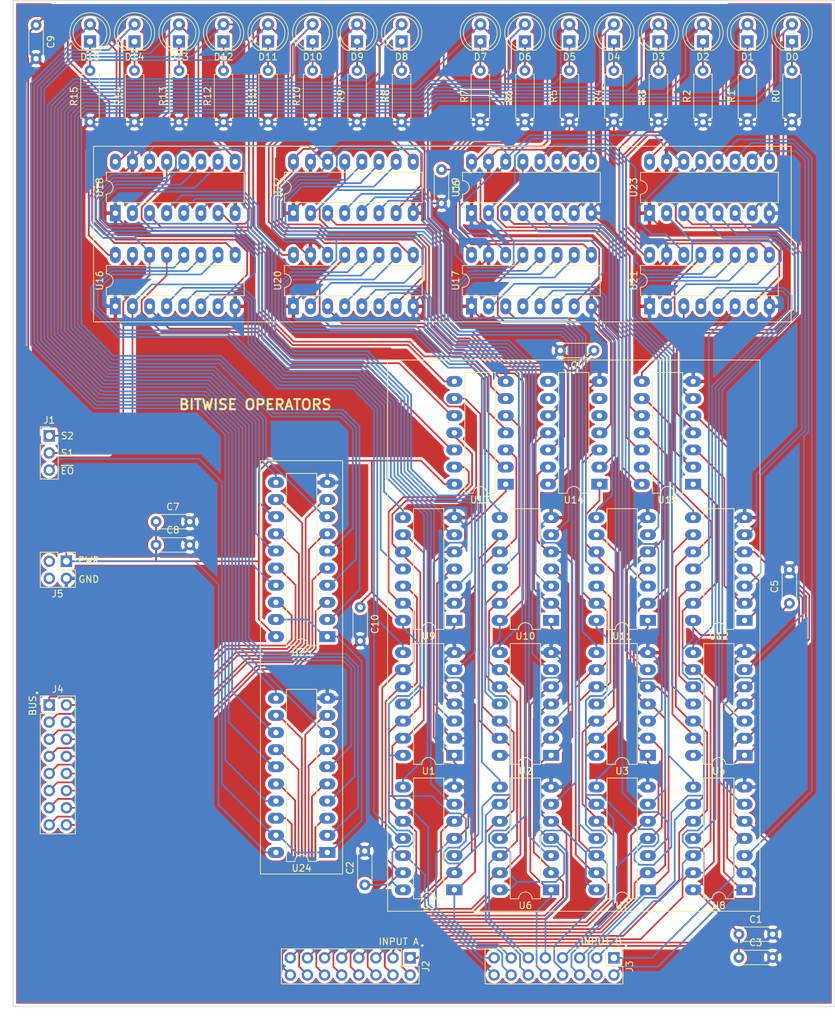
<source format=kicad_pcb>
(kicad_pcb (version 20171130) (host pcbnew "(5.1.4)-1")
  (layers (0 F.Cu signal) (31 B.Cu signal) (34 B.Paste user) (35 F.Paste user) (36 B.SilkS user) (37 F.SilkS user) (38 B.Mask user) (39 F.Mask user) (44 Edge.Cuts user))
  (net 0 "")
  (net 1 GND)
  (net 2 VCC)
  (net 3 "/LOGIC UNIT/LEDS/D0")
  (net 4 "Net-(D0-Pad1)")
  (net 5 "/LOGIC UNIT/LEDS/D1")
  (net 6 "Net-(D1-Pad1)")
  (net 7 "/LOGIC UNIT/LEDS/D2")
  (net 8 "Net-(D2-Pad1)")
  (net 9 "/LOGIC UNIT/LEDS/D3")
  (net 10 "Net-(D3-Pad1)")
  (net 11 "/LOGIC UNIT/LEDS/D4")
  (net 12 "Net-(D4-Pad1)")
  (net 13 "/LOGIC UNIT/LEDS/D5")
  (net 14 "Net-(D5-Pad1)")
  (net 15 "/LOGIC UNIT/LEDS/D6")
  (net 16 "Net-(D6-Pad1)")
  (net 17 "/LOGIC UNIT/LEDS/D7")
  (net 18 "Net-(D7-Pad1)")
  (net 19 "/LOGIC UNIT/LEDS/D8")
  (net 20 "Net-(D8-Pad1)")
  (net 21 "/LOGIC UNIT/LEDS/D9")
  (net 22 "Net-(D9-Pad1)")
  (net 23 "/LOGIC UNIT/LEDS/D10")
  (net 24 "Net-(D10-Pad1)")
  (net 25 "/LOGIC UNIT/LEDS/D11")
  (net 26 "Net-(D11-Pad1)")
  (net 27 "/LOGIC UNIT/LEDS/D12")
  (net 28 "Net-(D12-Pad1)")
  (net 29 "/LOGIC UNIT/LEDS/D13")
  (net 30 "Net-(D13-Pad1)")
  (net 31 "/LOGIC UNIT/LEDS/D14")
  (net 32 "Net-(D14-Pad1)")
  (net 33 "/LOGIC UNIT/LEDS/D15")
  (net 34 "Net-(D15-Pad1)")
  (net 35 "/LOGIC UNIT/~EO~")
  (net 36 "/LOGIC UNIT/S1")
  (net 37 "/LOGIC UNIT/S0")
  (net 38 "/CONN BUS A/D15")
  (net 39 "/CONN BUS A/D14")
  (net 40 "/CONN BUS A/D13")
  (net 41 "/CONN BUS A/D12")
  (net 42 "/CONN BUS A/D11")
  (net 43 "/CONN BUS A/D10")
  (net 44 "/CONN BUS A/D9")
  (net 45 "/CONN BUS A/D8")
  (net 46 "/CONN BUS A/D7")
  (net 47 "/CONN BUS A/D6")
  (net 48 "/CONN BUS A/D5")
  (net 49 "/CONN BUS A/D4")
  (net 50 "/CONN BUS A/D3")
  (net 51 "/CONN BUS A/D2")
  (net 52 "/CONN BUS A/D1")
  (net 53 "/CONN BUS A/D0")
  (net 54 "/CONN BUS B/D15")
  (net 55 "/CONN BUS B/D14")
  (net 56 "/CONN BUS B/D13")
  (net 57 "/CONN BUS B/D12")
  (net 58 "/CONN BUS B/D11")
  (net 59 "/CONN BUS B/D10")
  (net 60 "/CONN BUS B/D9")
  (net 61 "/CONN BUS B/D8")
  (net 62 "/CONN BUS B/D7")
  (net 63 "/CONN BUS B/D6")
  (net 64 "/CONN BUS B/D5")
  (net 65 "/CONN BUS B/D4")
  (net 66 "/CONN BUS B/D3")
  (net 67 "/CONN BUS B/D2")
  (net 68 "/CONN BUS B/D1")
  (net 69 "/CONN BUS B/D0")
  (net 70 "/CONN BUS DATA/D15")
  (net 71 "/CONN BUS DATA/D14")
  (net 72 "/CONN BUS DATA/D13")
  (net 73 "/CONN BUS DATA/D12")
  (net 74 "/CONN BUS DATA/D11")
  (net 75 "/CONN BUS DATA/D10")
  (net 76 "/CONN BUS DATA/D9")
  (net 77 "/CONN BUS DATA/D8")
  (net 78 "/CONN BUS DATA/D7")
  (net 79 "/CONN BUS DATA/D6")
  (net 80 "/CONN BUS DATA/D5")
  (net 81 "/CONN BUS DATA/D4")
  (net 82 "/CONN BUS DATA/D3")
  (net 83 "/CONN BUS DATA/D2")
  (net 84 "/CONN BUS DATA/D1")
  (net 85 "/CONN BUS DATA/D0")
  (net 86 "/CONN PRW/~CLK~")
  (net 87 "/CONN PRW/CLK")
  (net 88 "/LOGIC UNIT/BUS MULTIPLEXER/D_A14")
  (net 89 "/LOGIC UNIT/BUS MULTIPLEXER/D_A12")
  (net 90 "/LOGIC UNIT/BUS MULTIPLEXER/D_A15")
  (net 91 "/LOGIC UNIT/BUS MULTIPLEXER/D_A13")
  (net 92 "/LOGIC UNIT/BUS MULTIPLEXER/D_A10")
  (net 93 "/LOGIC UNIT/BUS MULTIPLEXER/D_A8")
  (net 94 "/LOGIC UNIT/BUS MULTIPLEXER/D_A11")
  (net 95 "/LOGIC UNIT/BUS MULTIPLEXER/D_A9")
  (net 96 "/LOGIC UNIT/BUS MULTIPLEXER/D_A6")
  (net 97 "/LOGIC UNIT/BUS MULTIPLEXER/D_A4")
  (net 98 "/LOGIC UNIT/BUS MULTIPLEXER/D_A7")
  (net 99 "/LOGIC UNIT/BUS MULTIPLEXER/D_A5")
  (net 100 "/LOGIC UNIT/BUS MULTIPLEXER/D_A2")
  (net 101 "/LOGIC UNIT/BUS MULTIPLEXER/D_A0")
  (net 102 "/LOGIC UNIT/BUS MULTIPLEXER/D_A3")
  (net 103 "/LOGIC UNIT/BUS MULTIPLEXER/D_A1")
  (net 104 "/LOGIC UNIT/BUS MULTIPLEXER/D_B14")
  (net 105 "/LOGIC UNIT/BUS MULTIPLEXER/D_B12")
  (net 106 "/LOGIC UNIT/BUS MULTIPLEXER/D_B15")
  (net 107 "/LOGIC UNIT/BUS MULTIPLEXER/D_B13")
  (net 108 "/LOGIC UNIT/BUS MULTIPLEXER/D_B10")
  (net 109 "/LOGIC UNIT/BUS MULTIPLEXER/D_B8")
  (net 110 "/LOGIC UNIT/BUS MULTIPLEXER/D_B11")
  (net 111 "/LOGIC UNIT/BUS MULTIPLEXER/D_B9")
  (net 112 "/LOGIC UNIT/BUS MULTIPLEXER/D_B6")
  (net 113 "/LOGIC UNIT/BUS MULTIPLEXER/D_B4")
  (net 114 "/LOGIC UNIT/BUS MULTIPLEXER/D_B7")
  (net 115 "/LOGIC UNIT/BUS MULTIPLEXER/D_B5")
  (net 116 "/LOGIC UNIT/BUS MULTIPLEXER/D_B2")
  (net 117 "/LOGIC UNIT/BUS MULTIPLEXER/D_B0")
  (net 118 "/LOGIC UNIT/BUS MULTIPLEXER/D_B3")
  (net 119 "/LOGIC UNIT/BUS MULTIPLEXER/D_B1")
  (net 120 "/LOGIC UNIT/BUS MULTIPLEXER/D_C14")
  (net 121 "/LOGIC UNIT/BUS MULTIPLEXER/D_C12")
  (net 122 "/LOGIC UNIT/BUS MULTIPLEXER/D_C15")
  (net 123 "/LOGIC UNIT/BUS MULTIPLEXER/D_C13")
  (net 124 "/LOGIC UNIT/BUS MULTIPLEXER/D_C10")
  (net 125 "/LOGIC UNIT/BUS MULTIPLEXER/D_C8")
  (net 126 "/LOGIC UNIT/BUS MULTIPLEXER/D_C11")
  (net 127 "/LOGIC UNIT/BUS MULTIPLEXER/D_C9")
  (net 128 "/LOGIC UNIT/BUS MULTIPLEXER/D_C6")
  (net 129 "/LOGIC UNIT/BUS MULTIPLEXER/D_C4")
  (net 130 "/LOGIC UNIT/BUS MULTIPLEXER/D_C7")
  (net 131 "/LOGIC UNIT/BUS MULTIPLEXER/D_C5")
  (net 132 "/LOGIC UNIT/BUS MULTIPLEXER/D_C2")
  (net 133 "/LOGIC UNIT/BUS MULTIPLEXER/D_C0")
  (net 134 "/LOGIC UNIT/BUS MULTIPLEXER/D_C3")
  (net 135 "/LOGIC UNIT/BUS MULTIPLEXER/D_C1")
  (net 136 "/LOGIC UNIT/BUS MULTIPLEXER/D_D13")
  (net 137 "/LOGIC UNIT/BUS MULTIPLEXER/D_D10")
  (net 138 "/LOGIC UNIT/BUS MULTIPLEXER/D_D14")
  (net 139 "/LOGIC UNIT/BUS MULTIPLEXER/D_D11")
  (net 140 "/LOGIC UNIT/BUS MULTIPLEXER/D_D15")
  (net 141 "/LOGIC UNIT/BUS MULTIPLEXER/D_D12")
  (net 142 "/LOGIC UNIT/BUS MULTIPLEXER/D_D7")
  (net 143 "/LOGIC UNIT/BUS MULTIPLEXER/D_D4")
  (net 144 "/LOGIC UNIT/BUS MULTIPLEXER/D_D8")
  (net 145 "/LOGIC UNIT/BUS MULTIPLEXER/D_D5")
  (net 146 "/LOGIC UNIT/BUS MULTIPLEXER/D_D9")
  (net 147 "/LOGIC UNIT/BUS MULTIPLEXER/D_D6")
  (net 148 "/LOGIC UNIT/BUS MULTIPLEXER/D_D1")
  (net 149 "/LOGIC UNIT/BUS MULTIPLEXER/D_D2")
  (net 150 "/LOGIC UNIT/BUS MULTIPLEXER/D_D3")
  (net 151 "/LOGIC UNIT/BUS MULTIPLEXER/D_D0")
  (module Capacitor_THT:C_Disc_D4.3mm_W1.9mm_P5.00mm (layer F.Cu) (at 25.5778 41.7106 270)
    (fp_text reference C9 (at 2.5 -2.2 90) (layer F.SilkS))
    (fp_text value 0.1µF)
    (pad 2 thru_hole circle (at 5 0 270) (size 1.6 1.6) (drill 0.8) (layers *.Cu *.Mask) (net 1 GND))
    (pad 1 thru_hole circle (at 0 0 270) (size 1.6 1.6) (drill 0.8) (layers *.Cu *.Mask) (net 2 VCC))
  )
  (module Capacitor_THT:C_Disc_D4.3mm_W1.9mm_P5.00mm (layer F.Cu) (at 43.3798 118.7914)
    (fp_text reference C8 (at 2.5 -2.2) (layer F.SilkS))
    (fp_text value 0.1µF)
    (pad 2 thru_hole circle (at 5 0) (size 1.6 1.6) (drill 0.8) (layers *.Cu *.Mask) (net 1 GND))
    (pad 1 thru_hole circle (at 0 0) (size 1.6 1.6) (drill 0.8) (layers *.Cu *.Mask) (net 2 VCC))
  )
  (module Capacitor_THT:C_Disc_D4.3mm_W1.9mm_P5.00mm (layer F.Cu) (at 43.3798 115.3414)
    (fp_text reference C7 (at 2.5 -2.2) (layer F.SilkS))
    (fp_text value 0.1µF)
    (pad 2 thru_hole circle (at 5 0) (size 1.6 1.6) (drill 0.8) (layers *.Cu *.Mask) (net 1 GND))
    (pad 1 thru_hole circle (at 0 0) (size 1.6 1.6) (drill 0.8) (layers *.Cu *.Mask) (net 2 VCC))
  )
  (module Capacitor_THT:C_Disc_D4.3mm_W1.9mm_P5.00mm (layer F.Cu) (at 85.725 63.1444 270)
    (fp_text reference C6 (at 2.5 -2.2 90) (layer F.SilkS))
    (fp_text value 0.1µF)
    (pad 2 thru_hole circle (at 5 0 270) (size 1.6 1.6) (drill 0.8) (layers *.Cu *.Mask) (net 1 GND))
    (pad 1 thru_hole circle (at 0 0 270) (size 1.6 1.6) (drill 0.8) (layers *.Cu *.Mask) (net 2 VCC))
  )
  (module Capacitor_THT:C_Disc_D4.3mm_W1.9mm_P5.00mm (layer F.Cu) (at 137.3378 127.4572 90)
    (fp_text reference C5 (at 2.5 -2.2 90) (layer F.SilkS))
    (fp_text value 0.1µF)
    (pad 2 thru_hole circle (at 5 0 90) (size 1.6 1.6) (drill 0.8) (layers *.Cu *.Mask) (net 1 GND))
    (pad 1 thru_hole circle (at 0 0 90) (size 1.6 1.6) (drill 0.8) (layers *.Cu *.Mask) (net 2 VCC))
  )
  (module Package_DIP:DIP-14_W7.62mm_LongPads (layer F.Cu) (at 116.332 169.926 180)
    (fp_text reference U7 (at 3.81 -2.33) (layer F.SilkS))
    (fp_text value 74LS32)
    (pad 14 thru_hole oval (at 7.62 0 180) (size 2.4 1.6) (drill 0.8) (layers *.Cu *.Mask) (net 2 VCC))
    (pad 7 thru_hole oval (at 0 15.24 180) (size 2.4 1.6) (drill 0.8) (layers *.Cu *.Mask) (net 1 GND))
    (pad 13 thru_hole oval (at 7.62 2.54 180) (size 2.4 1.6) (drill 0.8) (layers *.Cu *.Mask) (net 46 "/CONN BUS A/D7"))
    (pad 6 thru_hole oval (at 0 12.7 180) (size 2.4 1.6) (drill 0.8) (layers *.Cu *.Mask) (net 131 "/LOGIC UNIT/BUS MULTIPLEXER/D_C5"))
    (pad 12 thru_hole oval (at 7.62 5.08 180) (size 2.4 1.6) (drill 0.8) (layers *.Cu *.Mask) (net 62 "/CONN BUS B/D7"))
    (pad 5 thru_hole oval (at 0 10.16 180) (size 2.4 1.6) (drill 0.8) (layers *.Cu *.Mask) (net 48 "/CONN BUS A/D5"))
    (pad 11 thru_hole oval (at 7.62 7.62 180) (size 2.4 1.6) (drill 0.8) (layers *.Cu *.Mask) (net 130 "/LOGIC UNIT/BUS MULTIPLEXER/D_C7"))
    (pad 4 thru_hole oval (at 0 7.62 180) (size 2.4 1.6) (drill 0.8) (layers *.Cu *.Mask) (net 64 "/CONN BUS B/D5"))
    (pad 10 thru_hole oval (at 7.62 10.16 180) (size 2.4 1.6) (drill 0.8) (layers *.Cu *.Mask) (net 47 "/CONN BUS A/D6"))
    (pad 3 thru_hole oval (at 0 5.08 180) (size 2.4 1.6) (drill 0.8) (layers *.Cu *.Mask) (net 129 "/LOGIC UNIT/BUS MULTIPLEXER/D_C4"))
    (pad 9 thru_hole oval (at 7.62 12.7 180) (size 2.4 1.6) (drill 0.8) (layers *.Cu *.Mask) (net 63 "/CONN BUS B/D6"))
    (pad 2 thru_hole oval (at 0 2.54 180) (size 2.4 1.6) (drill 0.8) (layers *.Cu *.Mask) (net 49 "/CONN BUS A/D4"))
    (pad 8 thru_hole oval (at 7.62 15.24 180) (size 2.4 1.6) (drill 0.8) (layers *.Cu *.Mask) (net 128 "/LOGIC UNIT/BUS MULTIPLEXER/D_C6"))
    (pad 1 thru_hole rect (at 0 0 180) (size 2.4 1.6) (drill 0.8) (layers *.Cu *.Mask) (net 65 "/CONN BUS B/D4"))
  )
  (module Package_DIP:DIP-20_W7.62mm_LongPads (layer F.Cu) (at 68.7832 132.3848 180)
    (fp_text reference U25 (at 3.81 -2.33) (layer F.SilkS))
    (fp_text value 74LS244)
    (pad 20 thru_hole oval (at 7.62 0 180) (size 2.4 1.6) (drill 0.8) (layers *.Cu *.Mask) (net 2 VCC))
    (pad 10 thru_hole oval (at 0 22.86 180) (size 2.4 1.6) (drill 0.8) (layers *.Cu *.Mask) (net 1 GND))
    (pad 19 thru_hole oval (at 7.62 2.54 180) (size 2.4 1.6) (drill 0.8) (layers *.Cu *.Mask) (net 35 "/LOGIC UNIT/~EO~"))
    (pad 9 thru_hole oval (at 0 20.32 180) (size 2.4 1.6) (drill 0.8) (layers *.Cu *.Mask) (net 81 "/CONN BUS DATA/D4"))
    (pad 18 thru_hole oval (at 7.62 5.08 180) (size 2.4 1.6) (drill 0.8) (layers *.Cu *.Mask) (net 85 "/CONN BUS DATA/D0"))
    (pad 8 thru_hole oval (at 0 17.78 180) (size 2.4 1.6) (drill 0.8) (layers *.Cu *.Mask) (net 9 "/LOGIC UNIT/LEDS/D3"))
    (pad 17 thru_hole oval (at 7.62 7.62 180) (size 2.4 1.6) (drill 0.8) (layers *.Cu *.Mask) (net 17 "/LOGIC UNIT/LEDS/D7"))
    (pad 7 thru_hole oval (at 0 15.24 180) (size 2.4 1.6) (drill 0.8) (layers *.Cu *.Mask) (net 80 "/CONN BUS DATA/D5"))
    (pad 16 thru_hole oval (at 7.62 10.16 180) (size 2.4 1.6) (drill 0.8) (layers *.Cu *.Mask) (net 84 "/CONN BUS DATA/D1"))
    (pad 6 thru_hole oval (at 0 12.7 180) (size 2.4 1.6) (drill 0.8) (layers *.Cu *.Mask) (net 7 "/LOGIC UNIT/LEDS/D2"))
    (pad 15 thru_hole oval (at 7.62 12.7 180) (size 2.4 1.6) (drill 0.8) (layers *.Cu *.Mask) (net 15 "/LOGIC UNIT/LEDS/D6"))
    (pad 5 thru_hole oval (at 0 10.16 180) (size 2.4 1.6) (drill 0.8) (layers *.Cu *.Mask) (net 79 "/CONN BUS DATA/D6"))
    (pad 14 thru_hole oval (at 7.62 15.24 180) (size 2.4 1.6) (drill 0.8) (layers *.Cu *.Mask) (net 83 "/CONN BUS DATA/D2"))
    (pad 4 thru_hole oval (at 0 7.62 180) (size 2.4 1.6) (drill 0.8) (layers *.Cu *.Mask) (net 5 "/LOGIC UNIT/LEDS/D1"))
    (pad 13 thru_hole oval (at 7.62 17.78 180) (size 2.4 1.6) (drill 0.8) (layers *.Cu *.Mask) (net 13 "/LOGIC UNIT/LEDS/D5"))
    (pad 3 thru_hole oval (at 0 5.08 180) (size 2.4 1.6) (drill 0.8) (layers *.Cu *.Mask) (net 78 "/CONN BUS DATA/D7"))
    (pad 12 thru_hole oval (at 7.62 20.32 180) (size 2.4 1.6) (drill 0.8) (layers *.Cu *.Mask) (net 82 "/CONN BUS DATA/D3"))
    (pad 2 thru_hole oval (at 0 2.54 180) (size 2.4 1.6) (drill 0.8) (layers *.Cu *.Mask) (net 3 "/LOGIC UNIT/LEDS/D0"))
    (pad 11 thru_hole oval (at 7.62 22.86 180) (size 2.4 1.6) (drill 0.8) (layers *.Cu *.Mask) (net 11 "/LOGIC UNIT/LEDS/D4"))
    (pad 1 thru_hole rect (at 0 0 180) (size 2.4 1.6) (drill 0.8) (layers *.Cu *.Mask) (net 35 "/LOGIC UNIT/~EO~"))
  )
  (module Package_DIP:DIP-20_W7.62mm_LongPads (layer F.Cu) (at 68.7832 164.3888 180)
    (fp_text reference U24 (at 3.81 -2.33) (layer F.SilkS))
    (fp_text value 74LS244)
    (pad 20 thru_hole oval (at 7.62 0 180) (size 2.4 1.6) (drill 0.8) (layers *.Cu *.Mask) (net 2 VCC))
    (pad 10 thru_hole oval (at 0 22.86 180) (size 2.4 1.6) (drill 0.8) (layers *.Cu *.Mask) (net 1 GND))
    (pad 19 thru_hole oval (at 7.62 2.54 180) (size 2.4 1.6) (drill 0.8) (layers *.Cu *.Mask) (net 35 "/LOGIC UNIT/~EO~"))
    (pad 9 thru_hole oval (at 0 20.32 180) (size 2.4 1.6) (drill 0.8) (layers *.Cu *.Mask) (net 73 "/CONN BUS DATA/D12"))
    (pad 18 thru_hole oval (at 7.62 5.08 180) (size 2.4 1.6) (drill 0.8) (layers *.Cu *.Mask) (net 77 "/CONN BUS DATA/D8"))
    (pad 8 thru_hole oval (at 0 17.78 180) (size 2.4 1.6) (drill 0.8) (layers *.Cu *.Mask) (net 25 "/LOGIC UNIT/LEDS/D11"))
    (pad 17 thru_hole oval (at 7.62 7.62 180) (size 2.4 1.6) (drill 0.8) (layers *.Cu *.Mask) (net 33 "/LOGIC UNIT/LEDS/D15"))
    (pad 7 thru_hole oval (at 0 15.24 180) (size 2.4 1.6) (drill 0.8) (layers *.Cu *.Mask) (net 72 "/CONN BUS DATA/D13"))
    (pad 16 thru_hole oval (at 7.62 10.16 180) (size 2.4 1.6) (drill 0.8) (layers *.Cu *.Mask) (net 76 "/CONN BUS DATA/D9"))
    (pad 6 thru_hole oval (at 0 12.7 180) (size 2.4 1.6) (drill 0.8) (layers *.Cu *.Mask) (net 23 "/LOGIC UNIT/LEDS/D10"))
    (pad 15 thru_hole oval (at 7.62 12.7 180) (size 2.4 1.6) (drill 0.8) (layers *.Cu *.Mask) (net 31 "/LOGIC UNIT/LEDS/D14"))
    (pad 5 thru_hole oval (at 0 10.16 180) (size 2.4 1.6) (drill 0.8) (layers *.Cu *.Mask) (net 71 "/CONN BUS DATA/D14"))
    (pad 14 thru_hole oval (at 7.62 15.24 180) (size 2.4 1.6) (drill 0.8) (layers *.Cu *.Mask) (net 75 "/CONN BUS DATA/D10"))
    (pad 4 thru_hole oval (at 0 7.62 180) (size 2.4 1.6) (drill 0.8) (layers *.Cu *.Mask) (net 21 "/LOGIC UNIT/LEDS/D9"))
    (pad 13 thru_hole oval (at 7.62 17.78 180) (size 2.4 1.6) (drill 0.8) (layers *.Cu *.Mask) (net 29 "/LOGIC UNIT/LEDS/D13"))
    (pad 3 thru_hole oval (at 0 5.08 180) (size 2.4 1.6) (drill 0.8) (layers *.Cu *.Mask) (net 70 "/CONN BUS DATA/D15"))
    (pad 12 thru_hole oval (at 7.62 20.32 180) (size 2.4 1.6) (drill 0.8) (layers *.Cu *.Mask) (net 74 "/CONN BUS DATA/D11"))
    (pad 2 thru_hole oval (at 0 2.54 180) (size 2.4 1.6) (drill 0.8) (layers *.Cu *.Mask) (net 19 "/LOGIC UNIT/LEDS/D8"))
    (pad 11 thru_hole oval (at 7.62 22.86 180) (size 2.4 1.6) (drill 0.8) (layers *.Cu *.Mask) (net 27 "/LOGIC UNIT/LEDS/D12"))
    (pad 1 thru_hole rect (at 0 0 180) (size 2.4 1.6) (drill 0.8) (layers *.Cu *.Mask) (net 35 "/LOGIC UNIT/~EO~"))
  )
  (module Package_DIP:DIP-16_W7.62mm_LongPads (layer F.Cu) (at 116.586 69.596 90)
    (fp_text reference U23 (at 3.81 -2.33 90) (layer F.SilkS))
    (fp_text value 74LS153)
    (pad 16 thru_hole oval (at 7.62 0 90) (size 2.4 1.6) (drill 0.8) (layers *.Cu *.Mask) (net 2 VCC))
    (pad 8 thru_hole oval (at 0 17.78 90) (size 2.4 1.6) (drill 0.8) (layers *.Cu *.Mask) (net 1 GND))
    (pad 15 thru_hole oval (at 7.62 2.54 90) (size 2.4 1.6) (drill 0.8) (layers *.Cu *.Mask) (net 1 GND))
    (pad 7 thru_hole oval (at 0 15.24 90) (size 2.4 1.6) (drill 0.8) (layers *.Cu *.Mask) (net 3 "/LOGIC UNIT/LEDS/D0"))
    (pad 14 thru_hole oval (at 7.62 5.08 90) (size 2.4 1.6) (drill 0.8) (layers *.Cu *.Mask) (net 37 "/LOGIC UNIT/S0"))
    (pad 6 thru_hole oval (at 0 12.7 90) (size 2.4 1.6) (drill 0.8) (layers *.Cu *.Mask) (net 101 "/LOGIC UNIT/BUS MULTIPLEXER/D_A0"))
    (pad 13 thru_hole oval (at 7.62 7.62 90) (size 2.4 1.6) (drill 0.8) (layers *.Cu *.Mask) (net 148 "/LOGIC UNIT/BUS MULTIPLEXER/D_D1"))
    (pad 5 thru_hole oval (at 0 10.16 90) (size 2.4 1.6) (drill 0.8) (layers *.Cu *.Mask) (net 117 "/LOGIC UNIT/BUS MULTIPLEXER/D_B0"))
    (pad 12 thru_hole oval (at 7.62 10.16 90) (size 2.4 1.6) (drill 0.8) (layers *.Cu *.Mask) (net 135 "/LOGIC UNIT/BUS MULTIPLEXER/D_C1"))
    (pad 4 thru_hole oval (at 0 7.62 90) (size 2.4 1.6) (drill 0.8) (layers *.Cu *.Mask) (net 133 "/LOGIC UNIT/BUS MULTIPLEXER/D_C0"))
    (pad 11 thru_hole oval (at 7.62 12.7 90) (size 2.4 1.6) (drill 0.8) (layers *.Cu *.Mask) (net 119 "/LOGIC UNIT/BUS MULTIPLEXER/D_B1"))
    (pad 3 thru_hole oval (at 0 5.08 90) (size 2.4 1.6) (drill 0.8) (layers *.Cu *.Mask) (net 151 "/LOGIC UNIT/BUS MULTIPLEXER/D_D0"))
    (pad 10 thru_hole oval (at 7.62 15.24 90) (size 2.4 1.6) (drill 0.8) (layers *.Cu *.Mask) (net 103 "/LOGIC UNIT/BUS MULTIPLEXER/D_A1"))
    (pad 2 thru_hole oval (at 0 2.54 90) (size 2.4 1.6) (drill 0.8) (layers *.Cu *.Mask) (net 36 "/LOGIC UNIT/S1"))
    (pad 9 thru_hole oval (at 7.62 17.78 90) (size 2.4 1.6) (drill 0.8) (layers *.Cu *.Mask) (net 5 "/LOGIC UNIT/LEDS/D1"))
    (pad 1 thru_hole rect (at 0 0 90) (size 2.4 1.6) (drill 0.8) (layers *.Cu *.Mask) (net 1 GND))
  )
  (module Package_DIP:DIP-16_W7.62mm_LongPads (layer F.Cu) (at 63.754 69.596 90)
    (fp_text reference U22 (at 3.81 -2.33 90) (layer F.SilkS))
    (fp_text value 74LS153)
    (pad 16 thru_hole oval (at 7.62 0 90) (size 2.4 1.6) (drill 0.8) (layers *.Cu *.Mask) (net 2 VCC))
    (pad 8 thru_hole oval (at 0 17.78 90) (size 2.4 1.6) (drill 0.8) (layers *.Cu *.Mask) (net 1 GND))
    (pad 15 thru_hole oval (at 7.62 2.54 90) (size 2.4 1.6) (drill 0.8) (layers *.Cu *.Mask) (net 1 GND))
    (pad 7 thru_hole oval (at 0 15.24 90) (size 2.4 1.6) (drill 0.8) (layers *.Cu *.Mask) (net 19 "/LOGIC UNIT/LEDS/D8"))
    (pad 14 thru_hole oval (at 7.62 5.08 90) (size 2.4 1.6) (drill 0.8) (layers *.Cu *.Mask) (net 37 "/LOGIC UNIT/S0"))
    (pad 6 thru_hole oval (at 0 12.7 90) (size 2.4 1.6) (drill 0.8) (layers *.Cu *.Mask) (net 93 "/LOGIC UNIT/BUS MULTIPLEXER/D_A8"))
    (pad 13 thru_hole oval (at 7.62 7.62 90) (size 2.4 1.6) (drill 0.8) (layers *.Cu *.Mask) (net 146 "/LOGIC UNIT/BUS MULTIPLEXER/D_D9"))
    (pad 5 thru_hole oval (at 0 10.16 90) (size 2.4 1.6) (drill 0.8) (layers *.Cu *.Mask) (net 109 "/LOGIC UNIT/BUS MULTIPLEXER/D_B8"))
    (pad 12 thru_hole oval (at 7.62 10.16 90) (size 2.4 1.6) (drill 0.8) (layers *.Cu *.Mask) (net 127 "/LOGIC UNIT/BUS MULTIPLEXER/D_C9"))
    (pad 4 thru_hole oval (at 0 7.62 90) (size 2.4 1.6) (drill 0.8) (layers *.Cu *.Mask) (net 125 "/LOGIC UNIT/BUS MULTIPLEXER/D_C8"))
    (pad 11 thru_hole oval (at 7.62 12.7 90) (size 2.4 1.6) (drill 0.8) (layers *.Cu *.Mask) (net 111 "/LOGIC UNIT/BUS MULTIPLEXER/D_B9"))
    (pad 3 thru_hole oval (at 0 5.08 90) (size 2.4 1.6) (drill 0.8) (layers *.Cu *.Mask) (net 144 "/LOGIC UNIT/BUS MULTIPLEXER/D_D8"))
    (pad 10 thru_hole oval (at 7.62 15.24 90) (size 2.4 1.6) (drill 0.8) (layers *.Cu *.Mask) (net 95 "/LOGIC UNIT/BUS MULTIPLEXER/D_A9"))
    (pad 2 thru_hole oval (at 0 2.54 90) (size 2.4 1.6) (drill 0.8) (layers *.Cu *.Mask) (net 36 "/LOGIC UNIT/S1"))
    (pad 9 thru_hole oval (at 7.62 17.78 90) (size 2.4 1.6) (drill 0.8) (layers *.Cu *.Mask) (net 21 "/LOGIC UNIT/LEDS/D9"))
    (pad 1 thru_hole rect (at 0 0 90) (size 2.4 1.6) (drill 0.8) (layers *.Cu *.Mask) (net 1 GND))
  )
  (module Package_DIP:DIP-16_W7.62mm_LongPads (layer F.Cu) (at 116.586 83.4136 90)
    (fp_text reference U21 (at 3.81 -2.33 90) (layer F.SilkS))
    (fp_text value 74LS153)
    (pad 16 thru_hole oval (at 7.62 0 90) (size 2.4 1.6) (drill 0.8) (layers *.Cu *.Mask) (net 2 VCC))
    (pad 8 thru_hole oval (at 0 17.78 90) (size 2.4 1.6) (drill 0.8) (layers *.Cu *.Mask) (net 1 GND))
    (pad 15 thru_hole oval (at 7.62 2.54 90) (size 2.4 1.6) (drill 0.8) (layers *.Cu *.Mask) (net 1 GND))
    (pad 7 thru_hole oval (at 0 15.24 90) (size 2.4 1.6) (drill 0.8) (layers *.Cu *.Mask) (net 7 "/LOGIC UNIT/LEDS/D2"))
    (pad 14 thru_hole oval (at 7.62 5.08 90) (size 2.4 1.6) (drill 0.8) (layers *.Cu *.Mask) (net 37 "/LOGIC UNIT/S0"))
    (pad 6 thru_hole oval (at 0 12.7 90) (size 2.4 1.6) (drill 0.8) (layers *.Cu *.Mask) (net 100 "/LOGIC UNIT/BUS MULTIPLEXER/D_A2"))
    (pad 13 thru_hole oval (at 7.62 7.62 90) (size 2.4 1.6) (drill 0.8) (layers *.Cu *.Mask) (net 150 "/LOGIC UNIT/BUS MULTIPLEXER/D_D3"))
    (pad 5 thru_hole oval (at 0 10.16 90) (size 2.4 1.6) (drill 0.8) (layers *.Cu *.Mask) (net 116 "/LOGIC UNIT/BUS MULTIPLEXER/D_B2"))
    (pad 12 thru_hole oval (at 7.62 10.16 90) (size 2.4 1.6) (drill 0.8) (layers *.Cu *.Mask) (net 134 "/LOGIC UNIT/BUS MULTIPLEXER/D_C3"))
    (pad 4 thru_hole oval (at 0 7.62 90) (size 2.4 1.6) (drill 0.8) (layers *.Cu *.Mask) (net 132 "/LOGIC UNIT/BUS MULTIPLEXER/D_C2"))
    (pad 11 thru_hole oval (at 7.62 12.7 90) (size 2.4 1.6) (drill 0.8) (layers *.Cu *.Mask) (net 118 "/LOGIC UNIT/BUS MULTIPLEXER/D_B3"))
    (pad 3 thru_hole oval (at 0 5.08 90) (size 2.4 1.6) (drill 0.8) (layers *.Cu *.Mask) (net 149 "/LOGIC UNIT/BUS MULTIPLEXER/D_D2"))
    (pad 10 thru_hole oval (at 7.62 15.24 90) (size 2.4 1.6) (drill 0.8) (layers *.Cu *.Mask) (net 102 "/LOGIC UNIT/BUS MULTIPLEXER/D_A3"))
    (pad 2 thru_hole oval (at 0 2.54 90) (size 2.4 1.6) (drill 0.8) (layers *.Cu *.Mask) (net 36 "/LOGIC UNIT/S1"))
    (pad 9 thru_hole oval (at 7.62 17.78 90) (size 2.4 1.6) (drill 0.8) (layers *.Cu *.Mask) (net 9 "/LOGIC UNIT/LEDS/D3"))
    (pad 1 thru_hole rect (at 0 0 90) (size 2.4 1.6) (drill 0.8) (layers *.Cu *.Mask) (net 1 GND))
  )
  (module Package_DIP:DIP-16_W7.62mm_LongPads (layer F.Cu) (at 63.754 83.4136 90)
    (fp_text reference U20 (at 3.81 -2.33 90) (layer F.SilkS))
    (fp_text value 74LS153)
    (pad 16 thru_hole oval (at 7.62 0 90) (size 2.4 1.6) (drill 0.8) (layers *.Cu *.Mask) (net 2 VCC))
    (pad 8 thru_hole oval (at 0 17.78 90) (size 2.4 1.6) (drill 0.8) (layers *.Cu *.Mask) (net 1 GND))
    (pad 15 thru_hole oval (at 7.62 2.54 90) (size 2.4 1.6) (drill 0.8) (layers *.Cu *.Mask) (net 1 GND))
    (pad 7 thru_hole oval (at 0 15.24 90) (size 2.4 1.6) (drill 0.8) (layers *.Cu *.Mask) (net 23 "/LOGIC UNIT/LEDS/D10"))
    (pad 14 thru_hole oval (at 7.62 5.08 90) (size 2.4 1.6) (drill 0.8) (layers *.Cu *.Mask) (net 37 "/LOGIC UNIT/S0"))
    (pad 6 thru_hole oval (at 0 12.7 90) (size 2.4 1.6) (drill 0.8) (layers *.Cu *.Mask) (net 92 "/LOGIC UNIT/BUS MULTIPLEXER/D_A10"))
    (pad 13 thru_hole oval (at 7.62 7.62 90) (size 2.4 1.6) (drill 0.8) (layers *.Cu *.Mask) (net 139 "/LOGIC UNIT/BUS MULTIPLEXER/D_D11"))
    (pad 5 thru_hole oval (at 0 10.16 90) (size 2.4 1.6) (drill 0.8) (layers *.Cu *.Mask) (net 108 "/LOGIC UNIT/BUS MULTIPLEXER/D_B10"))
    (pad 12 thru_hole oval (at 7.62 10.16 90) (size 2.4 1.6) (drill 0.8) (layers *.Cu *.Mask) (net 126 "/LOGIC UNIT/BUS MULTIPLEXER/D_C11"))
    (pad 4 thru_hole oval (at 0 7.62 90) (size 2.4 1.6) (drill 0.8) (layers *.Cu *.Mask) (net 124 "/LOGIC UNIT/BUS MULTIPLEXER/D_C10"))
    (pad 11 thru_hole oval (at 7.62 12.7 90) (size 2.4 1.6) (drill 0.8) (layers *.Cu *.Mask) (net 110 "/LOGIC UNIT/BUS MULTIPLEXER/D_B11"))
    (pad 3 thru_hole oval (at 0 5.08 90) (size 2.4 1.6) (drill 0.8) (layers *.Cu *.Mask) (net 137 "/LOGIC UNIT/BUS MULTIPLEXER/D_D10"))
    (pad 10 thru_hole oval (at 7.62 15.24 90) (size 2.4 1.6) (drill 0.8) (layers *.Cu *.Mask) (net 94 "/LOGIC UNIT/BUS MULTIPLEXER/D_A11"))
    (pad 2 thru_hole oval (at 0 2.54 90) (size 2.4 1.6) (drill 0.8) (layers *.Cu *.Mask) (net 36 "/LOGIC UNIT/S1"))
    (pad 9 thru_hole oval (at 7.62 17.78 90) (size 2.4 1.6) (drill 0.8) (layers *.Cu *.Mask) (net 25 "/LOGIC UNIT/LEDS/D11"))
    (pad 1 thru_hole rect (at 0 0 90) (size 2.4 1.6) (drill 0.8) (layers *.Cu *.Mask) (net 1 GND))
  )
  (module Package_DIP:DIP-16_W7.62mm_LongPads (layer F.Cu) (at 90.17 69.596 90)
    (fp_text reference U19 (at 3.81 -2.33 90) (layer F.SilkS))
    (fp_text value 74LS153)
    (pad 16 thru_hole oval (at 7.62 0 90) (size 2.4 1.6) (drill 0.8) (layers *.Cu *.Mask) (net 2 VCC))
    (pad 8 thru_hole oval (at 0 17.78 90) (size 2.4 1.6) (drill 0.8) (layers *.Cu *.Mask) (net 1 GND))
    (pad 15 thru_hole oval (at 7.62 2.54 90) (size 2.4 1.6) (drill 0.8) (layers *.Cu *.Mask) (net 1 GND))
    (pad 7 thru_hole oval (at 0 15.24 90) (size 2.4 1.6) (drill 0.8) (layers *.Cu *.Mask) (net 11 "/LOGIC UNIT/LEDS/D4"))
    (pad 14 thru_hole oval (at 7.62 5.08 90) (size 2.4 1.6) (drill 0.8) (layers *.Cu *.Mask) (net 37 "/LOGIC UNIT/S0"))
    (pad 6 thru_hole oval (at 0 12.7 90) (size 2.4 1.6) (drill 0.8) (layers *.Cu *.Mask) (net 97 "/LOGIC UNIT/BUS MULTIPLEXER/D_A4"))
    (pad 13 thru_hole oval (at 7.62 7.62 90) (size 2.4 1.6) (drill 0.8) (layers *.Cu *.Mask) (net 145 "/LOGIC UNIT/BUS MULTIPLEXER/D_D5"))
    (pad 5 thru_hole oval (at 0 10.16 90) (size 2.4 1.6) (drill 0.8) (layers *.Cu *.Mask) (net 113 "/LOGIC UNIT/BUS MULTIPLEXER/D_B4"))
    (pad 12 thru_hole oval (at 7.62 10.16 90) (size 2.4 1.6) (drill 0.8) (layers *.Cu *.Mask) (net 131 "/LOGIC UNIT/BUS MULTIPLEXER/D_C5"))
    (pad 4 thru_hole oval (at 0 7.62 90) (size 2.4 1.6) (drill 0.8) (layers *.Cu *.Mask) (net 129 "/LOGIC UNIT/BUS MULTIPLEXER/D_C4"))
    (pad 11 thru_hole oval (at 7.62 12.7 90) (size 2.4 1.6) (drill 0.8) (layers *.Cu *.Mask) (net 115 "/LOGIC UNIT/BUS MULTIPLEXER/D_B5"))
    (pad 3 thru_hole oval (at 0 5.08 90) (size 2.4 1.6) (drill 0.8) (layers *.Cu *.Mask) (net 143 "/LOGIC UNIT/BUS MULTIPLEXER/D_D4"))
    (pad 10 thru_hole oval (at 7.62 15.24 90) (size 2.4 1.6) (drill 0.8) (layers *.Cu *.Mask) (net 99 "/LOGIC UNIT/BUS MULTIPLEXER/D_A5"))
    (pad 2 thru_hole oval (at 0 2.54 90) (size 2.4 1.6) (drill 0.8) (layers *.Cu *.Mask) (net 36 "/LOGIC UNIT/S1"))
    (pad 9 thru_hole oval (at 7.62 17.78 90) (size 2.4 1.6) (drill 0.8) (layers *.Cu *.Mask) (net 13 "/LOGIC UNIT/LEDS/D5"))
    (pad 1 thru_hole rect (at 0 0 90) (size 2.4 1.6) (drill 0.8) (layers *.Cu *.Mask) (net 1 GND))
  )
  (module Package_DIP:DIP-16_W7.62mm_LongPads (layer F.Cu) (at 37.338 69.596 90)
    (fp_text reference U18 (at 3.81 -2.33 90) (layer F.SilkS))
    (fp_text value 74LS153)
    (pad 16 thru_hole oval (at 7.62 0 90) (size 2.4 1.6) (drill 0.8) (layers *.Cu *.Mask) (net 2 VCC))
    (pad 8 thru_hole oval (at 0 17.78 90) (size 2.4 1.6) (drill 0.8) (layers *.Cu *.Mask) (net 1 GND))
    (pad 15 thru_hole oval (at 7.62 2.54 90) (size 2.4 1.6) (drill 0.8) (layers *.Cu *.Mask) (net 1 GND))
    (pad 7 thru_hole oval (at 0 15.24 90) (size 2.4 1.6) (drill 0.8) (layers *.Cu *.Mask) (net 27 "/LOGIC UNIT/LEDS/D12"))
    (pad 14 thru_hole oval (at 7.62 5.08 90) (size 2.4 1.6) (drill 0.8) (layers *.Cu *.Mask) (net 37 "/LOGIC UNIT/S0"))
    (pad 6 thru_hole oval (at 0 12.7 90) (size 2.4 1.6) (drill 0.8) (layers *.Cu *.Mask) (net 89 "/LOGIC UNIT/BUS MULTIPLEXER/D_A12"))
    (pad 13 thru_hole oval (at 7.62 7.62 90) (size 2.4 1.6) (drill 0.8) (layers *.Cu *.Mask) (net 136 "/LOGIC UNIT/BUS MULTIPLEXER/D_D13"))
    (pad 5 thru_hole oval (at 0 10.16 90) (size 2.4 1.6) (drill 0.8) (layers *.Cu *.Mask) (net 105 "/LOGIC UNIT/BUS MULTIPLEXER/D_B12"))
    (pad 12 thru_hole oval (at 7.62 10.16 90) (size 2.4 1.6) (drill 0.8) (layers *.Cu *.Mask) (net 123 "/LOGIC UNIT/BUS MULTIPLEXER/D_C13"))
    (pad 4 thru_hole oval (at 0 7.62 90) (size 2.4 1.6) (drill 0.8) (layers *.Cu *.Mask) (net 121 "/LOGIC UNIT/BUS MULTIPLEXER/D_C12"))
    (pad 11 thru_hole oval (at 7.62 12.7 90) (size 2.4 1.6) (drill 0.8) (layers *.Cu *.Mask) (net 107 "/LOGIC UNIT/BUS MULTIPLEXER/D_B13"))
    (pad 3 thru_hole oval (at 0 5.08 90) (size 2.4 1.6) (drill 0.8) (layers *.Cu *.Mask) (net 141 "/LOGIC UNIT/BUS MULTIPLEXER/D_D12"))
    (pad 10 thru_hole oval (at 7.62 15.24 90) (size 2.4 1.6) (drill 0.8) (layers *.Cu *.Mask) (net 91 "/LOGIC UNIT/BUS MULTIPLEXER/D_A13"))
    (pad 2 thru_hole oval (at 0 2.54 90) (size 2.4 1.6) (drill 0.8) (layers *.Cu *.Mask) (net 36 "/LOGIC UNIT/S1"))
    (pad 9 thru_hole oval (at 7.62 17.78 90) (size 2.4 1.6) (drill 0.8) (layers *.Cu *.Mask) (net 29 "/LOGIC UNIT/LEDS/D13"))
    (pad 1 thru_hole rect (at 0 0 90) (size 2.4 1.6) (drill 0.8) (layers *.Cu *.Mask) (net 1 GND))
  )
  (module Package_DIP:DIP-16_W7.62mm_LongPads (layer F.Cu) (at 90.17 83.4136 90)
    (fp_text reference U17 (at 3.81 -2.33 90) (layer F.SilkS))
    (fp_text value 74LS153)
    (pad 16 thru_hole oval (at 7.62 0 90) (size 2.4 1.6) (drill 0.8) (layers *.Cu *.Mask) (net 2 VCC))
    (pad 8 thru_hole oval (at 0 17.78 90) (size 2.4 1.6) (drill 0.8) (layers *.Cu *.Mask) (net 1 GND))
    (pad 15 thru_hole oval (at 7.62 2.54 90) (size 2.4 1.6) (drill 0.8) (layers *.Cu *.Mask) (net 1 GND))
    (pad 7 thru_hole oval (at 0 15.24 90) (size 2.4 1.6) (drill 0.8) (layers *.Cu *.Mask) (net 15 "/LOGIC UNIT/LEDS/D6"))
    (pad 14 thru_hole oval (at 7.62 5.08 90) (size 2.4 1.6) (drill 0.8) (layers *.Cu *.Mask) (net 37 "/LOGIC UNIT/S0"))
    (pad 6 thru_hole oval (at 0 12.7 90) (size 2.4 1.6) (drill 0.8) (layers *.Cu *.Mask) (net 96 "/LOGIC UNIT/BUS MULTIPLEXER/D_A6"))
    (pad 13 thru_hole oval (at 7.62 7.62 90) (size 2.4 1.6) (drill 0.8) (layers *.Cu *.Mask) (net 142 "/LOGIC UNIT/BUS MULTIPLEXER/D_D7"))
    (pad 5 thru_hole oval (at 0 10.16 90) (size 2.4 1.6) (drill 0.8) (layers *.Cu *.Mask) (net 112 "/LOGIC UNIT/BUS MULTIPLEXER/D_B6"))
    (pad 12 thru_hole oval (at 7.62 10.16 90) (size 2.4 1.6) (drill 0.8) (layers *.Cu *.Mask) (net 130 "/LOGIC UNIT/BUS MULTIPLEXER/D_C7"))
    (pad 4 thru_hole oval (at 0 7.62 90) (size 2.4 1.6) (drill 0.8) (layers *.Cu *.Mask) (net 128 "/LOGIC UNIT/BUS MULTIPLEXER/D_C6"))
    (pad 11 thru_hole oval (at 7.62 12.7 90) (size 2.4 1.6) (drill 0.8) (layers *.Cu *.Mask) (net 114 "/LOGIC UNIT/BUS MULTIPLEXER/D_B7"))
    (pad 3 thru_hole oval (at 0 5.08 90) (size 2.4 1.6) (drill 0.8) (layers *.Cu *.Mask) (net 147 "/LOGIC UNIT/BUS MULTIPLEXER/D_D6"))
    (pad 10 thru_hole oval (at 7.62 15.24 90) (size 2.4 1.6) (drill 0.8) (layers *.Cu *.Mask) (net 98 "/LOGIC UNIT/BUS MULTIPLEXER/D_A7"))
    (pad 2 thru_hole oval (at 0 2.54 90) (size 2.4 1.6) (drill 0.8) (layers *.Cu *.Mask) (net 36 "/LOGIC UNIT/S1"))
    (pad 9 thru_hole oval (at 7.62 17.78 90) (size 2.4 1.6) (drill 0.8) (layers *.Cu *.Mask) (net 17 "/LOGIC UNIT/LEDS/D7"))
    (pad 1 thru_hole rect (at 0 0 90) (size 2.4 1.6) (drill 0.8) (layers *.Cu *.Mask) (net 1 GND))
  )
  (module Package_DIP:DIP-16_W7.62mm_LongPads (layer F.Cu) (at 37.338 83.4136 90)
    (fp_text reference U16 (at 3.81 -2.33 90) (layer F.SilkS))
    (fp_text value 74LS153)
    (pad 16 thru_hole oval (at 7.62 0 90) (size 2.4 1.6) (drill 0.8) (layers *.Cu *.Mask) (net 2 VCC))
    (pad 8 thru_hole oval (at 0 17.78 90) (size 2.4 1.6) (drill 0.8) (layers *.Cu *.Mask) (net 1 GND))
    (pad 15 thru_hole oval (at 7.62 2.54 90) (size 2.4 1.6) (drill 0.8) (layers *.Cu *.Mask) (net 1 GND))
    (pad 7 thru_hole oval (at 0 15.24 90) (size 2.4 1.6) (drill 0.8) (layers *.Cu *.Mask) (net 31 "/LOGIC UNIT/LEDS/D14"))
    (pad 14 thru_hole oval (at 7.62 5.08 90) (size 2.4 1.6) (drill 0.8) (layers *.Cu *.Mask) (net 37 "/LOGIC UNIT/S0"))
    (pad 6 thru_hole oval (at 0 12.7 90) (size 2.4 1.6) (drill 0.8) (layers *.Cu *.Mask) (net 88 "/LOGIC UNIT/BUS MULTIPLEXER/D_A14"))
    (pad 13 thru_hole oval (at 7.62 7.62 90) (size 2.4 1.6) (drill 0.8) (layers *.Cu *.Mask) (net 140 "/LOGIC UNIT/BUS MULTIPLEXER/D_D15"))
    (pad 5 thru_hole oval (at 0 10.16 90) (size 2.4 1.6) (drill 0.8) (layers *.Cu *.Mask) (net 104 "/LOGIC UNIT/BUS MULTIPLEXER/D_B14"))
    (pad 12 thru_hole oval (at 7.62 10.16 90) (size 2.4 1.6) (drill 0.8) (layers *.Cu *.Mask) (net 122 "/LOGIC UNIT/BUS MULTIPLEXER/D_C15"))
    (pad 4 thru_hole oval (at 0 7.62 90) (size 2.4 1.6) (drill 0.8) (layers *.Cu *.Mask) (net 120 "/LOGIC UNIT/BUS MULTIPLEXER/D_C14"))
    (pad 11 thru_hole oval (at 7.62 12.7 90) (size 2.4 1.6) (drill 0.8) (layers *.Cu *.Mask) (net 106 "/LOGIC UNIT/BUS MULTIPLEXER/D_B15"))
    (pad 3 thru_hole oval (at 0 5.08 90) (size 2.4 1.6) (drill 0.8) (layers *.Cu *.Mask) (net 138 "/LOGIC UNIT/BUS MULTIPLEXER/D_D14"))
    (pad 10 thru_hole oval (at 7.62 15.24 90) (size 2.4 1.6) (drill 0.8) (layers *.Cu *.Mask) (net 90 "/LOGIC UNIT/BUS MULTIPLEXER/D_A15"))
    (pad 2 thru_hole oval (at 0 2.54 90) (size 2.4 1.6) (drill 0.8) (layers *.Cu *.Mask) (net 36 "/LOGIC UNIT/S1"))
    (pad 9 thru_hole oval (at 7.62 17.78 90) (size 2.4 1.6) (drill 0.8) (layers *.Cu *.Mask) (net 33 "/LOGIC UNIT/LEDS/D15"))
    (pad 1 thru_hole rect (at 0 0 90) (size 2.4 1.6) (drill 0.8) (layers *.Cu *.Mask) (net 1 GND))
  )
  (module Package_DIP:DIP-14_W7.62mm_LongPads (layer F.Cu) (at 123.063 109.7915 180)
    (fp_text reference U15 (at 3.81 -2.33) (layer F.SilkS))
    (fp_text value 74LS04)
    (pad 14 thru_hole oval (at 7.62 0 180) (size 2.4 1.6) (drill 0.8) (layers *.Cu *.Mask) (net 2 VCC))
    (pad 7 thru_hole oval (at 0 15.24 180) (size 2.4 1.6) (drill 0.8) (layers *.Cu *.Mask) (net 1 GND))
    (pad 13 thru_hole oval (at 7.62 2.54 180) (size 2.4 1.6) (drill 0.8) (layers *.Cu *.Mask) (net 48 "/CONN BUS A/D5"))
    (pad 6 thru_hole oval (at 0 12.7 180) (size 2.4 1.6) (drill 0.8) (layers *.Cu *.Mask) (net 151 "/LOGIC UNIT/BUS MULTIPLEXER/D_D0"))
    (pad 12 thru_hole oval (at 7.62 5.08 180) (size 2.4 1.6) (drill 0.8) (layers *.Cu *.Mask) (net 145 "/LOGIC UNIT/BUS MULTIPLEXER/D_D5"))
    (pad 5 thru_hole oval (at 0 10.16 180) (size 2.4 1.6) (drill 0.8) (layers *.Cu *.Mask) (net 53 "/CONN BUS A/D0"))
    (pad 11 thru_hole oval (at 7.62 7.62 180) (size 2.4 1.6) (drill 0.8) (layers *.Cu *.Mask) (net 49 "/CONN BUS A/D4"))
    (pad 4 thru_hole oval (at 0 7.62 180) (size 2.4 1.6) (drill 0.8) (layers *.Cu *.Mask) (net 148 "/LOGIC UNIT/BUS MULTIPLEXER/D_D1"))
    (pad 10 thru_hole oval (at 7.62 10.16 180) (size 2.4 1.6) (drill 0.8) (layers *.Cu *.Mask) (net 143 "/LOGIC UNIT/BUS MULTIPLEXER/D_D4"))
    (pad 3 thru_hole oval (at 0 5.08 180) (size 2.4 1.6) (drill 0.8) (layers *.Cu *.Mask) (net 52 "/CONN BUS A/D1"))
    (pad 9 thru_hole oval (at 7.62 12.7 180) (size 2.4 1.6) (drill 0.8) (layers *.Cu *.Mask) (net 50 "/CONN BUS A/D3"))
    (pad 2 thru_hole oval (at 0 2.54 180) (size 2.4 1.6) (drill 0.8) (layers *.Cu *.Mask) (net 149 "/LOGIC UNIT/BUS MULTIPLEXER/D_D2"))
    (pad 8 thru_hole oval (at 7.62 15.24 180) (size 2.4 1.6) (drill 0.8) (layers *.Cu *.Mask) (net 150 "/LOGIC UNIT/BUS MULTIPLEXER/D_D3"))
    (pad 1 thru_hole rect (at 0 0 180) (size 2.4 1.6) (drill 0.8) (layers *.Cu *.Mask) (net 51 "/CONN BUS A/D2"))
  )
  (module Package_DIP:DIP-14_W7.62mm_LongPads (layer F.Cu) (at 109.1565 109.7915 180)
    (fp_text reference U14 (at 3.81 -2.33) (layer F.SilkS))
    (fp_text value 74LS04)
    (pad 14 thru_hole oval (at 7.62 0 180) (size 2.4 1.6) (drill 0.8) (layers *.Cu *.Mask) (net 2 VCC))
    (pad 7 thru_hole oval (at 0 15.24 180) (size 2.4 1.6) (drill 0.8) (layers *.Cu *.Mask) (net 1 GND))
    (pad 13 thru_hole oval (at 7.62 2.54 180) (size 2.4 1.6) (drill 0.8) (layers *.Cu *.Mask) (net 45 "/CONN BUS A/D8"))
    (pad 6 thru_hole oval (at 0 12.7 180) (size 2.4 1.6) (drill 0.8) (layers *.Cu *.Mask))
    (pad 12 thru_hole oval (at 7.62 5.08 180) (size 2.4 1.6) (drill 0.8) (layers *.Cu *.Mask) (net 144 "/LOGIC UNIT/BUS MULTIPLEXER/D_D8"))
    (pad 5 thru_hole oval (at 0 10.16 180) (size 2.4 1.6) (drill 0.8) (layers *.Cu *.Mask))
    (pad 11 thru_hole oval (at 7.62 7.62 180) (size 2.4 1.6) (drill 0.8) (layers *.Cu *.Mask) (net 44 "/CONN BUS A/D9"))
    (pad 4 thru_hole oval (at 0 7.62 180) (size 2.4 1.6) (drill 0.8) (layers *.Cu *.Mask) (net 142 "/LOGIC UNIT/BUS MULTIPLEXER/D_D7"))
    (pad 10 thru_hole oval (at 7.62 10.16 180) (size 2.4 1.6) (drill 0.8) (layers *.Cu *.Mask) (net 146 "/LOGIC UNIT/BUS MULTIPLEXER/D_D9"))
    (pad 3 thru_hole oval (at 0 5.08 180) (size 2.4 1.6) (drill 0.8) (layers *.Cu *.Mask) (net 46 "/CONN BUS A/D7"))
    (pad 9 thru_hole oval (at 7.62 12.7 180) (size 2.4 1.6) (drill 0.8) (layers *.Cu *.Mask))
    (pad 2 thru_hole oval (at 0 2.54 180) (size 2.4 1.6) (drill 0.8) (layers *.Cu *.Mask) (net 147 "/LOGIC UNIT/BUS MULTIPLEXER/D_D6"))
    (pad 8 thru_hole oval (at 7.62 15.24 180) (size 2.4 1.6) (drill 0.8) (layers *.Cu *.Mask))
    (pad 1 thru_hole rect (at 0 0 180) (size 2.4 1.6) (drill 0.8) (layers *.Cu *.Mask) (net 47 "/CONN BUS A/D6"))
  )
  (module Package_DIP:DIP-14_W7.62mm_LongPads (layer F.Cu) (at 95.25 109.7915 180)
    (fp_text reference U13 (at 3.81 -2.33) (layer F.SilkS))
    (fp_text value 74LS04)
    (pad 14 thru_hole oval (at 7.62 0 180) (size 2.4 1.6) (drill 0.8) (layers *.Cu *.Mask) (net 2 VCC))
    (pad 7 thru_hole oval (at 0 15.24 180) (size 2.4 1.6) (drill 0.8) (layers *.Cu *.Mask) (net 1 GND))
    (pad 13 thru_hole oval (at 7.62 2.54 180) (size 2.4 1.6) (drill 0.8) (layers *.Cu *.Mask) (net 38 "/CONN BUS A/D15"))
    (pad 6 thru_hole oval (at 0 12.7 180) (size 2.4 1.6) (drill 0.8) (layers *.Cu *.Mask) (net 137 "/LOGIC UNIT/BUS MULTIPLEXER/D_D10"))
    (pad 12 thru_hole oval (at 7.62 5.08 180) (size 2.4 1.6) (drill 0.8) (layers *.Cu *.Mask) (net 140 "/LOGIC UNIT/BUS MULTIPLEXER/D_D15"))
    (pad 5 thru_hole oval (at 0 10.16 180) (size 2.4 1.6) (drill 0.8) (layers *.Cu *.Mask) (net 43 "/CONN BUS A/D10"))
    (pad 11 thru_hole oval (at 7.62 7.62 180) (size 2.4 1.6) (drill 0.8) (layers *.Cu *.Mask) (net 39 "/CONN BUS A/D14"))
    (pad 4 thru_hole oval (at 0 7.62 180) (size 2.4 1.6) (drill 0.8) (layers *.Cu *.Mask) (net 139 "/LOGIC UNIT/BUS MULTIPLEXER/D_D11"))
    (pad 10 thru_hole oval (at 7.62 10.16 180) (size 2.4 1.6) (drill 0.8) (layers *.Cu *.Mask) (net 138 "/LOGIC UNIT/BUS MULTIPLEXER/D_D14"))
    (pad 3 thru_hole oval (at 0 5.08 180) (size 2.4 1.6) (drill 0.8) (layers *.Cu *.Mask) (net 42 "/CONN BUS A/D11"))
    (pad 9 thru_hole oval (at 7.62 12.7 180) (size 2.4 1.6) (drill 0.8) (layers *.Cu *.Mask) (net 40 "/CONN BUS A/D13"))
    (pad 2 thru_hole oval (at 0 2.54 180) (size 2.4 1.6) (drill 0.8) (layers *.Cu *.Mask) (net 141 "/LOGIC UNIT/BUS MULTIPLEXER/D_D12"))
    (pad 8 thru_hole oval (at 7.62 15.24 180) (size 2.4 1.6) (drill 0.8) (layers *.Cu *.Mask) (net 136 "/LOGIC UNIT/BUS MULTIPLEXER/D_D13"))
    (pad 1 thru_hole rect (at 0 0 180) (size 2.4 1.6) (drill 0.8) (layers *.Cu *.Mask) (net 41 "/CONN BUS A/D12"))
  )
  (module Package_DIP:DIP-14_W7.62mm_LongPads (layer F.Cu) (at 130.683 129.9845 180)
    (fp_text reference U12 (at 3.81 -2.33) (layer F.SilkS))
    (fp_text value 74LS86)
    (pad 14 thru_hole oval (at 7.62 0 180) (size 2.4 1.6) (drill 0.8) (layers *.Cu *.Mask) (net 2 VCC))
    (pad 7 thru_hole oval (at 0 15.24 180) (size 2.4 1.6) (drill 0.8) (layers *.Cu *.Mask) (net 1 GND))
    (pad 13 thru_hole oval (at 7.62 2.54 180) (size 2.4 1.6) (drill 0.8) (layers *.Cu *.Mask) (net 51 "/CONN BUS A/D2"))
    (pad 6 thru_hole oval (at 0 12.7 180) (size 2.4 1.6) (drill 0.8) (layers *.Cu *.Mask) (net 101 "/LOGIC UNIT/BUS MULTIPLEXER/D_A0"))
    (pad 12 thru_hole oval (at 7.62 5.08 180) (size 2.4 1.6) (drill 0.8) (layers *.Cu *.Mask) (net 67 "/CONN BUS B/D2"))
    (pad 5 thru_hole oval (at 0 10.16 180) (size 2.4 1.6) (drill 0.8) (layers *.Cu *.Mask) (net 53 "/CONN BUS A/D0"))
    (pad 11 thru_hole oval (at 7.62 7.62 180) (size 2.4 1.6) (drill 0.8) (layers *.Cu *.Mask) (net 100 "/LOGIC UNIT/BUS MULTIPLEXER/D_A2"))
    (pad 4 thru_hole oval (at 0 7.62 180) (size 2.4 1.6) (drill 0.8) (layers *.Cu *.Mask) (net 69 "/CONN BUS B/D0"))
    (pad 10 thru_hole oval (at 7.62 10.16 180) (size 2.4 1.6) (drill 0.8) (layers *.Cu *.Mask) (net 50 "/CONN BUS A/D3"))
    (pad 3 thru_hole oval (at 0 5.08 180) (size 2.4 1.6) (drill 0.8) (layers *.Cu *.Mask) (net 103 "/LOGIC UNIT/BUS MULTIPLEXER/D_A1"))
    (pad 9 thru_hole oval (at 7.62 12.7 180) (size 2.4 1.6) (drill 0.8) (layers *.Cu *.Mask) (net 66 "/CONN BUS B/D3"))
    (pad 2 thru_hole oval (at 0 2.54 180) (size 2.4 1.6) (drill 0.8) (layers *.Cu *.Mask) (net 52 "/CONN BUS A/D1"))
    (pad 8 thru_hole oval (at 7.62 15.24 180) (size 2.4 1.6) (drill 0.8) (layers *.Cu *.Mask) (net 102 "/LOGIC UNIT/BUS MULTIPLEXER/D_A3"))
    (pad 1 thru_hole rect (at 0 0 180) (size 2.4 1.6) (drill 0.8) (layers *.Cu *.Mask) (net 68 "/CONN BUS B/D1"))
  )
  (module Package_DIP:DIP-14_W7.62mm_LongPads (layer F.Cu) (at 116.332 129.9845 180)
    (fp_text reference U11 (at 3.81 -2.33) (layer F.SilkS))
    (fp_text value 74LS86)
    (pad 14 thru_hole oval (at 7.62 0 180) (size 2.4 1.6) (drill 0.8) (layers *.Cu *.Mask) (net 2 VCC))
    (pad 7 thru_hole oval (at 0 15.24 180) (size 2.4 1.6) (drill 0.8) (layers *.Cu *.Mask) (net 1 GND))
    (pad 13 thru_hole oval (at 7.62 2.54 180) (size 2.4 1.6) (drill 0.8) (layers *.Cu *.Mask) (net 46 "/CONN BUS A/D7"))
    (pad 6 thru_hole oval (at 0 12.7 180) (size 2.4 1.6) (drill 0.8) (layers *.Cu *.Mask) (net 99 "/LOGIC UNIT/BUS MULTIPLEXER/D_A5"))
    (pad 12 thru_hole oval (at 7.62 5.08 180) (size 2.4 1.6) (drill 0.8) (layers *.Cu *.Mask) (net 62 "/CONN BUS B/D7"))
    (pad 5 thru_hole oval (at 0 10.16 180) (size 2.4 1.6) (drill 0.8) (layers *.Cu *.Mask) (net 48 "/CONN BUS A/D5"))
    (pad 11 thru_hole oval (at 7.62 7.62 180) (size 2.4 1.6) (drill 0.8) (layers *.Cu *.Mask) (net 98 "/LOGIC UNIT/BUS MULTIPLEXER/D_A7"))
    (pad 4 thru_hole oval (at 0 7.62 180) (size 2.4 1.6) (drill 0.8) (layers *.Cu *.Mask) (net 64 "/CONN BUS B/D5"))
    (pad 10 thru_hole oval (at 7.62 10.16 180) (size 2.4 1.6) (drill 0.8) (layers *.Cu *.Mask) (net 47 "/CONN BUS A/D6"))
    (pad 3 thru_hole oval (at 0 5.08 180) (size 2.4 1.6) (drill 0.8) (layers *.Cu *.Mask) (net 97 "/LOGIC UNIT/BUS MULTIPLEXER/D_A4"))
    (pad 9 thru_hole oval (at 7.62 12.7 180) (size 2.4 1.6) (drill 0.8) (layers *.Cu *.Mask) (net 63 "/CONN BUS B/D6"))
    (pad 2 thru_hole oval (at 0 2.54 180) (size 2.4 1.6) (drill 0.8) (layers *.Cu *.Mask) (net 49 "/CONN BUS A/D4"))
    (pad 8 thru_hole oval (at 7.62 15.24 180) (size 2.4 1.6) (drill 0.8) (layers *.Cu *.Mask) (net 96 "/LOGIC UNIT/BUS MULTIPLEXER/D_A6"))
    (pad 1 thru_hole rect (at 0 0 180) (size 2.4 1.6) (drill 0.8) (layers *.Cu *.Mask) (net 65 "/CONN BUS B/D4"))
  )
  (module Package_DIP:DIP-14_W7.62mm_LongPads (layer F.Cu) (at 101.981 129.9845 180)
    (fp_text reference U10 (at 3.81 -2.33) (layer F.SilkS))
    (fp_text value 74LS86)
    (pad 14 thru_hole oval (at 7.62 0 180) (size 2.4 1.6) (drill 0.8) (layers *.Cu *.Mask) (net 2 VCC))
    (pad 7 thru_hole oval (at 0 15.24 180) (size 2.4 1.6) (drill 0.8) (layers *.Cu *.Mask) (net 1 GND))
    (pad 13 thru_hole oval (at 7.62 2.54 180) (size 2.4 1.6) (drill 0.8) (layers *.Cu *.Mask) (net 43 "/CONN BUS A/D10"))
    (pad 6 thru_hole oval (at 0 12.7 180) (size 2.4 1.6) (drill 0.8) (layers *.Cu *.Mask) (net 93 "/LOGIC UNIT/BUS MULTIPLEXER/D_A8"))
    (pad 12 thru_hole oval (at 7.62 5.08 180) (size 2.4 1.6) (drill 0.8) (layers *.Cu *.Mask) (net 59 "/CONN BUS B/D10"))
    (pad 5 thru_hole oval (at 0 10.16 180) (size 2.4 1.6) (drill 0.8) (layers *.Cu *.Mask) (net 45 "/CONN BUS A/D8"))
    (pad 11 thru_hole oval (at 7.62 7.62 180) (size 2.4 1.6) (drill 0.8) (layers *.Cu *.Mask) (net 92 "/LOGIC UNIT/BUS MULTIPLEXER/D_A10"))
    (pad 4 thru_hole oval (at 0 7.62 180) (size 2.4 1.6) (drill 0.8) (layers *.Cu *.Mask) (net 61 "/CONN BUS B/D8"))
    (pad 10 thru_hole oval (at 7.62 10.16 180) (size 2.4 1.6) (drill 0.8) (layers *.Cu *.Mask) (net 42 "/CONN BUS A/D11"))
    (pad 3 thru_hole oval (at 0 5.08 180) (size 2.4 1.6) (drill 0.8) (layers *.Cu *.Mask) (net 95 "/LOGIC UNIT/BUS MULTIPLEXER/D_A9"))
    (pad 9 thru_hole oval (at 7.62 12.7 180) (size 2.4 1.6) (drill 0.8) (layers *.Cu *.Mask) (net 58 "/CONN BUS B/D11"))
    (pad 2 thru_hole oval (at 0 2.54 180) (size 2.4 1.6) (drill 0.8) (layers *.Cu *.Mask) (net 44 "/CONN BUS A/D9"))
    (pad 8 thru_hole oval (at 7.62 15.24 180) (size 2.4 1.6) (drill 0.8) (layers *.Cu *.Mask) (net 94 "/LOGIC UNIT/BUS MULTIPLEXER/D_A11"))
    (pad 1 thru_hole rect (at 0 0 180) (size 2.4 1.6) (drill 0.8) (layers *.Cu *.Mask) (net 60 "/CONN BUS B/D9"))
  )
  (module Package_DIP:DIP-14_W7.62mm_LongPads (layer F.Cu) (at 87.63 129.9845 180)
    (fp_text reference U9 (at 3.81 -2.33) (layer F.SilkS))
    (fp_text value 74LS86)
    (pad 14 thru_hole oval (at 7.62 0 180) (size 2.4 1.6) (drill 0.8) (layers *.Cu *.Mask) (net 2 VCC))
    (pad 7 thru_hole oval (at 0 15.24 180) (size 2.4 1.6) (drill 0.8) (layers *.Cu *.Mask) (net 1 GND))
    (pad 13 thru_hole oval (at 7.62 2.54 180) (size 2.4 1.6) (drill 0.8) (layers *.Cu *.Mask) (net 38 "/CONN BUS A/D15"))
    (pad 6 thru_hole oval (at 0 12.7 180) (size 2.4 1.6) (drill 0.8) (layers *.Cu *.Mask) (net 91 "/LOGIC UNIT/BUS MULTIPLEXER/D_A13"))
    (pad 12 thru_hole oval (at 7.62 5.08 180) (size 2.4 1.6) (drill 0.8) (layers *.Cu *.Mask) (net 54 "/CONN BUS B/D15"))
    (pad 5 thru_hole oval (at 0 10.16 180) (size 2.4 1.6) (drill 0.8) (layers *.Cu *.Mask) (net 40 "/CONN BUS A/D13"))
    (pad 11 thru_hole oval (at 7.62 7.62 180) (size 2.4 1.6) (drill 0.8) (layers *.Cu *.Mask) (net 90 "/LOGIC UNIT/BUS MULTIPLEXER/D_A15"))
    (pad 4 thru_hole oval (at 0 7.62 180) (size 2.4 1.6) (drill 0.8) (layers *.Cu *.Mask) (net 56 "/CONN BUS B/D13"))
    (pad 10 thru_hole oval (at 7.62 10.16 180) (size 2.4 1.6) (drill 0.8) (layers *.Cu *.Mask) (net 39 "/CONN BUS A/D14"))
    (pad 3 thru_hole oval (at 0 5.08 180) (size 2.4 1.6) (drill 0.8) (layers *.Cu *.Mask) (net 89 "/LOGIC UNIT/BUS MULTIPLEXER/D_A12"))
    (pad 9 thru_hole oval (at 7.62 12.7 180) (size 2.4 1.6) (drill 0.8) (layers *.Cu *.Mask) (net 55 "/CONN BUS B/D14"))
    (pad 2 thru_hole oval (at 0 2.54 180) (size 2.4 1.6) (drill 0.8) (layers *.Cu *.Mask) (net 41 "/CONN BUS A/D12"))
    (pad 8 thru_hole oval (at 7.62 15.24 180) (size 2.4 1.6) (drill 0.8) (layers *.Cu *.Mask) (net 88 "/LOGIC UNIT/BUS MULTIPLEXER/D_A14"))
    (pad 1 thru_hole rect (at 0 0 180) (size 2.4 1.6) (drill 0.8) (layers *.Cu *.Mask) (net 57 "/CONN BUS B/D12"))
  )
  (module Package_DIP:DIP-14_W7.62mm_LongPads (layer F.Cu) (at 130.683 169.926 180)
    (fp_text reference U8 (at 3.81 -2.33) (layer F.SilkS))
    (fp_text value 74LS32)
    (pad 14 thru_hole oval (at 7.62 0 180) (size 2.4 1.6) (drill 0.8) (layers *.Cu *.Mask) (net 2 VCC))
    (pad 7 thru_hole oval (at 0 15.24 180) (size 2.4 1.6) (drill 0.8) (layers *.Cu *.Mask) (net 1 GND))
    (pad 13 thru_hole oval (at 7.62 2.54 180) (size 2.4 1.6) (drill 0.8) (layers *.Cu *.Mask) (net 51 "/CONN BUS A/D2"))
    (pad 6 thru_hole oval (at 0 12.7 180) (size 2.4 1.6) (drill 0.8) (layers *.Cu *.Mask) (net 133 "/LOGIC UNIT/BUS MULTIPLEXER/D_C0"))
    (pad 12 thru_hole oval (at 7.62 5.08 180) (size 2.4 1.6) (drill 0.8) (layers *.Cu *.Mask) (net 67 "/CONN BUS B/D2"))
    (pad 5 thru_hole oval (at 0 10.16 180) (size 2.4 1.6) (drill 0.8) (layers *.Cu *.Mask) (net 53 "/CONN BUS A/D0"))
    (pad 11 thru_hole oval (at 7.62 7.62 180) (size 2.4 1.6) (drill 0.8) (layers *.Cu *.Mask) (net 132 "/LOGIC UNIT/BUS MULTIPLEXER/D_C2"))
    (pad 4 thru_hole oval (at 0 7.62 180) (size 2.4 1.6) (drill 0.8) (layers *.Cu *.Mask) (net 69 "/CONN BUS B/D0"))
    (pad 10 thru_hole oval (at 7.62 10.16 180) (size 2.4 1.6) (drill 0.8) (layers *.Cu *.Mask) (net 50 "/CONN BUS A/D3"))
    (pad 3 thru_hole oval (at 0 5.08 180) (size 2.4 1.6) (drill 0.8) (layers *.Cu *.Mask) (net 135 "/LOGIC UNIT/BUS MULTIPLEXER/D_C1"))
    (pad 9 thru_hole oval (at 7.62 12.7 180) (size 2.4 1.6) (drill 0.8) (layers *.Cu *.Mask) (net 66 "/CONN BUS B/D3"))
    (pad 2 thru_hole oval (at 0 2.54 180) (size 2.4 1.6) (drill 0.8) (layers *.Cu *.Mask) (net 52 "/CONN BUS A/D1"))
    (pad 8 thru_hole oval (at 7.62 15.24 180) (size 2.4 1.6) (drill 0.8) (layers *.Cu *.Mask) (net 134 "/LOGIC UNIT/BUS MULTIPLEXER/D_C3"))
    (pad 1 thru_hole rect (at 0 0 180) (size 2.4 1.6) (drill 0.8) (layers *.Cu *.Mask) (net 68 "/CONN BUS B/D1"))
  )
  (module Package_DIP:DIP-14_W7.62mm_LongPads (layer F.Cu) (at 101.981 169.926 180)
    (fp_text reference U6 (at 3.81 -2.33) (layer F.SilkS))
    (fp_text value 74LS32)
    (pad 14 thru_hole oval (at 7.62 0 180) (size 2.4 1.6) (drill 0.8) (layers *.Cu *.Mask) (net 2 VCC))
    (pad 7 thru_hole oval (at 0 15.24 180) (size 2.4 1.6) (drill 0.8) (layers *.Cu *.Mask) (net 1 GND))
    (pad 13 thru_hole oval (at 7.62 2.54 180) (size 2.4 1.6) (drill 0.8) (layers *.Cu *.Mask) (net 43 "/CONN BUS A/D10"))
    (pad 6 thru_hole oval (at 0 12.7 180) (size 2.4 1.6) (drill 0.8) (layers *.Cu *.Mask) (net 125 "/LOGIC UNIT/BUS MULTIPLEXER/D_C8"))
    (pad 12 thru_hole oval (at 7.62 5.08 180) (size 2.4 1.6) (drill 0.8) (layers *.Cu *.Mask) (net 59 "/CONN BUS B/D10"))
    (pad 5 thru_hole oval (at 0 10.16 180) (size 2.4 1.6) (drill 0.8) (layers *.Cu *.Mask) (net 45 "/CONN BUS A/D8"))
    (pad 11 thru_hole oval (at 7.62 7.62 180) (size 2.4 1.6) (drill 0.8) (layers *.Cu *.Mask) (net 124 "/LOGIC UNIT/BUS MULTIPLEXER/D_C10"))
    (pad 4 thru_hole oval (at 0 7.62 180) (size 2.4 1.6) (drill 0.8) (layers *.Cu *.Mask) (net 61 "/CONN BUS B/D8"))
    (pad 10 thru_hole oval (at 7.62 10.16 180) (size 2.4 1.6) (drill 0.8) (layers *.Cu *.Mask) (net 42 "/CONN BUS A/D11"))
    (pad 3 thru_hole oval (at 0 5.08 180) (size 2.4 1.6) (drill 0.8) (layers *.Cu *.Mask) (net 127 "/LOGIC UNIT/BUS MULTIPLEXER/D_C9"))
    (pad 9 thru_hole oval (at 7.62 12.7 180) (size 2.4 1.6) (drill 0.8) (layers *.Cu *.Mask) (net 58 "/CONN BUS B/D11"))
    (pad 2 thru_hole oval (at 0 2.54 180) (size 2.4 1.6) (drill 0.8) (layers *.Cu *.Mask) (net 44 "/CONN BUS A/D9"))
    (pad 8 thru_hole oval (at 7.62 15.24 180) (size 2.4 1.6) (drill 0.8) (layers *.Cu *.Mask) (net 126 "/LOGIC UNIT/BUS MULTIPLEXER/D_C11"))
    (pad 1 thru_hole rect (at 0 0 180) (size 2.4 1.6) (drill 0.8) (layers *.Cu *.Mask) (net 60 "/CONN BUS B/D9"))
  )
  (module Package_DIP:DIP-14_W7.62mm_LongPads (layer F.Cu) (at 87.63 169.926 180)
    (fp_text reference U5 (at 3.81 -2.33) (layer F.SilkS))
    (fp_text value 74LS32)
    (pad 14 thru_hole oval (at 7.62 0 180) (size 2.4 1.6) (drill 0.8) (layers *.Cu *.Mask) (net 2 VCC))
    (pad 7 thru_hole oval (at 0 15.24 180) (size 2.4 1.6) (drill 0.8) (layers *.Cu *.Mask) (net 1 GND))
    (pad 13 thru_hole oval (at 7.62 2.54 180) (size 2.4 1.6) (drill 0.8) (layers *.Cu *.Mask) (net 38 "/CONN BUS A/D15"))
    (pad 6 thru_hole oval (at 0 12.7 180) (size 2.4 1.6) (drill 0.8) (layers *.Cu *.Mask) (net 123 "/LOGIC UNIT/BUS MULTIPLEXER/D_C13"))
    (pad 12 thru_hole oval (at 7.62 5.08 180) (size 2.4 1.6) (drill 0.8) (layers *.Cu *.Mask) (net 54 "/CONN BUS B/D15"))
    (pad 5 thru_hole oval (at 0 10.16 180) (size 2.4 1.6) (drill 0.8) (layers *.Cu *.Mask) (net 40 "/CONN BUS A/D13"))
    (pad 11 thru_hole oval (at 7.62 7.62 180) (size 2.4 1.6) (drill 0.8) (layers *.Cu *.Mask) (net 122 "/LOGIC UNIT/BUS MULTIPLEXER/D_C15"))
    (pad 4 thru_hole oval (at 0 7.62 180) (size 2.4 1.6) (drill 0.8) (layers *.Cu *.Mask) (net 56 "/CONN BUS B/D13"))
    (pad 10 thru_hole oval (at 7.62 10.16 180) (size 2.4 1.6) (drill 0.8) (layers *.Cu *.Mask) (net 39 "/CONN BUS A/D14"))
    (pad 3 thru_hole oval (at 0 5.08 180) (size 2.4 1.6) (drill 0.8) (layers *.Cu *.Mask) (net 121 "/LOGIC UNIT/BUS MULTIPLEXER/D_C12"))
    (pad 9 thru_hole oval (at 7.62 12.7 180) (size 2.4 1.6) (drill 0.8) (layers *.Cu *.Mask) (net 55 "/CONN BUS B/D14"))
    (pad 2 thru_hole oval (at 0 2.54 180) (size 2.4 1.6) (drill 0.8) (layers *.Cu *.Mask) (net 41 "/CONN BUS A/D12"))
    (pad 8 thru_hole oval (at 7.62 15.24 180) (size 2.4 1.6) (drill 0.8) (layers *.Cu *.Mask) (net 120 "/LOGIC UNIT/BUS MULTIPLEXER/D_C14"))
    (pad 1 thru_hole rect (at 0 0 180) (size 2.4 1.6) (drill 0.8) (layers *.Cu *.Mask) (net 57 "/CONN BUS B/D12"))
  )
  (module Package_DIP:DIP-14_W7.62mm_LongPads (layer F.Cu) (at 130.683 149.987 180)
    (fp_text reference U4 (at 3.81 -2.33) (layer F.SilkS))
    (fp_text value 74LS08)
    (pad 14 thru_hole oval (at 7.62 0 180) (size 2.4 1.6) (drill 0.8) (layers *.Cu *.Mask) (net 2 VCC))
    (pad 7 thru_hole oval (at 0 15.24 180) (size 2.4 1.6) (drill 0.8) (layers *.Cu *.Mask) (net 1 GND))
    (pad 13 thru_hole oval (at 7.62 2.54 180) (size 2.4 1.6) (drill 0.8) (layers *.Cu *.Mask) (net 66 "/CONN BUS B/D3"))
    (pad 6 thru_hole oval (at 0 12.7 180) (size 2.4 1.6) (drill 0.8) (layers *.Cu *.Mask) (net 119 "/LOGIC UNIT/BUS MULTIPLEXER/D_B1"))
    (pad 12 thru_hole oval (at 7.62 5.08 180) (size 2.4 1.6) (drill 0.8) (layers *.Cu *.Mask) (net 50 "/CONN BUS A/D3"))
    (pad 5 thru_hole oval (at 0 10.16 180) (size 2.4 1.6) (drill 0.8) (layers *.Cu *.Mask) (net 68 "/CONN BUS B/D1"))
    (pad 11 thru_hole oval (at 7.62 7.62 180) (size 2.4 1.6) (drill 0.8) (layers *.Cu *.Mask) (net 118 "/LOGIC UNIT/BUS MULTIPLEXER/D_B3"))
    (pad 4 thru_hole oval (at 0 7.62 180) (size 2.4 1.6) (drill 0.8) (layers *.Cu *.Mask) (net 52 "/CONN BUS A/D1"))
    (pad 10 thru_hole oval (at 7.62 10.16 180) (size 2.4 1.6) (drill 0.8) (layers *.Cu *.Mask) (net 67 "/CONN BUS B/D2"))
    (pad 3 thru_hole oval (at 0 5.08 180) (size 2.4 1.6) (drill 0.8) (layers *.Cu *.Mask) (net 117 "/LOGIC UNIT/BUS MULTIPLEXER/D_B0"))
    (pad 9 thru_hole oval (at 7.62 12.7 180) (size 2.4 1.6) (drill 0.8) (layers *.Cu *.Mask) (net 51 "/CONN BUS A/D2"))
    (pad 2 thru_hole oval (at 0 2.54 180) (size 2.4 1.6) (drill 0.8) (layers *.Cu *.Mask) (net 69 "/CONN BUS B/D0"))
    (pad 8 thru_hole oval (at 7.62 15.24 180) (size 2.4 1.6) (drill 0.8) (layers *.Cu *.Mask) (net 116 "/LOGIC UNIT/BUS MULTIPLEXER/D_B2"))
    (pad 1 thru_hole rect (at 0 0 180) (size 2.4 1.6) (drill 0.8) (layers *.Cu *.Mask) (net 53 "/CONN BUS A/D0"))
  )
  (module Package_DIP:DIP-14_W7.62mm_LongPads (layer F.Cu) (at 116.332 149.987 180)
    (fp_text reference U3 (at 3.81 -2.33) (layer F.SilkS))
    (fp_text value 74LS08)
    (pad 14 thru_hole oval (at 7.62 0 180) (size 2.4 1.6) (drill 0.8) (layers *.Cu *.Mask) (net 2 VCC))
    (pad 7 thru_hole oval (at 0 15.24 180) (size 2.4 1.6) (drill 0.8) (layers *.Cu *.Mask) (net 1 GND))
    (pad 13 thru_hole oval (at 7.62 2.54 180) (size 2.4 1.6) (drill 0.8) (layers *.Cu *.Mask) (net 63 "/CONN BUS B/D6"))
    (pad 6 thru_hole oval (at 0 12.7 180) (size 2.4 1.6) (drill 0.8) (layers *.Cu *.Mask) (net 113 "/LOGIC UNIT/BUS MULTIPLEXER/D_B4"))
    (pad 12 thru_hole oval (at 7.62 5.08 180) (size 2.4 1.6) (drill 0.8) (layers *.Cu *.Mask) (net 47 "/CONN BUS A/D6"))
    (pad 5 thru_hole oval (at 0 10.16 180) (size 2.4 1.6) (drill 0.8) (layers *.Cu *.Mask) (net 65 "/CONN BUS B/D4"))
    (pad 11 thru_hole oval (at 7.62 7.62 180) (size 2.4 1.6) (drill 0.8) (layers *.Cu *.Mask) (net 112 "/LOGIC UNIT/BUS MULTIPLEXER/D_B6"))
    (pad 4 thru_hole oval (at 0 7.62 180) (size 2.4 1.6) (drill 0.8) (layers *.Cu *.Mask) (net 49 "/CONN BUS A/D4"))
    (pad 10 thru_hole oval (at 7.62 10.16 180) (size 2.4 1.6) (drill 0.8) (layers *.Cu *.Mask) (net 62 "/CONN BUS B/D7"))
    (pad 3 thru_hole oval (at 0 5.08 180) (size 2.4 1.6) (drill 0.8) (layers *.Cu *.Mask) (net 115 "/LOGIC UNIT/BUS MULTIPLEXER/D_B5"))
    (pad 9 thru_hole oval (at 7.62 12.7 180) (size 2.4 1.6) (drill 0.8) (layers *.Cu *.Mask) (net 46 "/CONN BUS A/D7"))
    (pad 2 thru_hole oval (at 0 2.54 180) (size 2.4 1.6) (drill 0.8) (layers *.Cu *.Mask) (net 64 "/CONN BUS B/D5"))
    (pad 8 thru_hole oval (at 7.62 15.24 180) (size 2.4 1.6) (drill 0.8) (layers *.Cu *.Mask) (net 114 "/LOGIC UNIT/BUS MULTIPLEXER/D_B7"))
    (pad 1 thru_hole rect (at 0 0 180) (size 2.4 1.6) (drill 0.8) (layers *.Cu *.Mask) (net 48 "/CONN BUS A/D5"))
  )
  (module Package_DIP:DIP-14_W7.62mm_LongPads (layer F.Cu) (at 101.981 149.987 180)
    (fp_text reference U2 (at 3.81 -2.33) (layer F.SilkS))
    (fp_text value 74LS08)
    (pad 14 thru_hole oval (at 7.62 0 180) (size 2.4 1.6) (drill 0.8) (layers *.Cu *.Mask) (net 2 VCC))
    (pad 7 thru_hole oval (at 0 15.24 180) (size 2.4 1.6) (drill 0.8) (layers *.Cu *.Mask) (net 1 GND))
    (pad 13 thru_hole oval (at 7.62 2.54 180) (size 2.4 1.6) (drill 0.8) (layers *.Cu *.Mask) (net 58 "/CONN BUS B/D11"))
    (pad 6 thru_hole oval (at 0 12.7 180) (size 2.4 1.6) (drill 0.8) (layers *.Cu *.Mask) (net 111 "/LOGIC UNIT/BUS MULTIPLEXER/D_B9"))
    (pad 12 thru_hole oval (at 7.62 5.08 180) (size 2.4 1.6) (drill 0.8) (layers *.Cu *.Mask) (net 42 "/CONN BUS A/D11"))
    (pad 5 thru_hole oval (at 0 10.16 180) (size 2.4 1.6) (drill 0.8) (layers *.Cu *.Mask) (net 60 "/CONN BUS B/D9"))
    (pad 11 thru_hole oval (at 7.62 7.62 180) (size 2.4 1.6) (drill 0.8) (layers *.Cu *.Mask) (net 110 "/LOGIC UNIT/BUS MULTIPLEXER/D_B11"))
    (pad 4 thru_hole oval (at 0 7.62 180) (size 2.4 1.6) (drill 0.8) (layers *.Cu *.Mask) (net 44 "/CONN BUS A/D9"))
    (pad 10 thru_hole oval (at 7.62 10.16 180) (size 2.4 1.6) (drill 0.8) (layers *.Cu *.Mask) (net 59 "/CONN BUS B/D10"))
    (pad 3 thru_hole oval (at 0 5.08 180) (size 2.4 1.6) (drill 0.8) (layers *.Cu *.Mask) (net 109 "/LOGIC UNIT/BUS MULTIPLEXER/D_B8"))
    (pad 9 thru_hole oval (at 7.62 12.7 180) (size 2.4 1.6) (drill 0.8) (layers *.Cu *.Mask) (net 43 "/CONN BUS A/D10"))
    (pad 2 thru_hole oval (at 0 2.54 180) (size 2.4 1.6) (drill 0.8) (layers *.Cu *.Mask) (net 61 "/CONN BUS B/D8"))
    (pad 8 thru_hole oval (at 7.62 15.24 180) (size 2.4 1.6) (drill 0.8) (layers *.Cu *.Mask) (net 108 "/LOGIC UNIT/BUS MULTIPLEXER/D_B10"))
    (pad 1 thru_hole rect (at 0 0 180) (size 2.4 1.6) (drill 0.8) (layers *.Cu *.Mask) (net 45 "/CONN BUS A/D8"))
  )
  (module Package_DIP:DIP-14_W7.62mm_LongPads (layer F.Cu) (at 87.63 149.987 180)
    (fp_text reference U1 (at 3.81 -2.33) (layer F.SilkS))
    (fp_text value 74LS08)
    (pad 14 thru_hole oval (at 7.62 0 180) (size 2.4 1.6) (drill 0.8) (layers *.Cu *.Mask) (net 2 VCC))
    (pad 7 thru_hole oval (at 0 15.24 180) (size 2.4 1.6) (drill 0.8) (layers *.Cu *.Mask) (net 1 GND))
    (pad 13 thru_hole oval (at 7.62 2.54 180) (size 2.4 1.6) (drill 0.8) (layers *.Cu *.Mask) (net 55 "/CONN BUS B/D14"))
    (pad 6 thru_hole oval (at 0 12.7 180) (size 2.4 1.6) (drill 0.8) (layers *.Cu *.Mask) (net 105 "/LOGIC UNIT/BUS MULTIPLEXER/D_B12"))
    (pad 12 thru_hole oval (at 7.62 5.08 180) (size 2.4 1.6) (drill 0.8) (layers *.Cu *.Mask) (net 39 "/CONN BUS A/D14"))
    (pad 5 thru_hole oval (at 0 10.16 180) (size 2.4 1.6) (drill 0.8) (layers *.Cu *.Mask) (net 57 "/CONN BUS B/D12"))
    (pad 11 thru_hole oval (at 7.62 7.62 180) (size 2.4 1.6) (drill 0.8) (layers *.Cu *.Mask) (net 104 "/LOGIC UNIT/BUS MULTIPLEXER/D_B14"))
    (pad 4 thru_hole oval (at 0 7.62 180) (size 2.4 1.6) (drill 0.8) (layers *.Cu *.Mask) (net 41 "/CONN BUS A/D12"))
    (pad 10 thru_hole oval (at 7.62 10.16 180) (size 2.4 1.6) (drill 0.8) (layers *.Cu *.Mask) (net 54 "/CONN BUS B/D15"))
    (pad 3 thru_hole oval (at 0 5.08 180) (size 2.4 1.6) (drill 0.8) (layers *.Cu *.Mask) (net 107 "/LOGIC UNIT/BUS MULTIPLEXER/D_B13"))
    (pad 9 thru_hole oval (at 7.62 12.7 180) (size 2.4 1.6) (drill 0.8) (layers *.Cu *.Mask) (net 38 "/CONN BUS A/D15"))
    (pad 2 thru_hole oval (at 0 2.54 180) (size 2.4 1.6) (drill 0.8) (layers *.Cu *.Mask) (net 56 "/CONN BUS B/D13"))
    (pad 8 thru_hole oval (at 7.62 15.24 180) (size 2.4 1.6) (drill 0.8) (layers *.Cu *.Mask) (net 106 "/LOGIC UNIT/BUS MULTIPLEXER/D_B15"))
    (pad 1 thru_hole rect (at 0 0 180) (size 2.4 1.6) (drill 0.8) (layers *.Cu *.Mask) (net 40 "/CONN BUS A/D13"))
  )
  (module Resistor_THT:R_Axial_DIN0207_L6.3mm_D2.5mm_P7.62mm_Horizontal (layer F.Cu) (at 33.5788 56.0832 90)
    (fp_text reference R15 (at 3.81 -2.37 90) (layer F.SilkS))
    (fp_text value 5k)
    (pad 2 thru_hole oval (at 7.62 0 90) (size 1.6 1.6) (drill 0.8) (layers *.Cu *.Mask) (net 34 "Net-(D15-Pad1)"))
    (pad 1 thru_hole circle (at 0 0 90) (size 1.6 1.6) (drill 0.8) (layers *.Cu *.Mask) (net 1 GND))
  )
  (module Resistor_THT:R_Axial_DIN0207_L6.3mm_D2.5mm_P7.62mm_Horizontal (layer F.Cu) (at 40.1828 56.0832 90)
    (fp_text reference R14 (at 3.81 -2.37 90) (layer F.SilkS))
    (fp_text value 5k)
    (pad 2 thru_hole oval (at 7.62 0 90) (size 1.6 1.6) (drill 0.8) (layers *.Cu *.Mask) (net 32 "Net-(D14-Pad1)"))
    (pad 1 thru_hole circle (at 0 0 90) (size 1.6 1.6) (drill 0.8) (layers *.Cu *.Mask) (net 1 GND))
  )
  (module Resistor_THT:R_Axial_DIN0207_L6.3mm_D2.5mm_P7.62mm_Horizontal (layer F.Cu) (at 46.7868 56.0832 90)
    (fp_text reference R13 (at 3.81 -2.37 90) (layer F.SilkS))
    (fp_text value 5k)
    (pad 2 thru_hole oval (at 7.62 0 90) (size 1.6 1.6) (drill 0.8) (layers *.Cu *.Mask) (net 30 "Net-(D13-Pad1)"))
    (pad 1 thru_hole circle (at 0 0 90) (size 1.6 1.6) (drill 0.8) (layers *.Cu *.Mask) (net 1 GND))
  )
  (module Resistor_THT:R_Axial_DIN0207_L6.3mm_D2.5mm_P7.62mm_Horizontal (layer F.Cu) (at 53.3908 56.0832 90)
    (fp_text reference R12 (at 3.81 -2.37 90) (layer F.SilkS))
    (fp_text value 5k)
    (pad 2 thru_hole oval (at 7.62 0 90) (size 1.6 1.6) (drill 0.8) (layers *.Cu *.Mask) (net 28 "Net-(D12-Pad1)"))
    (pad 1 thru_hole circle (at 0 0 90) (size 1.6 1.6) (drill 0.8) (layers *.Cu *.Mask) (net 1 GND))
  )
  (module Resistor_THT:R_Axial_DIN0207_L6.3mm_D2.5mm_P7.62mm_Horizontal (layer F.Cu) (at 59.9948 56.0832 90)
    (fp_text reference R11 (at 3.81 -2.37 90) (layer F.SilkS))
    (fp_text value 5k)
    (pad 2 thru_hole oval (at 7.62 0 90) (size 1.6 1.6) (drill 0.8) (layers *.Cu *.Mask) (net 26 "Net-(D11-Pad1)"))
    (pad 1 thru_hole circle (at 0 0 90) (size 1.6 1.6) (drill 0.8) (layers *.Cu *.Mask) (net 1 GND))
  )
  (module Resistor_THT:R_Axial_DIN0207_L6.3mm_D2.5mm_P7.62mm_Horizontal (layer F.Cu) (at 66.5988 56.0832 90)
    (fp_text reference R10 (at 3.81 -2.37 90) (layer F.SilkS))
    (fp_text value 5k)
    (pad 2 thru_hole oval (at 7.62 0 90) (size 1.6 1.6) (drill 0.8) (layers *.Cu *.Mask) (net 24 "Net-(D10-Pad1)"))
    (pad 1 thru_hole circle (at 0 0 90) (size 1.6 1.6) (drill 0.8) (layers *.Cu *.Mask) (net 1 GND))
  )
  (module Resistor_THT:R_Axial_DIN0207_L6.3mm_D2.5mm_P7.62mm_Horizontal (layer F.Cu) (at 73.2028 56.0832 90)
    (fp_text reference R9 (at 3.81 -2.37 90) (layer F.SilkS))
    (fp_text value 5k)
    (pad 2 thru_hole oval (at 7.62 0 90) (size 1.6 1.6) (drill 0.8) (layers *.Cu *.Mask) (net 22 "Net-(D9-Pad1)"))
    (pad 1 thru_hole circle (at 0 0 90) (size 1.6 1.6) (drill 0.8) (layers *.Cu *.Mask) (net 1 GND))
  )
  (module Resistor_THT:R_Axial_DIN0207_L6.3mm_D2.5mm_P7.62mm_Horizontal (layer F.Cu) (at 79.8068 56.0832 90)
    (fp_text reference R8 (at 3.81 -2.37 90) (layer F.SilkS))
    (fp_text value 5k)
    (pad 2 thru_hole oval (at 7.62 0 90) (size 1.6 1.6) (drill 0.8) (layers *.Cu *.Mask) (net 20 "Net-(D8-Pad1)"))
    (pad 1 thru_hole circle (at 0 0 90) (size 1.6 1.6) (drill 0.8) (layers *.Cu *.Mask) (net 1 GND))
  )
  (module Resistor_THT:R_Axial_DIN0207_L6.3mm_D2.5mm_P7.62mm_Horizontal (layer F.Cu) (at 91.4908 56.0832 90)
    (fp_text reference R7 (at 3.81 -2.37 90) (layer F.SilkS))
    (fp_text value 5k)
    (pad 2 thru_hole oval (at 7.62 0 90) (size 1.6 1.6) (drill 0.8) (layers *.Cu *.Mask) (net 18 "Net-(D7-Pad1)"))
    (pad 1 thru_hole circle (at 0 0 90) (size 1.6 1.6) (drill 0.8) (layers *.Cu *.Mask) (net 1 GND))
  )
  (module Resistor_THT:R_Axial_DIN0207_L6.3mm_D2.5mm_P7.62mm_Horizontal (layer F.Cu) (at 98.0948 56.0832 90)
    (fp_text reference R6 (at 3.81 -2.37 90) (layer F.SilkS))
    (fp_text value 5k)
    (pad 2 thru_hole oval (at 7.62 0 90) (size 1.6 1.6) (drill 0.8) (layers *.Cu *.Mask) (net 16 "Net-(D6-Pad1)"))
    (pad 1 thru_hole circle (at 0 0 90) (size 1.6 1.6) (drill 0.8) (layers *.Cu *.Mask) (net 1 GND))
  )
  (module Resistor_THT:R_Axial_DIN0207_L6.3mm_D2.5mm_P7.62mm_Horizontal (layer F.Cu) (at 104.6988 56.0832 90)
    (fp_text reference R5 (at 3.81 -2.37 90) (layer F.SilkS))
    (fp_text value 5k)
    (pad 2 thru_hole oval (at 7.62 0 90) (size 1.6 1.6) (drill 0.8) (layers *.Cu *.Mask) (net 14 "Net-(D5-Pad1)"))
    (pad 1 thru_hole circle (at 0 0 90) (size 1.6 1.6) (drill 0.8) (layers *.Cu *.Mask) (net 1 GND))
  )
  (module Resistor_THT:R_Axial_DIN0207_L6.3mm_D2.5mm_P7.62mm_Horizontal (layer F.Cu) (at 111.3028 56.0832 90)
    (fp_text reference R4 (at 3.81 -2.37 90) (layer F.SilkS))
    (fp_text value 5k)
    (pad 2 thru_hole oval (at 7.62 0 90) (size 1.6 1.6) (drill 0.8) (layers *.Cu *.Mask) (net 12 "Net-(D4-Pad1)"))
    (pad 1 thru_hole circle (at 0 0 90) (size 1.6 1.6) (drill 0.8) (layers *.Cu *.Mask) (net 1 GND))
  )
  (module Resistor_THT:R_Axial_DIN0207_L6.3mm_D2.5mm_P7.62mm_Horizontal (layer F.Cu) (at 117.9068 56.0832 90)
    (fp_text reference R3 (at 3.81 -2.37 90) (layer F.SilkS))
    (fp_text value 5k)
    (pad 2 thru_hole oval (at 7.62 0 90) (size 1.6 1.6) (drill 0.8) (layers *.Cu *.Mask) (net 10 "Net-(D3-Pad1)"))
    (pad 1 thru_hole circle (at 0 0 90) (size 1.6 1.6) (drill 0.8) (layers *.Cu *.Mask) (net 1 GND))
  )
  (module Resistor_THT:R_Axial_DIN0207_L6.3mm_D2.5mm_P7.62mm_Horizontal (layer F.Cu) (at 124.5108 56.0832 90)
    (fp_text reference R2 (at 3.81 -2.37 90) (layer F.SilkS))
    (fp_text value 5k)
    (pad 2 thru_hole oval (at 7.62 0 90) (size 1.6 1.6) (drill 0.8) (layers *.Cu *.Mask) (net 8 "Net-(D2-Pad1)"))
    (pad 1 thru_hole circle (at 0 0 90) (size 1.6 1.6) (drill 0.8) (layers *.Cu *.Mask) (net 1 GND))
  )
  (module Resistor_THT:R_Axial_DIN0207_L6.3mm_D2.5mm_P7.62mm_Horizontal (layer F.Cu) (at 131.1148 56.0832 90)
    (fp_text reference R1 (at 3.81 -2.37 90) (layer F.SilkS))
    (fp_text value 5k)
    (pad 2 thru_hole oval (at 7.62 0 90) (size 1.6 1.6) (drill 0.8) (layers *.Cu *.Mask) (net 6 "Net-(D1-Pad1)"))
    (pad 1 thru_hole circle (at 0 0 90) (size 1.6 1.6) (drill 0.8) (layers *.Cu *.Mask) (net 1 GND))
  )
  (module Resistor_THT:R_Axial_DIN0207_L6.3mm_D2.5mm_P7.62mm_Horizontal (layer F.Cu) (at 137.7188 56.0832 90)
    (fp_text reference R0 (at 3.81 -2.37 90) (layer F.SilkS))
    (fp_text value 5k)
    (pad 2 thru_hole oval (at 7.62 0 90) (size 1.6 1.6) (drill 0.8) (layers *.Cu *.Mask) (net 4 "Net-(D0-Pad1)"))
    (pad 1 thru_hole circle (at 0 0 90) (size 1.6 1.6) (drill 0.8) (layers *.Cu *.Mask) (net 1 GND))
  )
  (module Connector_PinHeader_2.54mm:PinHeader_2x02_P2.54mm_Vertical (layer F.Cu) (at 30.0736 121.2088 270)
    (fp_text reference J5 (at 4.8387 1.3081 180) (layer F.SilkS))
    (fp_text value Conn_02x02_Odd_Even)
    (pad 4 thru_hole oval (at 2.54 2.54 270) (size 1.7 1.7) (drill 1) (layers *.Cu *.Mask) (net 86 "/CONN PRW/~CLK~"))
    (pad 3 thru_hole oval (at 0 2.54 270) (size 1.7 1.7) (drill 1) (layers *.Cu *.Mask) (net 87 "/CONN PRW/CLK"))
    (pad 2 thru_hole oval (at 2.54 0 270) (size 1.7 1.7) (drill 1) (layers *.Cu *.Mask) (net 1 GND))
    (pad 1 thru_hole rect (at 0 0 270) (size 1.7 1.7) (drill 1) (layers *.Cu *.Mask) (net 2 VCC))
  )
  (module Connector_PinHeader_2.54mm:PinHeader_2x08_P2.54mm_Vertical (layer F.Cu) (at 27.5336 142.5194)
    (fp_text reference J4 (at 1.27 -2.33) (layer F.SilkS))
    (fp_text value Conn_02x08_Odd_Even)
    (pad 16 thru_hole oval (at 2.54 17.78) (size 1.7 1.7) (drill 1) (layers *.Cu *.Mask) (net 70 "/CONN BUS DATA/D15"))
    (pad 15 thru_hole oval (at 0 17.78) (size 1.7 1.7) (drill 1) (layers *.Cu *.Mask) (net 71 "/CONN BUS DATA/D14"))
    (pad 14 thru_hole oval (at 2.54 15.24) (size 1.7 1.7) (drill 1) (layers *.Cu *.Mask) (net 72 "/CONN BUS DATA/D13"))
    (pad 13 thru_hole oval (at 0 15.24) (size 1.7 1.7) (drill 1) (layers *.Cu *.Mask) (net 73 "/CONN BUS DATA/D12"))
    (pad 12 thru_hole oval (at 2.54 12.7) (size 1.7 1.7) (drill 1) (layers *.Cu *.Mask) (net 74 "/CONN BUS DATA/D11"))
    (pad 11 thru_hole oval (at 0 12.7) (size 1.7 1.7) (drill 1) (layers *.Cu *.Mask) (net 75 "/CONN BUS DATA/D10"))
    (pad 10 thru_hole oval (at 2.54 10.16) (size 1.7 1.7) (drill 1) (layers *.Cu *.Mask) (net 76 "/CONN BUS DATA/D9"))
    (pad 9 thru_hole oval (at 0 10.16) (size 1.7 1.7) (drill 1) (layers *.Cu *.Mask) (net 77 "/CONN BUS DATA/D8"))
    (pad 8 thru_hole oval (at 2.54 7.62) (size 1.7 1.7) (drill 1) (layers *.Cu *.Mask) (net 78 "/CONN BUS DATA/D7"))
    (pad 7 thru_hole oval (at 0 7.62) (size 1.7 1.7) (drill 1) (layers *.Cu *.Mask) (net 79 "/CONN BUS DATA/D6"))
    (pad 6 thru_hole oval (at 2.54 5.08) (size 1.7 1.7) (drill 1) (layers *.Cu *.Mask) (net 80 "/CONN BUS DATA/D5"))
    (pad 5 thru_hole oval (at 0 5.08) (size 1.7 1.7) (drill 1) (layers *.Cu *.Mask) (net 81 "/CONN BUS DATA/D4"))
    (pad 4 thru_hole oval (at 2.54 2.54) (size 1.7 1.7) (drill 1) (layers *.Cu *.Mask) (net 82 "/CONN BUS DATA/D3"))
    (pad 3 thru_hole oval (at 0 2.54) (size 1.7 1.7) (drill 1) (layers *.Cu *.Mask) (net 83 "/CONN BUS DATA/D2"))
    (pad 2 thru_hole oval (at 2.54 0) (size 1.7 1.7) (drill 1) (layers *.Cu *.Mask) (net 84 "/CONN BUS DATA/D1"))
    (pad 1 thru_hole rect (at 0 0) (size 1.7 1.7) (drill 1) (layers *.Cu *.Mask) (net 85 "/CONN BUS DATA/D0"))
  )
  (module Connector_PinHeader_2.54mm:PinHeader_2x08_P2.54mm_Vertical (layer F.Cu) (at 111.3028 180.0098 270)
    (fp_text reference J3 (at 1.27 -2.33 90) (layer F.SilkS))
    (fp_text value Conn_02x08_Odd_Even)
    (pad 16 thru_hole oval (at 2.54 17.78 270) (size 1.7 1.7) (drill 1) (layers *.Cu *.Mask) (net 54 "/CONN BUS B/D15"))
    (pad 15 thru_hole oval (at 0 17.78 270) (size 1.7 1.7) (drill 1) (layers *.Cu *.Mask) (net 55 "/CONN BUS B/D14"))
    (pad 14 thru_hole oval (at 2.54 15.24 270) (size 1.7 1.7) (drill 1) (layers *.Cu *.Mask) (net 56 "/CONN BUS B/D13"))
    (pad 13 thru_hole oval (at 0 15.24 270) (size 1.7 1.7) (drill 1) (layers *.Cu *.Mask) (net 57 "/CONN BUS B/D12"))
    (pad 12 thru_hole oval (at 2.54 12.7 270) (size 1.7 1.7) (drill 1) (layers *.Cu *.Mask) (net 58 "/CONN BUS B/D11"))
    (pad 11 thru_hole oval (at 0 12.7 270) (size 1.7 1.7) (drill 1) (layers *.Cu *.Mask) (net 59 "/CONN BUS B/D10"))
    (pad 10 thru_hole oval (at 2.54 10.16 270) (size 1.7 1.7) (drill 1) (layers *.Cu *.Mask) (net 60 "/CONN BUS B/D9"))
    (pad 9 thru_hole oval (at 0 10.16 270) (size 1.7 1.7) (drill 1) (layers *.Cu *.Mask) (net 61 "/CONN BUS B/D8"))
    (pad 8 thru_hole oval (at 2.54 7.62 270) (size 1.7 1.7) (drill 1) (layers *.Cu *.Mask) (net 62 "/CONN BUS B/D7"))
    (pad 7 thru_hole oval (at 0 7.62 270) (size 1.7 1.7) (drill 1) (layers *.Cu *.Mask) (net 63 "/CONN BUS B/D6"))
    (pad 6 thru_hole oval (at 2.54 5.08 270) (size 1.7 1.7) (drill 1) (layers *.Cu *.Mask) (net 64 "/CONN BUS B/D5"))
    (pad 5 thru_hole oval (at 0 5.08 270) (size 1.7 1.7) (drill 1) (layers *.Cu *.Mask) (net 65 "/CONN BUS B/D4"))
    (pad 4 thru_hole oval (at 2.54 2.54 270) (size 1.7 1.7) (drill 1) (layers *.Cu *.Mask) (net 66 "/CONN BUS B/D3"))
    (pad 3 thru_hole oval (at 0 2.54 270) (size 1.7 1.7) (drill 1) (layers *.Cu *.Mask) (net 67 "/CONN BUS B/D2"))
    (pad 2 thru_hole oval (at 2.54 0 270) (size 1.7 1.7) (drill 1) (layers *.Cu *.Mask) (net 68 "/CONN BUS B/D1"))
    (pad 1 thru_hole rect (at 0 0 270) (size 1.7 1.7) (drill 1) (layers *.Cu *.Mask) (net 69 "/CONN BUS B/D0"))
  )
  (module Connector_PinHeader_2.54mm:PinHeader_2x08_P2.54mm_Vertical (layer F.Cu) (at 81.0768 180.0098 270)
    (fp_text reference J2 (at 1.27 -2.33 90) (layer F.SilkS))
    (fp_text value Conn_02x08_Odd_Even)
    (pad 16 thru_hole oval (at 2.54 17.78 270) (size 1.7 1.7) (drill 1) (layers *.Cu *.Mask) (net 38 "/CONN BUS A/D15"))
    (pad 15 thru_hole oval (at 0 17.78 270) (size 1.7 1.7) (drill 1) (layers *.Cu *.Mask) (net 39 "/CONN BUS A/D14"))
    (pad 14 thru_hole oval (at 2.54 15.24 270) (size 1.7 1.7) (drill 1) (layers *.Cu *.Mask) (net 40 "/CONN BUS A/D13"))
    (pad 13 thru_hole oval (at 0 15.24 270) (size 1.7 1.7) (drill 1) (layers *.Cu *.Mask) (net 41 "/CONN BUS A/D12"))
    (pad 12 thru_hole oval (at 2.54 12.7 270) (size 1.7 1.7) (drill 1) (layers *.Cu *.Mask) (net 42 "/CONN BUS A/D11"))
    (pad 11 thru_hole oval (at 0 12.7 270) (size 1.7 1.7) (drill 1) (layers *.Cu *.Mask) (net 43 "/CONN BUS A/D10"))
    (pad 10 thru_hole oval (at 2.54 10.16 270) (size 1.7 1.7) (drill 1) (layers *.Cu *.Mask) (net 44 "/CONN BUS A/D9"))
    (pad 9 thru_hole oval (at 0 10.16 270) (size 1.7 1.7) (drill 1) (layers *.Cu *.Mask) (net 45 "/CONN BUS A/D8"))
    (pad 8 thru_hole oval (at 2.54 7.62 270) (size 1.7 1.7) (drill 1) (layers *.Cu *.Mask) (net 46 "/CONN BUS A/D7"))
    (pad 7 thru_hole oval (at 0 7.62 270) (size 1.7 1.7) (drill 1) (layers *.Cu *.Mask) (net 47 "/CONN BUS A/D6"))
    (pad 6 thru_hole oval (at 2.54 5.08 270) (size 1.7 1.7) (drill 1) (layers *.Cu *.Mask) (net 48 "/CONN BUS A/D5"))
    (pad 5 thru_hole oval (at 0 5.08 270) (size 1.7 1.7) (drill 1) (layers *.Cu *.Mask) (net 49 "/CONN BUS A/D4"))
    (pad 4 thru_hole oval (at 2.54 2.54 270) (size 1.7 1.7) (drill 1) (layers *.Cu *.Mask) (net 50 "/CONN BUS A/D3"))
    (pad 3 thru_hole oval (at 0 2.54 270) (size 1.7 1.7) (drill 1) (layers *.Cu *.Mask) (net 51 "/CONN BUS A/D2"))
    (pad 2 thru_hole oval (at 2.54 0 270) (size 1.7 1.7) (drill 1) (layers *.Cu *.Mask) (net 52 "/CONN BUS A/D1"))
    (pad 1 thru_hole rect (at 0 0 270) (size 1.7 1.7) (drill 1) (layers *.Cu *.Mask) (net 53 "/CONN BUS A/D0"))
  )
  (module Connector_PinHeader_2.54mm:PinHeader_1x03_P2.54mm_Vertical (layer F.Cu) (at 27.5336 102.616)
    (fp_text reference J1 (at 0 -2.33) (layer F.SilkS))
    (fp_text value Conn_01x03)
    (pad 3 thru_hole oval (at 0 5.08) (size 1.7 1.7) (drill 1) (layers *.Cu *.Mask) (net 35 "/LOGIC UNIT/~EO~"))
    (pad 2 thru_hole oval (at 0 2.54) (size 1.7 1.7) (drill 1) (layers *.Cu *.Mask) (net 36 "/LOGIC UNIT/S1"))
    (pad 1 thru_hole rect (at 0 0) (size 1.7 1.7) (drill 1) (layers *.Cu *.Mask) (net 37 "/LOGIC UNIT/S0"))
  )
  (module LED_THT:LED_D5.0mm (layer F.Cu) (at 33.5788 44.1452 90)
    (fp_text reference D15 (at -2.286 0 180) (layer F.SilkS))
    (fp_text value LED_ALT)
    (pad 2 thru_hole circle (at 2.54 0 90) (size 1.8 1.8) (drill 0.9) (layers *.Cu *.Mask) (net 33 "/LOGIC UNIT/LEDS/D15"))
    (pad 1 thru_hole rect (at 0 0 90) (size 1.8 1.8) (drill 0.9) (layers *.Cu *.Mask) (net 34 "Net-(D15-Pad1)"))
  )
  (module LED_THT:LED_D5.0mm (layer F.Cu) (at 40.1828 44.1452 90)
    (fp_text reference D14 (at -2.286 0 180) (layer F.SilkS))
    (fp_text value LED_ALT)
    (pad 2 thru_hole circle (at 2.54 0 90) (size 1.8 1.8) (drill 0.9) (layers *.Cu *.Mask) (net 31 "/LOGIC UNIT/LEDS/D14"))
    (pad 1 thru_hole rect (at 0 0 90) (size 1.8 1.8) (drill 0.9) (layers *.Cu *.Mask) (net 32 "Net-(D14-Pad1)"))
  )
  (module LED_THT:LED_D5.0mm (layer F.Cu) (at 46.7868 44.1452 90)
    (fp_text reference D13 (at -2.286 0 180) (layer F.SilkS))
    (fp_text value LED_ALT)
    (pad 2 thru_hole circle (at 2.54 0 90) (size 1.8 1.8) (drill 0.9) (layers *.Cu *.Mask) (net 29 "/LOGIC UNIT/LEDS/D13"))
    (pad 1 thru_hole rect (at 0 0 90) (size 1.8 1.8) (drill 0.9) (layers *.Cu *.Mask) (net 30 "Net-(D13-Pad1)"))
  )
  (module LED_THT:LED_D5.0mm (layer F.Cu) (at 53.3908 44.1452 90)
    (fp_text reference D12 (at -2.286 0 180) (layer F.SilkS))
    (fp_text value LED_ALT)
    (pad 2 thru_hole circle (at 2.54 0 90) (size 1.8 1.8) (drill 0.9) (layers *.Cu *.Mask) (net 27 "/LOGIC UNIT/LEDS/D12"))
    (pad 1 thru_hole rect (at 0 0 90) (size 1.8 1.8) (drill 0.9) (layers *.Cu *.Mask) (net 28 "Net-(D12-Pad1)"))
  )
  (module LED_THT:LED_D5.0mm (layer F.Cu) (at 59.9948 44.1452 90)
    (fp_text reference D11 (at -2.286 0 180) (layer F.SilkS))
    (fp_text value LED_ALT)
    (pad 2 thru_hole circle (at 2.54 0 90) (size 1.8 1.8) (drill 0.9) (layers *.Cu *.Mask) (net 25 "/LOGIC UNIT/LEDS/D11"))
    (pad 1 thru_hole rect (at 0 0 90) (size 1.8 1.8) (drill 0.9) (layers *.Cu *.Mask) (net 26 "Net-(D11-Pad1)"))
  )
  (module LED_THT:LED_D5.0mm (layer F.Cu) (at 66.5988 44.1452 90)
    (fp_text reference D10 (at -2.286 0 180) (layer F.SilkS))
    (fp_text value LED_ALT)
    (pad 2 thru_hole circle (at 2.54 0 90) (size 1.8 1.8) (drill 0.9) (layers *.Cu *.Mask) (net 23 "/LOGIC UNIT/LEDS/D10"))
    (pad 1 thru_hole rect (at 0 0 90) (size 1.8 1.8) (drill 0.9) (layers *.Cu *.Mask) (net 24 "Net-(D10-Pad1)"))
  )
  (module LED_THT:LED_D5.0mm (layer F.Cu) (at 73.2028 44.1452 90)
    (fp_text reference D9 (at -2.286 0 180) (layer F.SilkS))
    (fp_text value LED_ALT)
    (pad 2 thru_hole circle (at 2.54 0 90) (size 1.8 1.8) (drill 0.9) (layers *.Cu *.Mask) (net 21 "/LOGIC UNIT/LEDS/D9"))
    (pad 1 thru_hole rect (at 0 0 90) (size 1.8 1.8) (drill 0.9) (layers *.Cu *.Mask) (net 22 "Net-(D9-Pad1)"))
  )
  (module LED_THT:LED_D5.0mm (layer F.Cu) (at 79.8068 44.1452 90)
    (fp_text reference D8 (at -2.286 0 180) (layer F.SilkS))
    (fp_text value LED_ALT)
    (pad 2 thru_hole circle (at 2.54 0 90) (size 1.8 1.8) (drill 0.9) (layers *.Cu *.Mask) (net 19 "/LOGIC UNIT/LEDS/D8"))
    (pad 1 thru_hole rect (at 0 0 90) (size 1.8 1.8) (drill 0.9) (layers *.Cu *.Mask) (net 20 "Net-(D8-Pad1)"))
  )
  (module LED_THT:LED_D5.0mm (layer F.Cu) (at 91.4908 44.1452 90)
    (fp_text reference D7 (at -2.286 0 180) (layer F.SilkS))
    (fp_text value LED_ALT)
    (pad 2 thru_hole circle (at 2.54 0 90) (size 1.8 1.8) (drill 0.9) (layers *.Cu *.Mask) (net 17 "/LOGIC UNIT/LEDS/D7"))
    (pad 1 thru_hole rect (at 0 0 90) (size 1.8 1.8) (drill 0.9) (layers *.Cu *.Mask) (net 18 "Net-(D7-Pad1)"))
  )
  (module LED_THT:LED_D5.0mm (layer F.Cu) (at 98.0948 44.1452 90)
    (fp_text reference D6 (at -2.286 0 180) (layer F.SilkS))
    (fp_text value LED_ALT)
    (pad 2 thru_hole circle (at 2.54 0 90) (size 1.8 1.8) (drill 0.9) (layers *.Cu *.Mask) (net 15 "/LOGIC UNIT/LEDS/D6"))
    (pad 1 thru_hole rect (at 0 0 90) (size 1.8 1.8) (drill 0.9) (layers *.Cu *.Mask) (net 16 "Net-(D6-Pad1)"))
  )
  (module LED_THT:LED_D5.0mm (layer F.Cu) (at 104.6988 44.1452 90)
    (fp_text reference D5 (at -2.286 0 180) (layer F.SilkS))
    (fp_text value LED_ALT)
    (pad 2 thru_hole circle (at 2.54 0 90) (size 1.8 1.8) (drill 0.9) (layers *.Cu *.Mask) (net 13 "/LOGIC UNIT/LEDS/D5"))
    (pad 1 thru_hole rect (at 0 0 90) (size 1.8 1.8) (drill 0.9) (layers *.Cu *.Mask) (net 14 "Net-(D5-Pad1)"))
  )
  (module LED_THT:LED_D5.0mm (layer F.Cu) (at 111.3028 44.1452 90)
    (fp_text reference D4 (at -2.286 0 180) (layer F.SilkS))
    (fp_text value LED_ALT)
    (pad 2 thru_hole circle (at 2.54 0 90) (size 1.8 1.8) (drill 0.9) (layers *.Cu *.Mask) (net 11 "/LOGIC UNIT/LEDS/D4"))
    (pad 1 thru_hole rect (at 0 0 90) (size 1.8 1.8) (drill 0.9) (layers *.Cu *.Mask) (net 12 "Net-(D4-Pad1)"))
  )
  (module LED_THT:LED_D5.0mm (layer F.Cu) (at 117.9068 44.1452 90)
    (fp_text reference D3 (at -2.286 0 180) (layer F.SilkS))
    (fp_text value LED_ALT)
    (pad 2 thru_hole circle (at 2.54 0 90) (size 1.8 1.8) (drill 0.9) (layers *.Cu *.Mask) (net 9 "/LOGIC UNIT/LEDS/D3"))
    (pad 1 thru_hole rect (at 0 0 90) (size 1.8 1.8) (drill 0.9) (layers *.Cu *.Mask) (net 10 "Net-(D3-Pad1)"))
  )
  (module LED_THT:LED_D5.0mm (layer F.Cu) (at 124.5108 44.1452 90)
    (fp_text reference D2 (at -2.286 0 180) (layer F.SilkS))
    (fp_text value LED_ALT)
    (pad 2 thru_hole circle (at 2.54 0 90) (size 1.8 1.8) (drill 0.9) (layers *.Cu *.Mask) (net 7 "/LOGIC UNIT/LEDS/D2"))
    (pad 1 thru_hole rect (at 0 0 90) (size 1.8 1.8) (drill 0.9) (layers *.Cu *.Mask) (net 8 "Net-(D2-Pad1)"))
  )
  (module LED_THT:LED_D5.0mm (layer F.Cu) (at 131.1148 44.1452 90)
    (fp_text reference D1 (at -2.286 0 180) (layer F.SilkS))
    (fp_text value LED_ALT)
    (pad 2 thru_hole circle (at 2.54 0 90) (size 1.8 1.8) (drill 0.9) (layers *.Cu *.Mask) (net 5 "/LOGIC UNIT/LEDS/D1"))
    (pad 1 thru_hole rect (at 0 0 90) (size 1.8 1.8) (drill 0.9) (layers *.Cu *.Mask) (net 6 "Net-(D1-Pad1)"))
  )
  (module LED_THT:LED_D5.0mm (layer F.Cu) (at 137.7188 44.1452 90)
    (fp_text reference D0 (at -2.286 0 180) (layer F.SilkS))
    (fp_text value LED_ALT)
    (pad 2 thru_hole circle (at 2.54 0 90) (size 1.8 1.8) (drill 0.9) (layers *.Cu *.Mask) (net 3 "/LOGIC UNIT/LEDS/D0"))
    (pad 1 thru_hole rect (at 0 0 90) (size 1.8 1.8) (drill 0.9) (layers *.Cu *.Mask) (net 4 "Net-(D0-Pad1)"))
  )
  (module Capacitor_THT:C_Disc_D4.3mm_W1.9mm_P5.00mm (layer F.Cu) (at 73.66 128.0198 270)
    (fp_text reference C10 (at 2.5 -2.2 90) (layer F.SilkS))
    (fp_text value 0.1µF)
    (pad 2 thru_hole circle (at 5 0 270) (size 1.6 1.6) (drill 0.8) (layers *.Cu *.Mask) (net 1 GND))
    (pad 1 thru_hole circle (at 0 0 270) (size 1.6 1.6) (drill 0.8) (layers *.Cu *.Mask) (net 2 VCC))
  )
  (module Capacitor_THT:C_Disc_D4.3mm_W1.9mm_P5.00mm (layer F.Cu) (at 108.3564 89.9668 180)
    (fp_text reference C4 (at 2.5 -2.2) (layer F.SilkS))
    (fp_text value 0.1µF)
    (pad 2 thru_hole circle (at 5 0 180) (size 1.6 1.6) (drill 0.8) (layers *.Cu *.Mask) (net 1 GND))
    (pad 1 thru_hole circle (at 0 0 180) (size 1.6 1.6) (drill 0.8) (layers *.Cu *.Mask) (net 2 VCC))
  )
  (module Capacitor_THT:C_Disc_D4.3mm_W1.9mm_P5.00mm (layer F.Cu) (at 129.8448 179.9546)
    (fp_text reference C3 (at 2.5 -2.2) (layer F.SilkS))
    (fp_text value 0.1µF)
    (pad 2 thru_hole circle (at 5 0) (size 1.6 1.6) (drill 0.8) (layers *.Cu *.Mask) (net 1 GND))
    (pad 1 thru_hole circle (at 0 0) (size 1.6 1.6) (drill 0.8) (layers *.Cu *.Mask) (net 2 VCC))
  )
  (module Capacitor_THT:C_Disc_D4.3mm_W1.9mm_P5.00mm (layer F.Cu) (at 74.3458 169.1894 90)
    (fp_text reference C2 (at 2.5 -2.2 90) (layer F.SilkS))
    (fp_text value 0.1µF)
    (pad 2 thru_hole circle (at 5 0 90) (size 1.6 1.6) (drill 0.8) (layers *.Cu *.Mask) (net 1 GND))
    (pad 1 thru_hole circle (at 0 0 90) (size 1.6 1.6) (drill 0.8) (layers *.Cu *.Mask) (net 2 VCC))
  )
  (module Capacitor_THT:C_Disc_D4.3mm_W1.9mm_P5.00mm (layer F.Cu) (at 129.8448 176.5046)
    (fp_text reference C1 (at 2.5 -2.2) (layer F.SilkS))
    (fp_text value 0.1µF)
    (pad 2 thru_hole circle (at 5 0) (size 1.6 1.6) (drill 0.8) (layers *.Cu *.Mask) (net 1 GND))
    (pad 1 thru_hole circle (at 0 0) (size 1.6 1.6) (drill 0.8) (layers *.Cu *.Mask) (net 2 VCC))
  )
  (gr_text S2 (at 30.226 102.616) (layer F.SilkS) (effects (font (size 1 1))))
  (gr_text S1 (at 30.226 105.156) (layer F.SilkS) (effects (font (size 1 1))))
  (gr_text ~EO~ (at 30.226 107.823) (layer F.SilkS) (effects (font (size 1 1))))
  (gr_text PWR (at 33.401 121.0945) (layer F.SilkS) (effects (font (size 1 1))))
  (gr_text GND (at 33.401 123.8885) (layer F.SilkS) (effects (font (size 1 1))))
  (gr_text BUS (at 25.0825 142.621 90) (layer F.SilkS) (effects (font (size 1 1))))
  (gr_text "INPUT B" (at 109.4105 177.6095) (layer F.SilkS) (effects (font (size 1 1))))
  (gr_circle (center 25.7175 140.716) (end 25.8175 140.716) (layer F.SilkS) (width 0.2))
  (gr_circle (center 113.0935 178.181) (end 113.1935 178.181) (layer F.SilkS) (width 0.2))
  (gr_circle (center 82.8675 178.181) (end 82.9675 178.181) (layer F.SilkS) (width 0.2))
  (gr_text "INPUT A" (at 79.375 177.6095) (layer F.SilkS) (effects (font (size 1 1))))
  (gr_line (start 77.724 91.3765) (end 77.724 173.101) (layer F.SilkS) (width 0.12))
  (gr_line (start 132.969 91.3765) (end 77.724 91.3765) (layer F.SilkS) (width 0.12))
  (gr_line (start 132.969 173.101) (end 132.969 91.3765) (layer F.SilkS) (width 0.12))
  (gr_line (start 77.724 173.101) (end 132.969 173.101) (layer F.SilkS) (width 0.12))
  (gr_line (start 58.8645 167.5765) (end 58.8645 106.299) (layer F.SilkS) (width 0.12))
  (gr_line (start 71.0565 167.5765) (end 58.8645 167.5765) (layer F.SilkS) (width 0.12))
  (gr_line (start 71.0565 106.299) (end 71.0565 167.5765) (layer F.SilkS) (width 0.12))
  (gr_line (start 58.8645 106.299) (end 71.0565 106.299) (layer F.SilkS) (width 0.12))
  (gr_line (start 34.0995 85.725) (end 34.0995 59.69) (layer F.SilkS) (width 0.12))
  (gr_line (start 137.6045 85.725) (end 34.0995 85.725) (layer F.SilkS) (width 0.12))
  (gr_line (start 137.6045 59.69) (end 137.6045 85.725) (layer F.SilkS) (width 0.12))
  (gr_line (start 34.0995 59.69) (end 137.6045 59.69) (layer F.SilkS) (width 0.12))
  (gr_text "BITWISE OPERATORS" (at 58.0898 97.9932) (layer F.SilkS) (effects (font (size 1.5 1.5) (thickness 0.3))))
  (gr_line (start 144.0688 187.2488) (end 144.0688 38.0492) (layer Edge.Cuts) (width 0.1))
  (gr_line (start 22.1742 187.2488) (end 144.0688 187.2488) (layer Edge.Cuts) (width 0.1))
  (gr_line (start 22.1742 38.0492) (end 22.1742 187.2488) (layer Edge.Cuts) (width 0.1))
  (gr_line (start 144.0688 38.0492) (end 22.1742 38.0492) (layer Edge.Cuts) (width 0.1))
  (segment (start 87.23 134.747) (end 87.63 134.747) (width 0.25) (layer B.Cu) (net 1))
  (segment (start 86.05499 135.92201) (end 87.23 134.747) (width 0.25) (layer B.Cu) (net 1))
  (segment (start 86.05499 137.773705) (end 86.05499 135.92201) (width 0.25) (layer B.Cu) (net 1))
  (segment (start 86.743295 138.46201) (end 86.05499 137.773705) (width 0.25) (layer B.Cu) (net 1))
  (segment (start 88.326725 138.46201) (end 86.743295 138.46201) (width 0.25) (layer B.Cu) (net 1))
  (segment (start 89.20501 139.340295) (end 88.326725 138.46201) (width 0.25) (layer B.Cu) (net 1))
  (segment (start 89.20501 152.06099) (end 89.20501 139.340295) (width 0.25) (layer B.Cu) (net 1))
  (segment (start 87.63 153.636) (end 89.20501 152.06099) (width 0.25) (layer B.Cu) (net 1))
  (segment (start 87.63 154.686) (end 87.63 153.636) (width 0.25) (layer B.Cu) (net 1))
  (segment (start 103.55601 137.773705) (end 103.55601 135.92201) (width 0.25) (layer B.Cu) (net 1))
  (segment (start 102.867705 138.46201) (end 103.55601 137.773705) (width 0.25) (layer B.Cu) (net 1))
  (segment (start 102.381 134.747) (end 101.981 134.747) (width 0.25) (layer B.Cu) (net 1))
  (segment (start 101.094295 138.46201) (end 102.867705 138.46201) (width 0.25) (layer B.Cu) (net 1))
  (segment (start 100.40599 139.150315) (end 101.094295 138.46201) (width 0.25) (layer B.Cu) (net 1))
  (segment (start 103.55601 135.92201) (end 102.381 134.747) (width 0.25) (layer B.Cu) (net 1))
  (segment (start 101.981 153.636) (end 100.40599 152.06099) (width 0.25) (layer B.Cu) (net 1))
  (segment (start 100.40599 152.06099) (end 100.40599 139.150315) (width 0.25) (layer B.Cu) (net 1))
  (segment (start 101.981 154.686) (end 101.981 153.636) (width 0.25) (layer B.Cu) (net 1))
  (segment (start 101.981 133.697) (end 101.981 134.747) (width 0.25) (layer B.Cu) (net 1))
  (segment (start 103.55601 132.12199) (end 101.981 133.697) (width 0.25) (layer B.Cu) (net 1))
  (segment (start 103.55601 119.337795) (end 103.55601 132.12199) (width 0.25) (layer B.Cu) (net 1))
  (segment (start 102.677725 118.45951) (end 103.55601 119.337795) (width 0.25) (layer B.Cu) (net 1))
  (segment (start 101.094295 118.45951) (end 102.677725 118.45951) (width 0.25) (layer B.Cu) (net 1))
  (segment (start 100.40599 117.771205) (end 101.094295 118.45951) (width 0.25) (layer B.Cu) (net 1))
  (segment (start 100.40599 115.91951) (end 100.40599 117.771205) (width 0.25) (layer B.Cu) (net 1))
  (segment (start 101.581 114.7445) (end 100.40599 115.91951) (width 0.25) (layer B.Cu) (net 1))
  (segment (start 101.981 114.7445) (end 101.581 114.7445) (width 0.25) (layer B.Cu) (net 1))
  (segment (start 116.332 133.697) (end 116.332 134.747) (width 0.25) (layer B.Cu) (net 1))
  (segment (start 117.90701 132.12199) (end 116.332 133.697) (width 0.25) (layer B.Cu) (net 1))
  (segment (start 117.90701 119.337795) (end 117.90701 132.12199) (width 0.25) (layer B.Cu) (net 1))
  (segment (start 115.635275 118.64949) (end 117.218705 118.64949) (width 0.25) (layer B.Cu) (net 1))
  (segment (start 114.75699 117.771205) (end 115.635275 118.64949) (width 0.25) (layer B.Cu) (net 1))
  (segment (start 117.218705 118.64949) (end 117.90701 119.337795) (width 0.25) (layer B.Cu) (net 1))
  (segment (start 114.75699 115.91951) (end 114.75699 117.771205) (width 0.25) (layer B.Cu) (net 1))
  (segment (start 115.932 114.7445) (end 114.75699 115.91951) (width 0.25) (layer B.Cu) (net 1))
  (segment (start 116.332 114.7445) (end 115.932 114.7445) (width 0.25) (layer B.Cu) (net 1))
  (segment (start 116.332 153.636) (end 116.332 154.686) (width 0.25) (layer B.Cu) (net 1))
  (segment (start 114.75699 139.340295) (end 114.75699 152.06099) (width 0.25) (layer B.Cu) (net 1))
  (segment (start 117.028725 138.65199) (end 115.445295 138.65199) (width 0.25) (layer B.Cu) (net 1))
  (segment (start 115.445295 138.65199) (end 114.75699 139.340295) (width 0.25) (layer B.Cu) (net 1))
  (segment (start 117.90701 137.773705) (end 117.028725 138.65199) (width 0.25) (layer B.Cu) (net 1))
  (segment (start 117.90701 135.92201) (end 117.90701 137.773705) (width 0.25) (layer B.Cu) (net 1))
  (segment (start 114.75699 152.06099) (end 116.332 153.636) (width 0.25) (layer B.Cu) (net 1))
  (segment (start 116.732 134.747) (end 117.90701 135.92201) (width 0.25) (layer B.Cu) (net 1))
  (segment (start 116.332 134.747) (end 116.732 134.747) (width 0.25) (layer B.Cu) (net 1))
  (segment (start 130.283 134.747) (end 130.683 134.747) (width 0.25) (layer B.Cu) (net 1))
  (segment (start 129.10799 135.92201) (end 130.283 134.747) (width 0.25) (layer B.Cu) (net 1))
  (segment (start 129.10799 137.773705) (end 129.10799 135.92201) (width 0.25) (layer B.Cu) (net 1))
  (segment (start 129.796295 138.46201) (end 129.10799 137.773705) (width 0.25) (layer B.Cu) (net 1))
  (segment (start 131.569705 138.46201) (end 129.796295 138.46201) (width 0.25) (layer B.Cu) (net 1))
  (segment (start 132.25801 139.150315) (end 131.569705 138.46201) (width 0.25) (layer B.Cu) (net 1))
  (segment (start 132.25801 152.06099) (end 132.25801 139.150315) (width 0.25) (layer B.Cu) (net 1))
  (segment (start 130.683 153.636) (end 132.25801 152.06099) (width 0.25) (layer B.Cu) (net 1))
  (segment (start 130.683 154.686) (end 130.683 153.636) (width 0.25) (layer B.Cu) (net 1))
  (segment (start 130.283 114.7445) (end 130.683 114.7445) (width 0.25) (layer B.Cu) (net 1))
  (segment (start 129.10799 115.91951) (end 130.283 114.7445) (width 0.25) (layer B.Cu) (net 1))
  (segment (start 129.10799 132.12199) (end 129.10799 115.91951) (width 0.25) (layer B.Cu) (net 1))
  (segment (start 130.683 133.697) (end 129.10799 132.12199) (width 0.25) (layer B.Cu) (net 1))
  (segment (start 130.683 134.747) (end 130.683 133.697) (width 0.25) (layer B.Cu) (net 1))
  (segment (start 37.338 81.9636) (end 37.338 83.4136) (width 0.25) (layer F.Cu) (net 1))
  (segment (start 37.338 79.7836) (end 37.338 81.9636) (width 0.25) (layer F.Cu) (net 1))
  (segment (start 39.878 77.2436) (end 37.338 79.7836) (width 0.25) (layer F.Cu) (net 1))
  (segment (start 39.878 75.7936) (end 39.878 77.2436) (width 0.25) (layer F.Cu) (net 1))
  (segment (start 39.878 62.376) (end 39.878 61.976) (width 0.25) (layer F.Cu) (net 1))
  (segment (start 37.338 69.596) (end 37.338 64.916) (width 0.25) (layer F.Cu) (net 1))
  (segment (start 37.338 64.916) (end 39.878 62.376) (width 0.25) (layer F.Cu) (net 1))
  (segment (start 101.981 114.7445) (end 101.981 113.6945) (width 0.25) (layer F.Cu) (net 1))
  (segment (start 92.71 76.1936) (end 92.71 75.7936) (width 0.25) (layer F.Cu) (net 1))
  (segment (start 91.66 77.2436) (end 92.71 76.1936) (width 0.25) (layer F.Cu) (net 1))
  (segment (start 91.26 77.2436) (end 91.66 77.2436) (width 0.25) (layer F.Cu) (net 1))
  (segment (start 90.17 78.3336) (end 91.26 77.2436) (width 0.25) (layer F.Cu) (net 1))
  (segment (start 90.17 83.4136) (end 90.17 78.3336) (width 0.25) (layer F.Cu) (net 1))
  (segment (start 45.65543 56.0832) (end 46.7868 56.0832) (width 0.25) (layer F.Cu) (net 1))
  (segment (start 45.3708 56.0832) (end 45.65543 56.0832) (width 0.25) (layer F.Cu) (net 1))
  (segment (start 39.878 61.576) (end 45.3708 56.0832) (width 0.25) (layer F.Cu) (net 1))
  (segment (start 39.878 61.976) (end 39.878 61.576) (width 0.25) (layer F.Cu) (net 1))
  (segment (start 54.190799 56.883199) (end 53.3908 56.0832) (width 0.25) (layer F.Cu) (net 1))
  (segment (start 56.29301 58.98541) (end 54.190799 56.883199) (width 0.25) (layer F.Cu) (net 1))
  (segment (start 56.29301 66.97099) (end 56.29301 58.98541) (width 0.25) (layer F.Cu) (net 1))
  (segment (start 55.118 68.146) (end 56.29301 66.97099) (width 0.25) (layer F.Cu) (net 1))
  (segment (start 55.118 69.596) (end 55.118 68.146) (width 0.25) (layer F.Cu) (net 1))
  (segment (start 119.126 76.1936) (end 119.126 75.7936) (width 0.25) (layer F.Cu) (net 1))
  (segment (start 116.586 83.4136) (end 116.586 78.7336) (width 0.25) (layer F.Cu) (net 1))
  (segment (start 116.586 78.7336) (end 119.126 76.1936) (width 0.25) (layer F.Cu) (net 1))
  (segment (start 111.3028 57.21457) (end 111.3028 56.0832) (width 0.25) (layer F.Cu) (net 1))
  (segment (start 111.3028 65.8432) (end 111.3028 57.21457) (width 0.25) (layer F.Cu) (net 1))
  (segment (start 107.95 69.196) (end 111.3028 65.8432) (width 0.25) (layer F.Cu) (net 1))
  (segment (start 107.95 69.596) (end 107.95 69.196) (width 0.25) (layer F.Cu) (net 1))
  (segment (start 116.586 69.596) (end 116.586 66.7385) (width 0.25) (layer F.Cu) (net 1))
  (segment (start 119.126 64.1985) (end 119.126 61.976) (width 0.25) (layer F.Cu) (net 1))
  (segment (start 116.586 66.7385) (end 119.126 64.1985) (width 0.25) (layer F.Cu) (net 1))
  (segment (start 116.586 69.996) (end 116.586 69.596) (width 0.25) (layer F.Cu) (net 1))
  (segment (start 119.42921 72.83921) (end 116.586 69.996) (width 0.25) (layer F.Cu) (net 1))
  (segment (start 134.20969 72.83921) (end 119.42921 72.83921) (width 0.25) (layer F.Cu) (net 1))
  (segment (start 136.65999 75.28951) (end 134.20969 72.83921) (width 0.25) (layer F.Cu) (net 1))
  (segment (start 136.65999 79.66961) (end 136.65999 75.28951) (width 0.25) (layer F.Cu) (net 1))
  (segment (start 134.366 81.9636) (end 136.65999 79.66961) (width 0.25) (layer F.Cu) (net 1))
  (segment (start 134.366 83.4136) (end 134.366 81.9636) (width 0.25) (layer F.Cu) (net 1))
  (segment (start 59.194801 56.883199) (end 59.9948 56.0832) (width 0.25) (layer F.Cu) (net 1))
  (segment (start 59.194801 71.577761) (end 59.194801 56.883199) (width 0.25) (layer F.Cu) (net 1))
  (segment (start 61.46754 73.8505) (end 59.194801 71.577761) (width 0.25) (layer F.Cu) (net 1))
  (segment (start 63.872615 73.8505) (end 61.46754 73.8505) (width 0.25) (layer F.Cu) (net 1))
  (segment (start 65.815715 75.7936) (end 63.872615 73.8505) (width 0.25) (layer F.Cu) (net 1))
  (segment (start 66.294 75.7936) (end 65.815715 75.7936) (width 0.25) (layer F.Cu) (net 1))
  (segment (start 63.754 69.196) (end 63.754 69.596) (width 0.25) (layer F.Cu) (net 1))
  (segment (start 64.804 68.146) (end 63.754 69.196) (width 0.25) (layer F.Cu) (net 1))
  (segment (start 65.204 68.146) (end 64.804 68.146) (width 0.25) (layer F.Cu) (net 1))
  (segment (start 66.294 67.056) (end 65.204 68.146) (width 0.25) (layer F.Cu) (net 1))
  (segment (start 66.294 61.976) (end 66.294 67.056) (width 0.25) (layer F.Cu) (net 1))
  (segment (start 33.5788 56.0832) (end 137.7188 56.0832) (width 0.25) (layer B.Cu) (net 1))
  (segment (start 32.778801 56.883199) (end 33.5788 56.0832) (width 0.25) (layer F.Cu) (net 1))
  (segment (start 32.778801 79.904401) (end 32.778801 56.883199) (width 0.25) (layer F.Cu) (net 1))
  (segment (start 37.338 83.4136) (end 36.288 83.4136) (width 0.25) (layer F.Cu) (net 1))
  (segment (start 36.288 83.4136) (end 32.778801 79.904401) (width 0.25) (layer F.Cu) (net 1))
  (segment (start 116.586 81.9636) (end 116.586 83.4136) (width 0.25) (layer F.Cu) (net 1))
  (segment (start 107.95 69.596) (end 108.030744 69.596) (width 0.25) (layer F.Cu) (net 1))
  (segment (start 116.586 78.151256) (end 116.586 81.9636) (width 0.25) (layer F.Cu) (net 1))
  (segment (start 108.030744 69.596) (end 116.586 78.151256) (width 0.25) (layer F.Cu) (net 1))
  (segment (start 104.6988 57.21457) (end 104.6988 56.0832) (width 0.25) (layer F.Cu) (net 1))
  (segment (start 101.72336 60.19001) (end 104.6988 57.21457) (width 0.25) (layer F.Cu) (net 1))
  (segment (start 94.09599 60.19001) (end 101.72336 60.19001) (width 0.25) (layer F.Cu) (net 1))
  (segment (start 92.71 61.576) (end 94.09599 60.19001) (width 0.25) (layer F.Cu) (net 1))
  (segment (start 92.71 61.976) (end 92.71 61.576) (width 0.25) (layer F.Cu) (net 1))
  (segment (start 72.07143 56.0832) (end 73.2028 56.0832) (width 0.25) (layer F.Cu) (net 1))
  (segment (start 71.7868 56.0832) (end 72.07143 56.0832) (width 0.25) (layer F.Cu) (net 1))
  (segment (start 66.294 61.576) (end 71.7868 56.0832) (width 0.25) (layer F.Cu) (net 1))
  (segment (start 66.294 61.976) (end 66.294 61.576) (width 0.25) (layer F.Cu) (net 1))
  (segment (start 82.584 84.8636) (end 82.984 84.8636) (width 0.25) (layer F.Cu) (net 1))
  (segment (start 81.534 83.8136) (end 82.584 84.8636) (width 0.25) (layer F.Cu) (net 1))
  (segment (start 81.534 83.4136) (end 81.534 83.8136) (width 0.25) (layer F.Cu) (net 1))
  (segment (start 87.285253 89.164853) (end 89.463353 89.164853) (width 0.25) (layer F.Cu) (net 1))
  (segment (start 82.984 84.8636) (end 87.285253 89.164853) (width 0.25) (layer F.Cu) (net 1))
  (segment (start 94.85 94.5515) (end 95.25 94.5515) (width 0.25) (layer F.Cu) (net 1))
  (segment (start 89.463353 89.164853) (end 94.85 94.5515) (width 0.25) (layer F.Cu) (net 1))
  (segment (start 105.791 109.8845) (end 105.791 97.517) (width 0.25) (layer F.Cu) (net 1))
  (segment (start 101.981 113.6945) (end 105.791 109.8845) (width 0.25) (layer F.Cu) (net 1))
  (segment (start 105.791 97.517) (end 108.7565 94.5515) (width 0.25) (layer F.Cu) (net 1))
  (segment (start 108.7565 94.5515) (end 109.1565 94.5515) (width 0.25) (layer F.Cu) (net 1))
  (segment (start 98.0948 56.0832) (end 94.996 59.182) (width 0.25) (layer F.Cu) (net 1))
  (segment (start 90.551002 59.182) (end 88.901433 60.831569) (width 0.25) (layer F.Cu) (net 1))
  (segment (start 90.17 68.146) (end 90.17 69.596) (width 0.25) (layer F.Cu) (net 1))
  (segment (start 88.901433 66.877433) (end 90.17 68.146) (width 0.25) (layer F.Cu) (net 1))
  (segment (start 94.996 59.182) (end 90.551002 59.182) (width 0.25) (layer F.Cu) (net 1))
  (segment (start 88.901433 60.831569) (end 88.901433 66.877433) (width 0.25) (layer F.Cu) (net 1))
  (segment (start 90.17 81.9636) (end 90.17 83.4136) (width 0.25) (layer F.Cu) (net 1))
  (segment (start 90.17 78.0415) (end 90.17 81.9636) (width 0.25) (layer F.Cu) (net 1))
  (segment (start 86.0425 73.914) (end 90.17 78.0415) (width 0.25) (layer F.Cu) (net 1))
  (segment (start 86.0425 72.046638) (end 86.0425 73.914) (width 0.25) (layer F.Cu) (net 1))
  (segment (start 84.2264 70.230538) (end 86.0425 72.046638) (width 0.25) (layer F.Cu) (net 1))
  (segment (start 85.22504 56.0832) (end 84.2264 57.08184) (width 0.25) (layer F.Cu) (net 1))
  (segment (start 91.4908 56.0832) (end 85.22504 56.0832) (width 0.25) (layer F.Cu) (net 1))
  (segment (start 84.3064 68.1444) (end 85.725 68.1444) (width 0.25) (layer F.Cu) (net 1))
  (segment (start 84.2264 68.2244) (end 84.3064 68.1444) (width 0.25) (layer F.Cu) (net 1))
  (segment (start 84.2264 68.2244) (end 84.2264 70.230538) (width 0.25) (layer F.Cu) (net 1))
  (segment (start 84.2264 57.08184) (end 84.2264 68.2244) (width 0.25) (layer F.Cu) (net 1))
  (segment (start 80.606799 56.883199) (end 79.8068 56.0832) (width 0.25) (layer F.Cu) (net 1))
  (segment (start 83.20902 59.48542) (end 80.606799 56.883199) (width 0.25) (layer F.Cu) (net 1))
  (segment (start 81.534 69.196) (end 83.20902 67.52098) (width 0.25) (layer F.Cu) (net 1))
  (segment (start 81.534 69.596) (end 81.534 69.196) (width 0.25) (layer F.Cu) (net 1))
  (segment (start 83.20902 59.48542) (end 83.20902 59.85648) (width 0.25) (layer F.Cu) (net 1))
  (segment (start 83.20902 67.52098) (end 83.20902 59.48542) (width 0.25) (layer F.Cu) (net 1))
  (segment (start 90.17 69.996) (end 90.17 69.596) (width 0.25) (layer F.Cu) (net 1))
  (segment (start 107.95 81.9636) (end 109.62502 80.28858) (width 0.25) (layer F.Cu) (net 1))
  (segment (start 107.95 83.4136) (end 107.95 81.9636) (width 0.25) (layer F.Cu) (net 1))
  (segment (start 109.62502 80.28858) (end 109.62502 74.699785) (width 0.25) (layer F.Cu) (net 1))
  (segment (start 109.62502 74.699785) (end 107.886735 72.9615) (width 0.25) (layer F.Cu) (net 1))
  (segment (start 107.886735 72.9615) (end 93.1355 72.9615) (width 0.25) (layer F.Cu) (net 1))
  (segment (start 93.1355 72.9615) (end 90.17 69.996) (width 0.25) (layer F.Cu) (net 1))
  (segment (start 57.39601 79.68559) (end 55.118 81.9636) (width 0.25) (layer F.Cu) (net 1))
  (segment (start 57.39601 75.10389) (end 57.39601 79.68559) (width 0.25) (layer F.Cu) (net 1))
  (segment (start 55.32511 73.03299) (end 57.39601 75.10389) (width 0.25) (layer F.Cu) (net 1))
  (segment (start 40.37499 73.03299) (end 55.32511 73.03299) (width 0.25) (layer F.Cu) (net 1))
  (segment (start 55.118 81.9636) (end 55.118 83.4136) (width 0.25) (layer F.Cu) (net 1))
  (segment (start 37.338 69.596) (end 37.338 69.996) (width 0.25) (layer F.Cu) (net 1))
  (segment (start 37.338 69.996) (end 40.37499 73.03299) (width 0.25) (layer F.Cu) (net 1))
  (segment (start 116.332 113.6945) (end 116.332 114.7445) (width 0.25) (layer F.Cu) (net 1))
  (segment (start 107.95 83.8136) (end 111.97918 87.84278) (width 0.25) (layer F.Cu) (net 1))
  (segment (start 111.97918 109.34168) (end 116.332 113.6945) (width 0.25) (layer F.Cu) (net 1))
  (segment (start 107.95 83.4136) (end 107.95 83.8136) (width 0.25) (layer F.Cu) (net 1))
  (segment (start 111.97918 87.84278) (end 111.97918 109.34168) (width 0.25) (layer F.Cu) (net 1))
  (segment (start 90.17 83.8136) (end 92.9069 86.5505) (width 0.25) (layer F.Cu) (net 1))
  (segment (start 90.17 83.4136) (end 90.17 83.8136) (width 0.25) (layer F.Cu) (net 1))
  (segment (start 92.9069 86.5505) (end 107.2515 86.5505) (width 0.25) (layer F.Cu) (net 1))
  (segment (start 109.1565 93.5015) (end 109.1565 94.5515) (width 0.25) (layer F.Cu) (net 1))
  (segment (start 107.2515 86.5505) (end 109.855 89.154) (width 0.25) (layer F.Cu) (net 1))
  (segment (start 109.855 89.154) (end 109.855 92.803) (width 0.25) (layer F.Cu) (net 1))
  (segment (start 109.855 92.803) (end 109.1565 93.5015) (width 0.25) (layer F.Cu) (net 1))
  (segment (start 57.17948 83.4136) (end 56.168 83.4136) (width 0.25) (layer F.Cu) (net 1))
  (segment (start 78.130795 89.65401) (end 63.41989 89.65401) (width 0.25) (layer F.Cu) (net 1))
  (segment (start 87.63 113.4745) (end 90.8685 110.236) (width 0.25) (layer F.Cu) (net 1))
  (segment (start 87.63 114.7445) (end 87.63 113.4745) (width 0.25) (layer F.Cu) (net 1))
  (segment (start 90.8685 110.236) (end 90.8685 100.618305) (width 0.25) (layer F.Cu) (net 1))
  (segment (start 56.168 83.4136) (end 55.118 83.4136) (width 0.25) (layer F.Cu) (net 1))
  (segment (start 63.41989 89.65401) (end 57.17948 83.4136) (width 0.25) (layer F.Cu) (net 1))
  (segment (start 90.8685 100.618305) (end 88.516705 98.26651) (width 0.25) (layer F.Cu) (net 1))
  (segment (start 88.516705 98.26651) (end 86.743295 98.26651) (width 0.25) (layer F.Cu) (net 1))
  (segment (start 86.743295 98.26651) (end 78.130795 89.65401) (width 0.25) (layer F.Cu) (net 1))
  (segment (start 88.03 114.7445) (end 87.63 114.7445) (width 0.25) (layer B.Cu) (net 1))
  (segment (start 89.4715 116.186) (end 88.03 114.7445) (width 0.25) (layer B.Cu) (net 1))
  (segment (start 89.4715 117.7925) (end 89.4715 116.186) (width 0.25) (layer B.Cu) (net 1))
  (segment (start 86.05499 132.12199) (end 86.05499 119.337795) (width 0.25) (layer B.Cu) (net 1))
  (segment (start 87.63 134.747) (end 87.63 133.697) (width 0.25) (layer B.Cu) (net 1))
  (segment (start 86.05499 119.337795) (end 86.933275 118.45951) (width 0.25) (layer B.Cu) (net 1))
  (segment (start 86.933275 118.45951) (end 88.80449 118.45951) (width 0.25) (layer B.Cu) (net 1))
  (segment (start 87.63 133.697) (end 86.05499 132.12199) (width 0.25) (layer B.Cu) (net 1))
  (segment (start 88.80449 118.45951) (end 89.4715 117.7925) (width 0.25) (layer B.Cu) (net 1))
  (segment (start 63.754 83.0136) (end 63.754 83.4136) (width 0.25) (layer F.Cu) (net 1))
  (segment (start 66.294 75.7936) (end 66.294 80.4736) (width 0.25) (layer F.Cu) (net 1))
  (segment (start 66.294 80.4736) (end 63.754 83.0136) (width 0.25) (layer F.Cu) (net 1))
  (segment (start 61.163201 70.543957) (end 62.390222 71.770978) (width 0.25) (layer F.Cu) (net 1))
  (segment (start 83.3755 74.73088) (end 83.3755 81.1721) (width 0.25) (layer F.Cu) (net 1))
  (segment (start 62.390222 71.770978) (end 67.470223 71.770979) (width 0.25) (layer F.Cu) (net 1))
  (segment (start 67.470223 71.770979) (end 68.740222 73.040978) (width 0.25) (layer F.Cu) (net 1))
  (segment (start 81.685601 73.040981) (end 83.3755 74.73088) (width 0.25) (layer F.Cu) (net 1))
  (segment (start 83.3755 81.1721) (end 81.534 83.0136) (width 0.25) (layer F.Cu) (net 1))
  (segment (start 68.740222 73.040978) (end 81.685601 73.040981) (width 0.25) (layer F.Cu) (net 1))
  (segment (start 61.163201 61.518799) (end 61.163201 70.543957) (width 0.25) (layer F.Cu) (net 1))
  (segment (start 66.5988 56.0832) (end 61.163201 61.518799) (width 0.25) (layer F.Cu) (net 1))
  (segment (start 81.534 83.0136) (end 81.534 83.4136) (width 0.25) (layer F.Cu) (net 1))
  (segment (start 63.754 61.576) (end 65.259 60.071) (width 0.25) (layer F.Cu) (net 2))
  (segment (start 63.754 61.976) (end 63.754 61.576) (width 0.25) (layer F.Cu) (net 2))
  (segment (start 65.259 60.071) (end 66.92492 60.071) (width 0.25) (layer F.Cu) (net 2))
  (segment (start 66.92492 60.071) (end 70.24841 56.74751) (width 0.25) (layer F.Cu) (net 2))
  (segment (start 70.24841 56.74751) (end 70.24841 39.1795) (width 0.25) (layer F.Cu) (net 2))
  (segment (start 115.3795 56.71412) (end 115.3795 39.1795) (width 0.25) (layer F.Cu) (net 2))
  (segment (start 112.08877 72.11325) (end 112.08877 60.00485) (width 0.25) (layer F.Cu) (net 2))
  (segment (start 116.586 75.7936) (end 115.76912 75.7936) (width 0.25) (layer F.Cu) (net 2))
  (segment (start 112.08877 60.00485) (end 115.3795 56.71412) (width 0.25) (layer F.Cu) (net 2))
  (segment (start 115.76912 75.7936) (end 112.08877 72.11325) (width 0.25) (layer F.Cu) (net 2))
  (segment (start 115.3795 39.1795) (end 101.43961 39.1795) (width 0.25) (layer F.Cu) (net 2))
  (segment (start 101.43961 39.1795) (end 86.0425 39.1795) (width 0.25) (layer F.Cu) (net 2))
  (segment (start 86.0425 39.1795) (end 70.24841 39.1795) (width 0.25) (layer F.Cu) (net 2))
  (segment (start 70.24841 39.1795) (end 58.547 39.1795) (width 0.25) (layer F.Cu) (net 2))
  (segment (start 58.547 39.1795) (end 45.339 39.1795) (width 0.25) (layer F.Cu) (net 2))
  (segment (start 124.63801 139.340295) (end 124.63801 148.81199) (width 0.25) (layer B.Cu) (net 2))
  (segment (start 122.366275 138.65199) (end 123.949705 138.65199) (width 0.25) (layer B.Cu) (net 2))
  (segment (start 123.949705 138.65199) (end 124.63801 139.340295) (width 0.25) (layer B.Cu) (net 2))
  (segment (start 121.48799 134.260295) (end 121.48799 137.773705) (width 0.25) (layer B.Cu) (net 2))
  (segment (start 121.48799 137.773705) (end 122.366275 138.65199) (width 0.25) (layer B.Cu) (net 2))
  (segment (start 123.063 132.685285) (end 121.48799 134.260295) (width 0.25) (layer B.Cu) (net 2))
  (segment (start 123.063 129.9845) (end 123.063 132.685285) (width 0.25) (layer B.Cu) (net 2))
  (segment (start 124.63801 164.359295) (end 124.63801 168.75099) (width 0.25) (layer B.Cu) (net 2))
  (segment (start 123.949705 163.67099) (end 124.63801 164.359295) (width 0.25) (layer B.Cu) (net 2))
  (segment (start 122.366275 163.67099) (end 123.949705 163.67099) (width 0.25) (layer B.Cu) (net 2))
  (segment (start 121.48799 162.792705) (end 122.366275 163.67099) (width 0.25) (layer B.Cu) (net 2))
  (segment (start 121.48799 161.819295) (end 121.48799 162.792705) (width 0.25) (layer B.Cu) (net 2))
  (segment (start 122.176295 161.13099) (end 121.48799 161.819295) (width 0.25) (layer B.Cu) (net 2))
  (segment (start 123.7615 161.13099) (end 122.176295 161.13099) (width 0.25) (layer B.Cu) (net 2))
  (segment (start 124.63801 160.25448) (end 123.7615 161.13099) (width 0.25) (layer B.Cu) (net 2))
  (segment (start 124.63801 168.75099) (end 123.463 169.926) (width 0.25) (layer B.Cu) (net 2))
  (segment (start 123.463 169.926) (end 123.063 169.926) (width 0.25) (layer B.Cu) (net 2))
  (segment (start 108.312 169.926) (end 108.712 169.926) (width 0.25) (layer B.Cu) (net 2))
  (segment (start 107.13699 168.75099) (end 108.312 169.926) (width 0.25) (layer B.Cu) (net 2))
  (segment (start 107.13699 164.359295) (end 107.13699 168.75099) (width 0.25) (layer B.Cu) (net 2))
  (segment (start 109.408725 163.67099) (end 107.825295 163.67099) (width 0.25) (layer B.Cu) (net 2))
  (segment (start 110.28701 162.792705) (end 109.408725 163.67099) (width 0.25) (layer B.Cu) (net 2))
  (segment (start 109.598705 161.13099) (end 110.28701 161.819295) (width 0.25) (layer B.Cu) (net 2))
  (segment (start 108.015275 161.13099) (end 109.598705 161.13099) (width 0.25) (layer B.Cu) (net 2))
  (segment (start 107.13699 160.252705) (end 108.015275 161.13099) (width 0.25) (layer B.Cu) (net 2))
  (segment (start 110.28701 161.819295) (end 110.28701 162.792705) (width 0.25) (layer B.Cu) (net 2))
  (segment (start 107.825295 163.67099) (end 107.13699 164.359295) (width 0.25) (layer B.Cu) (net 2))
  (segment (start 95.93601 141.880295) (end 95.93601 148.81199) (width 0.25) (layer B.Cu) (net 2))
  (segment (start 95.247705 141.19199) (end 95.93601 141.880295) (width 0.25) (layer B.Cu) (net 2))
  (segment (start 93.664275 141.19199) (end 95.247705 141.19199) (width 0.25) (layer B.Cu) (net 2))
  (segment (start 92.71 140.237715) (end 93.664275 141.19199) (width 0.25) (layer B.Cu) (net 2))
  (segment (start 94.361 132.685285) (end 92.71 134.336285) (width 0.25) (layer B.Cu) (net 2))
  (segment (start 92.71 134.336285) (end 92.71 140.237715) (width 0.25) (layer B.Cu) (net 2))
  (segment (start 94.361 129.9845) (end 94.361 132.685285) (width 0.25) (layer B.Cu) (net 2))
  (segment (start 93.664275 163.67099) (end 95.247705 163.67099) (width 0.25) (layer B.Cu) (net 2))
  (segment (start 92.78599 162.792705) (end 93.664275 163.67099) (width 0.25) (layer B.Cu) (net 2))
  (segment (start 92.78599 161.819295) (end 92.78599 162.792705) (width 0.25) (layer B.Cu) (net 2))
  (segment (start 95.247705 163.67099) (end 95.93601 164.359295) (width 0.25) (layer B.Cu) (net 2))
  (segment (start 93.474295 161.13099) (end 92.78599 161.819295) (width 0.25) (layer B.Cu) (net 2))
  (segment (start 95.22889 161.13099) (end 93.474295 161.13099) (width 0.25) (layer B.Cu) (net 2))
  (segment (start 95.93601 160.42387) (end 95.22889 161.13099) (width 0.25) (layer B.Cu) (net 2))
  (segment (start 124.63801 155.84149) (end 124.63801 160.25448) (width 0.25) (layer B.Cu) (net 2))
  (segment (start 124.63801 152.61201) (end 124.63801 155.84149) (width 0.25) (layer B.Cu) (net 2))
  (segment (start 91.78597 162.751745) (end 91.78597 157.549335) (width 0.25) (layer B.Cu) (net 2))
  (segment (start 88.516705 166.02101) (end 91.78597 162.751745) (width 0.25) (layer B.Cu) (net 2))
  (segment (start 86.05499 165.332705) (end 86.743295 166.02101) (width 0.25) (layer B.Cu) (net 2))
  (segment (start 95.82801 155.86101) (end 95.93601 155.75301) (width 0.25) (layer B.Cu) (net 2))
  (segment (start 86.05499 164.359295) (end 86.05499 165.332705) (width 0.25) (layer B.Cu) (net 2))
  (segment (start 86.743295 163.67099) (end 86.05499 164.359295) (width 0.25) (layer B.Cu) (net 2))
  (segment (start 88.326725 163.67099) (end 86.743295 163.67099) (width 0.25) (layer B.Cu) (net 2))
  (segment (start 93.474295 155.86101) (end 95.82801 155.86101) (width 0.25) (layer B.Cu) (net 2))
  (segment (start 89.3445 162.653215) (end 88.326725 163.67099) (width 0.25) (layer B.Cu) (net 2))
  (segment (start 89.3445 159.418785) (end 89.3445 162.653215) (width 0.25) (layer B.Cu) (net 2))
  (segment (start 88.516705 158.59099) (end 89.3445 159.418785) (width 0.25) (layer B.Cu) (net 2))
  (segment (start 91.78597 157.549335) (end 93.474295 155.86101) (width 0.25) (layer B.Cu) (net 2))
  (segment (start 86.933275 158.59099) (end 88.516705 158.59099) (width 0.25) (layer B.Cu) (net 2))
  (segment (start 84.361785 156.0195) (end 86.933275 158.59099) (width 0.25) (layer B.Cu) (net 2))
  (segment (start 95.93601 155.75301) (end 95.93601 160.42387) (width 0.25) (layer B.Cu) (net 2))
  (segment (start 86.743295 166.02101) (end 88.516705 166.02101) (width 0.25) (layer B.Cu) (net 2))
  (segment (start 95.93601 154.199295) (end 95.93601 155.75301) (width 0.25) (layer B.Cu) (net 2))
  (segment (start 37.816285 61.976) (end 37.338 61.976) (width 0.25) (layer F.Cu) (net 2))
  (segment (start 45.339 39.1795) (end 45.339 54.453285) (width 0.25) (layer F.Cu) (net 2))
  (segment (start 45.339 54.453285) (end 37.816285 61.976) (width 0.25) (layer F.Cu) (net 2))
  (segment (start 94.361 129.9845) (end 94.761 129.9845) (width 0.25) (layer F.Cu) (net 2))
  (segment (start 57.785 39.1795) (end 58.547 39.1795) (width 0.25) (layer F.Cu) (net 2))
  (segment (start 57.785 71.501) (end 57.785 39.1795) (width 0.25) (layer F.Cu) (net 2))
  (segment (start 63.754 75.7936) (end 62.0776 75.7936) (width 0.25) (layer F.Cu) (net 2))
  (segment (start 62.0776 75.7936) (end 57.785 71.501) (width 0.25) (layer F.Cu) (net 2))
  (segment (start 86.0425 48.9585) (end 86.0425 39.1795) (width 0.25) (layer F.Cu) (net 2))
  (segment (start 101.43961 58.96139) (end 101.43961 39.1795) (width 0.25) (layer F.Cu) (net 2))
  (segment (start 100.711 59.69) (end 101.43961 58.96139) (width 0.25) (layer F.Cu) (net 2))
  (segment (start 92.934285 59.69) (end 100.711 59.69) (width 0.25) (layer F.Cu) (net 2))
  (segment (start 90.17 61.976) (end 90.648285 61.976) (width 0.25) (layer F.Cu) (net 2))
  (segment (start 90.648285 61.976) (end 92.934285 59.69) (width 0.25) (layer F.Cu) (net 2))
  (segment (start 91.5035 64.7595) (end 91.5035 67.3735) (width 0.25) (layer F.Cu) (net 2))
  (segment (start 90.17 63.426) (end 91.5035 64.7595) (width 0.25) (layer F.Cu) (net 2))
  (segment (start 90.17 61.976) (end 90.17 63.426) (width 0.25) (layer F.Cu) (net 2))
  (segment (start 91.5035 67.3735) (end 91.5035 67.31) (width 0.25) (layer F.Cu) (net 2))
  (segment (start 89.363342 88.664842) (end 89.670465 88.664845) (width 0.25) (layer F.Cu) (net 2))
  (segment (start 88.690658 88.664842) (end 89.670465 88.664845) (width 0.25) (layer F.Cu) (net 2))
  (segment (start 89.363342 88.664842) (end 88.690658 88.664842) (width 0.25) (layer F.Cu) (net 2))
  (segment (start 97.825021 126.920479) (end 94.761 129.9845) (width 0.25) (layer F.Cu) (net 2))
  (segment (start 97.825021 94.586521) (end 97.825021 126.920479) (width 0.25) (layer F.Cu) (net 2))
  (segment (start 96.5835 93.345) (end 97.825021 94.586521) (width 0.25) (layer F.Cu) (net 2))
  (segment (start 89.670465 88.664845) (end 94.35062 93.345) (width 0.25) (layer F.Cu) (net 2))
  (segment (start 94.35062 93.345) (end 96.5835 93.345) (width 0.25) (layer F.Cu) (net 2))
  (segment (start 101.9365 109.7915) (end 104.428821 107.299179) (width 0.25) (layer F.Cu) (net 2))
  (segment (start 104.428821 107.299179) (end 104.428821 93.967864) (width 0.25) (layer F.Cu) (net 2))
  (segment (start 101.5365 109.7915) (end 101.9365 109.7915) (width 0.25) (layer F.Cu) (net 2))
  (segment (start 103.919389 167.530411) (end 103.919389 164.551511) (width 0.25) (layer B.Cu) (net 2))
  (segment (start 103.919389 164.551511) (end 102.848888 163.48101) (width 0.25) (layer B.Cu) (net 2))
  (segment (start 103.908685 161.13099) (end 107.13699 164.359295) (width 0.25) (layer B.Cu) (net 2))
  (segment (start 101.094295 163.48101) (end 100.40599 162.792705) (width 0.25) (layer B.Cu) (net 2))
  (segment (start 100.40599 161.819295) (end 101.094295 161.13099) (width 0.25) (layer B.Cu) (net 2))
  (segment (start 101.094295 161.13099) (end 103.908685 161.13099) (width 0.25) (layer B.Cu) (net 2))
  (segment (start 102.848888 163.48101) (end 101.094295 163.48101) (width 0.25) (layer B.Cu) (net 2))
  (segment (start 102.698801 168.750999) (end 103.919389 167.530411) (width 0.25) (layer B.Cu) (net 2))
  (segment (start 100.40599 162.792705) (end 100.40599 161.819295) (width 0.25) (layer B.Cu) (net 2))
  (segment (start 96.986001 168.750999) (end 102.698801 168.750999) (width 0.25) (layer B.Cu) (net 2))
  (segment (start 30.2895 39.1795) (end 45.339 39.1795) (width 0.25) (layer F.Cu) (net 2))
  (segment (start 36.288 75.7936) (end 33.39158 72.89718) (width 0.25) (layer F.Cu) (net 2))
  (segment (start 37.338 75.7936) (end 36.288 75.7936) (width 0.25) (layer F.Cu) (net 2))
  (segment (start 33.39158 72.89718) (end 33.39158 60.46142) (width 0.25) (layer F.Cu) (net 2))
  (segment (start 33.39158 60.46142) (end 36.449 57.404) (width 0.25) (layer F.Cu) (net 2))
  (segment (start 30.2895 46.912902) (end 30.2895 39.1795) (width 0.25) (layer F.Cu) (net 2))
  (segment (start 36.449 57.404) (end 36.449 53.072402) (width 0.25) (layer F.Cu) (net 2))
  (segment (start 36.449 53.072402) (end 30.2895 46.912902) (width 0.25) (layer F.Cu) (net 2))
  (segment (start 30.0736 116.1542) (end 30.0736 121.2088) (width 0.25) (layer F.Cu) (net 2))
  (segment (start 86.18 109.7915) (end 82.6875 106.299) (width 0.25) (layer F.Cu) (net 2))
  (segment (start 87.63 109.7915) (end 86.18 109.7915) (width 0.25) (layer F.Cu) (net 2))
  (segment (start 61.1632 132.3848) (end 58.6232 129.8448) (width 0.25) (layer F.Cu) (net 2))
  (segment (start 58.6232 129.8448) (end 58.6232 121.2596) (width 0.25) (layer F.Cu) (net 2))
  (segment (start 58.6232 107.8738) (end 60.198 106.299) (width 0.25) (layer F.Cu) (net 2))
  (segment (start 75.3872 125.7617) (end 75.3872 106.299) (width 0.25) (layer F.Cu) (net 2))
  (segment (start 79.61 129.9845) (end 75.3872 125.7617) (width 0.25) (layer F.Cu) (net 2))
  (segment (start 80.01 129.9845) (end 79.61 129.9845) (width 0.25) (layer F.Cu) (net 2))
  (segment (start 60.198 106.299) (end 75.3872 106.299) (width 0.25) (layer F.Cu) (net 2))
  (segment (start 75.3872 106.299) (end 82.6875 106.299) (width 0.25) (layer F.Cu) (net 2))
  (segment (start 127.95721 39.1795) (end 115.3795 39.1795) (width 0.25) (layer F.Cu) (net 2))
  (segment (start 127.95721 57.35711) (end 127.95721 39.1795) (width 0.25) (layer F.Cu) (net 2))
  (segment (start 126.61492 58.6994) (end 127.95721 57.35711) (width 0.25) (layer F.Cu) (net 2))
  (segment (start 119.4626 58.6994) (end 126.61492 58.6994) (width 0.25) (layer F.Cu) (net 2))
  (segment (start 116.586 61.576) (end 119.4626 58.6994) (width 0.25) (layer F.Cu) (net 2))
  (segment (start 116.586 61.976) (end 116.586 61.576) (width 0.25) (layer F.Cu) (net 2))
  (segment (start 104.428821 93.894379) (end 104.428821 93.967864) (width 0.25) (layer F.Cu) (net 2))
  (segment (start 88.773 51.689) (end 86.0425 48.9585) (width 0.25) (layer F.Cu) (net 2))
  (segment (start 94.648388 57.035868) (end 94.648388 53.436888) (width 0.25) (layer F.Cu) (net 2))
  (segment (start 90.001158 57.610478) (end 94.073778 57.610478) (width 0.25) (layer F.Cu) (net 2))
  (segment (start 94.648388 53.436888) (end 92.9005 51.689) (width 0.25) (layer F.Cu) (net 2))
  (segment (start 87.4014 60.210236) (end 90.001158 57.610478) (width 0.25) (layer F.Cu) (net 2))
  (segment (start 90.17 75.7936) (end 90.17 75.3936) (width 0.25) (layer F.Cu) (net 2))
  (segment (start 92.9005 51.689) (end 88.773 51.689) (width 0.25) (layer F.Cu) (net 2))
  (segment (start 90.17 75.3936) (end 87.4014 72.625) (width 0.25) (layer F.Cu) (net 2))
  (segment (start 94.073778 57.610478) (end 94.648388 57.035868) (width 0.25) (layer F.Cu) (net 2))
  (segment (start 87.376 63.1444) (end 85.725 63.1444) (width 0.25) (layer F.Cu) (net 2))
  (segment (start 87.4014 63.1698) (end 87.376 63.1444) (width 0.25) (layer F.Cu) (net 2))
  (segment (start 87.4014 63.1698) (end 87.4014 60.210236) (width 0.25) (layer F.Cu) (net 2))
  (segment (start 87.4014 72.625) (end 87.4014 63.1698) (width 0.25) (layer F.Cu) (net 2))
  (segment (start 59.7132 164.3888) (end 52.64478 157.32038) (width 0.25) (layer B.Cu) (net 2))
  (segment (start 61.1632 164.3888) (end 59.7132 164.3888) (width 0.25) (layer B.Cu) (net 2))
  (segment (start 52.64478 157.32038) (end 52.64478 124.6751) (width 0.25) (layer B.Cu) (net 2))
  (segment (start 52.64478 124.6751) (end 49.17848 121.2088) (width 0.25) (layer B.Cu) (net 2))
  (segment (start 58.6232 121.2596) (end 58.5724 121.2088) (width 0.25) (layer F.Cu) (net 2))
  (segment (start 58.6232 121.2596) (end 58.6232 107.8738) (width 0.25) (layer F.Cu) (net 2))
  (segment (start 43.3578 121.2088) (end 30.0736 121.2088) (width 0.25) (layer F.Cu) (net 2))
  (segment (start 58.5724 121.2088) (end 43.3578 121.2088) (width 0.25) (layer F.Cu) (net 2))
  (segment (start 28.1089 39.1795) (end 25.5778 41.7106) (width 0.25) (layer F.Cu) (net 2))
  (segment (start 30.2895 39.1795) (end 28.1089 39.1795) (width 0.25) (layer F.Cu) (net 2))
  (segment (start 24.402799 110.483399) (end 26.416 112.4966) (width 0.25) (layer F.Cu) (net 2))
  (segment (start 24.402799 42.885601) (end 24.402799 110.483399) (width 0.25) (layer F.Cu) (net 2))
  (segment (start 25.5778 41.7106) (end 24.402799 42.885601) (width 0.25) (layer F.Cu) (net 2))
  (segment (start 25.4762 111.5568) (end 26.416 112.4966) (width 0.25) (layer F.Cu) (net 2))
  (segment (start 26.416 112.4966) (end 30.0736 116.1542) (width 0.25) (layer F.Cu) (net 2))
  (segment (start 123.063 131.0345) (end 124.1847 132.1562) (width 0.25) (layer F.Cu) (net 2))
  (segment (start 123.063 129.9845) (end 123.063 131.0345) (width 0.25) (layer F.Cu) (net 2))
  (segment (start 132.6388 132.1562) (end 137.3378 127.4572) (width 0.25) (layer F.Cu) (net 2))
  (segment (start 124.1847 132.1562) (end 132.6388 132.1562) (width 0.25) (layer F.Cu) (net 2))
  (segment (start 129.8448 179.9546) (end 129.8448 176.5046) (width 0.25) (layer F.Cu) (net 2))
  (segment (start 129.8448 176.3078) (end 129.8448 176.5046) (width 0.25) (layer F.Cu) (net 2))
  (segment (start 123.463 169.926) (end 129.8448 176.3078) (width 0.25) (layer F.Cu) (net 2))
  (segment (start 123.063 169.926) (end 123.463 169.926) (width 0.25) (layer F.Cu) (net 2))
  (segment (start 73.66 127.4826) (end 73.66 128.0198) (width 0.25) (layer F.Cu) (net 2))
  (segment (start 75.3872 125.7617) (end 75.3809 125.7617) (width 0.25) (layer F.Cu) (net 2))
  (segment (start 75.3809 125.7617) (end 73.66 127.4826) (width 0.25) (layer F.Cu) (net 2))
  (segment (start 43.3798 121.1868) (end 43.3798 115.3414) (width 0.25) (layer F.Cu) (net 2))
  (segment (start 43.3578 121.2088) (end 43.3798 121.1868) (width 0.25) (layer F.Cu) (net 2))
  (segment (start 91.5035 70.451215) (end 91.5035 67.3735) (width 0.25) (layer F.Cu) (net 2))
  (segment (start 115.043 109.7915) (end 112.5855 107.334) (width 0.25) (layer F.Cu) (net 2))
  (segment (start 115.443 109.7915) (end 115.043 109.7915) (width 0.25) (layer F.Cu) (net 2))
  (segment (start 112.5855 107.334) (end 112.5855 76.327) (width 0.25) (layer F.Cu) (net 2))
  (segment (start 112.5855 76.327) (end 108.458 72.1995) (width 0.25) (layer F.Cu) (net 2))
  (segment (start 108.458 72.1995) (end 93.251785 72.1995) (width 0.25) (layer F.Cu) (net 2))
  (segment (start 93.251785 72.1995) (end 91.5035 70.451215) (width 0.25) (layer F.Cu) (net 2))
  (segment (start 85.8647 49.1363) (end 86.0425 48.9585) (width 0.25) (layer F.Cu) (net 2))
  (segment (start 83.70903 67.72809) (end 83.70903 51.29197) (width 0.25) (layer F.Cu) (net 2))
  (segment (start 83.709028 67.728092) (end 83.70903 67.72809) (width 0.25) (layer F.Cu) (net 2))
  (segment (start 85.54249 84.39949) (end 85.54249 72.253748) (width 0.25) (layer F.Cu) (net 2))
  (segment (start 104.428821 92.935321) (end 103.33847 91.84497) (width 0.25) (layer F.Cu) (net 2))
  (segment (start 104.428821 93.967864) (end 104.428821 92.935321) (width 0.25) (layer F.Cu) (net 2))
  (segment (start 103.33847 91.84497) (end 94.97195 91.84497) (width 0.25) (layer F.Cu) (net 2))
  (segment (start 85.54249 72.253748) (end 83.709028 70.420286) (width 0.25) (layer F.Cu) (net 2))
  (segment (start 94.97195 91.84497) (end 90.291789 87.164809) (width 0.25) (layer F.Cu) (net 2))
  (segment (start 83.709028 70.420286) (end 83.709028 67.728092) (width 0.25) (layer F.Cu) (net 2))
  (segment (start 90.291789 87.164809) (end 88.307809 87.164809) (width 0.25) (layer F.Cu) (net 2))
  (segment (start 83.70903 51.29197) (end 85.8647 49.1363) (width 0.25) (layer F.Cu) (net 2))
  (segment (start 88.307809 87.164809) (end 85.54249 84.39949) (width 0.25) (layer F.Cu) (net 2))
  (segment (start 105.387879 92.935321) (end 108.3564 89.9668) (width 0.25) (layer F.Cu) (net 2))
  (segment (start 104.428821 92.935321) (end 105.387879 92.935321) (width 0.25) (layer F.Cu) (net 2))
  (segment (start 107.13699 157.34051) (end 107.13699 160.252705) (width 0.25) (layer B.Cu) (net 2))
  (segment (start 114.488725 160.94101) (end 109.408725 155.86101) (width 0.25) (layer B.Cu) (net 2))
  (segment (start 119.816508 158.410777) (end 119.816508 163.613187) (width 0.25) (layer B.Cu) (net 2))
  (segment (start 115.03051 166.21099) (end 114.35551 165.53599) (width 0.25) (layer B.Cu) (net 2))
  (segment (start 122.271285 155.956) (end 119.816508 158.410777) (width 0.25) (layer B.Cu) (net 2))
  (segment (start 109.408725 155.86101) (end 107.15599 155.86101) (width 0.25) (layer B.Cu) (net 2))
  (segment (start 124.5235 155.956) (end 122.271285 155.956) (width 0.25) (layer B.Cu) (net 2))
  (segment (start 114.35551 165.53599) (end 114.35551 164.58961) (width 0.25) (layer B.Cu) (net 2))
  (segment (start 107.13699 157.34051) (end 107.13699 155.88001) (width 0.25) (layer B.Cu) (net 2))
  (segment (start 107.15599 155.86101) (end 107.13699 155.88001) (width 0.25) (layer B.Cu) (net 2))
  (segment (start 107.13699 155.88001) (end 107.13699 155.172705) (width 0.25) (layer B.Cu) (net 2))
  (segment (start 117.218705 166.21099) (end 115.03051 166.21099) (width 0.25) (layer B.Cu) (net 2))
  (segment (start 119.816508 163.613187) (end 117.218705 166.21099) (width 0.25) (layer B.Cu) (net 2))
  (segment (start 117.218705 163.48101) (end 117.90701 162.792705) (width 0.25) (layer B.Cu) (net 2))
  (segment (start 115.46411 163.48101) (end 117.218705 163.48101) (width 0.25) (layer B.Cu) (net 2))
  (segment (start 114.35551 164.58961) (end 115.46411 163.48101) (width 0.25) (layer B.Cu) (net 2))
  (segment (start 117.90701 162.792705) (end 117.90701 161.819295) (width 0.25) (layer B.Cu) (net 2))
  (segment (start 124.63801 155.84149) (end 124.5235 155.956) (width 0.25) (layer B.Cu) (net 2))
  (segment (start 117.90701 161.819295) (end 117.028725 160.94101) (width 0.25) (layer B.Cu) (net 2))
  (segment (start 117.028725 160.94101) (end 114.488725 160.94101) (width 0.25) (layer B.Cu) (net 2))
  (segment (start 77.9145 142.400785) (end 77.9145 148.2915) (width 0.25) (layer B.Cu) (net 2))
  (segment (start 80.01 131.0345) (end 82.6135 133.638) (width 0.25) (layer B.Cu) (net 2))
  (segment (start 80.01 129.9845) (end 80.01 131.0345) (width 0.25) (layer B.Cu) (net 2))
  (segment (start 82.6135 133.638) (end 82.6135 139.45638) (width 0.25) (layer B.Cu) (net 2))
  (segment (start 82.6135 139.45638) (end 80.87789 141.19199) (width 0.25) (layer B.Cu) (net 2))
  (segment (start 80.87789 141.19199) (end 79.123295 141.19199) (width 0.25) (layer B.Cu) (net 2))
  (segment (start 79.123295 141.19199) (end 77.9145 142.400785) (width 0.25) (layer B.Cu) (net 2))
  (segment (start 78.43499 164.359295) (end 78.43499 168.75099) (width 0.25) (layer B.Cu) (net 2))
  (segment (start 79.313275 163.48101) (end 78.43499 164.359295) (width 0.25) (layer B.Cu) (net 2))
  (segment (start 80.896705 163.48101) (end 79.313275 163.48101) (width 0.25) (layer B.Cu) (net 2))
  (segment (start 81.58501 162.792705) (end 80.896705 163.48101) (width 0.25) (layer B.Cu) (net 2))
  (segment (start 77.9145 159.90338) (end 79.14211 161.13099) (width 0.25) (layer B.Cu) (net 2))
  (segment (start 79.14211 161.13099) (end 80.896705 161.13099) (width 0.25) (layer B.Cu) (net 2))
  (segment (start 80.896705 161.13099) (end 81.58501 161.819295) (width 0.25) (layer B.Cu) (net 2))
  (segment (start 81.58501 161.819295) (end 81.58501 162.792705) (width 0.25) (layer B.Cu) (net 2))
  (segment (start 77.978 156.0195) (end 77.9145 156.083) (width 0.25) (layer B.Cu) (net 2))
  (segment (start 84.361785 156.0195) (end 77.978 156.0195) (width 0.25) (layer B.Cu) (net 2))
  (segment (start 77.9145 152.0825) (end 77.9145 156.083) (width 0.25) (layer B.Cu) (net 2))
  (segment (start 77.9145 156.083) (end 77.9145 159.90338) (width 0.25) (layer B.Cu) (net 2))
  (segment (start 49.17848 121.2088) (end 30.0736 121.2088) (width 0.25) (layer B.Cu) (net 2))
  (segment (start 79.61 169.926) (end 80.01 169.926) (width 0.25) (layer B.Cu) (net 2))
  (segment (start 78.43499 168.75099) (end 79.61 169.926) (width 0.25) (layer B.Cu) (net 2))
  (segment (start 87.686476 88.664842) (end 83.87551 84.853876) (width 0.25) (layer F.Cu) (net 2))
  (segment (start 83.87551 84.853876) (end 83.875511 74.523769) (width 0.25) (layer F.Cu) (net 2))
  (segment (start 61.663212 70.336846) (end 61.663212 65.516788) (width 0.25) (layer F.Cu) (net 2))
  (segment (start 67.677333 71.270969) (end 62.597334 71.270968) (width 0.25) (layer F.Cu) (net 2))
  (segment (start 61.663212 65.516788) (end 63.754 63.426) (width 0.25) (layer F.Cu) (net 2))
  (segment (start 68.947334 72.540968) (end 67.677333 71.270969) (width 0.25) (layer F.Cu) (net 2))
  (segment (start 81.892711 72.540971) (end 68.947334 72.540968) (width 0.25) (layer F.Cu) (net 2))
  (segment (start 88.690658 88.664842) (end 87.686476 88.664842) (width 0.25) (layer F.Cu) (net 2))
  (segment (start 83.875511 74.523769) (end 81.892711 72.540971) (width 0.25) (layer F.Cu) (net 2))
  (segment (start 62.597334 71.270968) (end 61.663212 70.336846) (width 0.25) (layer F.Cu) (net 2))
  (segment (start 63.754 63.426) (end 63.754 61.976) (width 0.25) (layer F.Cu) (net 2))
  (segment (start 78.56 149.987) (end 77.9145 149.987) (width 0.25) (layer B.Cu) (net 2))
  (segment (start 80.01 149.987) (end 78.56 149.987) (width 0.25) (layer B.Cu) (net 2))
  (segment (start 77.9145 152.0825) (end 77.9145 149.987) (width 0.25) (layer B.Cu) (net 2))
  (segment (start 77.9145 149.987) (end 77.9145 148.2915) (width 0.25) (layer B.Cu) (net 2))
  (segment (start 77.99658 169.1894) (end 78.43499 168.75099) (width 0.25) (layer B.Cu) (net 2))
  (segment (start 74.3458 169.1894) (end 77.99658 169.1894) (width 0.25) (layer B.Cu) (net 2))
  (segment (start 95.93601 167.701008) (end 96.986001 168.750999) (width 0.25) (layer B.Cu) (net 2))
  (segment (start 95.93601 164.359295) (end 95.93601 167.701008) (width 0.25) (layer B.Cu) (net 2))
  (segment (start 95.811 169.926) (end 94.361 169.926) (width 0.25) (layer B.Cu) (net 2))
  (segment (start 96.986001 168.750999) (end 95.811 169.926) (width 0.25) (layer B.Cu) (net 2))
  (segment (start 124.62552 149.987) (end 124.63801 149.99949) (width 0.25) (layer B.Cu) (net 2))
  (segment (start 123.063 149.987) (end 124.62552 149.987) (width 0.25) (layer B.Cu) (net 2))
  (segment (start 124.63801 152.61201) (end 124.63801 149.99949) (width 0.25) (layer B.Cu) (net 2))
  (segment (start 124.63801 149.99949) (end 124.63801 148.81199) (width 0.25) (layer B.Cu) (net 2))
  (segment (start 109.57989 141.19199) (end 107.825295 141.19199) (width 0.25) (layer B.Cu) (net 2))
  (segment (start 107.13699 152.92049) (end 107.13699 155.172705) (width 0.25) (layer B.Cu) (net 2))
  (segment (start 107.13699 152.61201) (end 107.13699 152.92049) (width 0.25) (layer B.Cu) (net 2))
  (segment (start 108.712 129.9845) (end 108.712 131.0345) (width 0.25) (layer B.Cu) (net 2))
  (segment (start 108.712 131.0345) (end 110.28701 132.60951) (width 0.25) (layer B.Cu) (net 2))
  (segment (start 110.28701 132.60951) (end 110.28701 140.48487) (width 0.25) (layer B.Cu) (net 2))
  (segment (start 110.28701 140.48487) (end 109.57989 141.19199) (width 0.25) (layer B.Cu) (net 2))
  (segment (start 107.13699 141.880296) (end 107.617643 141.399643) (width 0.25) (layer B.Cu) (net 2))
  (segment (start 107.825295 141.19199) (end 107.617643 141.399643) (width 0.25) (layer B.Cu) (net 2))
  (segment (start 107.617643 141.399643) (end 107.13699 141.880295) (width 0.25) (layer B.Cu) (net 2))
  (segment (start 107.14948 149.987) (end 108.712 149.987) (width 0.25) (layer B.Cu) (net 2))
  (segment (start 107.13699 149.99949) (end 107.14948 149.987) (width 0.25) (layer B.Cu) (net 2))
  (segment (start 107.13699 149.99949) (end 107.13699 141.880296) (width 0.25) (layer B.Cu) (net 2))
  (segment (start 107.13699 152.92049) (end 107.13699 149.99949) (width 0.25) (layer B.Cu) (net 2))
  (segment (start 95.92352 149.987) (end 94.361 149.987) (width 0.25) (layer B.Cu) (net 2))
  (segment (start 95.93601 149.97451) (end 95.92352 149.987) (width 0.25) (layer B.Cu) (net 2))
  (segment (start 95.93601 149.97451) (end 95.93601 154.199295) (width 0.25) (layer B.Cu) (net 2))
  (segment (start 95.93601 148.81199) (end 95.93601 149.97451) (width 0.25) (layer B.Cu) (net 2))
  (segment (start 136.818801 42.505199) (end 137.7188 41.6052) (width 0.25) (layer F.Cu) (net 3))
  (segment (start 136.443799 42.880201) (end 136.818801 42.505199) (width 0.25) (layer F.Cu) (net 3))
  (segment (start 136.443799 64.578201) (end 136.443799 42.880201) (width 0.25) (layer F.Cu) (net 3))
  (segment (start 131.826 69.196) (end 136.443799 64.578201) (width 0.25) (layer F.Cu) (net 3))
  (segment (start 131.826 69.596) (end 131.826 69.196) (width 0.25) (layer F.Cu) (net 3))
  (segment (start 85.153943 52.95244) (end 83.377372 54.729011) (width 0.25) (layer B.Cu) (net 3))
  (segment (start 73.558401 101.193597) (end 73.5584 125.4696) (width 0.25) (layer B.Cu) (net 3))
  (segment (start 73.5584 125.4696) (end 69.1832 129.8448) (width 0.25) (layer B.Cu) (net 3))
  (segment (start 69.1832 129.8448) (end 68.7832 129.8448) (width 0.25) (layer B.Cu) (net 3))
  (segment (start 32.303816 55.643684) (end 32.303816 85.999389) (width 0.25) (layer B.Cu) (net 3))
  (segment (start 135.3312 50.038) (end 132.41676 52.95244) (width 0.25) (layer B.Cu) (net 3))
  (segment (start 32.303816 85.999389) (end 37.070709 90.766282) (width 0.25) (layer B.Cu) (net 3))
  (segment (start 137.7188 41.6052) (end 135.3312 43.9928) (width 0.25) (layer B.Cu) (net 3))
  (segment (start 83.377372 54.729011) (end 33.218489 54.729011) (width 0.25) (layer B.Cu) (net 3))
  (segment (start 132.41676 52.95244) (end 85.153943 52.95244) (width 0.25) (layer B.Cu) (net 3))
  (segment (start 33.218489 54.729011) (end 32.303816 55.643684) (width 0.25) (layer B.Cu) (net 3))
  (segment (start 135.3312 43.9928) (end 135.3312 50.038) (width 0.25) (layer B.Cu) (net 3))
  (segment (start 61.008884 98.755196) (end 71.12 98.755196) (width 0.25) (layer B.Cu) (net 3))
  (segment (start 37.070709 90.766282) (end 53.01997 90.766282) (width 0.25) (layer B.Cu) (net 3))
  (segment (start 53.01997 90.766282) (end 61.008884 98.755196) (width 0.25) (layer B.Cu) (net 3))
  (segment (start 71.12 98.755196) (end 73.558401 101.193597) (width 0.25) (layer B.Cu) (net 3))
  (segment (start 137.7188 45.2952) (end 137.7188 48.4632) (width 0.25) (layer F.Cu) (net 4))
  (segment (start 137.7188 44.1452) (end 137.7188 45.2952) (width 0.25) (layer F.Cu) (net 4))
  (segment (start 134.366 44.8564) (end 131.1148 41.6052) (width 0.25) (layer F.Cu) (net 5))
  (segment (start 134.366 61.976) (end 134.366 44.8564) (width 0.25) (layer F.Cu) (net 5))
  (segment (start 84.946832 52.452429) (end 126.668371 52.452429) (width 0.25) (layer B.Cu) (net 5))
  (segment (start 83.170261 54.229) (end 84.946832 52.452429) (width 0.25) (layer B.Cu) (net 5))
  (segment (start 73.05839 120.88961) (end 73.05839 101.400708) (width 0.25) (layer B.Cu) (net 5))
  (segment (start 129.839799 42.880201) (end 130.214801 42.505199) (width 0.25) (layer B.Cu) (net 5))
  (segment (start 31.803805 86.2065) (end 31.803805 55.395793) (width 0.25) (layer B.Cu) (net 5))
  (segment (start 60.801773 99.255207) (end 52.867347 91.320781) (width 0.25) (layer B.Cu) (net 5))
  (segment (start 130.214801 42.505199) (end 131.1148 41.6052) (width 0.25) (layer B.Cu) (net 5))
  (segment (start 129.839799 49.281001) (end 129.839799 42.880201) (width 0.25) (layer B.Cu) (net 5))
  (segment (start 126.668371 52.452429) (end 129.839799 49.281001) (width 0.25) (layer B.Cu) (net 5))
  (segment (start 32.970598 54.229) (end 83.170261 54.229) (width 0.25) (layer B.Cu) (net 5))
  (segment (start 31.803805 55.395793) (end 32.970598 54.229) (width 0.25) (layer B.Cu) (net 5))
  (segment (start 36.918086 91.320781) (end 31.803805 86.2065) (width 0.25) (layer B.Cu) (net 5))
  (segment (start 73.05839 101.400708) (end 70.912889 99.255207) (width 0.25) (layer B.Cu) (net 5))
  (segment (start 70.912889 99.255207) (end 60.801773 99.255207) (width 0.25) (layer B.Cu) (net 5))
  (segment (start 52.867347 91.320781) (end 36.918086 91.320781) (width 0.25) (layer B.Cu) (net 5))
  (segment (start 68.7832 124.7648) (end 69.1832 124.7648) (width 0.25) (layer B.Cu) (net 5))
  (segment (start 69.1832 124.7648) (end 73.05839 120.88961) (width 0.25) (layer B.Cu) (net 5))
  (segment (start 131.1148 45.2952) (end 131.1148 48.4632) (width 0.25) (layer F.Cu) (net 6))
  (segment (start 131.1148 44.1452) (end 131.1148 45.2952) (width 0.25) (layer F.Cu) (net 6))
  (segment (start 72.558379 101.607819) (end 70.705778 99.755218) (width 0.25) (layer B.Cu) (net 7))
  (segment (start 72.558379 116.309621) (end 72.558379 101.607819) (width 0.25) (layer B.Cu) (net 7))
  (segment (start 68.7832 119.6848) (end 69.1832 119.6848) (width 0.25) (layer B.Cu) (net 7))
  (segment (start 69.1832 119.6848) (end 72.558379 116.309621) (width 0.25) (layer B.Cu) (net 7))
  (segment (start 36.796367 91.906184) (end 31.303794 86.413611) (width 0.25) (layer B.Cu) (net 7))
  (segment (start 118.938782 51.952418) (end 121.92 48.9712) (width 0.25) (layer B.Cu) (net 7))
  (segment (start 123.610801 42.505199) (end 124.5108 41.6052) (width 0.25) (layer B.Cu) (net 7))
  (segment (start 70.705778 99.755218) (end 60.594661 99.755217) (width 0.25) (layer B.Cu) (net 7))
  (segment (start 121.92 44.196) (end 123.610801 42.505199) (width 0.25) (layer B.Cu) (net 7))
  (segment (start 60.594661 99.755217) (end 52.745628 91.906184) (width 0.25) (layer B.Cu) (net 7))
  (segment (start 52.745628 91.906184) (end 36.796367 91.906184) (width 0.25) (layer B.Cu) (net 7))
  (segment (start 31.303794 86.413611) (end 31.303795 55.188681) (width 0.25) (layer B.Cu) (net 7))
  (segment (start 31.303795 55.188681) (end 32.787455 53.705021) (width 0.25) (layer B.Cu) (net 7))
  (segment (start 32.787455 53.705021) (end 82.987118 53.705021) (width 0.25) (layer B.Cu) (net 7))
  (segment (start 82.987118 53.705021) (end 84.739721 51.952418) (width 0.25) (layer B.Cu) (net 7))
  (segment (start 84.739721 51.952418) (end 118.938782 51.952418) (width 0.25) (layer B.Cu) (net 7))
  (segment (start 121.92 48.9712) (end 121.92 44.196) (width 0.25) (layer B.Cu) (net 7))
  (segment (start 127.4572 44.5516) (end 124.5108 41.6052) (width 0.25) (layer F.Cu) (net 7))
  (segment (start 127.4572 57.15) (end 127.4572 44.5516) (width 0.25) (layer F.Cu) (net 7))
  (segment (start 126.5428 58.0644) (end 127.4572 57.15) (width 0.25) (layer F.Cu) (net 7))
  (segment (start 116.332 58.0644) (end 126.5428 58.0644) (width 0.25) (layer F.Cu) (net 7))
  (segment (start 113.08879 71.47951) (end 113.08879 61.30761) (width 0.25) (layer F.Cu) (net 7))
  (segment (start 115.20578 73.5965) (end 113.08879 71.47951) (width 0.25) (layer F.Cu) (net 7))
  (segment (start 135.8392 79.0004) (end 135.8392 75.205085) (width 0.25) (layer F.Cu) (net 7))
  (segment (start 113.08879 61.30761) (end 116.332 58.0644) (width 0.25) (layer F.Cu) (net 7))
  (segment (start 131.826 83.4136) (end 131.826 83.0136) (width 0.25) (layer F.Cu) (net 7))
  (segment (start 131.826 83.0136) (end 135.8392 79.0004) (width 0.25) (layer F.Cu) (net 7))
  (segment (start 135.8392 75.205085) (end 134.230615 73.5965) (width 0.25) (layer F.Cu) (net 7))
  (segment (start 134.230615 73.5965) (end 115.20578 73.5965) (width 0.25) (layer F.Cu) (net 7))
  (segment (start 124.5108 45.2952) (end 124.5108 48.4632) (width 0.25) (layer F.Cu) (net 8))
  (segment (start 124.5108 44.1452) (end 124.5108 45.2952) (width 0.25) (layer F.Cu) (net 8))
  (segment (start 117.006801 42.505199) (end 117.9068 41.6052) (width 0.25) (layer B.Cu) (net 9))
  (segment (start 68.3832 114.6048) (end 59.724819 105.946419) (width 0.25) (layer B.Cu) (net 9))
  (segment (start 82.780007 53.20501) (end 84.53261 51.452407) (width 0.25) (layer B.Cu) (net 9))
  (segment (start 68.7832 114.6048) (end 68.3832 114.6048) (width 0.25) (layer B.Cu) (net 9))
  (segment (start 59.724819 105.946419) (end 59.724819 100.009217) (width 0.25) (layer B.Cu) (net 9))
  (segment (start 59.724819 100.009217) (end 52.121797 92.406195) (width 0.25) (layer B.Cu) (net 9))
  (segment (start 52.121797 92.406195) (end 36.589255 92.406194) (width 0.25) (layer B.Cu) (net 9))
  (segment (start 36.589255 92.406194) (end 30.803783 86.620722) (width 0.25) (layer B.Cu) (net 9))
  (segment (start 30.803783 86.620722) (end 30.803785 54.981569) (width 0.25) (layer B.Cu) (net 9))
  (segment (start 30.803785 54.981569) (end 32.580344 53.20501) (width 0.25) (layer B.Cu) (net 9))
  (segment (start 32.580344 53.20501) (end 82.780007 53.20501) (width 0.25) (layer B.Cu) (net 9))
  (segment (start 84.53261 51.452407) (end 113.342793 51.452407) (width 0.25) (layer B.Cu) (net 9))
  (segment (start 113.342793 51.452407) (end 115.4684 49.3268) (width 0.25) (layer B.Cu) (net 9))
  (segment (start 115.4684 49.3268) (end 115.4684 44.0436) (width 0.25) (layer B.Cu) (net 9))
  (segment (start 115.4684 44.0436) (end 117.006801 42.505199) (width 0.25) (layer B.Cu) (net 9))
  (segment (start 112.58878 61.100498) (end 116.124889 57.564389) (width 0.25) (layer F.Cu) (net 9))
  (segment (start 116.124889 57.564389) (end 118.164613 57.564389) (width 0.25) (layer F.Cu) (net 9))
  (segment (start 118.164613 57.564389) (end 120.4976 55.231402) (width 0.25) (layer F.Cu) (net 9))
  (segment (start 120.4976 55.231402) (end 120.4976 44.196) (width 0.25) (layer F.Cu) (net 9))
  (segment (start 118.806799 42.505199) (end 117.9068 41.6052) (width 0.25) (layer F.Cu) (net 9))
  (segment (start 120.4976 44.196) (end 118.806799 42.505199) (width 0.25) (layer F.Cu) (net 9))
  (segment (start 114.998668 74.09651) (end 112.588779 71.686621) (width 0.25) (layer F.Cu) (net 9))
  (segment (start 133.06891 74.09651) (end 114.998668 74.09651) (width 0.25) (layer F.Cu) (net 9))
  (segment (start 112.588779 71.686621) (end 112.58878 61.100498) (width 0.25) (layer F.Cu) (net 9))
  (segment (start 134.366 75.7936) (end 134.366 75.3936) (width 0.25) (layer F.Cu) (net 9))
  (segment (start 134.366 75.3936) (end 133.06891 74.09651) (width 0.25) (layer F.Cu) (net 9))
  (segment (start 117.9068 45.2952) (end 117.9068 48.4632) (width 0.25) (layer F.Cu) (net 10))
  (segment (start 117.9068 44.1452) (end 117.9068 45.2952) (width 0.25) (layer F.Cu) (net 10))
  (segment (start 110.402801 42.505199) (end 111.3028 41.6052) (width 0.25) (layer F.Cu) (net 11))
  (segment (start 110.027799 42.880201) (end 110.402801 42.505199) (width 0.25) (layer F.Cu) (net 11))
  (segment (start 110.027799 64.578201) (end 110.027799 42.880201) (width 0.25) (layer F.Cu) (net 11))
  (segment (start 105.41 69.196) (end 110.027799 64.578201) (width 0.25) (layer F.Cu) (net 11))
  (segment (start 105.41 69.596) (end 105.41 69.196) (width 0.25) (layer F.Cu) (net 11))
  (segment (start 110.402801 42.505199) (end 111.3028 41.6052) (width 0.25) (layer B.Cu) (net 11))
  (segment (start 109.22 43.688) (end 110.402801 42.505199) (width 0.25) (layer B.Cu) (net 11))
  (segment (start 61.1632 109.5248) (end 61.1632 108.4748) (width 0.25) (layer B.Cu) (net 11))
  (segment (start 84.27312 50.9524) (end 108.458 50.9524) (width 0.25) (layer B.Cu) (net 11))
  (segment (start 59.224809 106.536409) (end 59.224809 100.216329) (width 0.25) (layer B.Cu) (net 11))
  (segment (start 30.303772 86.827833) (end 30.303772 54.77446) (width 0.25) (layer B.Cu) (net 11))
  (segment (start 30.303772 54.77446) (end 32.373233 52.704999) (width 0.25) (layer B.Cu) (net 11))
  (segment (start 32.373233 52.704999) (end 82.520521 52.704999) (width 0.25) (layer B.Cu) (net 11))
  (segment (start 109.22 50.1904) (end 109.22 43.688) (width 0.25) (layer B.Cu) (net 11))
  (segment (start 82.520521 52.704999) (end 84.27312 50.9524) (width 0.25) (layer B.Cu) (net 11))
  (segment (start 51.914686 92.906206) (end 36.382145 92.906206) (width 0.25) (layer B.Cu) (net 11))
  (segment (start 61.1632 108.4748) (end 59.224809 106.536409) (width 0.25) (layer B.Cu) (net 11))
  (segment (start 59.224809 100.216329) (end 51.914686 92.906206) (width 0.25) (layer B.Cu) (net 11))
  (segment (start 36.382145 92.906206) (end 30.303772 86.827833) (width 0.25) (layer B.Cu) (net 11))
  (segment (start 108.458 50.9524) (end 109.22 50.1904) (width 0.25) (layer B.Cu) (net 11))
  (segment (start 111.3028 45.2952) (end 111.3028 48.4632) (width 0.25) (layer F.Cu) (net 12))
  (segment (start 111.3028 44.1452) (end 111.3028 45.2952) (width 0.25) (layer F.Cu) (net 12))
  (segment (start 107.95 44.8564) (end 104.6988 41.6052) (width 0.25) (layer F.Cu) (net 13))
  (segment (start 107.95 61.976) (end 107.95 44.8564) (width 0.25) (layer F.Cu) (net 13))
  (segment (start 103.798801 42.505199) (end 104.6988 41.6052) (width 0.25) (layer B.Cu) (net 13))
  (segment (start 103.423799 42.880201) (end 103.798801 42.505199) (width 0.25) (layer B.Cu) (net 13))
  (segment (start 103.423799 49.331801) (end 103.423799 42.880201) (width 0.25) (layer B.Cu) (net 13))
  (segment (start 84.066009 50.452389) (end 102.303211 50.452389) (width 0.25) (layer B.Cu) (net 13))
  (segment (start 82.313411 52.204987) (end 84.066009 50.452389) (width 0.25) (layer B.Cu) (net 13))
  (segment (start 29.803761 54.567349) (end 32.166122 52.204988) (width 0.25) (layer B.Cu) (net 13))
  (segment (start 32.166122 52.204988) (end 82.313411 52.204987) (width 0.25) (layer B.Cu) (net 13))
  (segment (start 29.803761 87.034944) (end 29.803761 54.567349) (width 0.25) (layer B.Cu) (net 13))
  (segment (start 36.175034 93.406217) (end 29.803761 87.034944) (width 0.25) (layer B.Cu) (net 13))
  (segment (start 51.707575 93.406217) (end 36.175034 93.406217) (width 0.25) (layer B.Cu) (net 13))
  (segment (start 58.666009 100.364651) (end 51.707575 93.406217) (width 0.25) (layer B.Cu) (net 13))
  (segment (start 58.666009 112.507609) (end 58.666009 100.364651) (width 0.25) (layer B.Cu) (net 13))
  (segment (start 60.7632 114.6048) (end 58.666009 112.507609) (width 0.25) (layer B.Cu) (net 13))
  (segment (start 102.303211 50.452389) (end 103.423799 49.331801) (width 0.25) (layer B.Cu) (net 13))
  (segment (start 61.1632 114.6048) (end 60.7632 114.6048) (width 0.25) (layer B.Cu) (net 13))
  (segment (start 104.6988 45.2952) (end 104.6988 48.4632) (width 0.25) (layer F.Cu) (net 14))
  (segment (start 104.6988 44.1452) (end 104.6988 45.2952) (width 0.25) (layer F.Cu) (net 14))
  (segment (start 94.065622 49.952378) (end 95.9104 48.1076) (width 0.25) (layer B.Cu) (net 15))
  (segment (start 82.106299 51.704977) (end 83.858898 49.952378) (width 0.25) (layer B.Cu) (net 15))
  (segment (start 51.480072 93.906228) (end 35.967923 93.906228) (width 0.25) (layer B.Cu) (net 15))
  (segment (start 58.166002 117.087602) (end 58.166002 100.592158) (width 0.25) (layer B.Cu) (net 15))
  (segment (start 31.959011 51.704977) (end 82.106299 51.704977) (width 0.25) (layer B.Cu) (net 15))
  (segment (start 29.30375 54.360238) (end 31.959011 51.704977) (width 0.25) (layer B.Cu) (net 15))
  (segment (start 60.7632 119.6848) (end 58.166002 117.087602) (width 0.25) (layer B.Cu) (net 15))
  (segment (start 58.166002 100.592158) (end 51.480072 93.906228) (width 0.25) (layer B.Cu) (net 15))
  (segment (start 95.9104 48.1076) (end 95.9104 43.7896) (width 0.25) (layer B.Cu) (net 15))
  (segment (start 35.967923 93.906228) (end 29.30375 87.242055) (width 0.25) (layer B.Cu) (net 15))
  (segment (start 95.9104 43.7896) (end 97.194801 42.505199) (width 0.25) (layer B.Cu) (net 15))
  (segment (start 29.30375 87.242055) (end 29.30375 54.360238) (width 0.25) (layer B.Cu) (net 15))
  (segment (start 61.1632 119.6848) (end 60.7632 119.6848) (width 0.25) (layer B.Cu) (net 15))
  (segment (start 83.858898 49.952378) (end 94.065622 49.952378) (width 0.25) (layer B.Cu) (net 15))
  (segment (start 97.194801 42.505199) (end 98.0948 41.6052) (width 0.25) (layer B.Cu) (net 15))
  (segment (start 94.488 58.6105) (end 95.64841 57.45009) (width 0.25) (layer F.Cu) (net 15))
  (segment (start 105.41 83.4136) (end 105.41 83.0136) (width 0.25) (layer F.Cu) (net 15))
  (segment (start 88.401422 60.624458) (end 90.41538 58.6105) (width 0.25) (layer F.Cu) (net 15))
  (segment (start 109.125009 79.298591) (end 109.125009 74.906896) (width 0.25) (layer F.Cu) (net 15))
  (segment (start 88.401422 71.785742) (end 88.401422 60.624458) (width 0.25) (layer F.Cu) (net 15))
  (segment (start 90.41538 58.6105) (end 94.488 58.6105) (width 0.25) (layer F.Cu) (net 15))
  (segment (start 95.64841 44.05159) (end 97.194801 42.505199) (width 0.25) (layer F.Cu) (net 15))
  (segment (start 97.194801 42.505199) (end 98.0948 41.6052) (width 0.25) (layer F.Cu) (net 15))
  (segment (start 90.33119 73.71551) (end 88.401422 71.785742) (width 0.25) (layer F.Cu) (net 15))
  (segment (start 106.979032 73.71551) (end 90.33119 73.71551) (width 0.25) (layer F.Cu) (net 15))
  (segment (start 107.933624 73.715511) (end 106.979032 73.71551) (width 0.25) (layer F.Cu) (net 15))
  (segment (start 109.125009 74.906896) (end 107.933624 73.715511) (width 0.25) (layer F.Cu) (net 15))
  (segment (start 95.64841 57.45009) (end 95.64841 44.05159) (width 0.25) (layer F.Cu) (net 15))
  (segment (start 105.41 83.0136) (end 109.125009 79.298591) (width 0.25) (layer F.Cu) (net 15))
  (segment (start 98.0948 44.1452) (end 98.0948 48.4632) (width 0.25) (layer F.Cu) (net 16))
  (segment (start 60.7632 124.7648) (end 61.1632 124.7648) (width 0.25) (layer B.Cu) (net 17))
  (segment (start 57.665991 121.667591) (end 60.7632 124.7648) (width 0.25) (layer B.Cu) (net 17))
  (segment (start 57.665991 100.799269) (end 57.665991 121.667591) (width 0.25) (layer B.Cu) (net 17))
  (segment (start 35.760812 94.406239) (end 51.272961 94.406239) (width 0.25) (layer B.Cu) (net 17))
  (segment (start 28.803739 87.449166) (end 35.760812 94.406239) (width 0.25) (layer B.Cu) (net 17))
  (segment (start 28.803739 54.153127) (end 28.803739 87.449166) (width 0.25) (layer B.Cu) (net 17))
  (segment (start 81.891034 51.204966) (end 31.7519 51.204966) (width 0.25) (layer B.Cu) (net 17))
  (segment (start 91.4908 41.6052) (end 81.891034 51.204966) (width 0.25) (layer B.Cu) (net 17))
  (segment (start 51.272961 94.406239) (end 57.665991 100.799269) (width 0.25) (layer B.Cu) (net 17))
  (segment (start 31.7519 51.204966) (end 28.803739 54.153127) (width 0.25) (layer B.Cu) (net 17))
  (segment (start 89.4178 58.90096) (end 89.417798 58.900962) (width 0.25) (layer F.Cu) (net 17))
  (segment (start 92.390799 42.505199) (end 91.4908 41.6052) (width 0.25) (layer F.Cu) (net 17))
  (segment (start 95.148399 45.262799) (end 92.390799 42.505199) (width 0.25) (layer F.Cu) (net 17))
  (segment (start 94.280889 58.110489) (end 95.148399 57.242979) (width 0.25) (layer F.Cu) (net 17))
  (segment (start 95.148399 57.242979) (end 95.148399 45.262799) (width 0.25) (layer F.Cu) (net 17))
  (segment (start 90.208269 58.110489) (end 94.280889 58.110489) (width 0.25) (layer F.Cu) (net 17))
  (segment (start 89.4178 58.90096) (end 90.208269 58.110489) (width 0.25) (layer F.Cu) (net 17))
  (segment (start 90.124079 74.215521) (end 87.901411 71.992853) (width 0.25) (layer F.Cu) (net 17))
  (segment (start 106.771921 74.215521) (end 90.124079 74.215521) (width 0.25) (layer F.Cu) (net 17))
  (segment (start 87.901411 71.992853) (end 87.901411 60.417347) (width 0.25) (layer F.Cu) (net 17))
  (segment (start 107.95 75.3936) (end 106.771921 74.215521) (width 0.25) (layer F.Cu) (net 17))
  (segment (start 107.95 75.7936) (end 107.95 75.3936) (width 0.25) (layer F.Cu) (net 17))
  (segment (start 87.901411 60.417347) (end 89.4178 58.90096) (width 0.25) (layer F.Cu) (net 17))
  (segment (start 91.4908 45.2952) (end 91.4908 48.4632) (width 0.25) (layer F.Cu) (net 18))
  (segment (start 91.4908 44.1452) (end 91.4908 45.2952) (width 0.25) (layer F.Cu) (net 18))
  (segment (start 77.4065 44.0055) (end 79.8068 41.6052) (width 0.25) (layer F.Cu) (net 19))
  (segment (start 77.4065 55.421902) (end 77.4065 44.0055) (width 0.25) (layer F.Cu) (net 19))
  (segment (start 82.70901 60.724412) (end 77.4065 55.421902) (width 0.25) (layer F.Cu) (net 19))
  (segment (start 82.70901 65.48099) (end 82.70901 60.724412) (width 0.25) (layer F.Cu) (net 19))
  (segment (start 78.994 69.196) (end 82.70901 65.48099) (width 0.25) (layer F.Cu) (net 19))
  (segment (start 78.994 69.596) (end 78.994 69.196) (width 0.25) (layer F.Cu) (net 19))
  (segment (start 78.906801 42.505199) (end 79.8068 41.6052) (width 0.25) (layer B.Cu) (net 19))
  (segment (start 68.7832 161.8488) (end 69.1832 161.8488) (width 0.25) (layer B.Cu) (net 19))
  (segment (start 31.544789 50.704955) (end 74.580545 50.704955) (width 0.25) (layer B.Cu) (net 19))
  (segment (start 71.5264 134.9248) (end 59.4868 134.9248) (width 0.25) (layer B.Cu) (net 19))
  (segment (start 73.3552 136.7536) (end 71.5264 134.9248) (width 0.25) (layer B.Cu) (net 19))
  (segment (start 73.3552 157.6768) (end 73.3552 136.7536) (width 0.25) (layer B.Cu) (net 19))
  (segment (start 57.16598 132.60398) (end 57.16598 101.00638) (width 0.25) (layer B.Cu) (net 19))
  (segment (start 35.553701 94.90625) (end 28.303728 87.656277) (width 0.25) (layer B.Cu) (net 19))
  (segment (start 57.16598 101.00638) (end 51.06585 94.90625) (width 0.25) (layer B.Cu) (net 19))
  (segment (start 51.06585 94.90625) (end 35.553701 94.90625) (width 0.25) (layer B.Cu) (net 19))
  (segment (start 28.303728 87.656277) (end 28.303728 53.946016) (width 0.25) (layer B.Cu) (net 19))
  (segment (start 28.303728 53.946016) (end 31.544789 50.704955) (width 0.25) (layer B.Cu) (net 19))
  (segment (start 69.1832 161.8488) (end 73.3552 157.6768) (width 0.25) (layer B.Cu) (net 19))
  (segment (start 76.6064 44.8056) (end 78.906801 42.505199) (width 0.25) (layer B.Cu) (net 19))
  (segment (start 74.580545 50.704955) (end 76.6064 48.6791) (width 0.25) (layer B.Cu) (net 19))
  (segment (start 59.4868 134.9248) (end 57.16598 132.60398) (width 0.25) (layer B.Cu) (net 19))
  (segment (start 76.6064 48.6791) (end 76.6064 44.8056) (width 0.25) (layer B.Cu) (net 19))
  (segment (start 79.8068 44.1452) (end 79.8068 48.4632) (width 0.25) (layer F.Cu) (net 20))
  (segment (start 73.2028 41.6052) (end 76.5048 44.9072) (width 0.25) (layer F.Cu) (net 21))
  (segment (start 81.534 61.576) (end 81.534 61.976) (width 0.25) (layer F.Cu) (net 21))
  (segment (start 76.5048 56.5468) (end 81.534 61.576) (width 0.25) (layer F.Cu) (net 21))
  (segment (start 76.5048 44.9072) (end 76.5048 56.5468) (width 0.25) (layer F.Cu) (net 21))
  (segment (start 69.1832 156.7688) (end 68.7832 156.7688) (width 0.25) (layer B.Cu) (net 21))
  (segment (start 27.803717 53.738905) (end 27.803717 87.863388) (width 0.25) (layer B.Cu) (net 21))
  (segment (start 71.0692 48.5013) (end 69.365556 50.204944) (width 0.25) (layer B.Cu) (net 21))
  (segment (start 31.337678 50.204944) (end 27.803717 53.738905) (width 0.25) (layer B.Cu) (net 21))
  (segment (start 50.858739 95.406261) (end 56.665969 101.213491) (width 0.25) (layer B.Cu) (net 21))
  (segment (start 73.2028 41.6052) (end 71.0692 43.7388) (width 0.25) (layer B.Cu) (net 21))
  (segment (start 72.855189 153.096811) (end 69.1832 156.7688) (width 0.25) (layer B.Cu) (net 21))
  (segment (start 71.0692 43.7388) (end 71.0692 48.5013) (width 0.25) (layer B.Cu) (net 21))
  (segment (start 27.803717 87.863388) (end 35.312913 95.372584) (width 0.25) (layer B.Cu) (net 21))
  (segment (start 35.413943 95.406261) (end 50.858739 95.406261) (width 0.25) (layer B.Cu) (net 21))
  (segment (start 69.365556 50.204944) (end 31.337678 50.204944) (width 0.25) (layer B.Cu) (net 21))
  (segment (start 71.319289 135.424811) (end 72.855189 136.960711) (width 0.25) (layer B.Cu) (net 21))
  (segment (start 35.312913 95.372584) (end 35.413943 95.406261) (width 0.25) (layer B.Cu) (net 21))
  (segment (start 56.665969 101.213491) (end 56.665969 132.811091) (width 0.25) (layer B.Cu) (net 21))
  (segment (start 56.665969 132.811091) (end 59.279689 135.424811) (width 0.25) (layer B.Cu) (net 21))
  (segment (start 59.279689 135.424811) (end 71.319289 135.424811) (width 0.25) (layer B.Cu) (net 21))
  (segment (start 72.855189 136.960711) (end 72.855189 153.096811) (width 0.25) (layer B.Cu) (net 21))
  (segment (start 73.2028 45.2952) (end 73.2028 48.4632) (width 0.25) (layer F.Cu) (net 22))
  (segment (start 73.2028 44.1452) (end 73.2028 45.2952) (width 0.25) (layer F.Cu) (net 22))
  (segment (start 27.303706 88.070499) (end 27.303706 53.531794) (width 0.25) (layer B.Cu) (net 23))
  (segment (start 35.139479 95.906272) (end 27.303706 88.070499) (width 0.25) (layer B.Cu) (net 23))
  (segment (start 56.165957 101.420601) (end 50.784186 96.03883) (width 0.25) (layer B.Cu) (net 23))
  (segment (start 71.112178 135.924822) (end 59.072578 135.924822) (width 0.25) (layer B.Cu) (net 23))
  (segment (start 72.355177 137.167821) (end 71.112178 135.924822) (width 0.25) (layer B.Cu) (net 23))
  (segment (start 69.1832 151.6888) (end 72.355177 148.516823) (width 0.25) (layer B.Cu) (net 23))
  (segment (start 63.8556 44.3484) (end 65.698801 42.505199) (width 0.25) (layer B.Cu) (net 23))
  (segment (start 35.884312 96.03883) (end 35.499731 95.961913) (width 0.25) (layer B.Cu) (net 23))
  (segment (start 35.499731 95.961913) (end 35.332806 95.906272) (width 0.25) (layer B.Cu) (net 23))
  (segment (start 72.355177 148.516823) (end 72.355177 137.167821) (width 0.25) (layer B.Cu) (net 23))
  (segment (start 59.072578 135.924822) (end 56.165958 133.018202) (width 0.25) (layer B.Cu) (net 23))
  (segment (start 68.7832 151.6888) (end 69.1832 151.6888) (width 0.25) (layer B.Cu) (net 23))
  (segment (start 35.332806 95.906272) (end 35.139479 95.906272) (width 0.25) (layer B.Cu) (net 23))
  (segment (start 50.784186 96.03883) (end 35.884312 96.03883) (width 0.25) (layer B.Cu) (net 23))
  (segment (start 56.165958 133.018202) (end 56.165957 101.420601) (width 0.25) (layer B.Cu) (net 23))
  (segment (start 65.698801 42.505199) (end 66.5988 41.6052) (width 0.25) (layer B.Cu) (net 23))
  (segment (start 63.121867 49.704933) (end 63.8556 48.9712) (width 0.25) (layer B.Cu) (net 23))
  (segment (start 27.303706 53.531794) (end 31.130567 49.704933) (width 0.25) (layer B.Cu) (net 23))
  (segment (start 31.130567 49.704933) (end 63.121867 49.704933) (width 0.25) (layer B.Cu) (net 23))
  (segment (start 63.8556 48.9712) (end 63.8556 44.3484) (width 0.25) (layer B.Cu) (net 23))
  (segment (start 66.5988 41.6052) (end 63.492011 44.711989) (width 0.25) (layer F.Cu) (net 23))
  (segment (start 78.994 83.0136) (end 78.994 83.4136) (width 0.25) (layer F.Cu) (net 23))
  (segment (start 82.875489 79.132111) (end 78.994 83.0136) (width 0.25) (layer F.Cu) (net 23))
  (segment (start 81.478489 73.540991) (end 82.875489 74.937991) (width 0.25) (layer F.Cu) (net 23))
  (segment (start 67.263111 72.270989) (end 68.533113 73.540991) (width 0.25) (layer F.Cu) (net 23))
  (segment (start 62.183111 72.270989) (end 67.263111 72.270989) (width 0.25) (layer F.Cu) (net 23))
  (segment (start 60.66319 70.751068) (end 62.183111 72.270989) (width 0.25) (layer F.Cu) (net 23))
  (segment (start 63.492011 56.899911) (end 60.66319 59.728732) (width 0.25) (layer F.Cu) (net 23))
  (segment (start 63.492011 44.711989) (end 63.492011 56.899911) (width 0.25) (layer F.Cu) (net 23))
  (segment (start 60.66319 59.728732) (end 60.66319 70.751068) (width 0.25) (layer F.Cu) (net 23))
  (segment (start 68.533113 73.540991) (end 81.478489 73.540991) (width 0.25) (layer F.Cu) (net 23))
  (segment (start 82.875489 74.937991) (end 82.875489 79.132111) (width 0.25) (layer F.Cu) (net 23))
  (segment (start 66.5988 44.1452) (end 66.5988 48.4632) (width 0.25) (layer F.Cu) (net 24))
  (segment (start 26.803691 51.208789) (end 31.092249 46.920231) (width 0.25) (layer B.Cu) (net 25))
  (segment (start 54.679769 46.920231) (end 59.094801 42.505199) (width 0.25) (layer B.Cu) (net 25))
  (segment (start 68.3832 146.6088) (end 55.665948 133.891548) (width 0.25) (layer B.Cu) (net 25))
  (segment (start 35.834801 96.53884) (end 35.551623 96.482206) (width 0.25) (layer B.Cu) (net 25))
  (segment (start 31.092249 46.920231) (end 54.679769 46.920231) (width 0.25) (layer B.Cu) (net 25))
  (segment (start 50.577066 96.53884) (end 35.834801 96.53884) (width 0.25) (layer B.Cu) (net 25))
  (segment (start 55.665947 101.627721) (end 50.577066 96.53884) (width 0.25) (layer B.Cu) (net 25))
  (segment (start 59.094801 42.505199) (end 59.9948 41.6052) (width 0.25) (layer B.Cu) (net 25))
  (segment (start 26.803691 88.277606) (end 26.803691 51.208789) (width 0.25) (layer B.Cu) (net 25))
  (segment (start 34.972201 96.446116) (end 26.803691 88.277606) (width 0.25) (layer B.Cu) (net 25))
  (segment (start 35.371183 96.446116) (end 34.972201 96.446116) (width 0.25) (layer B.Cu) (net 25))
  (segment (start 35.551623 96.482206) (end 35.371183 96.446116) (width 0.25) (layer B.Cu) (net 25))
  (segment (start 55.665948 133.891548) (end 55.665947 101.627721) (width 0.25) (layer B.Cu) (net 25))
  (segment (start 68.7832 146.6088) (end 68.3832 146.6088) (width 0.25) (layer B.Cu) (net 25))
  (segment (start 62.992 44.6024) (end 59.9948 41.6052) (width 0.25) (layer F.Cu) (net 25))
  (segment (start 62.992 56.6928) (end 62.992 44.6024) (width 0.25) (layer F.Cu) (net 25))
  (segment (start 60.0964 59.5884) (end 62.992 56.6928) (width 0.25) (layer F.Cu) (net 25))
  (segment (start 60.0964 70.8914) (end 60.0964 59.5884) (width 0.25) (layer F.Cu) (net 25))
  (segment (start 61.976 72.771) (end 60.0964 70.8914) (width 0.25) (layer F.Cu) (net 25))
  (segment (start 67.056 72.771) (end 61.976 72.771) (width 0.25) (layer F.Cu) (net 25))
  (segment (start 68.326 74.041) (end 67.056 72.771) (width 0.25) (layer F.Cu) (net 25))
  (segment (start 81.055715 75.7936) (end 79.303115 74.041) (width 0.25) (layer F.Cu) (net 25))
  (segment (start 81.534 75.7936) (end 81.055715 75.7936) (width 0.25) (layer F.Cu) (net 25))
  (segment (start 79.303115 74.041) (end 68.326 74.041) (width 0.25) (layer F.Cu) (net 25))
  (segment (start 59.9948 45.2952) (end 59.9948 48.4632) (width 0.25) (layer F.Cu) (net 26))
  (segment (start 59.9948 44.1452) (end 59.9948 45.2952) (width 0.25) (layer F.Cu) (net 26))
  (segment (start 54.663592 41.6052) (end 53.3908 41.6052) (width 0.25) (layer F.Cu) (net 27))
  (segment (start 52.578 69.596) (end 53.056285 69.596) (width 0.25) (layer F.Cu) (net 27))
  (segment (start 53.056285 69.596) (end 54.631295 71.17101) (width 0.25) (layer F.Cu) (net 27))
  (segment (start 54.631295 71.17101) (end 56.59099 71.17101) (width 0.25) (layer F.Cu) (net 27))
  (segment (start 56.59099 71.17101) (end 57.15 70.612) (width 0.25) (layer F.Cu) (net 27))
  (segment (start 57.15 70.612) (end 57.15 44.091608) (width 0.25) (layer F.Cu) (net 27))
  (segment (start 57.15 44.091608) (end 54.663592 41.6052) (width 0.25) (layer F.Cu) (net 27))
  (segment (start 26.303681 51.001677) (end 30.885138 46.42022) (width 0.25) (layer B.Cu) (net 27))
  (segment (start 30.885138 46.42022) (end 48.57578 46.42022) (width 0.25) (layer B.Cu) (net 27))
  (segment (start 26.30368 88.484717) (end 26.303681 51.001677) (width 0.25) (layer B.Cu) (net 27))
  (segment (start 55.165937 101.834833) (end 50.369954 97.03885) (width 0.25) (layer B.Cu) (net 27))
  (segment (start 52.490801 42.505199) (end 53.3908 41.6052) (width 0.25) (layer B.Cu) (net 27))
  (segment (start 35.476204 96.977035) (end 34.795998 96.977035) (width 0.25) (layer B.Cu) (net 27))
  (segment (start 61.1632 140.4788) (end 55.165937 134.481537) (width 0.25) (layer B.Cu) (net 27))
  (segment (start 35.785292 97.03885) (end 35.476204 96.977035) (width 0.25) (layer B.Cu) (net 27))
  (segment (start 55.165937 134.481537) (end 55.165937 101.834833) (width 0.25) (layer B.Cu) (net 27))
  (segment (start 61.1632 141.5288) (end 61.1632 140.4788) (width 0.25) (layer B.Cu) (net 27))
  (segment (start 50.369954 97.03885) (end 35.785292 97.03885) (width 0.25) (layer B.Cu) (net 27))
  (segment (start 48.57578 46.42022) (end 52.490801 42.505199) (width 0.25) (layer B.Cu) (net 27))
  (segment (start 34.795998 96.977035) (end 26.30368 88.484717) (width 0.25) (layer B.Cu) (net 27))
  (segment (start 53.3908 44.1452) (end 53.3908 48.4632) (width 0.25) (layer F.Cu) (net 28))
  (segment (start 49.657 44.4754) (end 46.7868 41.6052) (width 0.25) (layer F.Cu) (net 29))
  (segment (start 49.657 56.115) (end 49.657 44.4754) (width 0.25) (layer F.Cu) (net 29))
  (segment (start 55.118 61.976) (end 55.118 61.576) (width 0.25) (layer F.Cu) (net 29))
  (segment (start 55.118 61.576) (end 49.657 56.115) (width 0.25) (layer F.Cu) (net 29))
  (segment (start 45.886801 42.505199) (end 46.7868 41.6052) (width 0.25) (layer B.Cu) (net 29))
  (segment (start 61.1632 146.6088) (end 60.7632 146.6088) (width 0.25) (layer B.Cu) (net 29))
  (segment (start 25.803669 88.691828) (end 25.803669 50.794567) (width 0.25) (layer B.Cu) (net 29))
  (segment (start 25.803669 50.794567) (end 30.678027 45.920209) (width 0.25) (layer B.Cu) (net 29))
  (segment (start 54.6608 140.5064) (end 54.6608 102.036818) (width 0.25) (layer B.Cu) (net 29))
  (segment (start 60.7632 146.6088) (end 54.6608 140.5064) (width 0.25) (layer B.Cu) (net 29))
  (segment (start 54.6608 102.036818) (end 50.162844 97.538862) (width 0.25) (layer B.Cu) (net 29))
  (segment (start 42.471791 45.920209) (end 45.886801 42.505199) (width 0.25) (layer B.Cu) (net 29))
  (segment (start 30.678027 45.920209) (end 42.471791 45.920209) (width 0.25) (layer B.Cu) (net 29))
  (segment (start 34.650702 97.538862) (end 25.803669 88.691828) (width 0.25) (layer B.Cu) (net 29))
  (segment (start 50.162844 97.538862) (end 34.650702 97.538862) (width 0.25) (layer B.Cu) (net 29))
  (segment (start 46.7868 45.2952) (end 46.7868 48.4632) (width 0.25) (layer F.Cu) (net 30))
  (segment (start 46.7868 44.1452) (end 46.7868 45.2952) (width 0.25) (layer F.Cu) (net 30))
  (segment (start 61.1632 151.6888) (end 60.7632 151.6888) (width 0.25) (layer B.Cu) (net 31))
  (segment (start 60.7632 151.6888) (end 54.1528 145.0784) (width 0.25) (layer B.Cu) (net 31))
  (segment (start 54.1528 145.0784) (end 54.1528 102.23594) (width 0.25) (layer B.Cu) (net 31))
  (segment (start 54.1528 102.23594) (end 54.14481 102.227949) (width 0.25) (layer B.Cu) (net 31))
  (segment (start 54.14481 102.227949) (end 49.955734 98.038873) (width 0.25) (layer B.Cu) (net 31))
  (segment (start 34.443591 98.038873) (end 25.303658 88.898939) (width 0.25) (layer B.Cu) (net 31))
  (segment (start 25.303658 88.898939) (end 25.303659 50.587455) (width 0.25) (layer B.Cu) (net 31))
  (segment (start 25.303659 50.587455) (end 30.470913 45.420201) (width 0.25) (layer B.Cu) (net 31))
  (segment (start 39.282801 42.505199) (end 40.1828 41.6052) (width 0.25) (layer B.Cu) (net 31))
  (segment (start 30.470913 45.420201) (end 36.367799 45.420201) (width 0.25) (layer B.Cu) (net 31))
  (segment (start 49.955734 98.038873) (end 34.443591 98.038873) (width 0.25) (layer B.Cu) (net 31))
  (segment (start 36.367799 45.420201) (end 39.282801 42.505199) (width 0.25) (layer B.Cu) (net 31))
  (segment (start 39.282801 42.505199) (end 40.1828 41.6052) (width 0.25) (layer F.Cu) (net 31))
  (segment (start 38.007583 43.780417) (end 39.282801 42.505199) (width 0.25) (layer F.Cu) (net 31))
  (segment (start 38.007583 57.305915) (end 38.007583 43.780417) (width 0.25) (layer F.Cu) (net 31))
  (segment (start 34.3916 60.921898) (end 38.007583 57.305915) (width 0.25) (layer F.Cu) (net 31))
  (segment (start 56.896 75.311) (end 55.118 73.533) (width 0.25) (layer F.Cu) (net 31))
  (segment (start 37.41828 73.533) (end 34.3916 70.50632) (width 0.25) (layer F.Cu) (net 31))
  (segment (start 34.3916 70.50632) (end 34.3916 60.921898) (width 0.25) (layer F.Cu) (net 31))
  (segment (start 52.578 83.4136) (end 52.578 83.0136) (width 0.25) (layer F.Cu) (net 31))
  (segment (start 52.578 83.0136) (end 56.896 78.6956) (width 0.25) (layer F.Cu) (net 31))
  (segment (start 56.896 78.6956) (end 56.896 75.311) (width 0.25) (layer F.Cu) (net 31))
  (segment (start 55.118 73.533) (end 37.41828 73.533) (width 0.25) (layer F.Cu) (net 31))
  (segment (start 40.1828 45.2952) (end 40.1828 48.4632) (width 0.25) (layer F.Cu) (net 32))
  (segment (start 40.1828 44.1452) (end 40.1828 45.2952) (width 0.25) (layer F.Cu) (net 32))
  (segment (start 24.803648 50.380352) (end 33.5788 41.6052) (width 0.25) (layer B.Cu) (net 33))
  (segment (start 24.803648 89.10605) (end 24.803648 50.380352) (width 0.25) (layer B.Cu) (net 33))
  (segment (start 61.1632 156.7688) (end 59.7132 156.7688) (width 0.25) (layer B.Cu) (net 33))
  (segment (start 59.7132 156.7688) (end 53.6448 150.7004) (width 0.25) (layer B.Cu) (net 33))
  (segment (start 53.6448 150.7004) (end 53.6448 102.435046) (width 0.25) (layer B.Cu) (net 33))
  (segment (start 53.6448 102.435046) (end 49.748637 98.538883) (width 0.25) (layer B.Cu) (net 33))
  (segment (start 49.748637 98.538883) (end 34.236481 98.538883) (width 0.25) (layer B.Cu) (net 33))
  (segment (start 34.236481 98.538883) (end 24.803648 89.10605) (width 0.25) (layer B.Cu) (net 33))
  (segment (start 55.118 75.7936) (end 55.118 75.3936) (width 0.25) (layer F.Cu) (net 33))
  (segment (start 33.89159 60.714786) (end 37.507572 57.098804) (width 0.25) (layer F.Cu) (net 33))
  (segment (start 55.118 75.3936) (end 53.75741 74.03301) (width 0.25) (layer F.Cu) (net 33))
  (segment (start 37.507572 45.533972) (end 34.478799 42.505199) (width 0.25) (layer F.Cu) (net 33))
  (segment (start 33.891589 70.713431) (end 33.89159 60.714786) (width 0.25) (layer F.Cu) (net 33))
  (segment (start 34.478799 42.505199) (end 33.5788 41.6052) (width 0.25) (layer F.Cu) (net 33))
  (segment (start 37.211168 74.03301) (end 33.891589 70.713431) (width 0.25) (layer F.Cu) (net 33))
  (segment (start 37.507572 57.098804) (end 37.507572 45.533972) (width 0.25) (layer F.Cu) (net 33))
  (segment (start 53.75741 74.03301) (end 37.211168 74.03301) (width 0.25) (layer F.Cu) (net 33))
  (segment (start 33.5788 44.1452) (end 33.5788 48.4632) (width 0.25) (layer F.Cu) (net 34))
  (segment (start 69.1832 164.3888) (end 68.7832 164.3888) (width 0.25) (layer B.Cu) (net 35))
  (segment (start 73.85521 159.71679) (end 69.1832 164.3888) (width 0.25) (layer B.Cu) (net 35))
  (segment (start 73.85521 136.00681) (end 73.85521 159.71679) (width 0.25) (layer B.Cu) (net 35))
  (segment (start 70.2332 132.3848) (end 73.85521 136.00681) (width 0.25) (layer B.Cu) (net 35))
  (segment (start 68.7832 132.3848) (end 70.2332 132.3848) (width 0.25) (layer B.Cu) (net 35))
  (segment (start 29.21 106.0196) (end 27.5336 107.696) (width 0.25) (layer B.Cu) (net 35))
  (segment (start 49.7332 106.0196) (end 29.21 106.0196) (width 0.25) (layer B.Cu) (net 35))
  (segment (start 53.14479 109.43119) (end 49.7332 106.0196) (width 0.25) (layer B.Cu) (net 35))
  (segment (start 53.14479 154.23039) (end 53.14479 109.43119) (width 0.25) (layer B.Cu) (net 35))
  (segment (start 61.1632 161.8488) (end 60.7632 161.8488) (width 0.25) (layer B.Cu) (net 35))
  (segment (start 60.7632 161.8488) (end 53.14479 154.23039) (width 0.25) (layer B.Cu) (net 35))
  (segment (start 61.5632 161.8488) (end 61.1632 161.8488) (width 0.25) (layer B.Cu) (net 35))
  (segment (start 68.7832 164.3888) (end 64.1032 164.3888) (width 0.25) (layer B.Cu) (net 35))
  (segment (start 64.1032 164.3888) (end 61.5632 161.8488) (width 0.25) (layer B.Cu) (net 35))
  (segment (start 68.3832 132.3848) (end 68.7832 132.3848) (width 0.25) (layer B.Cu) (net 35))
  (segment (start 61.1632 129.8448) (end 65.8432 129.8448) (width 0.25) (layer B.Cu) (net 35))
  (segment (start 65.8432 129.8448) (end 68.3832 132.3848) (width 0.25) (layer B.Cu) (net 35))
  (segment (start 92.71 69.996) (end 92.71 69.596) (width 0.25) (layer B.Cu) (net 36))
  (segment (start 66.772285 69.596) (end 66.294 69.596) (width 0.25) (layer B.Cu) (net 36))
  (segment (start 70.175885 66.1924) (end 66.772285 69.596) (width 0.25) (layer B.Cu) (net 36))
  (segment (start 82.2452 66.1924) (end 81.7372 66.1924) (width 0.25) (layer B.Cu) (net 36))
  (segment (start 96.193 73.479) (end 92.71 69.996) (width 0.25) (layer B.Cu) (net 36))
  (segment (start 39.878 101.6508) (end 39.878 83.4136) (width 0.25) (layer F.Cu) (net 36))
  (segment (start 36.3728 105.156) (end 39.878 101.6508) (width 0.25) (layer F.Cu) (net 36))
  (segment (start 27.5336 105.156) (end 36.3728 105.156) (width 0.25) (layer F.Cu) (net 36))
  (segment (start 81.7372 66.1924) (end 81.1784 66.1924) (width 0.25) (layer B.Cu) (net 36))
  (segment (start 81.1784 66.1924) (end 70.175885 66.1924) (width 0.25) (layer B.Cu) (net 36))
  (segment (start 82.847862 66.1924) (end 81.7372 66.1924) (width 0.25) (layer B.Cu) (net 36))
  (segment (start 61.078968 67.474666) (end 64.39323 64.160402) (width 0.25) (layer B.Cu) (net 36))
  (segment (start 82.1436 60.0964) (end 82.847862 60.800662) (width 0.25) (layer B.Cu) (net 36))
  (segment (start 70.19899 61.089295) (end 71.191885 60.0964) (width 0.25) (layer B.Cu) (net 36))
  (segment (start 70.19899 62.672725) (end 70.19899 61.089295) (width 0.25) (layer B.Cu) (net 36))
  (segment (start 71.191885 60.0964) (end 82.1436 60.0964) (width 0.25) (layer B.Cu) (net 36))
  (segment (start 68.711313 64.160402) (end 70.19899 62.672725) (width 0.25) (layer B.Cu) (net 36))
  (segment (start 82.847862 60.800662) (end 82.847862 66.1924) (width 0.25) (layer B.Cu) (net 36))
  (segment (start 62.692867 73.331229) (end 61.078968 71.71733) (width 0.25) (layer B.Cu) (net 36))
  (segment (start 61.078968 71.71733) (end 61.078968 67.474666) (width 0.25) (layer B.Cu) (net 36))
  (segment (start 64.39323 64.160402) (end 68.711313 64.160402) (width 0.25) (layer B.Cu) (net 36))
  (segment (start 70.12797 73.33123) (end 62.692867 73.331229) (width 0.25) (layer B.Cu) (net 36))
  (segment (start 39.878 69.596) (end 39.878 69.196) (width 0.25) (layer B.Cu) (net 36))
  (segment (start 39.878 69.196) (end 42.653 66.421) (width 0.25) (layer B.Cu) (net 36))
  (segment (start 42.653 66.421) (end 56.451964 66.421) (width 0.25) (layer B.Cu) (net 36))
  (segment (start 39.878 83.0136) (end 39.878 83.4136) (width 0.25) (layer B.Cu) (net 36))
  (segment (start 46.32299 62.843889) (end 44.803279 64.3636) (width 0.25) (layer B.Cu) (net 36))
  (segment (start 33.996468 67.361774) (end 33.996469 71.050831) (width 0.25) (layer B.Cu) (net 36))
  (segment (start 58.078903 78.369897) (end 56.27841 80.17039) (width 0.25) (layer B.Cu) (net 36))
  (segment (start 46.32299 61.089295) (end 46.32299 62.843889) (width 0.25) (layer B.Cu) (net 36))
  (segment (start 56.27841 80.17039) (end 42.72121 80.17039) (width 0.25) (layer B.Cu) (net 36))
  (segment (start 47.265085 60.1472) (end 46.32299 61.089295) (width 0.25) (layer B.Cu) (net 36))
  (segment (start 55.7022 60.1472) (end 47.265085 60.1472) (width 0.25) (layer B.Cu) (net 36))
  (segment (start 44.803279 64.3636) (end 36.99464 64.3636) (width 0.25) (layer B.Cu) (net 36))
  (segment (start 56.451964 66.421) (end 56.451964 60.896964) (width 0.25) (layer B.Cu) (net 36))
  (segment (start 56.451964 60.896964) (end 55.7022 60.1472) (width 0.25) (layer B.Cu) (net 36))
  (segment (start 36.99464 64.3636) (end 33.996468 67.361774) (width 0.25) (layer B.Cu) (net 36))
  (segment (start 42.72121 80.17039) (end 39.878 83.0136) (width 0.25) (layer B.Cu) (net 36))
  (segment (start 33.996469 71.050831) (end 35.718069 72.772431) (width 0.25) (layer B.Cu) (net 36))
  (segment (start 35.718069 72.772431) (end 54.712099 72.772431) (width 0.25) (layer B.Cu) (net 36))
  (segment (start 54.712099 72.772431) (end 58.078903 76.139235) (width 0.25) (layer B.Cu) (net 36))
  (segment (start 58.078903 76.139235) (end 58.078903 78.369897) (width 0.25) (layer B.Cu) (net 36))
  (segment (start 82.01803 73.33123) (end 70.12797 73.33123) (width 0.25) (layer B.Cu) (net 36))
  (segment (start 66.294 83.0136) (end 69.369089 79.938511) (width 0.25) (layer B.Cu) (net 36))
  (segment (start 66.294 83.4136) (end 66.294 83.0136) (width 0.25) (layer B.Cu) (net 36))
  (segment (start 80.183089 79.938511) (end 82.9818 77.1398) (width 0.25) (layer B.Cu) (net 36))
  (segment (start 82.9818 77.1398) (end 82.9818 74.295) (width 0.25) (layer B.Cu) (net 36))
  (segment (start 69.369089 79.938511) (end 80.183089 79.938511) (width 0.25) (layer B.Cu) (net 36))
  (segment (start 82.9818 74.295) (end 82.01803 73.33123) (width 0.25) (layer B.Cu) (net 36))
  (segment (start 70.12797 76.561345) (end 70.12797 73.33123) (width 0.25) (layer B.Cu) (net 36))
  (segment (start 68.838315 77.851) (end 70.12797 76.561345) (width 0.25) (layer B.Cu) (net 36))
  (segment (start 58.5216 68.490636) (end 58.5216 71.628) (width 0.25) (layer B.Cu) (net 36))
  (segment (start 56.451964 66.421) (end 58.5216 68.490636) (width 0.25) (layer B.Cu) (net 36))
  (segment (start 58.5216 71.628) (end 61.578979 74.685379) (width 0.25) (layer B.Cu) (net 36))
  (segment (start 61.578979 74.685379) (end 61.578979 75.993479) (width 0.25) (layer B.Cu) (net 36))
  (segment (start 61.578979 75.993479) (end 63.4365 77.851) (width 0.25) (layer B.Cu) (net 36))
  (segment (start 63.4365 77.851) (end 68.838315 77.851) (width 0.25) (layer B.Cu) (net 36))
  (segment (start 108.506401 73.644901) (end 96.358901 73.644901) (width 0.25) (layer B.Cu) (net 36))
  (segment (start 96.358901 73.644901) (end 96.193 73.479) (width 0.25) (layer B.Cu) (net 36))
  (segment (start 93.188285 83.4136) (end 96.528385 80.0735) (width 0.25) (layer B.Cu) (net 36))
  (segment (start 108.038901 80.0735) (end 109.728 78.384401) (width 0.25) (layer B.Cu) (net 36))
  (segment (start 109.728 78.384401) (end 109.728 74.8665) (width 0.25) (layer B.Cu) (net 36))
  (segment (start 92.71 83.4136) (end 93.188285 83.4136) (width 0.25) (layer B.Cu) (net 36))
  (segment (start 96.528385 80.0735) (end 108.038901 80.0735) (width 0.25) (layer B.Cu) (net 36))
  (segment (start 109.728 74.8665) (end 108.506401 73.644901) (width 0.25) (layer B.Cu) (net 36))
  (segment (start 96.61499 65.29101) (end 92.71 69.196) (width 0.25) (layer B.Cu) (net 36))
  (segment (start 92.71 69.196) (end 92.71 69.596) (width 0.25) (layer B.Cu) (net 36))
  (segment (start 96.61499 61.089295) (end 96.61499 65.29101) (width 0.25) (layer B.Cu) (net 36))
  (segment (start 99.139875 58.56441) (end 96.61499 61.089295) (width 0.25) (layer B.Cu) (net 36))
  (segment (start 110.16497 58.56441) (end 99.139875 58.56441) (width 0.25) (layer B.Cu) (net 36))
  (segment (start 114.51119 62.91063) (end 110.16497 58.56441) (width 0.25) (layer B.Cu) (net 36))
  (segment (start 114.51119 76.85569) (end 114.51119 62.91063) (width 0.25) (layer B.Cu) (net 36))
  (segment (start 121.416315 78.105) (end 115.7605 78.105) (width 0.25) (layer B.Cu) (net 36))
  (segment (start 115.7605 78.105) (end 114.51119 76.85569) (width 0.25) (layer B.Cu) (net 36))
  (segment (start 84.3026 67.647138) (end 82.847862 66.1924) (width 0.25) (layer B.Cu) (net 36))
  (segment (start 84.3026 70.0532) (end 84.3026 67.647138) (width 0.25) (layer B.Cu) (net 36))
  (segment (start 87.696783 73.447383) (end 84.3026 70.0532) (width 0.25) (layer B.Cu) (net 36))
  (segment (start 96.42501 73.71101) (end 96.42501 77.10779) (width 0.25) (layer B.Cu) (net 36))
  (segment (start 96.193 73.479) (end 96.42501 73.71101) (width 0.25) (layer B.Cu) (net 36))
  (segment (start 96.42501 77.10779) (end 95.8723 77.6605) (width 0.25) (layer B.Cu) (net 36))
  (segment (start 95.8723 77.6605) (end 89.662 77.6605) (width 0.25) (layer B.Cu) (net 36))
  (segment (start 89.662 77.6605) (end 87.696783 75.695283) (width 0.25) (layer B.Cu) (net 36))
  (segment (start 87.696783 75.695283) (end 87.696783 73.447383) (width 0.25) (layer B.Cu) (net 36))
  (segment (start 119.126 69.996) (end 119.126 69.596) (width 0.25) (layer B.Cu) (net 36))
  (segment (start 122.917 73.787) (end 119.126 69.996) (width 0.25) (layer B.Cu) (net 36))
  (segment (start 122.917 76.604314) (end 122.366657 77.154657) (width 0.25) (layer B.Cu) (net 36))
  (segment (start 122.917 73.787) (end 122.917 76.604314) (width 0.25) (layer B.Cu) (net 36))
  (segment (start 122.366657 77.154657) (end 121.416315 78.105) (width 0.25) (layer B.Cu) (net 36))
  (segment (start 136.0805 76.6445) (end 136.0805 74.638366) (width 0.25) (layer B.Cu) (net 36))
  (segment (start 119.126 83.0136) (end 122.0026 80.137) (width 0.25) (layer B.Cu) (net 36))
  (segment (start 119.126 83.4136) (end 119.126 83.0136) (width 0.25) (layer B.Cu) (net 36))
  (segment (start 132.588 80.137) (end 136.0805 76.6445) (width 0.25) (layer B.Cu) (net 36))
  (segment (start 135.229134 73.787) (end 122.917 73.787) (width 0.25) (layer B.Cu) (net 36))
  (segment (start 136.0805 74.638366) (end 135.229134 73.787) (width 0.25) (layer B.Cu) (net 36))
  (segment (start 122.0026 80.137) (end 132.588 80.137) (width 0.25) (layer B.Cu) (net 36))
  (segment (start 121.666 75.3936) (end 118.9672 72.6948) (width 0.25) (layer B.Cu) (net 37))
  (segment (start 121.666 75.7936) (end 121.666 75.3936) (width 0.25) (layer B.Cu) (net 37))
  (segment (start 118.9672 72.6948) (end 116.8908 72.6948) (width 0.25) (layer B.Cu) (net 37))
  (segment (start 116.8908 72.6948) (end 115.0112 70.8152) (width 0.25) (layer B.Cu) (net 37))
  (segment (start 115.0112 70.8152) (end 115.0112 68.6308) (width 0.25) (layer B.Cu) (net 37))
  (segment (start 115.0112 68.6308) (end 121.666 61.976) (width 0.25) (layer B.Cu) (net 37))
  (segment (start 95.25 75.3936) (end 92.5004 72.644) (width 0.25) (layer B.Cu) (net 37))
  (segment (start 95.25 75.7936) (end 95.25 75.3936) (width 0.25) (layer B.Cu) (net 37))
  (segment (start 92.5004 72.644) (end 89.6112 72.644) (width 0.25) (layer B.Cu) (net 37))
  (segment (start 89.6112 72.644) (end 88.4428 71.4756) (width 0.25) (layer B.Cu) (net 37))
  (segment (start 88.4428 71.4756) (end 88.4428 68.58) (width 0.25) (layer B.Cu) (net 37))
  (segment (start 95.25 62.376) (end 95.25 61.976) (width 0.25) (layer B.Cu) (net 37))
  (segment (start 94.2 63.426) (end 95.25 62.376) (width 0.25) (layer B.Cu) (net 37))
  (segment (start 93.5968 63.426) (end 94.2 63.426) (width 0.25) (layer B.Cu) (net 37))
  (segment (start 88.4428 68.58) (end 93.5968 63.426) (width 0.25) (layer B.Cu) (net 37))
  (segment (start 68.834 61.576) (end 68.834 61.976) (width 0.25) (layer B.Cu) (net 37))
  (segment (start 70.81361 59.59639) (end 68.834 61.576) (width 0.25) (layer B.Cu) (net 37))
  (segment (start 94.32039 59.59639) (end 70.81361 59.59639) (width 0.25) (layer B.Cu) (net 37))
  (segment (start 95.25 60.526) (end 94.32039 59.59639) (width 0.25) (layer B.Cu) (net 37))
  (segment (start 95.25 61.976) (end 95.25 60.526) (width 0.25) (layer B.Cu) (net 37))
  (segment (start 66.026905 59.64719) (end 43.17201 59.64719) (width 0.25) (layer B.Cu) (net 37))
  (segment (start 68.834 61.976) (end 68.355715 61.976) (width 0.25) (layer B.Cu) (net 37))
  (segment (start 68.355715 61.976) (end 66.026905 59.64719) (width 0.25) (layer B.Cu) (net 37))
  (segment (start 42.418 60.4012) (end 42.418 61.976) (width 0.25) (layer B.Cu) (net 37))
  (segment (start 43.17201 59.64719) (end 42.418 60.4012) (width 0.25) (layer B.Cu) (net 37))
  (segment (start 95.25 61.576) (end 95.25 61.976) (width 0.25) (layer B.Cu) (net 37))
  (segment (start 98.7616 58.0644) (end 95.25 61.576) (width 0.25) (layer B.Cu) (net 37))
  (segment (start 117.276115 58.0644) (end 98.7616 58.0644) (width 0.25) (layer B.Cu) (net 37))
  (segment (start 121.666 61.976) (end 121.187715 61.976) (width 0.25) (layer B.Cu) (net 37))
  (segment (start 121.187715 61.976) (end 117.276115 58.0644) (width 0.25) (layer B.Cu) (net 37))
  (segment (start 38.513001 82.716884) (end 38.513001 99.375799) (width 0.25) (layer F.Cu) (net 37))
  (segment (start 42.418 78.811885) (end 38.513001 82.716884) (width 0.25) (layer F.Cu) (net 37))
  (segment (start 42.418 75.7936) (end 42.418 78.811885) (width 0.25) (layer F.Cu) (net 37))
  (segment (start 35.2728 102.616) (end 36.7626 101.1262) (width 0.25) (layer F.Cu) (net 37))
  (segment (start 27.5336 102.616) (end 35.2728 102.616) (width 0.25) (layer F.Cu) (net 37))
  (segment (start 38.513001 99.375799) (end 36.7626 101.1262) (width 0.25) (layer F.Cu) (net 37))
  (segment (start 36.7626 101.1262) (end 36.3728 101.516) (width 0.25) (layer F.Cu) (net 37))
  (segment (start 35.510958 73.272442) (end 33.496459 71.257941) (width 0.25) (layer B.Cu) (net 37))
  (segment (start 33.496459 71.257941) (end 33.496458 67.154662) (width 0.25) (layer B.Cu) (net 37))
  (segment (start 33.496458 67.154662) (end 36.787529 63.863589) (width 0.25) (layer B.Cu) (net 37))
  (segment (start 42.418 62.376) (end 42.418 61.976) (width 0.25) (layer B.Cu) (net 37))
  (segment (start 40.930411 63.863589) (end 42.418 62.376) (width 0.25) (layer B.Cu) (net 37))
  (segment (start 42.418 75.3936) (end 40.296842 73.272442) (width 0.25) (layer B.Cu) (net 37))
  (segment (start 36.787529 63.863589) (end 40.930411 63.863589) (width 0.25) (layer B.Cu) (net 37))
  (segment (start 42.418 75.7936) (end 42.418 75.3936) (width 0.25) (layer B.Cu) (net 37))
  (segment (start 40.296842 73.272442) (end 35.510958 73.272442) (width 0.25) (layer B.Cu) (net 37))
  (segment (start 67.27164 73.83124) (end 68.834 75.3936) (width 0.25) (layer B.Cu) (net 37))
  (segment (start 68.834 61.976) (end 68.834 62.376) (width 0.25) (layer B.Cu) (net 37))
  (segment (start 62.485758 73.83124) (end 67.27164 73.83124) (width 0.25) (layer B.Cu) (net 37))
  (segment (start 68.834 75.3936) (end 68.834 75.7936) (width 0.25) (layer B.Cu) (net 37))
  (segment (start 60.578957 71.924441) (end 62.485758 73.83124) (width 0.25) (layer B.Cu) (net 37))
  (segment (start 60.578957 67.267555) (end 60.578957 71.924441) (width 0.25) (layer B.Cu) (net 37))
  (segment (start 68.834 62.376) (end 67.549609 63.660391) (width 0.25) (layer B.Cu) (net 37))
  (segment (start 67.549609 63.660391) (end 64.186119 63.660391) (width 0.25) (layer B.Cu) (net 37))
  (segment (start 64.186119 63.660391) (end 60.578957 67.267555) (width 0.25) (layer B.Cu) (net 37))
  (segment (start 80.41 137.287) (end 80.01 137.287) (width 0.25) (layer F.Cu) (net 38))
  (segment (start 81.58501 136.11199) (end 80.41 137.287) (width 0.25) (layer F.Cu) (net 38))
  (segment (start 81.58501 128.61951) (end 81.58501 136.11199) (width 0.25) (layer F.Cu) (net 38))
  (segment (start 80.41 127.4445) (end 81.58501 128.61951) (width 0.25) (layer F.Cu) (net 38))
  (segment (start 80.01 127.4445) (end 80.41 127.4445) (width 0.25) (layer F.Cu) (net 38))
  (segment (start 79.61 137.287) (end 80.01 137.287) (width 0.25) (layer F.Cu) (net 38))
  (segment (start 76.93496 139.96204) (end 79.61 137.287) (width 0.25) (layer F.Cu) (net 38))
  (segment (start 76.93496 164.71096) (end 76.93496 139.96204) (width 0.25) (layer F.Cu) (net 38))
  (segment (start 79.61 167.386) (end 76.93496 164.71096) (width 0.25) (layer F.Cu) (net 38))
  (segment (start 79.61 127.4445) (end 80.01 127.4445) (width 0.25) (layer F.Cu) (net 38))
  (segment (start 77.8764 125.7109) (end 79.61 127.4445) (width 0.25) (layer F.Cu) (net 38))
  (segment (start 77.8764 113.8936) (end 77.8764 125.7109) (width 0.25) (layer F.Cu) (net 38))
  (segment (start 89.08 107.2515) (end 89.7636 107.9351) (width 0.25) (layer F.Cu) (net 38))
  (segment (start 87.63 107.2515) (end 89.08 107.2515) (width 0.25) (layer F.Cu) (net 38))
  (segment (start 89.7636 107.9351) (end 89.7636 109.719615) (width 0.25) (layer F.Cu) (net 38))
  (segment (start 89.7636 109.719615) (end 87.774015 111.7092) (width 0.25) (layer F.Cu) (net 38))
  (segment (start 87.774015 111.7092) (end 80.0608 111.7092) (width 0.25) (layer F.Cu) (net 38))
  (segment (start 80.0608 111.7092) (end 77.8764 113.8936) (width 0.25) (layer F.Cu) (net 38))
  (segment (start 62.071799 181.324799) (end 63.2968 182.5498) (width 0.25) (layer F.Cu) (net 38))
  (segment (start 62.071799 179.421799) (end 62.071799 181.324799) (width 0.25) (layer F.Cu) (net 38))
  (segment (start 70.748241 170.745357) (end 62.071799 179.421799) (width 0.25) (layer F.Cu) (net 38))
  (segment (start 76.250643 170.745357) (end 73.094643 170.745357) (width 0.25) (layer F.Cu) (net 38))
  (segment (start 79.61 167.386) (end 76.250643 170.745357) (width 0.25) (layer F.Cu) (net 38))
  (segment (start 80.01 167.386) (end 79.61 167.386) (width 0.25) (layer F.Cu) (net 38))
  (segment (start 73.094643 170.745357) (end 70.748241 170.745357) (width 0.25) (layer F.Cu) (net 38))
  (segment (start 80.41 144.907) (end 80.01 144.907) (width 0.25) (layer F.Cu) (net 39))
  (segment (start 82.58503 142.73197) (end 80.41 144.907) (width 0.25) (layer F.Cu) (net 39))
  (segment (start 82.58503 122.877815) (end 82.58503 142.73197) (width 0.25) (layer F.Cu) (net 39))
  (segment (start 80.01 120.302785) (end 82.58503 122.877815) (width 0.25) (layer F.Cu) (net 39))
  (segment (start 80.01 119.8245) (end 80.01 120.302785) (width 0.25) (layer F.Cu) (net 39))
  (segment (start 79.61 144.907) (end 80.01 144.907) (width 0.25) (layer F.Cu) (net 39))
  (segment (start 77.93498 146.58202) (end 79.61 144.907) (width 0.25) (layer F.Cu) (net 39))
  (segment (start 77.93498 158.09098) (end 77.93498 146.58202) (width 0.25) (layer F.Cu) (net 39))
  (segment (start 79.61 159.766) (end 77.93498 158.09098) (width 0.25) (layer F.Cu) (net 39))
  (segment (start 80.01 159.766) (end 79.61 159.766) (width 0.25) (layer F.Cu) (net 39))
  (segment (start 79.61 119.8245) (end 80.01 119.8245) (width 0.25) (layer F.Cu) (net 39))
  (segment (start 78.43499 118.64949) (end 79.61 119.8245) (width 0.25) (layer F.Cu) (net 39))
  (segment (start 87.63 102.649785) (end 90.26361 105.283395) (width 0.25) (layer F.Cu) (net 39))
  (segment (start 87.63 102.1715) (end 87.63 102.649785) (width 0.25) (layer F.Cu) (net 39))
  (segment (start 90.26361 105.283395) (end 90.26361 109.926725) (width 0.25) (layer F.Cu) (net 39))
  (segment (start 90.26361 109.926725) (end 87.981125 112.20921) (width 0.25) (layer F.Cu) (net 39))
  (segment (start 78.43499 114.257795) (end 78.43499 118.64949) (width 0.25) (layer F.Cu) (net 39))
  (segment (start 87.981125 112.20921) (end 80.483575 112.20921) (width 0.25) (layer F.Cu) (net 39))
  (segment (start 80.483575 112.20921) (end 78.43499 114.257795) (width 0.25) (layer F.Cu) (net 39))
  (segment (start 80.41 159.766) (end 80.01 159.766) (width 0.25) (layer F.Cu) (net 39))
  (segment (start 81.9785 161.3345) (end 80.41 159.766) (width 0.25) (layer F.Cu) (net 39))
  (segment (start 81.9785 170.4975) (end 81.9785 161.3345) (width 0.25) (layer F.Cu) (net 39))
  (segment (start 81.230633 171.245367) (end 81.9785 170.4975) (width 0.25) (layer F.Cu) (net 39))
  (segment (start 63.2968 180.0098) (end 72.061233 171.245367) (width 0.25) (layer F.Cu) (net 39))
  (segment (start 72.061233 171.245367) (end 81.230633 171.245367) (width 0.25) (layer F.Cu) (net 39))
  (segment (start 87.23 149.987) (end 87.63 149.987) (width 0.25) (layer F.Cu) (net 40))
  (segment (start 84.55496 147.31196) (end 87.23 149.987) (width 0.25) (layer F.Cu) (net 40))
  (segment (start 84.55496 121.44954) (end 84.55496 147.31196) (width 0.25) (layer F.Cu) (net 40))
  (segment (start 86.18 119.8245) (end 84.55496 121.44954) (width 0.25) (layer F.Cu) (net 40))
  (segment (start 87.63 119.8245) (end 86.18 119.8245) (width 0.25) (layer F.Cu) (net 40))
  (segment (start 88.03 119.8245) (end 87.63 119.8245) (width 0.25) (layer F.Cu) (net 40))
  (segment (start 89.2175 97.0915) (end 91.5035 99.3775) (width 0.25) (layer F.Cu) (net 40))
  (segment (start 87.63 97.0915) (end 89.2175 97.0915) (width 0.25) (layer F.Cu) (net 40))
  (segment (start 91.5035 99.3775) (end 91.5035 113.88088) (width 0.25) (layer F.Cu) (net 40))
  (segment (start 91.5035 113.88088) (end 89.20501 116.17937) (width 0.25) (layer F.Cu) (net 40))
  (segment (start 89.20501 116.17937) (end 89.20501 118.64949) (width 0.25) (layer F.Cu) (net 40))
  (segment (start 89.20501 118.64949) (end 88.03 119.8245) (width 0.25) (layer F.Cu) (net 40))
  (segment (start 88.03 159.766) (end 87.63 159.766) (width 0.25) (layer F.Cu) (net 40))
  (segment (start 89.20501 158.59099) (end 88.03 159.766) (width 0.25) (layer F.Cu) (net 40))
  (segment (start 89.20501 152.61201) (end 89.20501 158.59099) (width 0.25) (layer F.Cu) (net 40))
  (segment (start 87.63 151.037) (end 89.20501 152.61201) (width 0.25) (layer F.Cu) (net 40))
  (segment (start 87.63 149.987) (end 87.63 151.037) (width 0.25) (layer F.Cu) (net 40))
  (segment (start 87.23 159.766) (end 87.63 159.766) (width 0.25) (layer F.Cu) (net 40))
  (segment (start 85.6615 161.3345) (end 87.23 159.766) (width 0.25) (layer F.Cu) (net 40))
  (segment (start 64.611799 181.324799) (end 64.611799 179.401921) (width 0.25) (layer F.Cu) (net 40))
  (segment (start 65.8368 182.5498) (end 64.611799 181.324799) (width 0.25) (layer F.Cu) (net 40))
  (segment (start 72.268342 171.745378) (end 82.1635 171.745378) (width 0.25) (layer F.Cu) (net 40))
  (segment (start 64.611799 179.401921) (end 72.268342 171.745378) (width 0.25) (layer F.Cu) (net 40))
  (segment (start 82.1635 171.745378) (end 85.6615 168.247378) (width 0.25) (layer F.Cu) (net 40))
  (segment (start 85.6615 168.247378) (end 85.6615 161.3345) (width 0.25) (layer F.Cu) (net 40))
  (segment (start 87.23 142.367) (end 87.63 142.367) (width 0.25) (layer F.Cu) (net 41))
  (segment (start 85.55498 140.69198) (end 87.23 142.367) (width 0.25) (layer F.Cu) (net 41))
  (segment (start 85.55498 128.06952) (end 85.55498 140.69198) (width 0.25) (layer F.Cu) (net 41))
  (segment (start 86.18 127.4445) (end 85.55498 128.06952) (width 0.25) (layer F.Cu) (net 41))
  (segment (start 87.63 127.4445) (end 86.18 127.4445) (width 0.25) (layer F.Cu) (net 41))
  (segment (start 88.03 142.367) (end 87.63 142.367) (width 0.25) (layer F.Cu) (net 41))
  (segment (start 90.20503 144.54203) (end 88.03 142.367) (width 0.25) (layer F.Cu) (net 41))
  (segment (start 90.20503 164.332685) (end 90.20503 144.54203) (width 0.25) (layer F.Cu) (net 41))
  (segment (start 87.63 166.907715) (end 90.20503 164.332685) (width 0.25) (layer F.Cu) (net 41))
  (segment (start 87.63 167.386) (end 87.63 166.907715) (width 0.25) (layer F.Cu) (net 41))
  (segment (start 95.25 110.8415) (end 90.7288 115.3627) (width 0.25) (layer F.Cu) (net 41))
  (segment (start 95.25 109.7915) (end 95.25 110.8415) (width 0.25) (layer F.Cu) (net 41))
  (segment (start 88.03 127.4445) (end 87.63 127.4445) (width 0.25) (layer F.Cu) (net 41))
  (segment (start 90.7288 124.7457) (end 88.03 127.4445) (width 0.25) (layer F.Cu) (net 41))
  (segment (start 90.7288 115.3627) (end 90.7288 124.7457) (width 0.25) (layer F.Cu) (net 41))
  (segment (start 87.23 167.386) (end 87.63 167.386) (width 0.25) (layer F.Cu) (net 41))
  (segment (start 82.370611 172.245389) (end 87.23 167.386) (width 0.25) (layer F.Cu) (net 41))
  (segment (start 65.8368 180.0098) (end 73.601211 172.245389) (width 0.25) (layer F.Cu) (net 41))
  (segment (start 73.601211 172.245389) (end 82.370611 172.245389) (width 0.25) (layer F.Cu) (net 41))
  (segment (start 93.961 119.8245) (end 94.361 119.8245) (width 0.25) (layer F.Cu) (net 42))
  (segment (start 91.78597 121.99953) (end 93.961 119.8245) (width 0.25) (layer F.Cu) (net 42))
  (segment (start 91.78597 142.73197) (end 91.78597 121.99953) (width 0.25) (layer F.Cu) (net 42))
  (segment (start 93.961 144.907) (end 91.78597 142.73197) (width 0.25) (layer F.Cu) (net 42))
  (segment (start 94.361 144.907) (end 93.961 144.907) (width 0.25) (layer F.Cu) (net 42))
  (segment (start 94.761 144.907) (end 94.361 144.907) (width 0.25) (layer F.Cu) (net 42))
  (segment (start 96.43602 146.58202) (end 94.761 144.907) (width 0.25) (layer F.Cu) (net 42))
  (segment (start 96.43602 158.09098) (end 96.43602 146.58202) (width 0.25) (layer F.Cu) (net 42))
  (segment (start 94.761 159.766) (end 96.43602 158.09098) (width 0.25) (layer F.Cu) (net 42))
  (segment (start 94.361 159.766) (end 94.761 159.766) (width 0.25) (layer F.Cu) (net 42))
  (segment (start 93.961 159.766) (end 94.361 159.766) (width 0.25) (layer F.Cu) (net 42))
  (segment (start 92.28598 170.619815) (end 92.28598 161.44102) (width 0.25) (layer F.Cu) (net 42))
  (segment (start 73.80832 172.7454) (end 90.160395 172.7454) (width 0.25) (layer F.Cu) (net 42))
  (segment (start 67.151799 179.401921) (end 73.80832 172.7454) (width 0.25) (layer F.Cu) (net 42))
  (segment (start 67.151799 181.324799) (end 67.151799 179.401921) (width 0.25) (layer F.Cu) (net 42))
  (segment (start 68.3768 182.5498) (end 67.151799 181.324799) (width 0.25) (layer F.Cu) (net 42))
  (segment (start 90.160395 172.7454) (end 92.28598 170.619815) (width 0.25) (layer F.Cu) (net 42))
  (segment (start 92.28598 161.44102) (end 93.961 159.766) (width 0.25) (layer F.Cu) (net 42))
  (segment (start 94.761 119.8245) (end 94.361 119.8245) (width 0.25) (layer F.Cu) (net 42))
  (segment (start 96.825001 117.760499) (end 94.761 119.8245) (width 0.25) (layer F.Cu) (net 42))
  (segment (start 96.825001 105.886501) (end 96.825001 117.760499) (width 0.25) (layer F.Cu) (net 42))
  (segment (start 95.65 104.7115) (end 96.825001 105.886501) (width 0.25) (layer F.Cu) (net 42))
  (segment (start 95.25 104.7115) (end 95.65 104.7115) (width 0.25) (layer F.Cu) (net 42))
  (segment (start 93.961 137.287) (end 94.361 137.287) (width 0.25) (layer F.Cu) (net 43))
  (segment (start 92.78599 136.11199) (end 93.961 137.287) (width 0.25) (layer F.Cu) (net 43))
  (segment (start 92.78599 128.61951) (end 92.78599 136.11199) (width 0.25) (layer F.Cu) (net 43))
  (segment (start 93.961 127.4445) (end 92.78599 128.61951) (width 0.25) (layer F.Cu) (net 43))
  (segment (start 94.361 127.4445) (end 93.961 127.4445) (width 0.25) (layer F.Cu) (net 43))
  (segment (start 94.761 167.386) (end 94.361 167.386) (width 0.25) (layer F.Cu) (net 43))
  (segment (start 97.43604 164.71096) (end 94.761 167.386) (width 0.25) (layer F.Cu) (net 43))
  (segment (start 97.43604 139.96204) (end 97.43604 164.71096) (width 0.25) (layer F.Cu) (net 43))
  (segment (start 94.761 137.287) (end 97.43604 139.96204) (width 0.25) (layer F.Cu) (net 43))
  (segment (start 94.361 137.287) (end 94.761 137.287) (width 0.25) (layer F.Cu) (net 43))
  (segment (start 93.961 167.386) (end 94.361 167.386) (width 0.25) (layer F.Cu) (net 43))
  (segment (start 92.78599 168.56101) (end 93.961 167.386) (width 0.25) (layer F.Cu) (net 43))
  (segment (start 92.78599 170.826925) (end 92.78599 169.51981) (width 0.25) (layer F.Cu) (net 43))
  (segment (start 90.367505 173.24541) (end 92.78599 170.826925) (width 0.25) (layer F.Cu) (net 43))
  (segment (start 75.14119 173.24541) (end 90.367505 173.24541) (width 0.25) (layer F.Cu) (net 43))
  (segment (start 68.3768 180.0098) (end 75.14119 173.24541) (width 0.25) (layer F.Cu) (net 43))
  (segment (start 92.78599 169.51981) (end 92.78599 168.56101) (width 0.25) (layer F.Cu) (net 43))
  (segment (start 95.65 99.6315) (end 95.25 99.6315) (width 0.25) (layer F.Cu) (net 43))
  (segment (start 97.325011 101.306511) (end 95.65 99.6315) (width 0.25) (layer F.Cu) (net 43))
  (segment (start 97.325011 124.880489) (end 97.325011 101.306511) (width 0.25) (layer F.Cu) (net 43))
  (segment (start 94.761 127.4445) (end 97.325011 124.880489) (width 0.25) (layer F.Cu) (net 43))
  (segment (start 94.361 127.4445) (end 94.761 127.4445) (width 0.25) (layer F.Cu) (net 43))
  (segment (start 102.381 127.4445) (end 101.981 127.4445) (width 0.25) (layer F.Cu) (net 44))
  (segment (start 104.05602 129.11952) (end 102.381 127.4445) (width 0.25) (layer F.Cu) (net 44))
  (segment (start 104.05602 140.69198) (end 104.05602 129.11952) (width 0.25) (layer F.Cu) (net 44))
  (segment (start 102.381 142.367) (end 104.05602 140.69198) (width 0.25) (layer F.Cu) (net 44))
  (segment (start 101.981 142.367) (end 102.381 142.367) (width 0.25) (layer F.Cu) (net 44))
  (segment (start 101.581 142.367) (end 101.981 142.367) (width 0.25) (layer F.Cu) (net 44))
  (segment (start 99.40597 144.54203) (end 101.581 142.367) (width 0.25) (layer F.Cu) (net 44))
  (segment (start 99.40597 164.332685) (end 99.40597 144.54203) (width 0.25) (layer F.Cu) (net 44))
  (segment (start 101.981 166.907715) (end 99.40597 164.332685) (width 0.25) (layer F.Cu) (net 44))
  (segment (start 101.981 167.386) (end 101.981 166.907715) (width 0.25) (layer F.Cu) (net 44))
  (segment (start 101.581 127.4445) (end 101.981 127.4445) (width 0.25) (layer F.Cu) (net 44))
  (segment (start 99.46148 125.32498) (end 101.581 127.4445) (width 0.25) (layer F.Cu) (net 44))
  (segment (start 99.46148 103.84652) (end 99.46148 125.32498) (width 0.25) (layer F.Cu) (net 44))
  (segment (start 101.1365 102.1715) (end 99.46148 103.84652) (width 0.25) (layer F.Cu) (net 44))
  (segment (start 101.5365 102.1715) (end 101.1365 102.1715) (width 0.25) (layer F.Cu) (net 44))
  (segment (start 101.08258 173.74542) (end 103.766989 171.061011) (width 0.25) (layer F.Cu) (net 44))
  (segment (start 70.9168 182.5498) (end 69.691799 181.324799) (width 0.25) (layer F.Cu) (net 44))
  (segment (start 75.3483 173.74542) (end 101.08258 173.74542) (width 0.25) (layer F.Cu) (net 44))
  (segment (start 103.766989 171.061011) (end 103.766989 168.771989) (width 0.25) (layer F.Cu) (net 44))
  (segment (start 103.766989 168.771989) (end 102.381 167.386) (width 0.25) (layer F.Cu) (net 44))
  (segment (start 69.691799 179.401921) (end 75.3483 173.74542) (width 0.25) (layer F.Cu) (net 44))
  (segment (start 102.381 167.386) (end 101.981 167.386) (width 0.25) (layer F.Cu) (net 44))
  (segment (start 69.691799 181.324799) (end 69.691799 179.401921) (width 0.25) (layer F.Cu) (net 44))
  (segment (start 102.381 149.987) (end 101.981 149.987) (width 0.25) (layer F.Cu) (net 45))
  (segment (start 105.13695 147.23105) (end 102.381 149.987) (width 0.25) (layer F.Cu) (net 45))
  (segment (start 105.13695 121.53045) (end 105.13695 147.23105) (width 0.25) (layer F.Cu) (net 45))
  (segment (start 103.431 119.8245) (end 105.13695 121.53045) (width 0.25) (layer F.Cu) (net 45))
  (segment (start 101.981 119.8245) (end 103.431 119.8245) (width 0.25) (layer F.Cu) (net 45))
  (segment (start 101.581 159.766) (end 101.981 159.766) (width 0.25) (layer F.Cu) (net 45))
  (segment (start 100.40599 158.59099) (end 101.581 159.766) (width 0.25) (layer F.Cu) (net 45))
  (segment (start 100.40599 151.16201) (end 100.40599 158.59099) (width 0.25) (layer F.Cu) (net 45))
  (segment (start 101.581 149.987) (end 100.40599 151.16201) (width 0.25) (layer F.Cu) (net 45))
  (segment (start 101.981 149.987) (end 101.581 149.987) (width 0.25) (layer F.Cu) (net 45))
  (segment (start 101.581 119.8245) (end 101.981 119.8245) (width 0.25) (layer F.Cu) (net 45))
  (segment (start 99.96149 118.20499) (end 101.581 119.8245) (width 0.25) (layer F.Cu) (net 45))
  (segment (start 99.96149 108.42651) (end 99.96149 118.20499) (width 0.25) (layer F.Cu) (net 45))
  (segment (start 101.1365 107.2515) (end 99.96149 108.42651) (width 0.25) (layer F.Cu) (net 45))
  (segment (start 101.5365 107.2515) (end 101.1365 107.2515) (width 0.25) (layer F.Cu) (net 45))
  (segment (start 102.381 159.766) (end 101.981 159.766) (width 0.25) (layer F.Cu) (net 45))
  (segment (start 104.267 161.652) (end 102.381 159.766) (width 0.25) (layer F.Cu) (net 45))
  (segment (start 104.267 171.268122) (end 104.267 161.652) (width 0.25) (layer F.Cu) (net 45))
  (segment (start 76.681169 174.245431) (end 101.289692 174.24543) (width 0.25) (layer F.Cu) (net 45))
  (segment (start 70.9168 180.0098) (end 76.681169 174.245431) (width 0.25) (layer F.Cu) (net 45))
  (segment (start 101.289692 174.24543) (end 104.267 171.268122) (width 0.25) (layer F.Cu) (net 45))
  (segment (start 109.112 137.287) (end 108.712 137.287) (width 0.25) (layer F.Cu) (net 46))
  (segment (start 110.28701 136.11199) (end 109.112 137.287) (width 0.25) (layer F.Cu) (net 46))
  (segment (start 110.28701 128.61951) (end 110.28701 136.11199) (width 0.25) (layer F.Cu) (net 46))
  (segment (start 109.112 127.4445) (end 110.28701 128.61951) (width 0.25) (layer F.Cu) (net 46))
  (segment (start 108.712 127.4445) (end 109.112 127.4445) (width 0.25) (layer F.Cu) (net 46))
  (segment (start 108.312 137.287) (end 108.712 137.287) (width 0.25) (layer F.Cu) (net 46))
  (segment (start 105.63696 139.96204) (end 108.312 137.287) (width 0.25) (layer F.Cu) (net 46))
  (segment (start 105.63696 164.71096) (end 105.63696 139.96204) (width 0.25) (layer F.Cu) (net 46))
  (segment (start 108.312 167.386) (end 105.63696 164.71096) (width 0.25) (layer F.Cu) (net 46))
  (segment (start 108.712 167.386) (end 108.312 167.386) (width 0.25) (layer F.Cu) (net 46))
  (segment (start 108.312 127.4445) (end 108.712 127.4445) (width 0.25) (layer F.Cu) (net 46))
  (segment (start 106.636982 125.769482) (end 108.312 127.4445) (width 0.25) (layer F.Cu) (net 46))
  (segment (start 106.636982 106.659518) (end 106.636982 125.769482) (width 0.25) (layer F.Cu) (net 46))
  (segment (start 109.1565 104.7115) (end 108.585 104.7115) (width 0.25) (layer F.Cu) (net 46))
  (segment (start 108.585 104.7115) (end 106.636982 106.659518) (width 0.25) (layer F.Cu) (net 46))
  (segment (start 76.908158 174.74544) (end 107.16916 174.74544) (width 0.25) (layer F.Cu) (net 46))
  (segment (start 72.231799 179.421799) (end 76.908158 174.74544) (width 0.25) (layer F.Cu) (net 46))
  (segment (start 73.4568 182.5498) (end 72.231799 181.324799) (width 0.25) (layer F.Cu) (net 46))
  (segment (start 72.231799 181.324799) (end 72.231799 179.421799) (width 0.25) (layer F.Cu) (net 46))
  (segment (start 110.49 171.4246) (end 110.49 169.164) (width 0.25) (layer F.Cu) (net 46))
  (segment (start 107.16916 174.74544) (end 110.49 171.4246) (width 0.25) (layer F.Cu) (net 46))
  (segment (start 110.49 169.164) (end 108.712 167.386) (width 0.25) (layer F.Cu) (net 46))
  (segment (start 109.112 144.907) (end 108.712 144.907) (width 0.25) (layer F.Cu) (net 47))
  (segment (start 111.28703 142.73197) (end 109.112 144.907) (width 0.25) (layer F.Cu) (net 47))
  (segment (start 111.28703 122.877815) (end 111.28703 142.73197) (width 0.25) (layer F.Cu) (net 47))
  (segment (start 108.712 120.302785) (end 111.28703 122.877815) (width 0.25) (layer F.Cu) (net 47))
  (segment (start 108.712 119.8245) (end 108.712 120.302785) (width 0.25) (layer F.Cu) (net 47))
  (segment (start 108.312 144.907) (end 108.712 144.907) (width 0.25) (layer F.Cu) (net 47))
  (segment (start 106.63698 146.58202) (end 108.312 144.907) (width 0.25) (layer F.Cu) (net 47))
  (segment (start 106.63698 157.212695) (end 106.63698 146.58202) (width 0.25) (layer F.Cu) (net 47))
  (segment (start 108.712 159.287715) (end 106.63698 157.212695) (width 0.25) (layer F.Cu) (net 47))
  (segment (start 108.712 159.766) (end 108.712 159.287715) (width 0.25) (layer F.Cu) (net 47))
  (segment (start 109.112 159.766) (end 108.712 159.766) (width 0.25) (layer F.Cu) (net 47))
  (segment (start 111.252 161.906) (end 109.112 159.766) (width 0.25) (layer F.Cu) (net 47))
  (segment (start 108.312 119.8245) (end 108.712 119.8245) (width 0.25) (layer F.Cu) (net 47))
  (segment (start 107.13699 118.64949) (end 108.312 119.8245) (width 0.25) (layer F.Cu) (net 47))
  (segment (start 107.13699 114.257795) (end 107.13699 118.64949) (width 0.25) (layer F.Cu) (net 47))
  (segment (start 109.1565 112.238285) (end 107.13699 114.257795) (width 0.25) (layer F.Cu) (net 47))
  (segment (start 109.1565 109.7915) (end 109.1565 112.238285) (width 0.25) (layer F.Cu) (net 47))
  (segment (start 111.252 171.36972) (end 111.252 168.2242) (width 0.25) (layer F.Cu) (net 47))
  (segment (start 107.37627 175.24545) (end 111.252 171.36972) (width 0.25) (layer F.Cu) (net 47))
  (segment (start 78.22115 175.24545) (end 107.37627 175.24545) (width 0.25) (layer F.Cu) (net 47))
  (segment (start 73.4568 180.0098) (end 78.22115 175.24545) (width 0.25) (layer F.Cu) (net 47))
  (segment (start 111.252 168.2242) (end 111.252 161.906) (width 0.25) (layer F.Cu) (net 47))
  (segment (start 115.932 149.987) (end 116.332 149.987) (width 0.25) (layer F.Cu) (net 48))
  (segment (start 113.25696 147.31196) (end 115.932 149.987) (width 0.25) (layer F.Cu) (net 48))
  (segment (start 113.25696 122.49954) (end 113.25696 147.31196) (width 0.25) (layer F.Cu) (net 48))
  (segment (start 115.932 119.8245) (end 113.25696 122.49954) (width 0.25) (layer F.Cu) (net 48))
  (segment (start 116.332 119.8245) (end 115.932 119.8245) (width 0.25) (layer F.Cu) (net 48))
  (segment (start 113.863489 161.834511) (end 115.932 159.766) (width 0.25) (layer F.Cu) (net 48))
  (segment (start 115.932 159.766) (end 116.332 159.766) (width 0.25) (layer F.Cu) (net 48))
  (segment (start 113.863489 171.085611) (end 113.863489 161.834511) (width 0.25) (layer F.Cu) (net 48))
  (segment (start 109.20364 175.74546) (end 113.863489 171.085611) (width 0.25) (layer F.Cu) (net 48))
  (segment (start 78.42826 175.74546) (end 109.20364 175.74546) (width 0.25) (layer F.Cu) (net 48))
  (segment (start 74.771799 179.401921) (end 78.42826 175.74546) (width 0.25) (layer F.Cu) (net 48))
  (segment (start 74.771799 181.324799) (end 74.771799 179.401921) (width 0.25) (layer F.Cu) (net 48))
  (segment (start 75.9968 182.5498) (end 74.771799 181.324799) (width 0.25) (layer F.Cu) (net 48))
  (segment (start 118.649957 117.906543) (end 118.649957 110.058457) (width 0.25) (layer F.Cu) (net 48))
  (segment (start 118.649957 110.058457) (end 115.843 107.2515) (width 0.25) (layer F.Cu) (net 48))
  (segment (start 116.732 119.8245) (end 118.649957 117.906543) (width 0.25) (layer F.Cu) (net 48))
  (segment (start 116.332 119.8245) (end 116.732 119.8245) (width 0.25) (layer F.Cu) (net 48))
  (segment (start 115.843 107.2515) (end 115.443 107.2515) (width 0.25) (layer F.Cu) (net 48))
  (segment (start 116.332 151.037) (end 117.83449 152.53949) (width 0.25) (layer F.Cu) (net 48))
  (segment (start 116.332 149.987) (end 116.332 151.037) (width 0.25) (layer F.Cu) (net 48))
  (segment (start 116.732 159.766) (end 116.332 159.766) (width 0.25) (layer F.Cu) (net 48))
  (segment (start 117.90701 158.59099) (end 116.732 159.766) (width 0.25) (layer F.Cu) (net 48))
  (segment (start 116.332 151.037) (end 117.90701 152.61201) (width 0.25) (layer F.Cu) (net 48))
  (segment (start 117.90701 152.61201) (end 117.90701 158.59099) (width 0.25) (layer F.Cu) (net 48))
  (segment (start 115.932 127.4445) (end 116.332 127.4445) (width 0.25) (layer F.Cu) (net 49))
  (segment (start 114.25698 129.11952) (end 115.932 127.4445) (width 0.25) (layer F.Cu) (net 49))
  (segment (start 114.25698 140.69198) (end 114.25698 129.11952) (width 0.25) (layer F.Cu) (net 49))
  (segment (start 115.932 142.367) (end 114.25698 140.69198) (width 0.25) (layer F.Cu) (net 49))
  (segment (start 116.332 142.367) (end 115.932 142.367) (width 0.25) (layer F.Cu) (net 49))
  (segment (start 116.732 142.367) (end 116.332 142.367) (width 0.25) (layer F.Cu) (net 49))
  (segment (start 118.90703 144.54203) (end 116.732 142.367) (width 0.25) (layer F.Cu) (net 49))
  (segment (start 118.90703 166.26097) (end 118.90703 144.54203) (width 0.25) (layer F.Cu) (net 49))
  (segment (start 117.782 167.386) (end 118.90703 166.26097) (width 0.25) (layer F.Cu) (net 49))
  (segment (start 116.332 167.386) (end 117.782 167.386) (width 0.25) (layer F.Cu) (net 49))
  (segment (start 115.932 167.386) (end 116.332 167.386) (width 0.25) (layer F.Cu) (net 49))
  (segment (start 114.3635 168.9545) (end 115.932 167.386) (width 0.25) (layer F.Cu) (net 49))
  (segment (start 114.3635 171.29272) (end 114.3635 170.5737) (width 0.25) (layer F.Cu) (net 49))
  (segment (start 109.41075 176.24547) (end 114.3635 171.29272) (width 0.25) (layer F.Cu) (net 49))
  (segment (start 79.76113 176.24547) (end 109.41075 176.24547) (width 0.25) (layer F.Cu) (net 49))
  (segment (start 75.9968 180.0098) (end 79.76113 176.24547) (width 0.25) (layer F.Cu) (net 49))
  (segment (start 114.3635 170.5737) (end 114.3635 168.9545) (width 0.25) (layer F.Cu) (net 49))
  (segment (start 116.732 127.4445) (end 116.332 127.4445) (width 0.25) (layer F.Cu) (net 49))
  (segment (start 119.149968 105.478468) (end 119.149968 125.026532) (width 0.25) (layer F.Cu) (net 49))
  (segment (start 115.843 102.1715) (end 119.149968 105.478468) (width 0.25) (layer F.Cu) (net 49))
  (segment (start 119.149968 125.026532) (end 116.732 127.4445) (width 0.25) (layer F.Cu) (net 49))
  (segment (start 115.443 102.1715) (end 115.843 102.1715) (width 0.25) (layer F.Cu) (net 49))
  (segment (start 123.463 159.766) (end 123.063 159.766) (width 0.25) (layer F.Cu) (net 50))
  (segment (start 125.13802 158.09098) (end 123.463 159.766) (width 0.25) (layer F.Cu) (net 50))
  (segment (start 125.13802 146.58202) (end 125.13802 158.09098) (width 0.25) (layer F.Cu) (net 50))
  (segment (start 123.463 144.907) (end 125.13802 146.58202) (width 0.25) (layer F.Cu) (net 50))
  (segment (start 123.063 144.907) (end 123.463 144.907) (width 0.25) (layer F.Cu) (net 50))
  (segment (start 122.663 119.8245) (end 123.063 119.8245) (width 0.25) (layer F.Cu) (net 50))
  (segment (start 120.48797 121.99953) (end 122.663 119.8245) (width 0.25) (layer F.Cu) (net 50))
  (segment (start 120.48797 142.73197) (end 120.48797 121.99953) (width 0.25) (layer F.Cu) (net 50))
  (segment (start 122.663 144.907) (end 120.48797 142.73197) (width 0.25) (layer F.Cu) (net 50))
  (segment (start 123.063 144.907) (end 122.663 144.907) (width 0.25) (layer F.Cu) (net 50))
  (segment (start 122.663 159.766) (end 123.063 159.766) (width 0.25) (layer F.Cu) (net 50))
  (segment (start 120.98798 161.44102) (end 122.663 159.766) (width 0.25) (layer F.Cu) (net 50))
  (segment (start 112.70308 176.74548) (end 120.98798 168.46058) (width 0.25) (layer F.Cu) (net 50))
  (segment (start 79.988118 176.74548) (end 112.70308 176.74548) (width 0.25) (layer F.Cu) (net 50))
  (segment (start 77.311799 179.421799) (end 79.988118 176.74548) (width 0.25) (layer F.Cu) (net 50))
  (segment (start 77.311799 181.324799) (end 77.311799 179.421799) (width 0.25) (layer F.Cu) (net 50))
  (segment (start 78.5368 182.5498) (end 77.311799 181.324799) (width 0.25) (layer F.Cu) (net 50))
  (segment (start 120.98798 168.46058) (end 120.98798 161.44102) (width 0.25) (layer F.Cu) (net 50))
  (segment (start 119.649979 109.269764) (end 119.649979 100.898479) (width 0.25) (layer F.Cu) (net 50))
  (segment (start 125.73 115.349785) (end 119.649979 109.269764) (width 0.25) (layer F.Cu) (net 50))
  (segment (start 119.649979 100.898479) (end 115.843 97.0915) (width 0.25) (layer F.Cu) (net 50))
  (segment (start 125.73 117.5575) (end 125.73 115.349785) (width 0.25) (layer F.Cu) (net 50))
  (segment (start 123.463 119.8245) (end 125.73 117.5575) (width 0.25) (layer F.Cu) (net 50))
  (segment (start 123.063 119.8245) (end 123.463 119.8245) (width 0.25) (layer F.Cu) (net 50))
  (segment (start 115.843 97.0915) (end 115.443 97.0915) (width 0.25) (layer F.Cu) (net 50))
  (segment (start 123.463 137.287) (end 123.063 137.287) (width 0.25) (layer F.Cu) (net 51))
  (segment (start 126.13804 139.96204) (end 123.463 137.287) (width 0.25) (layer F.Cu) (net 51))
  (segment (start 126.13804 165.76096) (end 126.13804 139.96204) (width 0.25) (layer F.Cu) (net 51))
  (segment (start 124.513 167.386) (end 126.13804 165.76096) (width 0.25) (layer F.Cu) (net 51))
  (segment (start 123.063 167.386) (end 124.513 167.386) (width 0.25) (layer F.Cu) (net 51))
  (segment (start 122.663 127.4445) (end 123.063 127.4445) (width 0.25) (layer F.Cu) (net 51))
  (segment (start 121.48799 128.61951) (end 122.663 127.4445) (width 0.25) (layer F.Cu) (net 51))
  (segment (start 121.48799 136.11199) (end 121.48799 128.61951) (width 0.25) (layer F.Cu) (net 51))
  (segment (start 122.663 137.287) (end 121.48799 136.11199) (width 0.25) (layer F.Cu) (net 51))
  (segment (start 123.063 137.287) (end 122.663 137.287) (width 0.25) (layer F.Cu) (net 51))
  (segment (start 123.463 109.7915) (end 126.619 112.9475) (width 0.25) (layer F.Cu) (net 51))
  (segment (start 123.063 109.7915) (end 123.463 109.7915) (width 0.25) (layer F.Cu) (net 51))
  (segment (start 123.463 127.4445) (end 123.063 127.4445) (width 0.25) (layer F.Cu) (net 51))
  (segment (start 126.619 124.2885) (end 123.463 127.4445) (width 0.25) (layer F.Cu) (net 51))
  (segment (start 126.619 112.9475) (end 126.619 124.2885) (width 0.25) (layer F.Cu) (net 51))
  (segment (start 122.663 167.386) (end 123.063 167.386) (width 0.25) (layer F.Cu) (net 51))
  (segment (start 78.5368 178.943) (end 80.234312 177.245488) (width 0.25) (layer F.Cu) (net 51))
  (segment (start 78.5368 180.0098) (end 78.5368 178.943) (width 0.25) (layer F.Cu) (net 51))
  (segment (start 115.260492 177.245488) (end 121.48799 171.01799) (width 0.25) (layer F.Cu) (net 51))
  (segment (start 80.234312 177.245488) (end 115.260492 177.245488) (width 0.25) (layer F.Cu) (net 51))
  (segment (start 121.48799 171.01799) (end 121.48799 168.56101) (width 0.25) (layer F.Cu) (net 51))
  (segment (start 121.48799 168.56101) (end 122.663 167.386) (width 0.25) (layer F.Cu) (net 51))
  (segment (start 130.283 167.386) (end 130.683 167.386) (width 0.25) (layer F.Cu) (net 52))
  (segment (start 128.10797 165.21097) (end 130.283 167.386) (width 0.25) (layer F.Cu) (net 52))
  (segment (start 128.10797 144.54203) (end 128.10797 165.21097) (width 0.25) (layer F.Cu) (net 52))
  (segment (start 130.283 142.367) (end 128.10797 144.54203) (width 0.25) (layer F.Cu) (net 52))
  (segment (start 130.683 142.367) (end 130.283 142.367) (width 0.25) (layer F.Cu) (net 52))
  (segment (start 130.283 127.4445) (end 130.683 127.4445) (width 0.25) (layer F.Cu) (net 52))
  (segment (start 127.70649 124.86799) (end 130.283 127.4445) (width 0.25) (layer F.Cu) (net 52))
  (segment (start 127.70649 108.95499) (end 127.70649 124.86799) (width 0.25) (layer F.Cu) (net 52))
  (segment (start 123.463 104.7115) (end 127.70649 108.95499) (width 0.25) (layer F.Cu) (net 52))
  (segment (start 123.063 104.7115) (end 123.463 104.7115) (width 0.25) (layer F.Cu) (net 52))
  (segment (start 139.284177 132.332945) (end 132.75802 138.859102) (width 0.25) (layer F.Cu) (net 52))
  (segment (start 139.284178 126.626822) (end 139.284177 132.332945) (width 0.25) (layer F.Cu) (net 52))
  (segment (start 132.75802 140.69198) (end 131.083 142.367) (width 0.25) (layer F.Cu) (net 52))
  (segment (start 131.083 127.4445) (end 133.094307 125.433193) (width 0.25) (layer F.Cu) (net 52))
  (segment (start 130.683 127.4445) (end 131.083 127.4445) (width 0.25) (layer F.Cu) (net 52))
  (segment (start 138.090549 125.433193) (end 139.284178 126.626822) (width 0.25) (layer F.Cu) (net 52))
  (segment (start 131.083 142.367) (end 130.683 142.367) (width 0.25) (layer F.Cu) (net 52))
  (segment (start 132.75802 138.859102) (end 132.75802 140.69198) (width 0.25) (layer F.Cu) (net 52))
  (segment (start 133.094307 125.433193) (end 138.090549 125.433193) (width 0.25) (layer F.Cu) (net 52))
  (segment (start 127.740511 181.744989) (end 123.741019 177.745497) (width 0.25) (layer F.Cu) (net 52))
  (segment (start 123.741019 177.745497) (end 80.9661 177.745498) (width 0.25) (layer F.Cu) (net 52))
  (segment (start 80.9661 177.745498) (end 79.851799 178.859799) (width 0.25) (layer F.Cu) (net 52))
  (segment (start 79.851799 178.859799) (end 79.851799 181.324799) (width 0.25) (layer F.Cu) (net 52))
  (segment (start 80.226801 181.699801) (end 81.0768 182.5498) (width 0.25) (layer F.Cu) (net 52))
  (segment (start 79.851799 181.324799) (end 80.226801 181.699801) (width 0.25) (layer F.Cu) (net 52))
  (segment (start 135.424809 181.744989) (end 127.740511 181.744989) (width 0.25) (layer F.Cu) (net 52))
  (segment (start 136.651999 172.954999) (end 136.651999 180.517799) (width 0.25) (layer F.Cu) (net 52))
  (segment (start 131.083 167.386) (end 136.651999 172.954999) (width 0.25) (layer F.Cu) (net 52))
  (segment (start 130.683 167.386) (end 131.083 167.386) (width 0.25) (layer F.Cu) (net 52))
  (segment (start 136.651999 180.517799) (end 135.424809 181.744989) (width 0.25) (layer F.Cu) (net 52))
  (segment (start 130.283 159.766) (end 130.683 159.766) (width 0.25) (layer F.Cu) (net 53))
  (segment (start 129.10799 158.59099) (end 130.283 159.766) (width 0.25) (layer F.Cu) (net 53))
  (segment (start 129.10799 151.16201) (end 129.10799 158.59099) (width 0.25) (layer F.Cu) (net 53))
  (segment (start 130.283 149.987) (end 129.10799 151.16201) (width 0.25) (layer F.Cu) (net 53))
  (segment (start 130.683 149.987) (end 130.283 149.987) (width 0.25) (layer F.Cu) (net 53))
  (segment (start 129.233 119.8245) (end 128.2065 118.798) (width 0.25) (layer F.Cu) (net 53))
  (segment (start 130.683 119.8245) (end 129.233 119.8245) (width 0.25) (layer F.Cu) (net 53))
  (segment (start 123.463 99.6315) (end 123.063 99.6315) (width 0.25) (layer F.Cu) (net 53))
  (segment (start 128.2065 104.375) (end 123.463 99.6315) (width 0.25) (layer F.Cu) (net 53))
  (segment (start 128.2065 118.798) (end 128.2065 104.375) (width 0.25) (layer F.Cu) (net 53))
  (segment (start 133.75804 147.31196) (end 131.083 149.987) (width 0.25) (layer F.Cu) (net 53))
  (segment (start 132.133 119.8245) (end 136.74167 124.43317) (width 0.25) (layer F.Cu) (net 53))
  (segment (start 136.74167 124.43317) (end 138.50477 124.43317) (width 0.25) (layer F.Cu) (net 53))
  (segment (start 138.50477 124.43317) (end 140.284197 126.212597) (width 0.25) (layer F.Cu) (net 53))
  (segment (start 140.284197 126.212597) (end 140.284197 132.747167) (width 0.25) (layer F.Cu) (net 53))
  (segment (start 133.75804 139.273324) (end 133.75804 147.31196) (width 0.25) (layer F.Cu) (net 53))
  (segment (start 140.284197 132.747167) (end 133.75804 139.273324) (width 0.25) (layer F.Cu) (net 53))
  (segment (start 130.683 119.8245) (end 132.133 119.8245) (width 0.25) (layer F.Cu) (net 53))
  (segment (start 131.083 149.987) (end 130.683 149.987) (width 0.25) (layer F.Cu) (net 53))
  (segment (start 83.941092 178.245508) (end 82.1768 180.0098) (width 0.25) (layer F.Cu) (net 53))
  (segment (start 127.5334 182.245) (end 123.533908 178.245508) (width 0.25) (layer F.Cu) (net 53))
  (segment (start 123.533908 178.245508) (end 83.941092 178.245508) (width 0.25) (layer F.Cu) (net 53))
  (segment (start 137.15201 165.83501) (end 137.15201 180.72491) (width 0.25) (layer F.Cu) (net 53))
  (segment (start 82.1768 180.0098) (end 81.0768 180.0098) (width 0.25) (layer F.Cu) (net 53))
  (segment (start 130.683 159.766) (end 131.083 159.766) (width 0.25) (layer F.Cu) (net 53))
  (segment (start 137.15201 180.72491) (end 135.63192 182.245) (width 0.25) (layer F.Cu) (net 53))
  (segment (start 131.083 159.766) (end 137.15201 165.83501) (width 0.25) (layer F.Cu) (net 53))
  (segment (start 135.63192 182.245) (end 127.5334 182.245) (width 0.25) (layer F.Cu) (net 53))
  (segment (start 80.41 124.9045) (end 80.01 124.9045) (width 0.25) (layer F.Cu) (net 54))
  (segment (start 82.08502 126.57952) (end 80.41 124.9045) (width 0.25) (layer F.Cu) (net 54))
  (segment (start 82.08502 139.20198) (end 82.08502 126.57952) (width 0.25) (layer F.Cu) (net 54))
  (segment (start 81.46 139.827) (end 82.08502 139.20198) (width 0.25) (layer F.Cu) (net 54))
  (segment (start 80.01 139.827) (end 81.46 139.827) (width 0.25) (layer F.Cu) (net 54))
  (segment (start 79.61 164.846) (end 80.01 164.846) (width 0.25) (layer F.Cu) (net 54))
  (segment (start 77.43497 162.67097) (end 79.61 164.846) (width 0.25) (layer F.Cu) (net 54))
  (segment (start 77.43497 142.00203) (end 77.43497 162.67097) (width 0.25) (layer F.Cu) (net 54))
  (segment (start 79.61 139.827) (end 77.43497 142.00203) (width 0.25) (layer F.Cu) (net 54))
  (segment (start 80.01 139.827) (end 79.61 139.827) (width 0.25) (layer F.Cu) (net 54))
  (segment (start 80.41 164.846) (end 80.01 164.846) (width 0.25) (layer B.Cu) (net 54))
  (segment (start 83.25649 167.69249) (end 80.41 164.846) (width 0.25) (layer B.Cu) (net 54))
  (segment (start 83.25649 172.28349) (end 83.25649 168.93069) (width 0.25) (layer B.Cu) (net 54))
  (segment (start 93.5228 182.5498) (end 83.25649 172.28349) (width 0.25) (layer B.Cu) (net 54))
  (segment (start 83.25649 168.93069) (end 83.25649 167.69249) (width 0.25) (layer B.Cu) (net 54))
  (segment (start 80.41 117.2845) (end 80.01 117.2845) (width 0.25) (layer F.Cu) (net 55))
  (segment (start 83.08504 119.95954) (end 80.41 117.2845) (width 0.25) (layer F.Cu) (net 55))
  (segment (start 83.08504 144.77196) (end 83.08504 119.95954) (width 0.25) (layer F.Cu) (net 55))
  (segment (start 80.41 147.447) (end 83.08504 144.77196) (width 0.25) (layer F.Cu) (net 55))
  (segment (start 80.01 147.447) (end 80.41 147.447) (width 0.25) (layer F.Cu) (net 55))
  (segment (start 79.61 157.226) (end 80.01 157.226) (width 0.25) (layer F.Cu) (net 55))
  (segment (start 78.43499 156.05099) (end 79.61 157.226) (width 0.25) (layer F.Cu) (net 55))
  (segment (start 78.43499 148.62201) (end 78.43499 156.05099) (width 0.25) (layer F.Cu) (net 55))
  (segment (start 79.61 147.447) (end 78.43499 148.62201) (width 0.25) (layer F.Cu) (net 55))
  (segment (start 80.01 147.447) (end 79.61 147.447) (width 0.25) (layer F.Cu) (net 55))
  (segment (start 83.7565 160.5725) (end 80.41 157.226) (width 0.25) (layer B.Cu) (net 55))
  (segment (start 80.41 157.226) (end 80.01 157.226) (width 0.25) (layer B.Cu) (net 55))
  (segment (start 91.723478 180.0098) (end 83.7565 172.042822) (width 0.25) (layer B.Cu) (net 55))
  (segment (start 93.5228 180.0098) (end 91.723478 180.0098) (width 0.25) (layer B.Cu) (net 55))
  (segment (start 83.7565 172.042822) (end 83.7565 160.5725) (width 0.25) (layer B.Cu) (net 55))
  (segment (start 87.23 147.447) (end 87.63 147.447) (width 0.25) (layer F.Cu) (net 56))
  (segment (start 85.05497 145.27197) (end 87.23 147.447) (width 0.25) (layer F.Cu) (net 56))
  (segment (start 85.05497 124.53953) (end 85.05497 145.27197) (width 0.25) (layer F.Cu) (net 56))
  (segment (start 87.23 122.3645) (end 85.05497 124.53953) (width 0.25) (layer F.Cu) (net 56))
  (segment (start 87.63 122.3645) (end 87.23 122.3645) (width 0.25) (layer F.Cu) (net 56))
  (segment (start 88.03 162.306) (end 87.63 162.306) (width 0.25) (layer F.Cu) (net 56))
  (segment (start 89.70502 160.63098) (end 88.03 162.306) (width 0.25) (layer F.Cu) (net 56))
  (segment (start 89.70502 148.07202) (end 89.70502 160.63098) (width 0.25) (layer F.Cu) (net 56))
  (segment (start 89.08 147.447) (end 89.70502 148.07202) (width 0.25) (layer F.Cu) (net 56))
  (segment (start 87.63 147.447) (end 89.08 147.447) (width 0.25) (layer F.Cu) (net 56))
  (segment (start 87.23 162.306) (end 87.63 162.306) (width 0.25) (layer B.Cu) (net 56))
  (segment (start 84.8995 164.6365) (end 87.23 162.306) (width 0.25) (layer B.Cu) (net 56))
  (segment (start 84.8995 172.4787) (end 84.8995 164.6365) (width 0.25) (layer B.Cu) (net 56))
  (segment (start 90.9574 178.5366) (end 84.8995 172.4787) (width 0.25) (layer B.Cu) (net 56))
  (segment (start 94.747801 179.421799) (end 93.862602 178.5366) (width 0.25) (layer B.Cu) (net 56))
  (segment (start 94.747801 181.234801) (end 94.747801 179.421799) (width 0.25) (layer B.Cu) (net 56))
  (segment (start 93.862602 178.5366) (end 90.9574 178.5366) (width 0.25) (layer B.Cu) (net 56))
  (segment (start 96.0628 182.5498) (end 94.747801 181.234801) (width 0.25) (layer B.Cu) (net 56))
  (segment (start 94.08959 178.03659) (end 91.16451 178.03659) (width 0.25) (layer B.Cu) (net 57))
  (segment (start 96.0628 180.0098) (end 94.08959 178.03659) (width 0.25) (layer B.Cu) (net 57))
  (segment (start 87.63 174.50208) (end 87.63 169.926) (width 0.25) (layer B.Cu) (net 57))
  (segment (start 91.16451 178.03659) (end 87.63 174.50208) (width 0.25) (layer B.Cu) (net 57))
  (segment (start 87.23 139.827) (end 87.63 139.827) (width 0.25) (layer F.Cu) (net 57))
  (segment (start 86.05499 138.65199) (end 87.23 139.827) (width 0.25) (layer F.Cu) (net 57))
  (segment (start 86.05499 132.60951) (end 86.05499 138.65199) (width 0.25) (layer F.Cu) (net 57))
  (segment (start 87.63 131.0345) (end 86.05499 132.60951) (width 0.25) (layer F.Cu) (net 57))
  (segment (start 87.63 129.9845) (end 87.63 131.0345) (width 0.25) (layer F.Cu) (net 57))
  (segment (start 88.03 169.926) (end 87.63 169.926) (width 0.25) (layer F.Cu) (net 57))
  (segment (start 90.70504 167.25096) (end 88.03 169.926) (width 0.25) (layer F.Cu) (net 57))
  (segment (start 90.70504 142.50204) (end 90.70504 167.25096) (width 0.25) (layer F.Cu) (net 57))
  (segment (start 88.03 139.827) (end 90.70504 142.50204) (width 0.25) (layer F.Cu) (net 57))
  (segment (start 87.63 139.827) (end 88.03 139.827) (width 0.25) (layer F.Cu) (net 57))
  (segment (start 93.961 147.447) (end 94.361 147.447) (width 0.25) (layer F.Cu) (net 58))
  (segment (start 91.28596 144.77196) (end 93.961 147.447) (width 0.25) (layer F.Cu) (net 58))
  (segment (start 91.28596 120.837825) (end 91.28596 144.77196) (width 0.25) (layer F.Cu) (net 58))
  (segment (start 94.361 117.762785) (end 91.28596 120.837825) (width 0.25) (layer F.Cu) (net 58))
  (segment (start 94.361 117.2845) (end 94.361 117.762785) (width 0.25) (layer F.Cu) (net 58))
  (segment (start 94.761 157.226) (end 94.361 157.226) (width 0.25) (layer F.Cu) (net 58))
  (segment (start 95.93601 156.05099) (end 94.761 157.226) (width 0.25) (layer F.Cu) (net 58))
  (segment (start 95.93601 148.62201) (end 95.93601 156.05099) (width 0.25) (layer F.Cu) (net 58))
  (segment (start 94.761 147.447) (end 95.93601 148.62201) (width 0.25) (layer F.Cu) (net 58))
  (segment (start 94.361 147.447) (end 94.761 147.447) (width 0.25) (layer F.Cu) (net 58))
  (segment (start 92.28598 158.90102) (end 92.28598 170.619815) (width 0.25) (layer B.Cu) (net 58))
  (segment (start 94.361 157.226) (end 93.961 157.226) (width 0.25) (layer B.Cu) (net 58))
  (segment (start 93.961 157.226) (end 92.28598 158.90102) (width 0.25) (layer B.Cu) (net 58))
  (segment (start 97.752801 181.699801) (end 98.6028 182.5498) (width 0.25) (layer B.Cu) (net 58))
  (segment (start 97.377799 181.324799) (end 97.752801 181.699801) (width 0.25) (layer B.Cu) (net 58))
  (segment (start 97.377799 179.511797) (end 97.377799 181.324799) (width 0.25) (layer B.Cu) (net 58))
  (segment (start 92.28598 174.419978) (end 97.377799 179.511797) (width 0.25) (layer B.Cu) (net 58))
  (segment (start 92.28598 170.619815) (end 92.28598 174.419978) (width 0.25) (layer B.Cu) (net 58))
  (segment (start 93.961 139.827) (end 94.361 139.827) (width 0.25) (layer F.Cu) (net 59))
  (segment (start 92.28598 138.15198) (end 93.961 139.827) (width 0.25) (layer F.Cu) (net 59))
  (segment (start 92.28598 127.457805) (end 92.28598 138.15198) (width 0.25) (layer F.Cu) (net 59))
  (segment (start 94.361 125.382785) (end 92.28598 127.457805) (width 0.25) (layer F.Cu) (net 59))
  (segment (start 94.361 124.9045) (end 94.361 125.382785) (width 0.25) (layer F.Cu) (net 59))
  (segment (start 94.761 164.846) (end 94.361 164.846) (width 0.25) (layer F.Cu) (net 59))
  (segment (start 96.93603 162.67097) (end 94.761 164.846) (width 0.25) (layer F.Cu) (net 59))
  (segment (start 96.93603 142.00203) (end 96.93603 162.67097) (width 0.25) (layer F.Cu) (net 59))
  (segment (start 94.761 139.827) (end 96.93603 142.00203) (width 0.25) (layer F.Cu) (net 59))
  (segment (start 94.361 139.827) (end 94.761 139.827) (width 0.25) (layer F.Cu) (net 59))
  (segment (start 92.78599 166.02101) (end 93.961 164.846) (width 0.25) (layer B.Cu) (net 59))
  (segment (start 93.961 164.846) (end 94.361 164.846) (width 0.25) (layer B.Cu) (net 59))
  (segment (start 92.78599 174.212868) (end 92.78599 169.59559) (width 0.25) (layer B.Cu) (net 59))
  (segment (start 98.582922 180.0098) (end 92.78599 174.212868) (width 0.25) (layer B.Cu) (net 59))
  (segment (start 98.6028 180.0098) (end 98.582922 180.0098) (width 0.25) (layer B.Cu) (net 59))
  (segment (start 92.78599 169.59559) (end 92.78599 166.02101) (width 0.25) (layer B.Cu) (net 59))
  (segment (start 101.581 169.926) (end 101.981 169.926) (width 0.25) (layer F.Cu) (net 60))
  (segment (start 98.90596 167.25096) (end 101.581 169.926) (width 0.25) (layer F.Cu) (net 60))
  (segment (start 98.90596 142.50204) (end 98.90596 167.25096) (width 0.25) (layer F.Cu) (net 60))
  (segment (start 101.581 139.827) (end 98.90596 142.50204) (width 0.25) (layer F.Cu) (net 60))
  (segment (start 101.981 139.827) (end 101.581 139.827) (width 0.25) (layer F.Cu) (net 60))
  (segment (start 101.981 170.976) (end 101.981 169.926) (width 0.25) (layer B.Cu) (net 60))
  (segment (start 99.827801 173.129199) (end 101.981 170.976) (width 0.25) (layer B.Cu) (net 60))
  (segment (start 99.827801 181.234801) (end 99.827801 173.129199) (width 0.25) (layer B.Cu) (net 60))
  (segment (start 101.1428 182.5498) (end 99.827801 181.234801) (width 0.25) (layer B.Cu) (net 60))
  (segment (start 102.381 139.827) (end 101.981 139.827) (width 0.25) (layer F.Cu) (net 60))
  (segment (start 103.55601 138.65199) (end 102.381 139.827) (width 0.25) (layer F.Cu) (net 60))
  (segment (start 103.55601 132.60951) (end 103.55601 138.65199) (width 0.25) (layer F.Cu) (net 60))
  (segment (start 101.981 131.0345) (end 103.55601 132.60951) (width 0.25) (layer F.Cu) (net 60))
  (segment (start 101.981 129.9845) (end 101.981 131.0345) (width 0.25) (layer F.Cu) (net 60))
  (segment (start 102.381 122.3645) (end 101.981 122.3645) (width 0.25) (layer F.Cu) (net 61))
  (segment (start 104.55603 124.53953) (end 102.381 122.3645) (width 0.25) (layer F.Cu) (net 61))
  (segment (start 104.55603 144.393685) (end 104.55603 124.53953) (width 0.25) (layer F.Cu) (net 61))
  (segment (start 101.981 146.968715) (end 104.55603 144.393685) (width 0.25) (layer F.Cu) (net 61))
  (segment (start 101.981 147.447) (end 101.981 146.968715) (width 0.25) (layer F.Cu) (net 61))
  (segment (start 101.581 147.447) (end 101.981 147.447) (width 0.25) (layer F.Cu) (net 61))
  (segment (start 99.90598 149.12202) (end 101.581 147.447) (width 0.25) (layer F.Cu) (net 61))
  (segment (start 99.90598 160.63098) (end 99.90598 149.12202) (width 0.25) (layer F.Cu) (net 61))
  (segment (start 101.581 162.306) (end 99.90598 160.63098) (width 0.25) (layer F.Cu) (net 61))
  (segment (start 101.981 162.306) (end 101.581 162.306) (width 0.25) (layer F.Cu) (net 61))
  (segment (start 102.381 162.306) (end 101.981 162.306) (width 0.25) (layer B.Cu) (net 61))
  (segment (start 101.1428 180.0098) (end 101.1428 174.2186) (width 0.25) (layer B.Cu) (net 61))
  (segment (start 104.4194 170.942) (end 104.4194 164.3444) (width 0.25) (layer B.Cu) (net 61))
  (segment (start 101.1428 174.2186) (end 104.4194 170.942) (width 0.25) (layer B.Cu) (net 61))
  (segment (start 104.4194 164.3444) (end 102.381 162.306) (width 0.25) (layer B.Cu) (net 61))
  (segment (start 109.112 124.9045) (end 108.712 124.9045) (width 0.25) (layer F.Cu) (net 62))
  (segment (start 110.78702 126.57952) (end 109.112 124.9045) (width 0.25) (layer F.Cu) (net 62))
  (segment (start 110.78702 139.20198) (end 110.78702 126.57952) (width 0.25) (layer F.Cu) (net 62))
  (segment (start 110.162 139.827) (end 110.78702 139.20198) (width 0.25) (layer F.Cu) (net 62))
  (segment (start 108.712 139.827) (end 110.162 139.827) (width 0.25) (layer F.Cu) (net 62))
  (segment (start 108.312 164.846) (end 108.712 164.846) (width 0.25) (layer F.Cu) (net 62))
  (segment (start 106.13697 162.67097) (end 108.312 164.846) (width 0.25) (layer F.Cu) (net 62))
  (segment (start 106.13697 142.00203) (end 106.13697 162.67097) (width 0.25) (layer F.Cu) (net 62))
  (segment (start 108.312 139.827) (end 106.13697 142.00203) (width 0.25) (layer F.Cu) (net 62))
  (segment (start 108.712 139.827) (end 108.312 139.827) (width 0.25) (layer F.Cu) (net 62))
  (segment (start 109.112 164.846) (end 108.712 164.846) (width 0.25) (layer B.Cu) (net 62))
  (segment (start 110.28701 166.02101) (end 109.112 164.846) (width 0.25) (layer B.Cu) (net 62))
  (segment (start 110.28701 170.412705) (end 110.28701 166.02101) (width 0.25) (layer B.Cu) (net 62))
  (segment (start 102.457799 178.241916) (end 110.28701 170.412705) (width 0.25) (layer B.Cu) (net 62))
  (segment (start 102.457799 180.597801) (end 102.457799 178.241916) (width 0.25) (layer B.Cu) (net 62))
  (segment (start 103.6828 181.822802) (end 102.457799 180.597801) (width 0.25) (layer B.Cu) (net 62))
  (segment (start 103.6828 182.5498) (end 103.6828 181.822802) (width 0.25) (layer B.Cu) (net 62))
  (segment (start 109.112 117.2845) (end 108.712 117.2845) (width 0.25) (layer F.Cu) (net 63))
  (segment (start 111.78704 119.95954) (end 109.112 117.2845) (width 0.25) (layer F.Cu) (net 63))
  (segment (start 111.78704 144.77196) (end 111.78704 119.95954) (width 0.25) (layer F.Cu) (net 63))
  (segment (start 109.112 147.447) (end 111.78704 144.77196) (width 0.25) (layer F.Cu) (net 63))
  (segment (start 108.712 147.447) (end 109.112 147.447) (width 0.25) (layer F.Cu) (net 63))
  (segment (start 108.312 157.226) (end 108.712 157.226) (width 0.25) (layer F.Cu) (net 63))
  (segment (start 107.13699 156.05099) (end 108.312 157.226) (width 0.25) (layer F.Cu) (net 63))
  (segment (start 107.13699 148.62201) (end 107.13699 156.05099) (width 0.25) (layer F.Cu) (net 63))
  (segment (start 108.312 147.447) (end 107.13699 148.62201) (width 0.25) (layer F.Cu) (net 63))
  (segment (start 108.712 147.447) (end 108.312 147.447) (width 0.25) (layer F.Cu) (net 63))
  (segment (start 109.112 157.226) (end 108.712 157.226) (width 0.25) (layer B.Cu) (net 63))
  (segment (start 111.2266 159.3406) (end 109.112 157.226) (width 0.25) (layer B.Cu) (net 63))
  (segment (start 111.2266 172.466) (end 111.2266 159.3406) (width 0.25) (layer B.Cu) (net 63))
  (segment (start 103.6828 180.0098) (end 111.2266 172.466) (width 0.25) (layer B.Cu) (net 63))
  (segment (start 115.932 122.3645) (end 116.332 122.3645) (width 0.25) (layer F.Cu) (net 64))
  (segment (start 113.75697 124.53953) (end 115.932 122.3645) (width 0.25) (layer F.Cu) (net 64))
  (segment (start 113.75697 146.32197) (end 113.75697 124.53953) (width 0.25) (layer F.Cu) (net 64))
  (segment (start 114.882 147.447) (end 113.75697 146.32197) (width 0.25) (layer F.Cu) (net 64))
  (segment (start 116.332 147.447) (end 114.882 147.447) (width 0.25) (layer F.Cu) (net 64))
  (segment (start 116.732 162.306) (end 116.332 162.306) (width 0.25) (layer F.Cu) (net 64))
  (segment (start 118.40702 160.63098) (end 116.732 162.306) (width 0.25) (layer F.Cu) (net 64))
  (segment (start 118.40702 149.12202) (end 118.40702 160.63098) (width 0.25) (layer F.Cu) (net 64))
  (segment (start 116.732 147.447) (end 118.40702 149.12202) (width 0.25) (layer F.Cu) (net 64))
  (segment (start 116.332 147.447) (end 116.732 147.447) (width 0.25) (layer F.Cu) (net 64))
  (segment (start 115.932 162.306) (end 116.332 162.306) (width 0.25) (layer B.Cu) (net 64))
  (segment (start 111.72661 166.51139) (end 115.932 162.306) (width 0.25) (layer B.Cu) (net 64))
  (segment (start 111.72661 172.67311) (end 111.72661 166.51139) (width 0.25) (layer B.Cu) (net 64))
  (segment (start 104.997799 179.401921) (end 111.72661 172.67311) (width 0.25) (layer B.Cu) (net 64))
  (segment (start 104.997799 181.324799) (end 104.997799 179.401921) (width 0.25) (layer B.Cu) (net 64))
  (segment (start 106.2228 182.5498) (end 104.997799 181.324799) (width 0.25) (layer B.Cu) (net 64))
  (segment (start 116.732 169.926) (end 116.332 169.926) (width 0.25) (layer F.Cu) (net 65))
  (segment (start 119.40704 167.25096) (end 116.732 169.926) (width 0.25) (layer F.Cu) (net 65))
  (segment (start 119.40704 141.45204) (end 119.40704 167.25096) (width 0.25) (layer F.Cu) (net 65))
  (segment (start 117.782 139.827) (end 119.40704 141.45204) (width 0.25) (layer F.Cu) (net 65))
  (segment (start 116.332 139.827) (end 117.782 139.827) (width 0.25) (layer F.Cu) (net 65))
  (segment (start 116.3066 169.926) (end 116.332 169.926) (width 0.25) (layer B.Cu) (net 65))
  (segment (start 106.2228 180.0098) (end 116.3066 169.926) (width 0.25) (layer B.Cu) (net 65))
  (segment (start 115.932 139.827) (end 116.332 139.827) (width 0.25) (layer F.Cu) (net 65))
  (segment (start 114.75699 138.65199) (end 115.932 139.827) (width 0.25) (layer F.Cu) (net 65))
  (segment (start 114.75699 132.60951) (end 114.75699 138.65199) (width 0.25) (layer F.Cu) (net 65))
  (segment (start 116.332 131.0345) (end 114.75699 132.60951) (width 0.25) (layer F.Cu) (net 65))
  (segment (start 116.332 129.9845) (end 116.332 131.0345) (width 0.25) (layer F.Cu) (net 65))
  (segment (start 123.463 147.447) (end 123.063 147.447) (width 0.25) (layer F.Cu) (net 66))
  (segment (start 124.63801 148.62201) (end 123.463 147.447) (width 0.25) (layer F.Cu) (net 66))
  (segment (start 124.63801 156.05099) (end 124.63801 148.62201) (width 0.25) (layer F.Cu) (net 66))
  (segment (start 123.463 157.226) (end 124.63801 156.05099) (width 0.25) (layer F.Cu) (net 66))
  (segment (start 123.063 157.226) (end 123.463 157.226) (width 0.25) (layer F.Cu) (net 66))
  (segment (start 122.663 117.2845) (end 123.063 117.2845) (width 0.25) (layer F.Cu) (net 66))
  (segment (start 119.98796 119.95954) (end 122.663 117.2845) (width 0.25) (layer F.Cu) (net 66))
  (segment (start 119.98796 143.893675) (end 119.98796 119.95954) (width 0.25) (layer F.Cu) (net 66))
  (segment (start 123.063 146.968715) (end 119.98796 143.893675) (width 0.25) (layer F.Cu) (net 66))
  (segment (start 123.063 147.447) (end 123.063 146.968715) (width 0.25) (layer F.Cu) (net 66))
  (segment (start 122.663 157.226) (end 123.063 157.226) (width 0.25) (layer B.Cu) (net 66))
  (segment (start 120.316518 159.572482) (end 122.663 157.226) (width 0.25) (layer B.Cu) (net 66))
  (segment (start 108.7628 182.5498) (end 107.537799 181.324799) (width 0.25) (layer B.Cu) (net 66))
  (segment (start 107.537799 181.324799) (end 107.537799 179.401921) (width 0.25) (layer B.Cu) (net 66))
  (segment (start 115.838719 171.101001) (end 117.832001 171.101001) (width 0.25) (layer B.Cu) (net 66))
  (segment (start 117.832001 171.101001) (end 120.316518 168.616484) (width 0.25) (layer B.Cu) (net 66))
  (segment (start 107.537799 179.401921) (end 115.838719 171.101001) (width 0.25) (layer B.Cu) (net 66))
  (segment (start 120.316518 168.616484) (end 120.316518 159.572482) (width 0.25) (layer B.Cu) (net 66))
  (segment (start 123.463 164.846) (end 123.063 164.846) (width 0.25) (layer F.Cu) (net 67))
  (segment (start 125.63803 162.67097) (end 123.463 164.846) (width 0.25) (layer F.Cu) (net 67))
  (segment (start 125.63803 142.00203) (end 125.63803 162.67097) (width 0.25) (layer F.Cu) (net 67))
  (segment (start 123.463 139.827) (end 125.63803 142.00203) (width 0.25) (layer F.Cu) (net 67))
  (segment (start 123.063 139.827) (end 123.463 139.827) (width 0.25) (layer F.Cu) (net 67))
  (segment (start 122.663 124.9045) (end 123.063 124.9045) (width 0.25) (layer F.Cu) (net 67))
  (segment (start 120.98798 126.57952) (end 122.663 124.9045) (width 0.25) (layer F.Cu) (net 67))
  (segment (start 120.98798 138.15198) (end 120.98798 126.57952) (width 0.25) (layer F.Cu) (net 67))
  (segment (start 122.663 139.827) (end 120.98798 138.15198) (width 0.25) (layer F.Cu) (net 67))
  (segment (start 123.063 139.827) (end 122.663 139.827) (width 0.25) (layer F.Cu) (net 67))
  (segment (start 117.171589 171.601011) (end 118.039111 171.601011) (width 0.25) (layer B.Cu) (net 67))
  (segment (start 108.7628 180.0098) (end 117.171589 171.601011) (width 0.25) (layer B.Cu) (net 67))
  (segment (start 122.663 164.846) (end 123.063 164.846) (width 0.25) (layer B.Cu) (net 67))
  (segment (start 121.48799 166.02101) (end 122.663 164.846) (width 0.25) (layer B.Cu) (net 67))
  (segment (start 121.48799 168.152132) (end 121.48799 166.02101) (width 0.25) (layer B.Cu) (net 67))
  (segment (start 118.039111 171.601011) (end 121.48799 168.152132) (width 0.25) (layer B.Cu) (net 67))
  (segment (start 130.283 139.827) (end 130.683 139.827) (width 0.25) (layer F.Cu) (net 68))
  (segment (start 127.60796 142.50204) (end 130.283 139.827) (width 0.25) (layer F.Cu) (net 68))
  (segment (start 127.60796 167.25096) (end 127.60796 142.50204) (width 0.25) (layer F.Cu) (net 68))
  (segment (start 130.283 169.926) (end 127.60796 167.25096) (width 0.25) (layer F.Cu) (net 68))
  (segment (start 130.683 169.926) (end 130.283 169.926) (width 0.25) (layer F.Cu) (net 68))
  (segment (start 129.233 169.926) (end 130.683 169.926) (width 0.25) (layer B.Cu) (net 68))
  (segment (start 117.834201 181.324799) (end 129.233 169.926) (width 0.25) (layer B.Cu) (net 68))
  (segment (start 112.527801 181.324799) (end 117.834201 181.324799) (width 0.25) (layer B.Cu) (net 68))
  (segment (start 111.3028 182.5498) (end 112.527801 181.324799) (width 0.25) (layer B.Cu) (net 68))
  (segment (start 131.083 139.827) (end 130.683 139.827) (width 0.25) (layer F.Cu) (net 68))
  (segment (start 138.784167 132.125833) (end 131.083 139.827) (width 0.25) (layer F.Cu) (net 68))
  (segment (start 137.883437 125.933203) (end 138.784167 126.833933) (width 0.25) (layer F.Cu) (net 68))
  (segment (start 135.134297 125.933203) (end 137.883437 125.933203) (width 0.25) (layer F.Cu) (net 68))
  (segment (start 130.683 129.9845) (end 131.083 129.9845) (width 0.25) (layer F.Cu) (net 68))
  (segment (start 131.083 129.9845) (end 135.134297 125.933203) (width 0.25) (layer F.Cu) (net 68))
  (segment (start 138.784167 126.833933) (end 138.784167 132.125833) (width 0.25) (layer F.Cu) (net 68))
  (segment (start 130.283 162.306) (end 130.683 162.306) (width 0.25) (layer F.Cu) (net 69))
  (segment (start 128.60798 160.63098) (end 130.283 162.306) (width 0.25) (layer F.Cu) (net 69))
  (segment (start 128.60798 149.12202) (end 128.60798 160.63098) (width 0.25) (layer F.Cu) (net 69))
  (segment (start 130.283 147.447) (end 128.60798 149.12202) (width 0.25) (layer F.Cu) (net 69))
  (segment (start 130.683 147.447) (end 130.283 147.447) (width 0.25) (layer F.Cu) (net 69))
  (segment (start 131.064 122.7455) (end 130.683 122.3645) (width 0.25) (layer B.Cu) (net 69))
  (segment (start 130.283 162.306) (end 130.683 162.306) (width 0.25) (layer B.Cu) (net 69))
  (segment (start 129.10799 163.48101) (end 130.283 162.306) (width 0.25) (layer B.Cu) (net 69))
  (segment (start 129.10799 167.872705) (end 129.10799 163.48101) (width 0.25) (layer B.Cu) (net 69))
  (segment (start 116.970895 180.0098) (end 129.10799 167.872705) (width 0.25) (layer B.Cu) (net 69))
  (segment (start 111.3028 180.0098) (end 116.970895 180.0098) (width 0.25) (layer B.Cu) (net 69))
  (segment (start 133.651681 124.933181) (end 131.083 122.3645) (width 0.25) (layer F.Cu) (net 69))
  (segment (start 130.683 147.447) (end 131.083 147.447) (width 0.25) (layer F.Cu) (net 69))
  (segment (start 133.25803 145.27197) (end 133.258031 139.066212) (width 0.25) (layer F.Cu) (net 69))
  (segment (start 133.258031 139.066212) (end 139.784187 132.540055) (width 0.25) (layer F.Cu) (net 69))
  (segment (start 131.083 122.3645) (end 130.683 122.3645) (width 0.25) (layer F.Cu) (net 69))
  (segment (start 138.297659 124.933181) (end 133.651681 124.933181) (width 0.25) (layer F.Cu) (net 69))
  (segment (start 139.784188 126.41971) (end 138.297659 124.933181) (width 0.25) (layer F.Cu) (net 69))
  (segment (start 139.784187 132.540055) (end 139.784188 126.41971) (width 0.25) (layer F.Cu) (net 69))
  (segment (start 131.083 147.447) (end 133.25803 145.27197) (width 0.25) (layer F.Cu) (net 69))
  (segment (start 45.3136 160.2994) (end 30.0736 160.2994) (width 0.25) (layer F.Cu) (net 70))
  (segment (start 47.6758 162.6616) (end 45.3136 160.2994) (width 0.25) (layer F.Cu) (net 70))
  (segment (start 68.3832 159.3088) (end 67.008066 160.683934) (width 0.25) (layer F.Cu) (net 70))
  (segment (start 47.6758 166.679798) (end 47.6758 162.6616) (width 0.25) (layer F.Cu) (net 70))
  (segment (start 68.7832 159.3088) (end 68.3832 159.3088) (width 0.25) (layer F.Cu) (net 70))
  (segment (start 67.008066 168.856338) (end 63.601604 172.2628) (width 0.25) (layer F.Cu) (net 70))
  (segment (start 63.601604 172.2628) (end 53.258803 172.262801) (width 0.25) (layer F.Cu) (net 70))
  (segment (start 67.008066 160.683934) (end 67.008066 168.856338) (width 0.25) (layer F.Cu) (net 70))
  (segment (start 53.258803 172.262801) (end 47.6758 166.679798) (width 0.25) (layer F.Cu) (net 70))
  (segment (start 66.508055 156.103945) (end 68.3832 154.2288) (width 0.25) (layer F.Cu) (net 71))
  (segment (start 68.3832 154.2288) (end 68.7832 154.2288) (width 0.25) (layer F.Cu) (net 71))
  (segment (start 66.508055 168.649227) (end 66.508055 156.103945) (width 0.25) (layer F.Cu) (net 71))
  (segment (start 63.394492 171.76279) (end 66.508055 168.649227) (width 0.25) (layer F.Cu) (net 71))
  (segment (start 48.209195 160.848595) (end 48.209196 166.506074) (width 0.25) (layer F.Cu) (net 71))
  (segment (start 48.209196 166.506074) (end 53.465913 171.762791) (width 0.25) (layer F.Cu) (net 71))
  (segment (start 53.465913 171.762791) (end 63.394492 171.76279) (width 0.25) (layer F.Cu) (net 71))
  (segment (start 46.434999 159.074399) (end 47.1726 159.812) (width 0.25) (layer F.Cu) (net 71))
  (segment (start 28.758601 159.074399) (end 46.434999 159.074399) (width 0.25) (layer F.Cu) (net 71))
  (segment (start 27.5336 160.2994) (end 28.758601 159.074399) (width 0.25) (layer F.Cu) (net 71))
  (segment (start 47.1726 159.812) (end 48.209195 160.848595) (width 0.25) (layer F.Cu) (net 71))
  (segment (start 68.7832 149.1488) (end 68.3832 149.1488) (width 0.25) (layer F.Cu) (net 72))
  (segment (start 68.3832 149.1488) (end 66.008044 151.523956) (width 0.25) (layer F.Cu) (net 72))
  (segment (start 66.008044 151.523956) (end 66.008044 168.442116) (width 0.25) (layer F.Cu) (net 72))
  (segment (start 66.008044 168.442116) (end 63.18738 171.26278) (width 0.25) (layer F.Cu) (net 72))
  (segment (start 63.18738 171.26278) (end 53.673023 171.262781) (width 0.25) (layer F.Cu) (net 72))
  (segment (start 53.673023 171.262781) (end 48.709206 166.298964) (width 0.25) (layer F.Cu) (net 72))
  (segment (start 48.709206 160.641486) (end 48.709206 161.459806) (width 0.25) (layer F.Cu) (net 72))
  (segment (start 45.82712 157.7594) (end 48.709206 160.641486) (width 0.25) (layer F.Cu) (net 72))
  (segment (start 30.0736 157.7594) (end 45.82712 157.7594) (width 0.25) (layer F.Cu) (net 72))
  (segment (start 48.709206 166.298964) (end 48.709206 161.459806) (width 0.25) (layer F.Cu) (net 72))
  (segment (start 68.3832 144.0688) (end 68.7832 144.0688) (width 0.25) (layer F.Cu) (net 73))
  (segment (start 65.508033 146.943967) (end 68.3832 144.0688) (width 0.25) (layer F.Cu) (net 73))
  (segment (start 62.968032 170.76277) (end 65.508033 168.222769) (width 0.25) (layer F.Cu) (net 73))
  (segment (start 53.880131 170.762771) (end 62.968032 170.76277) (width 0.25) (layer F.Cu) (net 73))
  (segment (start 49.209217 159.308615) (end 49.209217 163.521463) (width 0.25) (layer F.Cu) (net 73))
  (segment (start 49.209217 163.521463) (end 49.209219 166.091859) (width 0.25) (layer F.Cu) (net 73))
  (segment (start 65.508033 168.222769) (end 65.508033 146.943967) (width 0.25) (layer F.Cu) (net 73))
  (segment (start 49.209219 166.091859) (end 53.880131 170.762771) (width 0.25) (layer F.Cu) (net 73))
  (segment (start 28.848599 156.444401) (end 46.345003 156.444401) (width 0.25) (layer F.Cu) (net 73))
  (segment (start 27.5336 157.7594) (end 28.848599 156.444401) (width 0.25) (layer F.Cu) (net 73))
  (segment (start 46.345003 156.444401) (end 49.209217 159.308615) (width 0.25) (layer F.Cu) (net 73))
  (segment (start 65.008022 147.513622) (end 61.5632 144.0688) (width 0.25) (layer F.Cu) (net 74))
  (segment (start 65.008022 168.01566) (end 65.008022 147.513622) (width 0.25) (layer F.Cu) (net 74))
  (segment (start 45.847 155.2194) (end 49.709228 159.081628) (width 0.25) (layer F.Cu) (net 74))
  (segment (start 30.0736 155.2194) (end 45.847 155.2194) (width 0.25) (layer F.Cu) (net 74))
  (segment (start 49.709228 159.081628) (end 49.709227 165.884747) (width 0.25) (layer F.Cu) (net 74))
  (segment (start 49.709227 165.884747) (end 54.087241 170.262761) (width 0.25) (layer F.Cu) (net 74))
  (segment (start 61.5632 144.0688) (end 61.1632 144.0688) (width 0.25) (layer F.Cu) (net 74))
  (segment (start 54.087241 170.262761) (end 62.760922 170.26276) (width 0.25) (layer F.Cu) (net 74))
  (segment (start 62.760922 170.26276) (end 65.008022 168.01566) (width 0.25) (layer F.Cu) (net 74))
  (segment (start 64.508011 167.808549) (end 64.508011 152.093611) (width 0.25) (layer F.Cu) (net 75))
  (segment (start 62.55381 169.76275) (end 64.508011 167.808549) (width 0.25) (layer F.Cu) (net 75))
  (segment (start 61.5632 149.1488) (end 61.1632 149.1488) (width 0.25) (layer F.Cu) (net 75))
  (segment (start 50.209239 157.768639) (end 50.209239 165.677639) (width 0.25) (layer F.Cu) (net 75))
  (segment (start 50.209239 165.677639) (end 54.294351 169.762751) (width 0.25) (layer F.Cu) (net 75))
  (segment (start 64.508011 152.093611) (end 61.5632 149.1488) (width 0.25) (layer F.Cu) (net 75))
  (segment (start 54.294351 169.762751) (end 62.55381 169.76275) (width 0.25) (layer F.Cu) (net 75))
  (segment (start 28.758601 153.994399) (end 46.434999 153.994399) (width 0.25) (layer F.Cu) (net 75))
  (segment (start 27.5336 155.2194) (end 28.758601 153.994399) (width 0.25) (layer F.Cu) (net 75))
  (segment (start 46.434999 153.994399) (end 47.1345 154.6939) (width 0.25) (layer F.Cu) (net 75))
  (segment (start 46.9821 154.5415) (end 47.1345 154.6939) (width 0.25) (layer F.Cu) (net 75))
  (segment (start 47.1345 154.6939) (end 50.209239 157.768639) (width 0.25) (layer F.Cu) (net 75))
  (segment (start 61.5632 154.2288) (end 61.1632 154.2288) (width 0.25) (layer F.Cu) (net 76))
  (segment (start 64.008 156.6736) (end 61.5632 154.2288) (width 0.25) (layer F.Cu) (net 76))
  (segment (start 64.008 167.5892) (end 64.008 156.6736) (width 0.25) (layer F.Cu) (net 76))
  (segment (start 62.33446 169.26274) (end 64.008 167.5892) (width 0.25) (layer F.Cu) (net 76))
  (segment (start 54.58266 169.26274) (end 62.33446 169.26274) (width 0.25) (layer F.Cu) (net 76))
  (segment (start 50.70925 165.38933) (end 50.70925 162.70155) (width 0.25) (layer F.Cu) (net 76))
  (segment (start 54.58266 169.26274) (end 50.70925 165.38933) (width 0.25) (layer F.Cu) (net 76))
  (segment (start 50.70925 157.561528) (end 50.70925 162.70155) (width 0.25) (layer F.Cu) (net 76))
  (segment (start 50.70925 162.70155) (end 50.70925 162.90013) (width 0.25) (layer F.Cu) (net 76))
  (segment (start 45.827122 152.6794) (end 47.830961 154.683239) (width 0.25) (layer F.Cu) (net 76))
  (segment (start 30.0736 152.6794) (end 45.827122 152.6794) (width 0.25) (layer F.Cu) (net 76))
  (segment (start 46.569999 153.422277) (end 47.830961 154.683239) (width 0.25) (layer F.Cu) (net 76))
  (segment (start 47.830961 154.683239) (end 50.70925 157.561528) (width 0.25) (layer F.Cu) (net 76))
  (segment (start 63.50799 160.20359) (end 62.6132 159.3088) (width 0.25) (layer F.Cu) (net 77))
  (segment (start 63.50799 167.38209) (end 63.50799 160.20359) (width 0.25) (layer F.Cu) (net 77))
  (segment (start 62.6132 159.3088) (end 61.1632 159.3088) (width 0.25) (layer F.Cu) (net 77))
  (segment (start 62.12735 168.76273) (end 63.50799 167.38209) (width 0.25) (layer F.Cu) (net 77))
  (segment (start 51.20926 156.228658) (end 51.20926 165.18222) (width 0.25) (layer F.Cu) (net 77))
  (segment (start 51.20926 165.18222) (end 54.78977 168.76273) (width 0.25) (layer F.Cu) (net 77))
  (segment (start 54.78977 168.76273) (end 62.12735 168.76273) (width 0.25) (layer F.Cu) (net 77))
  (segment (start 46.345003 151.364401) (end 46.410601 151.429999) (width 0.25) (layer F.Cu) (net 77))
  (segment (start 28.848599 151.364401) (end 46.345003 151.364401) (width 0.25) (layer F.Cu) (net 77))
  (segment (start 27.5336 152.6794) (end 28.848599 151.364401) (width 0.25) (layer F.Cu) (net 77))
  (segment (start 46.410601 151.429999) (end 51.20926 156.228658) (width 0.25) (layer F.Cu) (net 77))
  (segment (start 45.593 150.1394) (end 30.0736 150.1394) (width 0.25) (layer F.Cu) (net 78))
  (segment (start 68.7832 127.3048) (end 68.3832 127.3048) (width 0.25) (layer F.Cu) (net 78))
  (segment (start 67.066855 128.621145) (end 67.066855 134.182357) (width 0.25) (layer F.Cu) (net 78))
  (segment (start 67.066855 134.182357) (end 64.035552 137.21366) (width 0.25) (layer F.Cu) (net 78))
  (segment (start 64.035552 137.21366) (end 58.518742 137.21366) (width 0.25) (layer F.Cu) (net 78))
  (segment (start 68.3832 127.3048) (end 67.066855 128.621145) (width 0.25) (layer F.Cu) (net 78))
  (segment (start 58.518742 137.21366) (end 45.593 150.1394) (width 0.25) (layer F.Cu) (net 78))
  (segment (start 63.82844 136.71365) (end 66.566844 133.975246) (width 0.25) (layer F.Cu) (net 79))
  (segment (start 66.566844 133.975246) (end 66.566844 124.041156) (width 0.25) (layer F.Cu) (net 79))
  (segment (start 58.311629 136.713651) (end 63.82844 136.71365) (width 0.25) (layer F.Cu) (net 79))
  (segment (start 66.566844 124.041156) (end 68.3832 122.2248) (width 0.25) (layer F.Cu) (net 79))
  (segment (start 68.3832 122.2248) (end 68.7832 122.2248) (width 0.25) (layer F.Cu) (net 79))
  (segment (start 46.110881 148.914399) (end 46.49674 148.52854) (width 0.25) (layer F.Cu) (net 79))
  (segment (start 28.758601 148.914399) (end 46.110881 148.914399) (width 0.25) (layer F.Cu) (net 79))
  (segment (start 27.5336 150.1394) (end 28.758601 148.914399) (width 0.25) (layer F.Cu) (net 79))
  (segment (start 46.327879 148.697401) (end 46.49674 148.52854) (width 0.25) (layer F.Cu) (net 79))
  (segment (start 46.49674 148.52854) (end 58.311629 136.713651) (width 0.25) (layer F.Cu) (net 79))
  (segment (start 45.593 147.5994) (end 30.0736 147.5994) (width 0.25) (layer F.Cu) (net 80))
  (segment (start 68.3832 117.1448) (end 66.066833 119.461167) (width 0.25) (layer F.Cu) (net 80))
  (segment (start 68.7832 117.1448) (end 68.3832 117.1448) (width 0.25) (layer F.Cu) (net 80))
  (segment (start 66.066833 119.461167) (end 66.066833 133.768135) (width 0.25) (layer F.Cu) (net 80))
  (segment (start 66.066833 133.768135) (end 63.621328 136.21364) (width 0.25) (layer F.Cu) (net 80))
  (segment (start 63.621328 136.21364) (end 56.978762 136.21364) (width 0.25) (layer F.Cu) (net 80))
  (segment (start 56.978762 136.21364) (end 45.593 147.5994) (width 0.25) (layer F.Cu) (net 80))
  (segment (start 68.3832 112.0648) (end 68.7832 112.0648) (width 0.25) (layer F.Cu) (net 81))
  (segment (start 65.566822 114.881178) (end 68.3832 112.0648) (width 0.25) (layer F.Cu) (net 81))
  (segment (start 27.5336 147.5994) (end 28.848599 146.284401) (width 0.25) (layer F.Cu) (net 81))
  (segment (start 28.848599 146.284401) (end 46.200879 146.284401) (width 0.25) (layer F.Cu) (net 81))
  (segment (start 46.200879 146.284401) (end 56.771649 135.713631) (width 0.25) (layer F.Cu) (net 81))
  (segment (start 56.771649 135.713631) (end 63.414216 135.71363) (width 0.25) (layer F.Cu) (net 81))
  (segment (start 63.414216 135.71363) (end 65.566822 133.561024) (width 0.25) (layer F.Cu) (net 81))
  (segment (start 65.566822 133.561024) (end 65.566822 114.881178) (width 0.25) (layer F.Cu) (net 81))
  (segment (start 45.593 145.0594) (end 30.0736 145.0594) (width 0.25) (layer F.Cu) (net 82))
  (segment (start 61.5632 112.0648) (end 65.066811 115.568411) (width 0.25) (layer F.Cu) (net 82))
  (segment (start 61.1632 112.0648) (end 61.5632 112.0648) (width 0.25) (layer F.Cu) (net 82))
  (segment (start 65.066811 133.353913) (end 63.207104 135.21362) (width 0.25) (layer F.Cu) (net 82))
  (segment (start 65.066811 115.568411) (end 65.066811 133.353913) (width 0.25) (layer F.Cu) (net 82))
  (segment (start 63.207104 135.21362) (end 55.438782 135.21362) (width 0.25) (layer F.Cu) (net 82))
  (segment (start 55.438782 135.21362) (end 45.593 145.0594) (width 0.25) (layer F.Cu) (net 82))
  (segment (start 61.5632 117.1448) (end 61.1632 117.1448) (width 0.25) (layer F.Cu) (net 83))
  (segment (start 64.5668 120.1484) (end 61.5632 117.1448) (width 0.25) (layer F.Cu) (net 83))
  (segment (start 27.5336 145.0594) (end 28.758601 143.834399) (width 0.25) (layer F.Cu) (net 83))
  (segment (start 28.758601 143.834399) (end 46.110881 143.834399) (width 0.25) (layer F.Cu) (net 83))
  (segment (start 46.110881 143.834399) (end 55.231669 134.713611) (width 0.25) (layer F.Cu) (net 83))
  (segment (start 55.231669 134.713611) (end 62.999992 134.71361) (width 0.25) (layer F.Cu) (net 83))
  (segment (start 62.999992 134.71361) (end 64.566801 133.146801) (width 0.25) (layer F.Cu) (net 83))
  (segment (start 64.566801 133.146801) (end 64.5668 120.1484) (width 0.25) (layer F.Cu) (net 83))
  (segment (start 61.5632 122.2248) (end 61.1632 122.2248) (width 0.25) (layer F.Cu) (net 84))
  (segment (start 64.06679 124.72839) (end 61.5632 122.2248) (width 0.25) (layer F.Cu) (net 84))
  (segment (start 64.06679 132.93969) (end 64.06679 124.72839) (width 0.25) (layer F.Cu) (net 84))
  (segment (start 62.79288 134.2136) (end 64.06679 132.93969) (width 0.25) (layer F.Cu) (net 84))
  (segment (start 53.8988 134.2136) (end 62.79288 134.2136) (width 0.25) (layer F.Cu) (net 84))
  (segment (start 45.593 142.5194) (end 46.3169 141.7955) (width 0.25) (layer F.Cu) (net 84))
  (segment (start 30.0736 142.5194) (end 45.593 142.5194) (width 0.25) (layer F.Cu) (net 84))
  (segment (start 45.72 142.3924) (end 46.3169 141.7955) (width 0.25) (layer F.Cu) (net 84))
  (segment (start 46.3169 141.7955) (end 53.8988 134.2136) (width 0.25) (layer F.Cu) (net 84))
  (segment (start 61.5632 127.3048) (end 61.1632 127.3048) (width 0.25) (layer F.Cu) (net 85))
  (segment (start 63.5 129.2416) (end 61.5632 127.3048) (width 0.25) (layer F.Cu) (net 85))
  (segment (start 63.5 132.79936) (end 63.5 129.2416) (width 0.25) (layer F.Cu) (net 85))
  (segment (start 27.5336 141.4194) (end 27.6606 141.2924) (width 0.25) (layer F.Cu) (net 85))
  (segment (start 27.5336 142.5194) (end 27.5336 141.4194) (width 0.25) (layer F.Cu) (net 85))
  (segment (start 27.6606 141.2924) (end 46.0072 141.2924) (width 0.25) (layer F.Cu) (net 85))
  (segment (start 53.58601 133.71359) (end 62.58577 133.71359) (width 0.25) (layer F.Cu) (net 85))
  (segment (start 46.0072 141.2924) (end 53.58601 133.71359) (width 0.25) (layer F.Cu) (net 85))
  (segment (start 62.58577 133.71359) (end 63.5 132.79936) (width 0.25) (layer F.Cu) (net 85))
  (segment (start 50.038 83.0136) (end 51.381178 81.670422) (width 0.25) (layer B.Cu) (net 88))
  (segment (start 51.381178 81.670422) (end 55.935678 81.670422) (width 0.25) (layer B.Cu) (net 88))
  (segment (start 55.935678 81.670422) (end 57.06438 82.799124) (width 0.25) (layer B.Cu) (net 88))
  (segment (start 77.200022 110.884522) (end 80.01 113.6945) (width 0.25) (layer B.Cu) (net 88))
  (segment (start 50.038 83.4136) (end 50.038 83.0136) (width 0.25) (layer B.Cu) (net 88))
  (segment (start 80.01 113.6945) (end 80.01 114.7445) (width 0.25) (layer B.Cu) (net 88))
  (segment (start 73.164567 94.116421) (end 77.200022 98.151876) (width 0.25) (layer B.Cu) (net 88))
  (segment (start 77.200022 98.151876) (end 77.200022 110.884522) (width 0.25) (layer B.Cu) (net 88))
  (segment (start 62.195845 94.116421) (end 73.164567 94.116421) (width 0.25) (layer B.Cu) (net 88))
  (segment (start 57.06438 82.799124) (end 57.064381 88.984957) (width 0.25) (layer B.Cu) (net 88))
  (segment (start 57.064381 88.984957) (end 62.195845 94.116421) (width 0.25) (layer B.Cu) (net 88))
  (segment (start 88.03 124.9045) (end 87.63 124.9045) (width 0.25) (layer B.Cu) (net 89))
  (segment (start 90.201958 112.807958) (end 90.201958 122.732542) (width 0.25) (layer B.Cu) (net 89))
  (segment (start 89.849221 112.455221) (end 90.201958 112.807958) (width 0.25) (layer B.Cu) (net 89))
  (segment (start 84.777378 112.45522) (end 89.849221 112.455221) (width 0.25) (layer B.Cu) (net 89))
  (segment (start 80.229178 107.907022) (end 84.777378 112.45522) (width 0.25) (layer B.Cu) (net 89))
  (segment (start 80.229178 96.9383) (end 80.229178 107.907022) (width 0.25) (layer B.Cu) (net 89))
  (segment (start 74.359299 91.068421) (end 80.229178 96.9383) (width 0.25) (layer B.Cu) (net 89))
  (segment (start 63.390578 91.06842) (end 74.359299 91.068421) (width 0.25) (layer B.Cu) (net 89))
  (segment (start 60.078947 87.756791) (end 63.390578 91.06842) (width 0.25) (layer B.Cu) (net 89))
  (segment (start 60.078947 75.310791) (end 60.078947 87.756791) (width 0.25) (layer B.Cu) (net 89))
  (segment (start 56.997599 72.229443) (end 60.078947 75.310791) (width 0.25) (layer B.Cu) (net 89))
  (segment (start 56.997599 69.087999) (end 56.997599 72.229443) (width 0.25) (layer B.Cu) (net 89))
  (segment (start 55.8546 67.945) (end 56.997599 69.087999) (width 0.25) (layer B.Cu) (net 89))
  (segment (start 51.289 67.945) (end 55.8546 67.945) (width 0.25) (layer B.Cu) (net 89))
  (segment (start 50.038 69.196) (end 51.289 67.945) (width 0.25) (layer B.Cu) (net 89))
  (segment (start 50.038 69.596) (end 50.038 69.196) (width 0.25) (layer B.Cu) (net 89))
  (segment (start 90.201958 122.732542) (end 88.03 124.9045) (width 0.25) (layer B.Cu) (net 89))
  (segment (start 79.61 122.3645) (end 80.01 122.3645) (width 0.25) (layer B.Cu) (net 90))
  (segment (start 76.700011 119.454511) (end 79.61 122.3645) (width 0.25) (layer B.Cu) (net 90))
  (segment (start 76.700011 98.358987) (end 76.700011 119.454511) (width 0.25) (layer B.Cu) (net 90))
  (segment (start 61.937475 94.616432) (end 72.957456 94.616432) (width 0.25) (layer B.Cu) (net 90))
  (segment (start 52.578 75.7936) (end 52.578 76.1936) (width 0.25) (layer B.Cu) (net 90))
  (segment (start 54.290642 86.969599) (end 61.937475 94.616432) (width 0.25) (layer B.Cu) (net 90))
  (segment (start 38.218999 86.969599) (end 54.290642 86.969599) (width 0.25) (layer B.Cu) (net 90))
  (segment (start 50.0824 78.6892) (end 37.033202 78.6892) (width 0.25) (layer B.Cu) (net 90))
  (segment (start 52.578 76.1936) (end 50.0824 78.6892) (width 0.25) (layer B.Cu) (net 90))
  (segment (start 37.033202 78.6892) (end 34.747201 80.975201) (width 0.25) (layer B.Cu) (net 90))
  (segment (start 34.747201 80.975201) (end 34.747201 83.497801) (width 0.25) (layer B.Cu) (net 90))
  (segment (start 34.747201 83.497801) (end 38.218999 86.969599) (width 0.25) (layer B.Cu) (net 90))
  (segment (start 72.957456 94.616432) (end 76.700011 98.358987) (width 0.25) (layer B.Cu) (net 90))
  (segment (start 52.578 62.376) (end 52.578 61.976) (width 0.25) (layer B.Cu) (net 91))
  (segment (start 49.090367 65.863633) (end 52.578 62.376) (width 0.25) (layer B.Cu) (net 91))
  (segment (start 74.152187 91.568431) (end 63.183466 91.56843) (width 0.25) (layer B.Cu) (net 91))
  (segment (start 37.615973 65.863633) (end 49.090367 65.863633) (width 0.25) (layer B.Cu) (net 91))
  (segment (start 63.183466 91.56843) (end 59.578936 87.963902) (width 0.25) (layer B.Cu) (net 91))
  (segment (start 55.232035 71.171001) (end 36.238005 71.171001) (width 0.25) (layer B.Cu) (net 91))
  (segment (start 84.570266 112.95523) (end 79.729167 108.114133) (width 0.25) (layer B.Cu) (net 91))
  (segment (start 87.23 117.2845) (end 85.8012 115.8557) (width 0.25) (layer B.Cu) (net 91))
  (segment (start 79.729167 97.145411) (end 74.152187 91.568431) (width 0.25) (layer B.Cu) (net 91))
  (segment (start 85.8012 114.18616) (end 84.570266 112.95523) (width 0.25) (layer B.Cu) (net 91))
  (segment (start 87.63 117.2845) (end 87.23 117.2845) (width 0.25) (layer B.Cu) (net 91))
  (segment (start 85.8012 115.8557) (end 85.8012 114.18616) (width 0.25) (layer B.Cu) (net 91))
  (segment (start 79.729167 108.114133) (end 79.729167 97.145411) (width 0.25) (layer B.Cu) (net 91))
  (segment (start 59.578936 87.963902) (end 59.578936 75.517902) (width 0.25) (layer B.Cu) (net 91))
  (segment (start 59.578936 75.517902) (end 55.232035 71.171001) (width 0.25) (layer B.Cu) (net 91))
  (segment (start 36.238005 71.171001) (end 35.4965 70.429496) (width 0.25) (layer B.Cu) (net 91))
  (segment (start 35.4965 70.429496) (end 35.4965 67.983106) (width 0.25) (layer B.Cu) (net 91))
  (segment (start 35.4965 67.983106) (end 37.615973 65.863633) (width 0.25) (layer B.Cu) (net 91))
  (segment (start 76.454 83.0136) (end 78.013078 81.454522) (width 0.25) (layer B.Cu) (net 92))
  (segment (start 78.013078 81.454522) (end 82.072278 81.454522) (width 0.25) (layer B.Cu) (net 92))
  (segment (start 82.072278 81.454522) (end 83.196687 82.578931) (width 0.25) (layer B.Cu) (net 92))
  (segment (start 97.194948 119.930552) (end 94.761 122.3645) (width 0.25) (layer B.Cu) (net 92))
  (segment (start 94.746078 90.9828) (end 97.194948 93.43167) (width 0.25) (layer B.Cu) (net 92))
  (segment (start 76.454 83.4136) (end 76.454 83.0136) (width 0.25) (layer B.Cu) (net 92))
  (segment (start 94.761 122.3645) (end 94.361 122.3645) (width 0.25) (layer B.Cu) (net 92))
  (segment (start 97.194948 93.43167) (end 97.194948 119.930552) (width 0.25) (layer B.Cu) (net 92))
  (segment (start 87.285876 90.9828) (end 94.746078 90.9828) (width 0.25) (layer B.Cu) (net 92))
  (segment (start 83.196688 86.893612) (end 87.285876 90.9828) (width 0.25) (layer B.Cu) (net 92))
  (segment (start 83.196687 82.578931) (end 83.196688 86.893612) (width 0.25) (layer B.Cu) (net 92))
  (segment (start 101.981 117.2845) (end 102.381 117.2845) (width 0.25) (layer B.Cu) (net 93))
  (segment (start 102.381 117.2845) (end 104.55439 115.11111) (width 0.25) (layer B.Cu) (net 93))
  (segment (start 104.55439 88.780992) (end 103.428798 87.6554) (width 0.25) (layer B.Cu) (net 93))
  (segment (start 86.196751 85.650945) (end 86.196751 74.068717) (width 0.25) (layer B.Cu) (net 93))
  (segment (start 77.898778 67.751222) (end 76.454 69.196) (width 0.25) (layer B.Cu) (net 93))
  (segment (start 76.454 69.196) (end 76.454 69.596) (width 0.25) (layer B.Cu) (net 93))
  (segment (start 103.428798 87.6554) (end 88.201205 87.655399) (width 0.25) (layer B.Cu) (net 93))
  (segment (start 82.285318 67.751222) (end 77.898778 67.751222) (width 0.25) (layer B.Cu) (net 93))
  (segment (start 82.802567 68.268471) (end 82.285318 67.751222) (width 0.25) (layer B.Cu) (net 93))
  (segment (start 82.802567 70.674533) (end 82.802567 68.268471) (width 0.25) (layer B.Cu) (net 93))
  (segment (start 104.55439 115.11111) (end 104.55439 88.780992) (width 0.25) (layer B.Cu) (net 93))
  (segment (start 86.196751 74.068717) (end 82.802567 70.674533) (width 0.25) (layer B.Cu) (net 93))
  (segment (start 88.201205 87.655399) (end 86.196751 85.650945) (width 0.25) (layer B.Cu) (net 93))
  (segment (start 94.361 113.6945) (end 94.361 114.7445) (width 0.25) (layer B.Cu) (net 94))
  (segment (start 92.71 93.327756) (end 92.71 112.0435) (width 0.25) (layer B.Cu) (net 94))
  (segment (start 90.865053 91.482809) (end 92.71 93.327756) (width 0.25) (layer B.Cu) (net 94))
  (segment (start 87.078767 91.482809) (end 90.865053 91.482809) (width 0.25) (layer B.Cu) (net 94))
  (segment (start 81.905159 86.309201) (end 87.078767 91.482809) (width 0.25) (layer B.Cu) (net 94))
  (segment (start 63.974599 86.309199) (end 81.905159 86.309201) (width 0.25) (layer B.Cu) (net 94))
  (segment (start 78.994 76.1936) (end 75.7491 79.4385) (width 0.25) (layer B.Cu) (net 94))
  (segment (start 78.994 75.7936) (end 78.994 76.1936) (width 0.25) (layer B.Cu) (net 94))
  (segment (start 75.7491 79.4385) (end 63.6905 79.4385) (width 0.25) (layer B.Cu) (net 94))
  (segment (start 63.6905 79.4385) (end 62.579 80.55) (width 0.25) (layer B.Cu) (net 94))
  (segment (start 92.71 112.0435) (end 94.361 113.6945) (width 0.25) (layer B.Cu) (net 94))
  (segment (start 62.579 80.55) (end 62.579 84.9136) (width 0.25) (layer B.Cu) (net 94))
  (segment (start 62.579 84.9136) (end 63.974599 86.309199) (width 0.25) (layer B.Cu) (net 94))
  (segment (start 85.69674 74.275828) (end 85.69674 85.858055) (width 0.25) (layer B.Cu) (net 95))
  (segment (start 63.314203 71.831199) (end 83.252112 71.8312) (width 0.25) (layer B.Cu) (net 95))
  (segment (start 88.321435 88.482749) (end 95.781638 88.48275) (width 0.25) (layer B.Cu) (net 95))
  (segment (start 95.781638 88.48275) (end 99.695001 92.396113) (width 0.25) (layer B.Cu) (net 95))
  (segment (start 83.252112 71.8312) (end 85.69674 74.275828) (width 0.25) (layer B.Cu) (net 95))
  (segment (start 101.581 124.9045) (end 101.981 124.9045) (width 0.25) (layer B.Cu) (net 95))
  (segment (start 85.69674 85.858055) (end 88.321435 88.482749) (width 0.25) (layer B.Cu) (net 95))
  (segment (start 99.695001 123.018501) (end 101.581 124.9045) (width 0.25) (layer B.Cu) (net 95))
  (segment (start 62.578999 71.095995) (end 63.314203 71.831199) (width 0.25) (layer B.Cu) (net 95))
  (segment (start 62.578999 68.095999) (end 62.578999 71.095995) (width 0.25) (layer B.Cu) (net 95))
  (segment (start 75.709566 65.660434) (end 65.014564 65.660434) (width 0.25) (layer B.Cu) (net 95))
  (segment (start 78.994 61.976) (end 78.994 62.376) (width 0.25) (layer B.Cu) (net 95))
  (segment (start 78.994 62.376) (end 75.709566 65.660434) (width 0.25) (layer B.Cu) (net 95))
  (segment (start 99.695001 92.396113) (end 99.695001 123.018501) (width 0.25) (layer B.Cu) (net 95))
  (segment (start 65.014564 65.660434) (end 62.578999 68.095999) (width 0.25) (layer B.Cu) (net 95))
  (segment (start 109.12501 86.97621) (end 111.037947 88.889148) (width 0.25) (layer B.Cu) (net 96))
  (segment (start 102.87 83.0136) (end 104.2861 81.5975) (width 0.25) (layer B.Cu) (net 96))
  (segment (start 111.037947 111.368553) (end 108.712 113.6945) (width 0.25) (layer B.Cu) (net 96))
  (segment (start 108.195615 81.5975) (end 109.12501 82.526895) (width 0.25) (layer B.Cu) (net 96))
  (segment (start 108.712 113.6945) (end 108.712 114.7445) (width 0.25) (layer B.Cu) (net 96))
  (segment (start 111.037947 88.889148) (end 111.037947 111.368553) (width 0.25) (layer B.Cu) (net 96))
  (segment (start 104.2861 81.5975) (end 108.195615 81.5975) (width 0.25) (layer B.Cu) (net 96))
  (segment (start 102.87 83.4136) (end 102.87 83.0136) (width 0.25) (layer B.Cu) (net 96))
  (segment (start 109.12501 82.526895) (end 109.12501 86.97621) (width 0.25) (layer B.Cu) (net 96))
  (segment (start 113.538 122.1105) (end 116.332 124.9045) (width 0.25) (layer B.Cu) (net 97))
  (segment (start 113.538 87.829124) (end 113.538 122.1105) (width 0.25) (layer B.Cu) (net 97))
  (segment (start 111.631567 85.922691) (end 113.538 87.829124) (width 0.25) (layer B.Cu) (net 97))
  (segment (start 109.9312 71.3232) (end 111.631567 73.023567) (width 0.25) (layer B.Cu) (net 97))
  (segment (start 104.5972 71.3232) (end 109.9312 71.3232) (width 0.25) (layer B.Cu) (net 97))
  (segment (start 102.87 69.596) (end 104.5972 71.3232) (width 0.25) (layer B.Cu) (net 97))
  (segment (start 111.631567 73.023567) (end 111.631567 85.922691) (width 0.25) (layer B.Cu) (net 97))
  (segment (start 105.41 75.7936) (end 105.41 76.1936) (width 0.25) (layer B.Cu) (net 98))
  (segment (start 102.44921 79.15439) (end 96.499776 79.15439) (width 0.25) (layer B.Cu) (net 98))
  (segment (start 96.499776 79.15439) (end 96.493633 79.160533) (width 0.25) (layer B.Cu) (net 98))
  (segment (start 107.136992 87.827982) (end 107.136992 121.189492) (width 0.25) (layer B.Cu) (net 98))
  (segment (start 96.493633 79.160533) (end 90.257471 79.160533) (width 0.25) (layer B.Cu) (net 98))
  (segment (start 90.257471 79.160533) (end 88.696806 80.721198) (width 0.25) (layer B.Cu) (net 98))
  (segment (start 107.136992 121.189492) (end 108.312 122.3645) (width 0.25) (layer B.Cu) (net 98))
  (segment (start 104.464359 85.155349) (end 107.136992 87.827982) (width 0.25) (layer B.Cu) (net 98))
  (segment (start 105.41 76.1936) (end 102.44921 79.15439) (width 0.25) (layer B.Cu) (net 98))
  (segment (start 89.236764 85.155348) (end 104.464359 85.155349) (width 0.25) (layer B.Cu) (net 98))
  (segment (start 108.312 122.3645) (end 108.712 122.3645) (width 0.25) (layer B.Cu) (net 98))
  (segment (start 88.696806 80.721198) (end 88.696806 84.61539) (width 0.25) (layer B.Cu) (net 98))
  (segment (start 88.696806 84.61539) (end 89.236764 85.155348) (width 0.25) (layer B.Cu) (net 98))
  (segment (start 112.131578 85.71558) (end 117.907009 91.491012) (width 0.25) (layer B.Cu) (net 99))
  (segment (start 116.732 117.2845) (end 116.332 117.2845) (width 0.25) (layer B.Cu) (net 99))
  (segment (start 117.907009 116.109491) (end 116.732 117.2845) (width 0.25) (layer B.Cu) (net 99))
  (segment (start 117.907009 91.491012) (end 117.907009 116.109491) (width 0.25) (layer B.Cu) (net 99))
  (segment (start 109.88019 60.40099) (end 112.131578 62.652378) (width 0.25) (layer B.Cu) (net 99))
  (segment (start 106.58501 60.40099) (end 109.88019 60.40099) (width 0.25) (layer B.Cu) (net 99))
  (segment (start 105.41 61.576) (end 106.58501 60.40099) (width 0.25) (layer B.Cu) (net 99))
  (segment (start 105.41 61.976) (end 105.41 61.576) (width 0.25) (layer B.Cu) (net 99))
  (segment (start 112.131578 62.652378) (end 112.131578 85.71558) (width 0.25) (layer B.Cu) (net 99))
  (segment (start 129.286 83.8136) (end 125.380959 87.718641) (width 0.25) (layer B.Cu) (net 100))
  (segment (start 125.380959 120.446541) (end 123.463 122.3645) (width 0.25) (layer B.Cu) (net 100))
  (segment (start 123.463 122.3645) (end 123.063 122.3645) (width 0.25) (layer B.Cu) (net 100))
  (segment (start 125.380959 87.718641) (end 125.380959 120.446541) (width 0.25) (layer B.Cu) (net 100))
  (segment (start 129.286 83.4136) (end 129.286 83.8136) (width 0.25) (layer B.Cu) (net 100))
  (segment (start 129.286 69.996) (end 129.286 69.596) (width 0.25) (layer B.Cu) (net 101))
  (segment (start 135.8265 72.263) (end 131.553 72.263) (width 0.25) (layer B.Cu) (net 101))
  (segment (start 139.165167 75.601667) (end 135.8265 72.263) (width 0.25) (layer B.Cu) (net 101))
  (segment (start 131.083 117.2845) (end 132.461 115.9065) (width 0.25) (layer B.Cu) (net 101))
  (segment (start 131.553 72.263) (end 129.286 69.996) (width 0.25) (layer B.Cu) (net 101))
  (segment (start 132.461 108.32238) (end 139.165167 101.618212) (width 0.25) (layer B.Cu) (net 101))
  (segment (start 139.165167 101.618212) (end 139.165167 75.601667) (width 0.25) (layer B.Cu) (net 101))
  (segment (start 132.461 115.9065) (end 132.461 108.32238) (width 0.25) (layer B.Cu) (net 101))
  (segment (start 130.683 117.2845) (end 131.083 117.2845) (width 0.25) (layer B.Cu) (net 101))
  (segment (start 114.7064 84.754794) (end 114.7064 81.081344) (width 0.25) (layer B.Cu) (net 102))
  (segment (start 114.7064 81.081344) (end 116.174722 79.613022) (width 0.25) (layer B.Cu) (net 102))
  (segment (start 116.174722 79.613022) (end 128.406578 79.613022) (width 0.25) (layer B.Cu) (net 102))
  (segment (start 131.826 76.1936) (end 131.826 75.7936) (width 0.25) (layer B.Cu) (net 102))
  (segment (start 128.406578 79.613022) (end 131.826 76.1936) (width 0.25) (layer B.Cu) (net 102))
  (segment (start 123.063 114.7445) (end 123.063 113.6945) (width 0.25) (layer B.Cu) (net 102))
  (segment (start 123.063 113.6945) (end 120.40706 111.03856) (width 0.25) (layer B.Cu) (net 102))
  (segment (start 120.40706 111.03856) (end 120.40706 90.455456) (width 0.25) (layer B.Cu) (net 102))
  (segment (start 120.40706 90.455456) (end 114.7064 84.754794) (width 0.25) (layer B.Cu) (net 102))
  (segment (start 130.683 124.9045) (end 131.083 124.9045) (width 0.25) (layer B.Cu) (net 103))
  (segment (start 133.00101 60.40099) (end 131.826 61.576) (width 0.25) (layer B.Cu) (net 103))
  (segment (start 139.665178 61.81418) (end 138.251988 60.40099) (width 0.25) (layer B.Cu) (net 103))
  (segment (start 139.665178 101.825321) (end 139.665178 61.81418) (width 0.25) (layer B.Cu) (net 103))
  (segment (start 133.0325 108.458) (end 139.665178 101.825321) (width 0.25) (layer B.Cu) (net 103))
  (segment (start 131.083 124.9045) (end 133.0325 122.955) (width 0.25) (layer B.Cu) (net 103))
  (segment (start 133.0325 122.955) (end 133.0325 108.458) (width 0.25) (layer B.Cu) (net 103))
  (segment (start 138.251988 60.40099) (end 133.00101 60.40099) (width 0.25) (layer B.Cu) (net 103))
  (segment (start 131.826 61.576) (end 131.826 61.976) (width 0.25) (layer B.Cu) (net 103))
  (segment (start 83.145469 114.375233) (end 83.145469 139.631531) (width 0.25) (layer B.Cu) (net 104))
  (segment (start 62.402956 93.61641) (end 73.371678 93.61641) (width 0.25) (layer B.Cu) (net 104))
  (segment (start 47.498 83.0136) (end 49.341189 81.170411) (width 0.25) (layer B.Cu) (net 104))
  (segment (start 49.341189 81.170411) (end 56.142789 81.170411) (width 0.25) (layer B.Cu) (net 104))
  (segment (start 56.142789 81.170411) (end 57.564391 82.592013) (width 0.25) (layer B.Cu) (net 104))
  (segment (start 77.700033 97.944765) (end 77.700033 108.929797) (width 0.25) (layer B.Cu) (net 104))
  (segment (start 83.145469 139.631531) (end 80.41 142.367) (width 0.25) (layer B.Cu) (net 104))
  (segment (start 80.41 142.367) (end 80.01 142.367) (width 0.25) (layer B.Cu) (net 104))
  (segment (start 77.700033 108.929797) (end 83.145469 114.375233) (width 0.25) (layer B.Cu) (net 104))
  (segment (start 57.564391 88.777845) (end 62.402956 93.61641) (width 0.25) (layer B.Cu) (net 104))
  (segment (start 57.564391 82.592013) (end 57.564391 88.777845) (width 0.25) (layer B.Cu) (net 104))
  (segment (start 47.498 83.4136) (end 47.498 83.0136) (width 0.25) (layer B.Cu) (net 104))
  (segment (start 73.371678 93.61641) (end 77.700033 97.944765) (width 0.25) (layer B.Cu) (net 104))
  (segment (start 47.498 69.196) (end 47.498 69.596) (width 0.25) (layer B.Cu) (net 105))
  (segment (start 49.249011 67.444989) (end 47.498 69.196) (width 0.25) (layer B.Cu) (net 105))
  (segment (start 56.061711 67.444989) (end 49.249011 67.444989) (width 0.25) (layer B.Cu) (net 105))
  (segment (start 57.49761 68.880888) (end 56.061711 67.444989) (width 0.25) (layer B.Cu) (net 105))
  (segment (start 57.49761 72.022332) (end 57.49761 68.880888) (width 0.25) (layer B.Cu) (net 105))
  (segment (start 60.578958 75.10368) (end 57.49761 72.022332) (width 0.25) (layer B.Cu) (net 105))
  (segment (start 60.578958 87.549679) (end 60.578958 75.10368) (width 0.25) (layer B.Cu) (net 105))
  (segment (start 63.597689 90.56841) (end 60.578958 87.549679) (width 0.25) (layer B.Cu) (net 105))
  (segment (start 80.729189 96.731189) (end 74.566411 90.568411) (width 0.25) (layer B.Cu) (net 105))
  (segment (start 74.566411 90.568411) (end 63.597689 90.56841) (width 0.25) (layer B.Cu) (net 105))
  (segment (start 80.729189 107.69991) (end 80.729189 96.731189) (width 0.25) (layer B.Cu) (net 105))
  (segment (start 84.984489 111.95521) (end 80.729189 107.69991) (width 0.25) (layer B.Cu) (net 105))
  (segment (start 90.064489 111.955211) (end 84.984489 111.95521) (width 0.25) (layer B.Cu) (net 105))
  (segment (start 90.701969 112.592691) (end 90.064489 111.955211) (width 0.25) (layer B.Cu) (net 105))
  (segment (start 90.701969 134.615031) (end 90.701969 112.592691) (width 0.25) (layer B.Cu) (net 105))
  (segment (start 88.03 137.287) (end 90.701969 134.615031) (width 0.25) (layer B.Cu) (net 105))
  (segment (start 87.63 137.287) (end 88.03 137.287) (width 0.25) (layer B.Cu) (net 105))
  (segment (start 50.038 76.1936) (end 48.04241 78.18919) (width 0.25) (layer B.Cu) (net 106))
  (segment (start 38.011888 87.46961) (end 54.057896 87.46961) (width 0.25) (layer B.Cu) (net 106))
  (segment (start 72.750345 95.116443) (end 76.2 98.566098) (width 0.25) (layer B.Cu) (net 106))
  (segment (start 76.2 129.887) (end 80.01 133.697) (width 0.25) (layer B.Cu) (net 106))
  (segment (start 34.24719 80.76809) (end 34.247191 83.704913) (width 0.25) (layer B.Cu) (net 106))
  (segment (start 54.057896 87.46961) (end 61.704729 95.116443) (width 0.25) (layer B.Cu) (net 106))
  (segment (start 48.04241 78.18919) (end 36.82609 78.18919) (width 0.25) (layer B.Cu) (net 106))
  (segment (start 76.2 98.566098) (end 76.2 129.887) (width 0.25) (layer B.Cu) (net 106))
  (segment (start 50.038 75.7936) (end 50.038 76.1936) (width 0.25) (layer B.Cu) (net 106))
  (segment (start 61.704729 95.116443) (end 72.750345 95.116443) (width 0.25) (layer B.Cu) (net 106))
  (segment (start 34.247191 83.704913) (end 38.011888 87.46961) (width 0.25) (layer B.Cu) (net 106))
  (segment (start 36.82609 78.18919) (end 34.24719 80.76809) (width 0.25) (layer B.Cu) (net 106))
  (segment (start 80.01 133.697) (end 80.01 134.747) (width 0.25) (layer B.Cu) (net 106))
  (segment (start 87.23 144.907) (end 87.63 144.907) (width 0.25) (layer B.Cu) (net 107))
  (segment (start 84.6455 142.3225) (end 87.23 144.907) (width 0.25) (layer B.Cu) (net 107))
  (segment (start 84.6455 113.753898) (end 84.6455 142.3225) (width 0.25) (layer B.Cu) (net 107))
  (segment (start 79.229164 108.337562) (end 84.6455 113.753898) (width 0.25) (layer B.Cu) (net 107))
  (segment (start 79.229164 97.35253) (end 79.229164 108.337562) (width 0.25) (layer B.Cu) (net 107))
  (segment (start 73.945075 92.068441) (end 79.229164 97.35253) (width 0.25) (layer B.Cu) (net 107))
  (segment (start 62.976356 92.06844) (end 73.945075 92.068441) (width 0.25) (layer B.Cu) (net 107))
  (segment (start 59.371826 88.463913) (end 62.976356 92.06844) (width 0.25) (layer B.Cu) (net 107))
  (segment (start 59.078925 75.725013) (end 59.078925 88.171013) (width 0.25) (layer B.Cu) (net 107))
  (segment (start 55.126321 71.772409) (end 59.078925 75.725013) (width 0.25) (layer B.Cu) (net 107))
  (segment (start 36.132291 71.772409) (end 55.126321 71.772409) (width 0.25) (layer B.Cu) (net 107))
  (segment (start 34.996489 70.636607) (end 36.132291 71.772409) (width 0.25) (layer B.Cu) (net 107))
  (segment (start 34.996489 67.775995) (end 34.996489 70.636607) (width 0.25) (layer B.Cu) (net 107))
  (segment (start 37.408862 65.363622) (end 34.996489 67.775995) (width 0.25) (layer B.Cu) (net 107))
  (segment (start 47.050378 65.363622) (end 37.408862 65.363622) (width 0.25) (layer B.Cu) (net 107))
  (segment (start 50.038 62.376) (end 47.050378 65.363622) (width 0.25) (layer B.Cu) (net 107))
  (segment (start 50.038 61.976) (end 50.038 62.376) (width 0.25) (layer B.Cu) (net 107))
  (segment (start 59.078925 88.171013) (end 59.371826 88.463913) (width 0.25) (layer B.Cu) (net 107))
  (segment (start 73.914 83.0136) (end 75.973089 80.954511) (width 0.25) (layer B.Cu) (net 108))
  (segment (start 97.694959 93.224559) (end 97.694959 130.363041) (width 0.25) (layer B.Cu) (net 108))
  (segment (start 82.279389 80.954511) (end 83.696698 82.37182) (width 0.25) (layer B.Cu) (net 108))
  (segment (start 75.973089 80.954511) (end 82.279389 80.954511) (width 0.25) (layer B.Cu) (net 108))
  (segment (start 73.914 83.4136) (end 73.914 83.0136) (width 0.25) (layer B.Cu) (net 108))
  (segment (start 94.361 133.697) (end 94.361 134.747) (width 0.25) (layer B.Cu) (net 108))
  (segment (start 94.95319 90.48279) (end 97.694959 93.224559) (width 0.25) (layer B.Cu) (net 108))
  (segment (start 87.492987 90.482789) (end 94.95319 90.48279) (width 0.25) (layer B.Cu) (net 108))
  (segment (start 83.696698 86.686502) (end 87.492987 90.482789) (width 0.25) (layer B.Cu) (net 108))
  (segment (start 97.694959 130.363041) (end 94.361 133.697) (width 0.25) (layer B.Cu) (net 108))
  (segment (start 83.696698 82.37182) (end 83.696698 86.686502) (width 0.25) (layer B.Cu) (net 108))
  (segment (start 86.696762 73.861606) (end 86.696763 85.443835) (width 0.25) (layer B.Cu) (net 109))
  (segment (start 75.858789 67.251211) (end 82.492429 67.251211) (width 0.25) (layer B.Cu) (net 109))
  (segment (start 82.492429 67.251211) (end 83.302578 68.06136) (width 0.25) (layer B.Cu) (net 109))
  (segment (start 83.302578 68.06136) (end 83.302578 70.467422) (width 0.25) (layer B.Cu) (net 109))
  (segment (start 88.408317 87.155389) (end 103.63591 87.15539) (width 0.25) (layer B.Cu) (net 109))
  (segment (start 105.0544 142.2336) (end 102.381 144.907) (width 0.25) (layer B.Cu) (net 109))
  (segment (start 73.914 69.196) (end 75.858789 67.251211) (width 0.25) (layer B.Cu) (net 109))
  (segment (start 73.914 69.596) (end 73.914 69.196) (width 0.25) (layer B.Cu) (net 109))
  (segment (start 83.302578 70.467422) (end 86.696762 73.861606) (width 0.25) (layer B.Cu) (net 109))
  (segment (start 86.696763 85.443835) (end 88.408317 87.155389) (width 0.25) (layer B.Cu) (net 109))
  (segment (start 102.381 144.907) (end 101.981 144.907) (width 0.25) (layer B.Cu) (net 109))
  (segment (start 103.63591 87.15539) (end 105.054401 88.573881) (width 0.25) (layer B.Cu) (net 109))
  (segment (start 105.054401 88.573881) (end 105.0544 142.2336) (width 0.25) (layer B.Cu) (net 109))
  (segment (start 63.767488 86.80921) (end 81.698047 86.809211) (width 0.25) (layer B.Cu) (net 110))
  (segment (start 86.879647 91.99081) (end 90.665932 91.99081) (width 0.25) (layer B.Cu) (net 110))
  (segment (start 92.202 93.526878) (end 92.202 140.608) (width 0.25) (layer B.Cu) (net 110))
  (segment (start 62.07899 85.120712) (end 63.767488 86.80921) (width 0.25) (layer B.Cu) (net 110))
  (segment (start 63.562867 78.859011) (end 62.078989 80.342889) (width 0.25) (layer B.Cu) (net 110))
  (segment (start 73.788589 78.859011) (end 63.562867 78.859011) (width 0.25) (layer B.Cu) (net 110))
  (segment (start 76.454 76.1936) (end 73.788589 78.859011) (width 0.25) (layer B.Cu) (net 110))
  (segment (start 62.078989 80.342889) (end 62.07899 85.120712) (width 0.25) (layer B.Cu) (net 110))
  (segment (start 90.665932 91.99081) (end 92.202 93.526878) (width 0.25) (layer B.Cu) (net 110))
  (segment (start 92.202 140.608) (end 93.961 142.367) (width 0.25) (layer B.Cu) (net 110))
  (segment (start 81.698047 86.809211) (end 86.879647 91.99081) (width 0.25) (layer B.Cu) (net 110))
  (segment (start 76.454 75.7936) (end 76.454 76.1936) (width 0.25) (layer B.Cu) (net 110))
  (segment (start 93.961 142.367) (end 94.361 142.367) (width 0.25) (layer B.Cu) (net 110))
  (segment (start 101.581 137.287) (end 101.981 137.287) (width 0.25) (layer B.Cu) (net 111))
  (segment (start 99.19499 134.90099) (end 101.581 137.287) (width 0.25) (layer B.Cu) (net 111))
  (segment (start 99.19499 92.603224) (end 99.19499 134.90099) (width 0.25) (layer B.Cu) (net 111))
  (segment (start 95.574526 88.98276) (end 99.19499 92.603224) (width 0.25) (layer B.Cu) (net 111))
  (segment (start 88.114323 88.982759) (end 95.574526 88.98276) (width 0.25) (layer B.Cu) (net 111))
  (segment (start 85.19673 86.065168) (end 88.114323 88.982759) (width 0.25) (layer B.Cu) (net 111))
  (segment (start 83.045 72.33121) (end 85.196729 74.482939) (width 0.25) (layer B.Cu) (net 111))
  (segment (start 63.107091 72.331209) (end 83.045 72.33121) (width 0.25) (layer B.Cu) (net 111))
  (segment (start 62.078989 71.303107) (end 63.107091 72.331209) (width 0.25) (layer B.Cu) (net 111))
  (segment (start 62.078988 67.888888) (end 62.078989 71.303107) (width 0.25) (layer B.Cu) (net 111))
  (segment (start 64.807453 65.160423) (end 62.078988 67.888888) (width 0.25) (layer B.Cu) (net 111))
  (segment (start 73.714077 65.160423) (end 64.807453 65.160423) (width 0.25) (layer B.Cu) (net 111))
  (segment (start 73.9775 64.897) (end 73.714077 65.160423) (width 0.25) (layer B.Cu) (net 111))
  (segment (start 73.9775 64.8525) (end 73.9775 64.897) (width 0.25) (layer B.Cu) (net 111))
  (segment (start 76.454 62.376) (end 73.9775 64.8525) (width 0.25) (layer B.Cu) (net 111))
  (segment (start 76.454 61.976) (end 76.454 62.376) (width 0.25) (layer B.Cu) (net 111))
  (segment (start 85.196729 74.482939) (end 85.19673 86.065168) (width 0.25) (layer B.Cu) (net 111))
  (segment (start 109.112 142.367) (end 108.712 142.367) (width 0.25) (layer B.Cu) (net 112))
  (segment (start 111.537958 139.941042) (end 109.112 142.367) (width 0.25) (layer B.Cu) (net 112))
  (segment (start 109.631525 86.775603) (end 111.537958 88.682037) (width 0.25) (layer B.Cu) (net 112))
  (segment (start 111.537958 88.682037) (end 111.537958 139.941042) (width 0.25) (layer B.Cu) (net 112))
  (segment (start 108.509599 81.073521) (end 109.631523 82.195445) (width 0.25) (layer B.Cu) (net 112))
  (segment (start 100.33 83.4136) (end 100.33 83.0136) (width 0.25) (layer B.Cu) (net 112))
  (segment (start 100.33 83.0136) (end 102.270079 81.073521) (width 0.25) (layer B.Cu) (net 112))
  (segment (start 102.270079 81.073521) (end 108.509599 81.073521) (width 0.25) (layer B.Cu) (net 112))
  (segment (start 109.631523 82.195445) (end 109.631525 86.775603) (width 0.25) (layer B.Cu) (net 112))
  (segment (start 113.037989 134.392989) (end 115.932 137.287) (width 0.25) (layer B.Cu) (net 113))
  (segment (start 111.131556 73.230678) (end 111.131556 86.129802) (width 0.25) (layer B.Cu) (net 113))
  (segment (start 102.157211 71.823211) (end 109.724089 71.823211) (width 0.25) (layer B.Cu) (net 113))
  (segment (start 100.33 69.996) (end 102.157211 71.823211) (width 0.25) (layer B.Cu) (net 113))
  (segment (start 115.932 137.287) (end 116.332 137.287) (width 0.25) (layer B.Cu) (net 113))
  (segment (start 100.33 69.596) (end 100.33 69.996) (width 0.25) (layer B.Cu) (net 113))
  (segment (start 111.131556 86.129802) (end 113.037989 88.036236) (width 0.25) (layer B.Cu) (net 113))
  (segment (start 113.037989 88.036236) (end 113.037989 134.392989) (width 0.25) (layer B.Cu) (net 113))
  (segment (start 109.724089 71.823211) (end 111.131556 73.230678) (width 0.25) (layer B.Cu) (net 113))
  (segment (start 96.292664 78.65438) (end 96.286522 78.660522) (width 0.25) (layer B.Cu) (net 114))
  (segment (start 106.636981 88.035093) (end 106.636981 131.621981) (width 0.25) (layer B.Cu) (net 114))
  (segment (start 104.257247 85.655359) (end 106.636981 88.035093) (width 0.25) (layer B.Cu) (net 114))
  (segment (start 106.636981 131.621981) (end 108.712 133.697) (width 0.25) (layer B.Cu) (net 114))
  (segment (start 108.712 133.697) (end 108.712 134.747) (width 0.25) (layer B.Cu) (net 114))
  (segment (start 89.029653 85.655359) (end 104.257247 85.655359) (width 0.25) (layer B.Cu) (net 114))
  (segment (start 88.196795 84.822501) (end 89.029653 85.655359) (width 0.25) (layer B.Cu) (net 114))
  (segment (start 88.196795 80.514087) (end 88.196795 84.822501) (width 0.25) (layer B.Cu) (net 114))
  (segment (start 90.05036 78.660522) (end 88.196795 80.514087) (width 0.25) (layer B.Cu) (net 114))
  (segment (start 100.40922 78.65438) (end 96.292664 78.65438) (width 0.25) (layer B.Cu) (net 114))
  (segment (start 102.87 76.1936) (end 100.40922 78.65438) (width 0.25) (layer B.Cu) (net 114))
  (segment (start 102.87 75.7936) (end 102.87 76.1936) (width 0.25) (layer B.Cu) (net 114))
  (segment (start 96.286522 78.660522) (end 90.05036 78.660522) (width 0.25) (layer B.Cu) (net 114))
  (segment (start 102.87 61.976) (end 102.87 61.576) (width 0.25) (layer B.Cu) (net 115))
  (segment (start 102.87 61.576) (end 104.54502 59.90098) (width 0.25) (layer B.Cu) (net 115))
  (segment (start 104.54502 59.90098) (end 108.55182 59.90098) (width 0.25) (layer B.Cu) (net 115))
  (segment (start 108.55182 59.90098) (end 108.643817 59.90098) (width 0.25) (layer B.Cu) (net 115))
  (segment (start 118.40702 91.283901) (end 118.40702 143.23198) (width 0.25) (layer B.Cu) (net 115))
  (segment (start 118.40702 143.23198) (end 116.732 144.907) (width 0.25) (layer B.Cu) (net 115))
  (segment (start 116.732 144.907) (end 116.332 144.907) (width 0.25) (layer B.Cu) (net 115))
  (segment (start 112.631589 85.508469) (end 118.40702 91.283901) (width 0.25) (layer B.Cu) (net 115))
  (segment (start 110.0873 59.90098) (end 112.631589 62.445269) (width 0.25) (layer B.Cu) (net 115))
  (segment (start 109.46622 59.90098) (end 110.0873 59.90098) (width 0.25) (layer B.Cu) (net 115))
  (segment (start 112.631589 62.445269) (end 112.631589 62.984011) (width 0.25) (layer B.Cu) (net 115))
  (segment (start 109.46622 59.90098) (end 108.55182 59.90098) (width 0.25) (layer B.Cu) (net 115))
  (segment (start 112.631589 62.984011) (end 112.631589 85.508469) (width 0.25) (layer B.Cu) (net 115))
  (segment (start 126.746 83.4136) (end 126.746 83.0136) (width 0.25) (layer B.Cu) (net 116))
  (segment (start 128.59861 81.16099) (end 136.287612 81.16099) (width 0.25) (layer B.Cu) (net 116))
  (segment (start 136.287612 81.16099) (end 137.152011 82.025389) (width 0.25) (layer B.Cu) (net 116))
  (segment (start 137.152011 82.025389) (end 137.152011 83.941823) (width 0.25) (layer B.Cu) (net 116))
  (segment (start 125.880968 130.879032) (end 123.063 133.697) (width 0.25) (layer B.Cu) (net 116))
  (segment (start 137.152011 83.941823) (end 125.880968 95.212868) (width 0.25) (layer B.Cu) (net 116))
  (segment (start 126.746 83.0136) (end 128.59861 81.16099) (width 0.25) (layer B.Cu) (net 116))
  (segment (start 123.063 133.697) (end 123.063 134.747) (width 0.25) (layer B.Cu) (net 116))
  (segment (start 125.880968 95.212868) (end 125.880968 130.879032) (width 0.25) (layer B.Cu) (net 116))
  (segment (start 126.746 69.977) (end 126.746 69.596) (width 0.25) (layer B.Cu) (net 117))
  (segment (start 129.532011 72.763011) (end 126.746 69.977) (width 0.25) (layer B.Cu) (net 117))
  (segment (start 127.381 95.8342) (end 138.6078 84.6074) (width 0.25) (layer B.Cu) (net 117))
  (segment (start 127.381 142.005) (end 127.381 95.8342) (width 0.25) (layer B.Cu) (net 117))
  (segment (start 130.283 144.907) (end 127.381 142.005) (width 0.25) (layer B.Cu) (net 117))
  (segment (start 130.683 144.907) (end 130.283 144.907) (width 0.25) (layer B.Cu) (net 117))
  (segment (start 138.665156 75.808778) (end 135.619389 72.763011) (width 0.25) (layer B.Cu) (net 117))
  (segment (start 135.619389 72.763011) (end 129.532011 72.763011) (width 0.25) (layer B.Cu) (net 117))
  (segment (start 138.665156 84.550041) (end 138.665156 75.808778) (width 0.25) (layer B.Cu) (net 117))
  (segment (start 138.6078 84.6074) (end 138.665156 84.550041) (width 0.25) (layer B.Cu) (net 117))
  (segment (start 126.366589 79.113011) (end 129.286 76.1936) (width 0.25) (layer B.Cu) (net 118))
  (segment (start 129.286 76.1936) (end 129.286 75.7936) (width 0.25) (layer B.Cu) (net 118))
  (segment (start 114.131621 80.949001) (end 115.967611 79.113011) (width 0.25) (layer B.Cu) (net 118))
  (segment (start 115.967611 79.113011) (end 126.366589 79.113011) (width 0.25) (layer B.Cu) (net 118))
  (segment (start 114.131621 84.887137) (end 114.131621 80.949001) (width 0.25) (layer B.Cu) (net 118))
  (segment (start 123.063 142.367) (end 122.663 142.367) (width 0.25) (layer B.Cu) (net 118))
  (segment (start 122.663 142.367) (end 119.907051 139.611051) (width 0.25) (layer B.Cu) (net 118))
  (segment (start 119.907051 139.611051) (end 119.90705 90.662568) (width 0.25) (layer B.Cu) (net 118))
  (segment (start 119.90705 90.662568) (end 114.131621 84.887137) (width 0.25) (layer B.Cu) (net 118))
  (segment (start 129.286 61.576) (end 129.286 61.976) (width 0.25) (layer B.Cu) (net 119))
  (segment (start 131.68 59.182) (end 129.286 61.576) (width 0.25) (layer B.Cu) (net 119))
  (segment (start 137.74012 59.182) (end 131.68 59.182) (width 0.25) (layer B.Cu) (net 119))
  (segment (start 130.683 137.287) (end 131.083 137.287) (width 0.25) (layer B.Cu) (net 119))
  (segment (start 139.490999 128.879001) (end 139.490999 102.706621) (width 0.25) (layer B.Cu) (net 119))
  (segment (start 131.083 137.287) (end 139.490999 128.879001) (width 0.25) (layer B.Cu) (net 119))
  (segment (start 139.490999 102.706621) (end 140.165189 102.032431) (width 0.25) (layer B.Cu) (net 119))
  (segment (start 140.165189 102.032431) (end 140.165189 61.607069) (width 0.25) (layer B.Cu) (net 119))
  (segment (start 140.165189 61.607069) (end 137.74012 59.182) (width 0.25) (layer B.Cu) (net 119))
  (segment (start 83.645478 114.16812) (end 78.200044 108.722686) (width 0.25) (layer B.Cu) (net 120))
  (segment (start 80.01 154.686) (end 80.01 153.636) (width 0.25) (layer B.Cu) (net 120))
  (segment (start 73.530851 93.068461) (end 62.562136 93.068461) (width 0.25) (layer B.Cu) (net 120))
  (segment (start 62.562136 93.068461) (end 58.064402 88.570727) (width 0.25) (layer B.Cu) (net 120))
  (segment (start 58.064402 88.570727) (end 58.064402 82.384902) (width 0.25) (layer B.Cu) (net 120))
  (segment (start 44.958 83.0136) (end 44.958 83.4136) (width 0.25) (layer B.Cu) (net 120))
  (segment (start 47.3012 80.6704) (end 44.958 83.0136) (width 0.25) (layer B.Cu) (net 120))
  (segment (start 83.645478 150.000522) (end 83.645478 114.16812) (width 0.25) (layer B.Cu) (net 120))
  (segment (start 56.3499 80.6704) (end 47.3012 80.6704) (width 0.25) (layer B.Cu) (net 120))
  (segment (start 58.064402 82.384902) (end 56.3499 80.6704) (width 0.25) (layer B.Cu) (net 120))
  (segment (start 78.200044 97.737654) (end 73.530851 93.068461) (width 0.25) (layer B.Cu) (net 120))
  (segment (start 78.200044 108.722686) (end 78.200044 97.737654) (width 0.25) (layer B.Cu) (net 120))
  (segment (start 80.01 153.636) (end 83.645478 150.000522) (width 0.25) (layer B.Cu) (net 120))
  (segment (start 44.958 69.196) (end 44.958 69.596) (width 0.25) (layer B.Cu) (net 121))
  (segment (start 91.201979 112.385579) (end 90.2716 111.4552) (width 0.25) (layer B.Cu) (net 121))
  (segment (start 91.20198 161.67402) (end 91.201979 112.385579) (width 0.25) (layer B.Cu) (net 121))
  (segment (start 57.99762 68.673776) (end 56.268822 66.944978) (width 0.25) (layer B.Cu) (net 121))
  (segment (start 87.63 164.846) (end 88.03 164.846) (width 0.25) (layer B.Cu) (net 121))
  (segment (start 81.2292 96.52) (end 74.7776 90.0684) (width 0.25) (layer B.Cu) (net 121))
  (segment (start 61.078968 74.896568) (end 57.997621 71.815221) (width 0.25) (layer B.Cu) (net 121))
  (segment (start 90.2716 111.4552) (end 85.191601 111.4552) (width 0.25) (layer B.Cu) (net 121))
  (segment (start 56.268822 66.944978) (end 47.209022 66.944978) (width 0.25) (layer B.Cu) (net 121))
  (segment (start 88.03 164.846) (end 91.20198 161.67402) (width 0.25) (layer B.Cu) (net 121))
  (segment (start 74.7776 90.0684) (end 63.804801 90.0684) (width 0.25) (layer B.Cu) (net 121))
  (segment (start 81.2292 107.492799) (end 81.2292 96.52) (width 0.25) (layer B.Cu) (net 121))
  (segment (start 63.804801 90.0684) (end 61.078969 87.342568) (width 0.25) (layer B.Cu) (net 121))
  (segment (start 61.078969 87.342568) (end 61.078968 74.896568) (width 0.25) (layer B.Cu) (net 121))
  (segment (start 57.997621 71.815221) (end 57.99762 68.673776) (width 0.25) (layer B.Cu) (net 121))
  (segment (start 85.191601 111.4552) (end 81.2292 107.492799) (width 0.25) (layer B.Cu) (net 121))
  (segment (start 47.209022 66.944978) (end 44.958 69.196) (width 0.25) (layer B.Cu) (net 121))
  (segment (start 53.825154 87.969621) (end 61.471987 95.616454) (width 0.25) (layer B.Cu) (net 122))
  (segment (start 47.498 75.7936) (end 47.498 76.1936) (width 0.25) (layer B.Cu) (net 122))
  (segment (start 33.747181 83.912025) (end 37.804777 87.969621) (width 0.25) (layer B.Cu) (net 122))
  (segment (start 75.699989 98.773209) (end 75.69999 158.39599) (width 0.25) (layer B.Cu) (net 122))
  (segment (start 75.69999 158.39599) (end 79.61 162.306) (width 0.25) (layer B.Cu) (net 122))
  (segment (start 72.543234 95.616454) (end 75.699989 98.773209) (width 0.25) (layer B.Cu) (net 122))
  (segment (start 61.471987 95.616454) (end 72.543234 95.616454) (width 0.25) (layer B.Cu) (net 122))
  (segment (start 47.498 76.1936) (end 46.00242 77.68918) (width 0.25) (layer B.Cu) (net 122))
  (segment (start 46.00242 77.68918) (end 36.618978 77.68918) (width 0.25) (layer B.Cu) (net 122))
  (segment (start 37.804777 87.969621) (end 53.825154 87.969621) (width 0.25) (layer B.Cu) (net 122))
  (segment (start 79.61 162.306) (end 80.01 162.306) (width 0.25) (layer B.Cu) (net 122))
  (segment (start 36.618978 77.68918) (end 33.74718 80.56098) (width 0.25) (layer B.Cu) (net 122))
  (segment (start 33.74718 80.56098) (end 33.747181 83.912025) (width 0.25) (layer B.Cu) (net 122))
  (segment (start 87.23 157.226) (end 87.63 157.226) (width 0.25) (layer B.Cu) (net 123))
  (segment (start 84.145489 154.141489) (end 87.23 157.226) (width 0.25) (layer B.Cu) (net 123))
  (segment (start 78.729154 108.544674) (end 84.145489 113.961009) (width 0.25) (layer B.Cu) (net 123))
  (segment (start 73.737963 92.568451) (end 78.729153 97.559641) (width 0.25) (layer B.Cu) (net 123))
  (segment (start 62.769246 92.56845) (end 73.737963 92.568451) (width 0.25) (layer B.Cu) (net 123))
  (segment (start 58.578914 88.378124) (end 58.871816 88.671025) (width 0.25) (layer B.Cu) (net 123))
  (segment (start 58.578914 75.932124) (end 58.578914 88.378124) (width 0.25) (layer B.Cu) (net 123))
  (segment (start 54.91921 72.27242) (end 58.578914 75.932124) (width 0.25) (layer B.Cu) (net 123))
  (segment (start 35.92518 72.27242) (end 54.91921 72.27242) (width 0.25) (layer B.Cu) (net 123))
  (segment (start 34.496478 67.568884) (end 34.496479 70.843719) (width 0.25) (layer B.Cu) (net 123))
  (segment (start 84.145489 113.961009) (end 84.145489 154.141489) (width 0.25) (layer B.Cu) (net 123))
  (segment (start 37.20175 64.863612) (end 34.496478 67.568884) (width 0.25) (layer B.Cu) (net 123))
  (segment (start 34.496479 70.843719) (end 35.92518 72.27242) (width 0.25) (layer B.Cu) (net 123))
  (segment (start 45.010391 64.863611) (end 37.20175 64.863612) (width 0.25) (layer B.Cu) (net 123))
  (segment (start 78.729153 97.559641) (end 78.729154 108.544674) (width 0.25) (layer B.Cu) (net 123))
  (segment (start 58.871816 88.671025) (end 62.769246 92.56845) (width 0.25) (layer B.Cu) (net 123))
  (segment (start 47.498 62.376) (end 45.010391 64.863611) (width 0.25) (layer B.Cu) (net 123))
  (segment (start 47.498 61.976) (end 47.498 62.376) (width 0.25) (layer B.Cu) (net 123))
  (segment (start 94.761 162.306) (end 98.194968 158.872032) (width 0.25) (layer B.Cu) (net 124))
  (segment (start 98.194968 158.872032) (end 98.194968 93.017446) (width 0.25) (layer B.Cu) (net 124))
  (segment (start 98.194968 93.017446) (end 95.160302 89.98278) (width 0.25) (layer B.Cu) (net 124))
  (segment (start 95.160302 89.98278) (end 87.700099 89.982779) (width 0.25) (layer B.Cu) (net 124))
  (segment (start 87.700099 89.982779) (end 84.196709 86.479391) (width 0.25) (layer B.Cu) (net 124))
  (segment (start 73.9331 80.4545) (end 71.374 83.0136) (width 0.25) (layer B.Cu) (net 124))
  (segment (start 94.361 162.306) (end 94.761 162.306) (width 0.25) (layer B.Cu) (net 124))
  (segment (start 84.196709 86.479391) (end 84.196709 82.164709) (width 0.25) (layer B.Cu) (net 124))
  (segment (start 71.374 83.0136) (end 71.374 83.4136) (width 0.25) (layer B.Cu) (net 124))
  (segment (start 82.4865 80.4545) (end 73.9331 80.4545) (width 0.25) (layer B.Cu) (net 124))
  (segment (start 84.196709 82.164709) (end 82.4865 80.4545) (width 0.25) (layer B.Cu) (net 124))
  (segment (start 83.802589 67.854249) (end 82.69954 66.7512) (width 0.25) (layer B.Cu) (net 125))
  (segment (start 71.374 69.196) (end 71.374 69.596) (width 0.25) (layer B.Cu) (net 125))
  (segment (start 73.8188 66.7512) (end 71.374 69.196) (width 0.25) (layer B.Cu) (net 125))
  (segment (start 87.196773 85.236723) (end 87.196772 73.654494) (width 0.25) (layer B.Cu) (net 125))
  (segment (start 87.196772 73.654494) (end 83.802589 70.260311) (width 0.25) (layer B.Cu) (net 125))
  (segment (start 103.843022 86.65538) (end 88.615429 86.655379) (width 0.25) (layer B.Cu) (net 125))
  (segment (start 82.69954 66.7512) (end 73.8188 66.7512) (width 0.25) (layer B.Cu) (net 125))
  (segment (start 105.6132 88.425558) (end 103.843022 86.65538) (width 0.25) (layer B.Cu) (net 125))
  (segment (start 105.6132 153.9938) (end 105.6132 88.425558) (width 0.25) (layer B.Cu) (net 125))
  (segment (start 102.381 157.226) (end 105.6132 153.9938) (width 0.25) (layer B.Cu) (net 125))
  (segment (start 101.981 157.226) (end 102.381 157.226) (width 0.25) (layer B.Cu) (net 125))
  (segment (start 83.802589 70.260311) (end 83.802589 67.854249) (width 0.25) (layer B.Cu) (net 125))
  (segment (start 88.615429 86.655379) (end 87.196773 85.236723) (width 0.25) (layer B.Cu) (net 125))
  (segment (start 94.361 153.636) (end 94.361 154.686) (width 0.25) (layer B.Cu) (net 126))
  (segment (start 91.701989 150.976989) (end 94.361 153.636) (width 0.25) (layer B.Cu) (net 126))
  (segment (start 91.701989 93.733989) (end 91.701989 150.976989) (width 0.25) (layer B.Cu) (net 126))
  (segment (start 86.688516 92.5068) (end 90.4748 92.5068) (width 0.25) (layer B.Cu) (net 126))
  (segment (start 81.490935 87.309221) (end 86.688516 92.5068) (width 0.25) (layer B.Cu) (net 126))
  (segment (start 63.560377 87.309221) (end 81.490935 87.309221) (width 0.25) (layer B.Cu) (net 126))
  (segment (start 73.914 76.1936) (end 71.7486 78.359) (width 0.25) (layer B.Cu) (net 126))
  (segment (start 73.914 75.7936) (end 73.914 76.1936) (width 0.25) (layer B.Cu) (net 126))
  (segment (start 71.7486 78.359) (end 63.355758 78.359) (width 0.25) (layer B.Cu) (net 126))
  (segment (start 63.355758 78.359) (end 61.578979 80.135779) (width 0.25) (layer B.Cu) (net 126))
  (segment (start 61.578979 80.135779) (end 61.57898 85.327824) (width 0.25) (layer B.Cu) (net 126))
  (segment (start 90.4748 92.5068) (end 91.701989 93.733989) (width 0.25) (layer B.Cu) (net 126))
  (segment (start 61.57898 85.327824) (end 63.560377 87.309221) (width 0.25) (layer B.Cu) (net 126))
  (segment (start 101.581 164.846) (end 101.981 164.846) (width 0.25) (layer B.Cu) (net 127))
  (segment (start 98.694979 161.959979) (end 101.581 164.846) (width 0.25) (layer B.Cu) (net 127))
  (segment (start 95.367414 89.48277) (end 98.694979 92.810335) (width 0.25) (layer B.Cu) (net 127))
  (segment (start 87.907211 89.482769) (end 95.367414 89.48277) (width 0.25) (layer B.Cu) (net 127))
  (segment (start 84.69672 86.27228) (end 87.907211 89.482769) (width 0.25) (layer B.Cu) (net 127))
  (segment (start 82.837888 72.83122) (end 84.69672 74.690052) (width 0.25) (layer B.Cu) (net 127))
  (segment (start 62.899979 72.831219) (end 82.837888 72.83122) (width 0.25) (layer B.Cu) (net 127))
  (segment (start 61.578979 71.510219) (end 62.899979 72.831219) (width 0.25) (layer B.Cu) (net 127))
  (segment (start 73.914 62.376) (end 71.629587 64.660413) (width 0.25) (layer B.Cu) (net 127))
  (segment (start 84.69672 74.690052) (end 84.69672 86.27228) (width 0.25) (layer B.Cu) (net 127))
  (segment (start 73.914 61.976) (end 73.914 62.376) (width 0.25) (layer B.Cu) (net 127))
  (segment (start 71.629587 64.660413) (end 64.600341 64.660413) (width 0.25) (layer B.Cu) (net 127))
  (segment (start 64.600341 64.660413) (end 61.578978 67.681778) (width 0.25) (layer B.Cu) (net 127))
  (segment (start 98.694979 92.810335) (end 98.694979 161.959979) (width 0.25) (layer B.Cu) (net 127))
  (segment (start 61.578978 67.681778) (end 61.578979 71.510219) (width 0.25) (layer B.Cu) (net 127))
  (segment (start 112.037969 150.310031) (end 108.712 153.636) (width 0.25) (layer B.Cu) (net 128))
  (segment (start 112.037969 88.474926) (end 112.037969 150.310031) (width 0.25) (layer B.Cu) (net 128))
  (segment (start 97.79 83.4136) (end 97.79 83.0136) (width 0.25) (layer B.Cu) (net 128))
  (segment (start 100.230089 80.573511) (end 108.716711 80.573511) (width 0.25) (layer B.Cu) (net 128))
  (segment (start 108.712 153.636) (end 108.712 154.686) (width 0.25) (layer B.Cu) (net 128))
  (segment (start 108.716711 80.573511) (end 110.131536 81.988336) (width 0.25) (layer B.Cu) (net 128))
  (segment (start 97.79 83.0136) (end 100.230089 80.573511) (width 0.25) (layer B.Cu) (net 128))
  (segment (start 110.131536 81.988336) (end 110.131536 86.568492) (width 0.25) (layer B.Cu) (net 128))
  (segment (start 110.131536 86.568492) (end 112.037969 88.474926) (width 0.25) (layer B.Cu) (net 128))
  (segment (start 100.117221 72.323221) (end 97.79 69.996) (width 0.25) (layer B.Cu) (net 129))
  (segment (start 109.516978 72.323222) (end 100.117221 72.323221) (width 0.25) (layer B.Cu) (net 129))
  (segment (start 112.537978 88.243347) (end 110.631545 86.336913) (width 0.25) (layer B.Cu) (net 129))
  (segment (start 112.537978 155.493693) (end 112.537978 88.243347) (width 0.25) (layer B.Cu) (net 129))
  (segment (start 97.79 69.996) (end 97.79 69.596) (width 0.25) (layer B.Cu) (net 129))
  (segment (start 116.732 164.846) (end 119.3165 162.2615) (width 0.25) (layer B.Cu) (net 129))
  (segment (start 119.3165 162.2615) (end 119.3165 159.893) (width 0.25) (layer B.Cu) (net 129))
  (segment (start 119.3165 159.893) (end 117.82451 158.40101) (width 0.25) (layer B.Cu) (net 129))
  (segment (start 110.631545 73.437789) (end 109.516978 72.323222) (width 0.25) (layer B.Cu) (net 129))
  (segment (start 110.631545 86.336913) (end 110.631545 73.437789) (width 0.25) (layer B.Cu) (net 129))
  (segment (start 117.82451 158.40101) (end 115.445295 158.40101) (width 0.25) (layer B.Cu) (net 129))
  (segment (start 116.332 164.846) (end 116.732 164.846) (width 0.25) (layer B.Cu) (net 129))
  (segment (start 115.445295 158.40101) (end 112.537978 155.493693) (width 0.25) (layer B.Cu) (net 129))
  (segment (start 106.13697 88.242204) (end 106.13697 160.13097) (width 0.25) (layer B.Cu) (net 130))
  (segment (start 88.822541 86.155369) (end 104.050134 86.15537) (width 0.25) (layer B.Cu) (net 130))
  (segment (start 100.33 76.1936) (end 98.36923 78.15437) (width 0.25) (layer B.Cu) (net 130))
  (segment (start 96.085552 78.15437) (end 96.079411 78.160511) (width 0.25) (layer B.Cu) (net 130))
  (segment (start 108.312 162.306) (end 108.712 162.306) (width 0.25) (layer B.Cu) (net 130))
  (segment (start 106.13697 160.13097) (end 108.312 162.306) (width 0.25) (layer B.Cu) (net 130))
  (segment (start 104.050134 86.15537) (end 106.13697 88.242204) (width 0.25) (layer B.Cu) (net 130))
  (segment (start 87.696784 85.029612) (end 88.822541 86.155369) (width 0.25) (layer B.Cu) (net 130))
  (segment (start 87.696784 80.306976) (end 87.696784 85.029612) (width 0.25) (layer B.Cu) (net 130))
  (segment (start 89.843249 78.160511) (end 87.696784 80.306976) (width 0.25) (layer B.Cu) (net 130))
  (segment (start 96.079411 78.160511) (end 89.843249 78.160511) (width 0.25) (layer B.Cu) (net 130))
  (segment (start 100.33 75.7936) (end 100.33 76.1936) (width 0.25) (layer B.Cu) (net 130))
  (segment (start 98.36923 78.15437) (end 96.085552 78.15437) (width 0.25) (layer B.Cu) (net 130))
  (segment (start 100.33 61.576) (end 102.50503 59.40097) (width 0.25) (layer B.Cu) (net 131))
  (segment (start 100.33 61.976) (end 100.33 61.576) (width 0.25) (layer B.Cu) (net 131))
  (segment (start 118.907031 91.076789) (end 118.90703 155.05097) (width 0.25) (layer B.Cu) (net 131))
  (segment (start 113.1316 85.301358) (end 118.907031 91.076789) (width 0.25) (layer B.Cu) (net 131))
  (segment (start 116.732 157.226) (end 116.332 157.226) (width 0.25) (layer B.Cu) (net 131))
  (segment (start 118.90703 155.05097) (end 116.732 157.226) (width 0.25) (layer B.Cu) (net 131))
  (segment (start 113.1316 62.23816) (end 113.1316 62.7888) (width 0.25) (layer B.Cu) (net 131))
  (segment (start 110.29441 59.40097) (end 113.1316 62.23816) (width 0.25) (layer B.Cu) (net 131))
  (segment (start 109.55983 59.40097) (end 110.29441 59.40097) (width 0.25) (layer B.Cu) (net 131))
  (segment (start 102.50503 59.40097) (end 109.55983 59.40097) (width 0.25) (layer B.Cu) (net 131))
  (segment (start 113.1316 62.7888) (end 113.1316 85.301358) (width 0.25) (layer B.Cu) (net 131))
  (segment (start 123.463 162.306) (end 123.063 162.306) (width 0.25) (layer B.Cu) (net 132))
  (segment (start 126.380978 159.388022) (end 123.463 162.306) (width 0.25) (layer B.Cu) (net 132))
  (segment (start 126.380978 95.419978) (end 126.380978 159.388022) (width 0.25) (layer B.Cu) (net 132))
  (segment (start 124.206 83.0136) (end 126.5746 80.645) (width 0.25) (layer B.Cu) (net 132))
  (segment (start 124.206 83.4136) (end 124.206 83.0136) (width 0.25) (layer B.Cu) (net 132))
  (segment (start 126.5746 80.645) (end 136.478744 80.645) (width 0.25) (layer B.Cu) (net 132))
  (segment (start 136.478744 80.645) (end 137.652022 81.818278) (width 0.25) (layer B.Cu) (net 132))
  (segment (start 137.652022 81.818278) (end 137.652021 84.148935) (width 0.25) (layer B.Cu) (net 132))
  (segment (start 137.652021 84.148935) (end 126.380978 95.419978) (width 0.25) (layer B.Cu) (net 132))
  (segment (start 126.880989 95.627089) (end 126.880989 153.823989) (width 0.25) (layer B.Cu) (net 133))
  (segment (start 130.283 157.226) (end 130.683 157.226) (width 0.25) (layer B.Cu) (net 133))
  (segment (start 138.165145 84.342933) (end 126.880989 95.627089) (width 0.25) (layer B.Cu) (net 133))
  (segment (start 138.165145 76.015889) (end 138.165145 84.342933) (width 0.25) (layer B.Cu) (net 133))
  (segment (start 126.880989 153.823989) (end 130.283 157.226) (width 0.25) (layer B.Cu) (net 133))
  (segment (start 124.206 69.596) (end 124.206 69.996) (width 0.25) (layer B.Cu) (net 133))
  (segment (start 124.206 69.996) (end 127.473021 73.263021) (width 0.25) (layer B.Cu) (net 133))
  (segment (start 127.473021 73.263021) (end 129.3249 73.263022) (width 0.25) (layer B.Cu) (net 133))
  (segment (start 129.3249 73.263022) (end 135.412278 73.263022) (width 0.25) (layer B.Cu) (net 133))
  (segment (start 135.412278 73.263022) (end 138.165145 76.015889) (width 0.25) (layer B.Cu) (net 133))
  (segment (start 126.746 76.1936) (end 126.746 75.7936) (width 0.25) (layer B.Cu) (net 134))
  (segment (start 113.63161 80.74189) (end 115.7605 78.613) (width 0.25) (layer B.Cu) (net 134))
  (segment (start 119.40704 90.86968) (end 113.63161 85.094248) (width 0.25) (layer B.Cu) (net 134))
  (segment (start 113.63161 85.094248) (end 113.63161 80.74189) (width 0.25) (layer B.Cu) (net 134))
  (segment (start 119.40704 149.98004) (end 119.40704 90.86968) (width 0.25) (layer B.Cu) (net 134))
  (segment (start 115.7605 78.613) (end 124.3266 78.613) (width 0.25) (layer B.Cu) (net 134))
  (segment (start 123.063 153.636) (end 119.40704 149.98004) (width 0.25) (layer B.Cu) (net 134))
  (segment (start 124.3266 78.613) (end 126.746 76.1936) (width 0.25) (layer B.Cu) (net 134))
  (segment (start 123.063 154.686) (end 123.063 153.636) (width 0.25) (layer B.Cu) (net 134))
  (segment (start 126.746 61.576) (end 126.746 61.976) (width 0.25) (layer B.Cu) (net 135))
  (segment (start 131.083 164.846) (end 140.6652 155.2638) (width 0.25) (layer B.Cu) (net 135))
  (segment (start 130.683 164.846) (end 131.083 164.846) (width 0.25) (layer B.Cu) (net 135))
  (segment (start 140.6652 155.2638) (end 140.6652 61.399958) (width 0.25) (layer B.Cu) (net 135))
  (segment (start 140.6652 61.399958) (end 137.947231 58.681989) (width 0.25) (layer B.Cu) (net 135))
  (segment (start 137.947231 58.681989) (end 129.640011 58.681989) (width 0.25) (layer B.Cu) (net 135))
  (segment (start 129.640011 58.681989) (end 126.746 61.576) (width 0.25) (layer B.Cu) (net 135))
  (segment (start 86.18 94.5515) (end 87.63 94.5515) (width 0.25) (layer F.Cu) (net 136))
  (segment (start 80.7825 89.154) (end 86.18 94.5515) (width 0.25) (layer F.Cu) (net 136))
  (segment (start 63.627 89.154) (end 80.7825 89.154) (width 0.25) (layer F.Cu) (net 136))
  (segment (start 57.01438 72.1995) (end 58.631191 73.816311) (width 0.25) (layer F.Cu) (net 136))
  (segment (start 42.959785 72.1995) (end 57.01438 72.1995) (width 0.25) (layer F.Cu) (net 136))
  (segment (start 41.24299 70.482705) (end 42.959785 72.1995) (width 0.25) (layer F.Cu) (net 136))
  (segment (start 58.631191 73.816311) (end 58.631191 84.158191) (width 0.25) (layer F.Cu) (net 136))
  (segment (start 41.24299 68.709295) (end 41.24299 70.482705) (width 0.25) (layer F.Cu) (net 136))
  (segment (start 58.631191 84.158191) (end 63.627 89.154) (width 0.25) (layer F.Cu) (net 136))
  (segment (start 44.958 61.976) (end 44.958 64.994285) (width 0.25) (layer F.Cu) (net 136))
  (segment (start 44.958 64.994285) (end 41.24299 68.709295) (width 0.25) (layer F.Cu) (net 136))
  (segment (start 93.049621 93.819779) (end 89.052231 89.822389) (width 0.25) (layer F.Cu) (net 137))
  (segment (start 89.052231 89.822389) (end 87.032471 89.822389) (width 0.25) (layer F.Cu) (net 137))
  (segment (start 87.032471 89.822389) (end 83.160481 85.950399) (width 0.25) (layer F.Cu) (net 137))
  (segment (start 83.160481 85.950399) (end 70.970799 85.950399) (width 0.25) (layer F.Cu) (net 137))
  (segment (start 94.85 97.0915) (end 93.049621 95.291121) (width 0.25) (layer F.Cu) (net 137))
  (segment (start 68.834 83.8136) (end 68.834 83.4136) (width 0.25) (layer F.Cu) (net 137))
  (segment (start 70.970799 85.950399) (end 68.834 83.8136) (width 0.25) (layer F.Cu) (net 137))
  (segment (start 93.049621 95.291121) (end 93.049621 93.819779) (width 0.25) (layer F.Cu) (net 137))
  (segment (start 95.25 97.0915) (end 94.85 97.0915) (width 0.25) (layer F.Cu) (net 137))
  (segment (start 42.418 83.8136) (end 42.418 83.4136) (width 0.25) (layer F.Cu) (net 138))
  (segment (start 87.63 99.6315) (end 87.23 99.6315) (width 0.25) (layer F.Cu) (net 138))
  (segment (start 87.23 99.6315) (end 79.4449 91.8464) (width 0.25) (layer F.Cu) (net 138))
  (segment (start 79.4449 91.8464) (end 63.609762 91.8464) (width 0.25) (layer F.Cu) (net 138))
  (segment (start 63.609762 91.8464) (end 58.478962 86.7156) (width 0.25) (layer F.Cu) (net 138))
  (segment (start 58.478962 86.7156) (end 45.32 86.7156) (width 0.25) (layer F.Cu) (net 138))
  (segment (start 45.32 86.7156) (end 42.418 83.8136) (width 0.25) (layer F.Cu) (net 138))
  (segment (start 95.25 101.693215) (end 95.25 102.1715) (width 0.25) (layer F.Cu) (net 139))
  (segment (start 92.54961 94.02689) (end 92.54961 98.992825) (width 0.25) (layer F.Cu) (net 139))
  (segment (start 86.82536 90.3224) (end 88.84512 90.3224) (width 0.25) (layer F.Cu) (net 139))
  (segment (start 82.95337 86.45041) (end 86.82536 90.3224) (width 0.25) (layer F.Cu) (net 139))
  (segment (start 88.84512 90.3224) (end 92.54961 94.02689) (width 0.25) (layer F.Cu) (net 139))
  (segment (start 92.54961 98.992825) (end 95.25 101.693215) (width 0.25) (layer F.Cu) (net 139))
  (segment (start 67.65899 84.85781) (end 69.25159 86.45041) (width 0.25) (layer F.Cu) (net 139))
  (segment (start 67.65899 79.90861) (end 67.65899 84.85781) (width 0.25) (layer F.Cu) (net 139))
  (segment (start 71.374 76.1936) (end 67.65899 79.90861) (width 0.25) (layer F.Cu) (net 139))
  (segment (start 71.374 75.7936) (end 71.374 76.1936) (width 0.25) (layer F.Cu) (net 139))
  (segment (start 69.25159 86.45041) (end 82.95337 86.45041) (width 0.25) (layer F.Cu) (net 139))
  (segment (start 87.23 104.7115) (end 87.63 104.7115) (width 0.25) (layer F.Cu) (net 140))
  (segment (start 74.86491 92.34641) (end 87.23 104.7115) (width 0.25) (layer F.Cu) (net 140))
  (segment (start 63.402652 92.34641) (end 74.86491 92.34641) (width 0.25) (layer F.Cu) (net 140))
  (segment (start 58.279842 87.2236) (end 63.402652 92.34641) (width 0.25) (layer F.Cu) (net 140))
  (segment (start 44.166285 87.2236) (end 58.279842 87.2236) (width 0.25) (layer F.Cu) (net 140))
  (segment (start 41.24299 84.300305) (end 44.166285 87.2236) (width 0.25) (layer F.Cu) (net 140))
  (segment (start 41.24299 82.526895) (end 41.24299 84.300305) (width 0.25) (layer F.Cu) (net 140))
  (segment (start 44.958 78.811885) (end 41.24299 82.526895) (width 0.25) (layer F.Cu) (net 140))
  (segment (start 44.958 75.7936) (end 44.958 78.811885) (width 0.25) (layer F.Cu) (net 140))
  (segment (start 88.653991 90.838389) (end 92.0496 94.233998) (width 0.25) (layer F.Cu) (net 141))
  (segment (start 92.0496 94.233998) (end 92.0496 104.4511) (width 0.25) (layer F.Cu) (net 141))
  (segment (start 83.174011 90.838389) (end 88.653991 90.838389) (width 0.25) (layer F.Cu) (net 141))
  (segment (start 59.131202 83.95108) (end 63.834111 88.653989) (width 0.25) (layer F.Cu) (net 141))
  (segment (start 63.834111 88.653989) (end 80.989612 88.65399) (width 0.25) (layer F.Cu) (net 141))
  (segment (start 42.418 69.996) (end 44.12149 71.69949) (width 0.25) (layer F.Cu) (net 141))
  (segment (start 92.0496 104.4511) (end 94.85 107.2515) (width 0.25) (layer F.Cu) (net 141))
  (segment (start 44.12149 71.69949) (end 57.221492 71.69949) (width 0.25) (layer F.Cu) (net 141))
  (segment (start 57.221492 71.69949) (end 59.131202 73.6092) (width 0.25) (layer F.Cu) (net 141))
  (segment (start 42.418 69.596) (end 42.418 69.996) (width 0.25) (layer F.Cu) (net 141))
  (segment (start 80.989612 88.65399) (end 83.174011 90.838389) (width 0.25) (layer F.Cu) (net 141))
  (segment (start 94.85 107.2515) (end 95.25 107.2515) (width 0.25) (layer F.Cu) (net 141))
  (segment (start 59.131202 73.6092) (end 59.131202 83.95108) (width 0.25) (layer F.Cu) (net 141))
  (segment (start 97.79 76.1936) (end 97.79 75.7936) (width 0.25) (layer F.Cu) (net 142))
  (segment (start 94.07499 79.90861) (end 97.79 76.1936) (width 0.25) (layer F.Cu) (net 142))
  (segment (start 94.07499 84.74049) (end 94.07499 79.90861) (width 0.25) (layer F.Cu) (net 142))
  (segment (start 110.8456 88.4301) (end 108.123089 85.707589) (width 0.25) (layer F.Cu) (net 142))
  (segment (start 108.123089 85.707589) (end 95.042089 85.707589) (width 0.25) (layer F.Cu) (net 142))
  (segment (start 95.042089 85.707589) (end 94.07499 84.74049) (width 0.25) (layer F.Cu) (net 142))
  (segment (start 110.8456 100.8824) (end 110.8456 88.4301) (width 0.25) (layer F.Cu) (net 142))
  (segment (start 109.1565 102.1715) (end 109.5565 102.1715) (width 0.25) (layer F.Cu) (net 142))
  (segment (start 109.5565 102.1715) (end 110.8456 100.8824) (width 0.25) (layer F.Cu) (net 142))
  (segment (start 115.443 99.6315) (end 115.043 99.6315) (width 0.25) (layer F.Cu) (net 143))
  (segment (start 115.043 99.6315) (end 113.657011 98.245511) (width 0.25) (layer F.Cu) (net 143))
  (segment (start 113.657011 98.245511) (end 113.657011 75.929389) (width 0.25) (layer F.Cu) (net 143))
  (segment (start 95.25 69.996) (end 95.25 69.596) (width 0.25) (layer F.Cu) (net 143))
  (segment (start 113.657011 75.929389) (end 108.9271 71.199478) (width 0.25) (layer F.Cu) (net 143))
  (segment (start 108.9271 71.199478) (end 96.453478 71.199478) (width 0.25) (layer F.Cu) (net 143))
  (segment (start 96.453478 71.199478) (end 95.25 69.996) (width 0.25) (layer F.Cu) (net 143))
  (segment (start 68.834 69.996) (end 70.156489 71.318489) (width 0.25) (layer F.Cu) (net 144))
  (segment (start 84.955011 72.373389) (end 84.955011 84.519131) (width 0.25) (layer F.Cu) (net 144))
  (segment (start 101.9365 104.7115) (end 101.5365 104.7115) (width 0.25) (layer F.Cu) (net 144))
  (segment (start 88.1007 87.66482) (end 88.949131 87.66482) (width 0.25) (layer F.Cu) (net 144))
  (segment (start 70.156489 71.318489) (end 83.900112 71.31849) (width 0.25) (layer F.Cu) (net 144))
  (segment (start 103.92881 93.188688) (end 103.92881 102.71919) (width 0.25) (layer F.Cu) (net 144))
  (segment (start 103.92881 102.71919) (end 101.9365 104.7115) (width 0.25) (layer F.Cu) (net 144))
  (segment (start 68.834 69.596) (end 68.834 69.996) (width 0.25) (layer F.Cu) (net 144))
  (segment (start 83.900112 71.31849) (end 84.955011 72.373389) (width 0.25) (layer F.Cu) (net 144))
  (segment (start 88.949131 87.66482) (end 90.084689 87.664827) (width 0.25) (layer F.Cu) (net 144))
  (segment (start 94.764841 92.344979) (end 103.085102 92.34498) (width 0.25) (layer F.Cu) (net 144))
  (segment (start 84.955011 84.519131) (end 88.1007 87.66482) (width 0.25) (layer F.Cu) (net 144))
  (segment (start 90.084689 87.664827) (end 94.764841 92.344979) (width 0.25) (layer F.Cu) (net 144))
  (segment (start 103.085102 92.34498) (end 103.92881 93.188688) (width 0.25) (layer F.Cu) (net 144))
  (segment (start 94.07499 70.482705) (end 95.291774 71.699489) (width 0.25) (layer F.Cu) (net 145))
  (segment (start 115.043 104.7115) (end 115.443 104.7115) (width 0.25) (layer F.Cu) (net 145))
  (segment (start 113.157 102.8255) (end 115.043 104.7115) (width 0.25) (layer F.Cu) (net 145))
  (segment (start 113.157 76.1365) (end 113.157 102.8255) (width 0.25) (layer F.Cu) (net 145))
  (segment (start 95.291774 71.699489) (end 108.719989 71.699489) (width 0.25) (layer F.Cu) (net 145))
  (segment (start 94.07499 68.709295) (end 94.07499 70.482705) (width 0.25) (layer F.Cu) (net 145))
  (segment (start 108.719989 71.699489) (end 113.157 76.1365) (width 0.25) (layer F.Cu) (net 145))
  (segment (start 97.79 64.994285) (end 94.07499 68.709295) (width 0.25) (layer F.Cu) (net 145))
  (segment (start 97.79 61.976) (end 97.79 64.994285) (width 0.25) (layer F.Cu) (net 145))
  (segment (start 103.428799 93.395799) (end 103.428799 98.139201) (width 0.25) (layer F.Cu) (net 146))
  (segment (start 102.87799 92.84499) (end 103.428799 93.395799) (width 0.25) (layer F.Cu) (net 146))
  (segment (start 94.55773 92.84499) (end 102.87799 92.84499) (width 0.25) (layer F.Cu) (net 146))
  (segment (start 89.877577 88.164837) (end 94.55773 92.84499) (width 0.25) (layer F.Cu) (net 146))
  (segment (start 87.957511 88.164831) (end 89.156237 88.164831) (width 0.25) (layer F.Cu) (net 146))
  (segment (start 89.156237 88.164831) (end 89.877577 88.164837) (width 0.25) (layer F.Cu) (net 146))
  (segment (start 84.455 72.5805) (end 84.455 84.726242) (width 0.25) (layer F.Cu) (net 146))
  (segment (start 83.693 71.8185) (end 84.455 72.5805) (width 0.25) (layer F.Cu) (net 146))
  (segment (start 67.65899 70.482705) (end 68.994785 71.8185) (width 0.25) (layer F.Cu) (net 146))
  (segment (start 67.65899 68.709295) (end 67.65899 70.482705) (width 0.25) (layer F.Cu) (net 146))
  (segment (start 68.994785 71.8185) (end 83.693 71.8185) (width 0.25) (layer F.Cu) (net 146))
  (segment (start 87.893588 88.16483) (end 87.957511 88.164831) (width 0.25) (layer F.Cu) (net 146))
  (segment (start 103.428799 98.139201) (end 101.9365 99.6315) (width 0.25) (layer F.Cu) (net 146))
  (segment (start 101.9365 99.6315) (end 101.5365 99.6315) (width 0.25) (layer F.Cu) (net 146))
  (segment (start 71.374 64.994285) (end 67.65899 68.709295) (width 0.25) (layer F.Cu) (net 146))
  (segment (start 84.455 84.726242) (end 87.893588 88.16483) (width 0.25) (layer F.Cu) (net 146))
  (segment (start 71.374 61.976) (end 71.374 64.994285) (width 0.25) (layer F.Cu) (net 146))
  (segment (start 109.1565 107.2515) (end 109.5565 107.2515) (width 0.25) (layer F.Cu) (net 147))
  (segment (start 109.5565 107.2515) (end 111.34561 105.46239) (width 0.25) (layer F.Cu) (net 147))
  (segment (start 111.34561 105.46239) (end 111.34561 88.222988) (width 0.25) (layer F.Cu) (net 147))
  (segment (start 96.643978 85.207578) (end 95.25 83.8136) (width 0.25) (layer F.Cu) (net 147))
  (segment (start 111.34561 88.222988) (end 108.3302 85.207578) (width 0.25) (layer F.Cu) (net 147))
  (segment (start 95.25 83.8136) (end 95.25 83.4136) (width 0.25) (layer F.Cu) (net 147))
  (segment (start 108.3302 85.207578) (end 96.643978 85.207578) (width 0.25) (layer F.Cu) (net 147))
  (segment (start 120.65 99.280215) (end 123.063 101.693215) (width 0.25) (layer F.Cu) (net 148))
  (segment (start 120.65 89.4588) (end 120.65 99.280215) (width 0.25) (layer F.Cu) (net 148))
  (segment (start 135.255 86.868) (end 123.2408 86.868) (width 0.25) (layer F.Cu) (net 148))
  (segment (start 123.063 101.693215) (end 123.063 102.1715) (width 0.25) (layer F.Cu) (net 148))
  (segment (start 138.1125 84.0105) (end 135.255 86.868) (width 0.25) (layer F.Cu) (net 148))
  (segment (start 138.1125 74.2315) (end 138.1125 84.0105) (width 0.25) (layer F.Cu) (net 148))
  (segment (start 135.636 71.755) (end 138.1125 74.2315) (width 0.25) (layer F.Cu) (net 148))
  (segment (start 124.206 62.376) (end 120.49099 66.09101) (width 0.25) (layer F.Cu) (net 148))
  (segment (start 123.2408 86.868) (end 120.65 89.4588) (width 0.25) (layer F.Cu) (net 148))
  (segment (start 121.6025 71.755) (end 135.636 71.755) (width 0.25) (layer F.Cu) (net 148))
  (segment (start 124.206 61.976) (end 124.206 62.376) (width 0.25) (layer F.Cu) (net 148))
  (segment (start 120.49099 66.09101) (end 120.49099 70.64349) (width 0.25) (layer F.Cu) (net 148))
  (segment (start 120.49099 70.64349) (end 121.6025 71.755) (width 0.25) (layer F.Cu) (net 148))
  (segment (start 121.666 84.8636) (end 121.666 83.4136) (width 0.25) (layer F.Cu) (net 149))
  (segment (start 121.666 87.735678) (end 121.666 84.8636) (width 0.25) (layer F.Cu) (net 149))
  (segment (start 120.14999 89.251688) (end 121.666 87.735678) (width 0.25) (layer F.Cu) (net 149))
  (segment (start 120.149989 104.738489) (end 120.14999 89.251688) (width 0.25) (layer F.Cu) (net 149))
  (segment (start 123.063 107.2515) (end 122.663 107.2515) (width 0.25) (layer F.Cu) (net 149))
  (segment (start 122.663 107.2515) (end 120.149989 104.738489) (width 0.25) (layer F.Cu) (net 149))
  (segment (start 115.443 93.5015) (end 115.443 94.5515) (width 0.25) (layer F.Cu) (net 150))
  (segment (start 115.443 93.251558) (end 115.443 93.5015) (width 0.25) (layer F.Cu) (net 150))
  (segment (start 120.30101 88.393548) (end 115.443 93.251558) (width 0.25) (layer F.Cu) (net 150))
  (segment (start 120.30101 80.09859) (end 120.30101 88.393548) (width 0.25) (layer F.Cu) (net 150))
  (segment (start 124.206 76.1936) (end 120.30101 80.09859) (width 0.25) (layer F.Cu) (net 150))
  (segment (start 124.206 75.7936) (end 124.206 76.1936) (width 0.25) (layer F.Cu) (net 150))
  (segment (start 135.843112 71.25499) (end 138.612511 74.024389) (width 0.25) (layer F.Cu) (net 151))
  (segment (start 121.2088 95.6373) (end 122.663 97.0915) (width 0.25) (layer F.Cu) (net 151))
  (segment (start 138.612511 74.024389) (end 138.61251 84.217612) (width 0.25) (layer F.Cu) (net 151))
  (segment (start 121.666 69.596) (end 121.666 69.996) (width 0.25) (layer F.Cu) (net 151))
  (segment (start 138.61251 84.217612) (end 135.462111 87.368011) (width 0.25) (layer F.Cu) (net 151))
  (segment (start 135.462111 87.368011) (end 123.451989 87.368011) (width 0.25) (layer F.Cu) (net 151))
  (segment (start 122.663 97.0915) (end 123.063 97.0915) (width 0.25) (layer F.Cu) (net 151))
  (segment (start 123.451989 87.368011) (end 121.2088 89.6112) (width 0.25) (layer F.Cu) (net 151))
  (segment (start 121.666 69.996) (end 122.92499 71.25499) (width 0.25) (layer F.Cu) (net 151))
  (segment (start 121.2088 89.6112) (end 121.2088 95.6373) (width 0.25) (layer F.Cu) (net 151))
  (segment (start 122.92499 71.25499) (end 135.843112 71.25499) (width 0.25) (layer F.Cu) (net 151))
  (zone (net 1) (net_name GND) (layer F.Cu) (connect_pads (clearance 0.4)) (min_thickness 0.254) (fill yes (arc_segments 32) (thermal_gap 0.508) (thermal_bridge_width 0.508))
    (polygon (pts (xy 22.1996 38.0746) (xy 144.0688 38.0492) (xy 144.0688 187.2488) (xy 22.1996 187.2488)))
  )
  (zone (net 1) (net_name GND) (layer B.Cu) (connect_pads (clearance 0.5)) (min_thickness 0.254) (fill yes (arc_segments 32) (thermal_gap 0.508) (thermal_bridge_width 0.508))
    (polygon (pts (xy 22.1996 38.0746) (xy 144.0688 38.0492) (xy 144.0688 187.2488) (xy 22.1996 187.2488)))
  )
)
</source>
